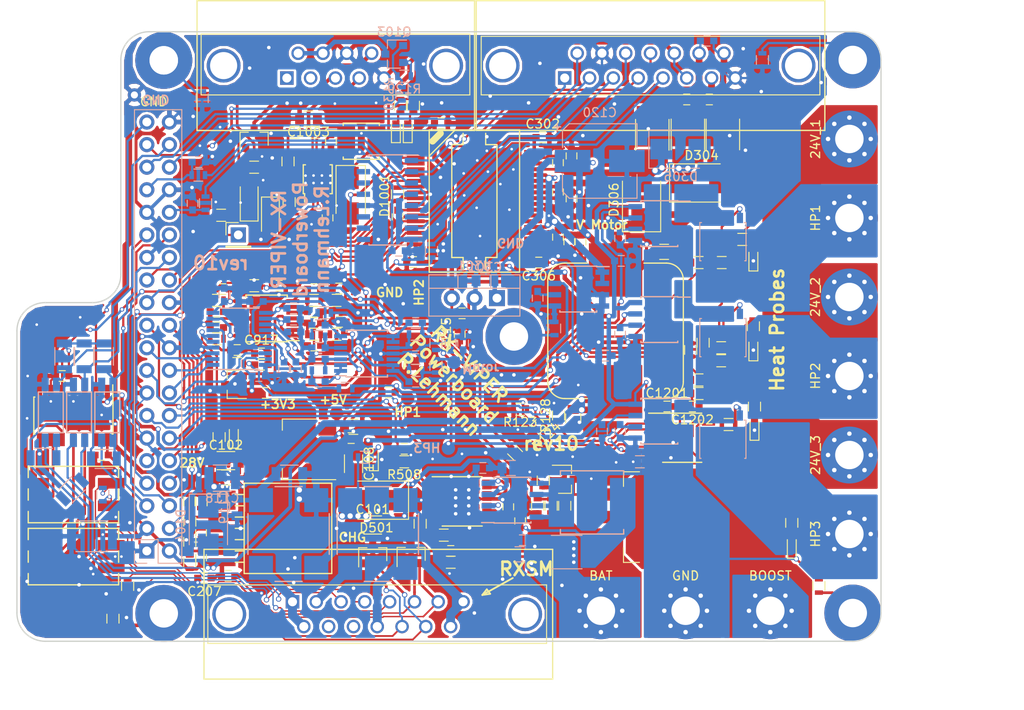
<source format=kicad_pcb>
(kicad_pcb (version 4) (host pcbnew 4.0.6)
  (title_block (title Powerboard) (date 2017-07-05) (rev rev5) (company VIPER))
  (layers (0 F.Cu signal) (31 B.Cu signal) (34 B.Paste user) (35 F.Paste user) (36 B.SilkS user) (37 F.SilkS user) (38 B.Mask user) (39 F.Mask user) (44 Edge.Cuts user))
  (net 0 "")
  (net 1 "/Powerboard Battery Charging/charge_power")
  (net 2 GND)
  (net 3 /RXSM_28V)
  (net 4 +5V)
  (net 5 "/Powerboard Motor Controller/V_IN")
  (net 6 +3V3)
  (net 7 "Net-(C203-Pad1)")
  (net 8 "Net-(C204-Pad2)")
  (net 9 "/Powerboard Motor Controller/VREG")
  (net 10 "Net-(C308-Pad1)")
  (net 11 "Net-(C308-Pad2)")
  (net 12 "Net-(C309-Pad1)")
  (net 13 "Net-(C309-Pad2)")
  (net 14 "Net-(C310-Pad1)")
  (net 15 "Net-(C310-Pad2)")
  (net 16 "Net-(C502-Pad1)")
  (net 17 "Net-(C503-Pad1)")
  (net 18 "Net-(C504-Pad1)")
  (net 19 /BAT_raw)
  (net 20 "Net-(C1002-Pad1)")
  (net 21 "Net-(C1002-Pad2)")
  (net 22 "Net-(C1003-Pad1)")
  (net 23 "Net-(C1101-Pad1)")
  (net 24 "Net-(C1102-Pad1)")
  (net 25 "Net-(C1103-Pad1)")
  (net 26 "Net-(C1104-Pad1)")
  (net 27 /Powerboard_ADC/IN0)
  (net 28 "Net-(C1105-Pad2)")
  (net 29 /Powerboard_ADC/IN1)
  (net 30 "Net-(C1106-Pad2)")
  (net 31 /Powerboard_ADC/IN2)
  (net 32 "Net-(C1107-Pad2)")
  (net 33 /Powerboard_ADC/IN3)
  (net 34 "Net-(C1108-Pad2)")
  (net 35 "Net-(C1109-Pad1)")
  (net 36 "Net-(C1110-Pad1)")
  (net 37 "Net-(C1111-Pad1)")
  (net 38 "Net-(C1112-Pad1)")
  (net 39 /Powerboard_ADC/IN4)
  (net 40 "Net-(C1113-Pad2)")
  (net 41 /Powerboard_ADC/IN5)
  (net 42 "Net-(C1114-Pad2)")
  (net 43 /Powerboard_ADC/IN6)
  (net 44 "Net-(C1115-Pad2)")
  (net 45 /Powerboard_ADC/IN7)
  (net 46 "Net-(C1116-Pad2)")
  (net 47 "Net-(D301-Pad1)")
  (net 48 "Net-(D302-Pad1)")
  (net 49 /RXSM_RX_~Z)
  (net 50 /RXSM_RX_Y)
  (net 51 /RXSM_RX_~B)
  (net 52 /RXSM_RX_A)
  (net 53 "Net-(D1001-Pad2)")
  (net 54 /RXSM_Ground)
  (net 55 /RXSM_power)
  (net 56 /RXSM_charge+)
  (net 57 "Net-(FL701-Pad1)")
  (net 58 "Net-(FL702-Pad1)")
  (net 59 /RXSM_SODS)
  (net 60 /RXSM_SOE)
  (net 61 /RXSM_LO)
  (net 62 /EndSwitch)
  (net 63 /Probe1_EN)
  (net 64 /Probe2_EN)
  (net 65 /Probe3_EN)
  (net 66 /Charge_EN)
  (net 67 /Charge_status)
  (net 68 /Cam_Light_EN)
  (net 69 /Lens_Heat_EN)
  (net 70 /Boost24V_EN)
  (net 71 /LO)
  (net 72 /SOE)
  (net 73 /SODS)
  (net 74 /Encoder_A)
  (net 75 /Encoder_B)
  (net 76 /Hall_U)
  (net 77 /Hall_V)
  (net 78 /Hall_W)
  (net 79 /TX)
  (net 80 /RX)
  (net 81 "Net-(J103-Pad3)")
  (net 82 /Powerboard_LED_driver/LED_OUT)
  (net 83 /Encoder_A-)
  (net 84 /Encoder_B-)
  (net 85 /Encoder_A+)
  (net 86 /Encoder_B+)
  (net 87 /BAT_10V)
  (net 88 "/Powerboard Battery Charging/bat_sense")
  (net 89 "Net-(Q101-Pad1)")
  (net 90 "Net-(Q102-Pad1)")
  (net 91 "Net-(Q104-Pad1)")
  (net 92 "/Powerboard Battery Charging/bat_bgate")
  (net 93 "/Powerboard Battery Charging/bat_tgate")
  (net 94 /Powerboard_Heat_Probes/Probe1)
  (net 95 "Net-(Q801-Pad4)")
  (net 96 /Powerboard_Heat_Probes/Probe2)
  (net 97 "Net-(Q802-Pad4)")
  (net 98 /Powerboard_Heat_Probes/Probe3)
  (net 99 "Net-(Q803-Pad4)")
  (net 100 /Powerboard_ADC_Filter/IN5)
  (net 101 /Powerboard_ADC_Filter/IN6)
  (net 102 /Powerboard_ADC_Filter/IN7)
  (net 103 "Net-(R201-Pad2)")
  (net 104 "Net-(R203-Pad1)")
  (net 105 "Net-(R303-Pad1)")
  (net 106 "Net-(R505-Pad1)")
  (net 107 "Net-(R506-Pad1)")
  (net 108 "Net-(R604-Pad2)")
  (net 109 "Net-(R605-Pad2)")
  (net 110 "Net-(R606-Pad2)")
  (net 111 "Net-(R1001-Pad1)")
  (net 112 "Net-(R1002-Pad1)")
  (net 113 /Probe1_Current)
  (net 114 /Probe2_Current)
  (net 115 /Probe3_Current)
  (net 116 "Net-(U302-Pad23)")
  (net 117 +2V5)
  (net 118 /24V_BAT_1)
  (net 119 /24V_BAT_2)
  (net 120 /24V_BAT_3)
  (net 121 /Powerboard_ADC_Filter/IN4)
  (net 122 /RXSM_charge-)
  (net 123 /extADC_SPI_SCK)
  (net 124 /extADC_SPI_MISO)
  (net 125 /extADC_SPI_MOSI)
  (net 126 /extADC_SPI_CS1)
  (net 127 "Net-(FL701-Pad4)")
  (net 128 "Net-(FL702-Pad4)")
  (net 129 "Net-(J112-Pad1)")
  (net 130 "Net-(J113-Pad1)")
  (net 131 "Net-(J114-Pad1)")
  (net 132 "Net-(J115-Pad1)")
  (net 133 "Net-(J117-Pad1)")
  (net 134 /Phase_V)
  (net 135 /Phase_W)
  (net 136 /Phase_U)
  (net 137 /Motor_U_P)
  (net 138 /Motor_U_N)
  (net 139 /Motor_V_P)
  (net 140 /Motor_V_N)
  (net 141 /Motor_W_P)
  (net 142 /Motor_W_N)
  (net 143 /Motor1_Current)
  (net 144 "Net-(J104-Pad5)")
  (net 145 /Powerboard_Heat_Probes/Probe1_sense)
  (net 146 /Powerboard_Heat_Probes/Probe2_sense)
  (net 147 /Powerboard_Heat_Probes/Probe3_sense)
  (net 148 "/Powerboard Battery Charging/bat_inductor")
  (net 149 "Net-(C319-Pad1)")
  (net 150 "Net-(C804-Pad1)")
  (net 151 "Net-(C805-Pad1)")
  (net 152 "Net-(C806-Pad1)")
  (net 153 GNDPWR)
  (net 154 "Net-(D101-Pad2)")
  (net 155 "Net-(D102-Pad2)")
  (net 156 "Net-(D103-Pad2)")
  (net 157 "Net-(D801-Pad2)")
  (net 158 "Net-(D802-Pad2)")
  (net 159 "Net-(D803-Pad2)")
  (net 160 +12V)
  (net 161 /Powerboard_MOSFET_Driver/OUT_A)
  (net 162 /Powerboard_MOSFET_Driver/OUT_B)
  (net 163 /Powerboard_MOSFET_Driver/OUT_C)
  (net 164 "Net-(D301-Pad2)")
  (net 165 "Net-(D302-Pad2)")
  (net 166 /Encoder_A_filter)
  (net 167 /Encoder_B_filter)
  (net 168 "Net-(C1001-Pad2)")
  (net 169 "Net-(D1002-Pad1)")
  (net 170 "Net-(J103-Pad6)")
  (net 171 "Net-(Q103-Pad1)")
  (module Mounting_Holes:MountingHole_3.2mm_M3_Pad (layer F.Cu) (at 65.786 26.71)
    (fp_text reference J113 hide)
    (fp_text value M3)
    (pad 1 thru_hole circle (at 0 0) (size 6.4 6.4) (drill 3.2) (layers *.Cu *.Mask) (net 130 "Net-(J113-Pad1)"))
  )
  (module Capacitors_SMD:C_0805 (layer B.Cu) (at 104.8225 72.5805)
    (fp_text reference C503 hide)
    (fp_text value "10µ 0805 35V")
    (pad 1 smd rect (at -1 0) (size 1 1.25) (layers B.Cu B.Paste B.Mask) (net 17 "Net-(C503-Pad1)"))
    (pad 2 smd rect (at 1 0) (size 1 1.25) (layers B.Cu B.Paste B.Mask) (net 2 GND))
  )
  (module WE-SLx:WE-SL5 (layer B.Cu) (at 79.821 80.01 270)
    (fp_text reference FL101 hide)
    (fp_text value 744272471)
    (pad 3 smd rect (at -3.81 -3.11 270) (size 2.7 2.7) (layers B.Cu B.Paste B.Mask) (net 2 GND))
    (pad 2 smd rect (at -3.81 3.11 270) (size 2.7 2.7) (layers B.Cu B.Paste B.Mask) (net 3 /RXSM_28V))
    (pad 4 smd rect (at 3.81 -3.11 270) (size 2.7 2.7) (layers B.Cu B.Paste B.Mask) (net 54 /RXSM_Ground))
    (pad 1 smd rect (at 3.81 3.11 270) (size 2.7 2.7) (layers B.Cu B.Paste B.Mask) (net 55 /RXSM_power))
  )
  (module Capacitors_SMD:C_0805 (layer F.Cu) (at 87.106 67.945)
    (fp_text reference C104 hide)
    (fp_text value 10µ)
    (pad 1 smd rect (at -1 0) (size 1 1.25) (layers F.Cu F.Paste F.Mask) (net 4 +5V))
    (pad 2 smd rect (at 1 0) (size 1 1.25) (layers F.Cu F.Paste F.Mask) (net 2 GND))
  )
  (module Capacitors_SMD:C_0603 (layer F.Cu) (at 86.856 69.215)
    (fp_text reference C105 hide)
    (fp_text value 100n)
    (pad 1 smd rect (at -0.75 0) (size 0.8 0.75) (layers F.Cu F.Paste F.Mask) (net 4 +5V))
    (pad 2 smd rect (at 0.75 0) (size 0.8 0.75) (layers F.Cu F.Paste F.Mask) (net 2 GND))
  )
  (module Capacitors_SMD:C_0805 (layer F.Cu) (at 122.047 48.26)
    (fp_text reference C106 hide)
    (fp_text value 470n)
    (pad 1 smd rect (at -1 0) (size 1 1.25) (layers F.Cu F.Paste F.Mask) (net 5 "/Powerboard Motor Controller/V_IN"))
    (pad 2 smd rect (at 1 0) (size 1 1.25) (layers F.Cu F.Paste F.Mask) (net 2 GND))
  )
  (module Capacitors_SMD:C_1206 (layer B.Cu) (at 79.907 73.279)
    (fp_text reference C201 hide)
    (fp_text value 10µ/40V)
    (pad 1 smd rect (at -1.5 0) (size 1 1.6) (layers B.Cu B.Paste B.Mask) (net 3 /RXSM_28V))
    (pad 2 smd rect (at 1.5 0) (size 1 1.6) (layers B.Cu B.Paste B.Mask) (net 2 GND))
  )
  (module Capacitors_SMD:C_0805 (layer F.Cu) (at 72.771 73.66)
    (fp_text reference C202 hide)
    (fp_text value 1µ/40V)
    (pad 1 smd rect (at -1 0) (size 1 1.25) (layers F.Cu F.Paste F.Mask) (net 3 /RXSM_28V))
    (pad 2 smd rect (at 1 0) (size 1 1.25) (layers F.Cu F.Paste F.Mask) (net 2 GND))
  )
  (module Capacitors_SMD:C_0603 (layer F.Cu) (at 69.977 79.871 90)
    (fp_text reference C203 hide)
    (fp_text value 22n)
    (pad 1 smd rect (at -0.75 0 90) (size 0.8 0.75) (layers F.Cu F.Paste F.Mask) (net 7 "Net-(C203-Pad1)"))
    (pad 2 smd rect (at 0.75 0 90) (size 0.8 0.75) (layers F.Cu F.Paste F.Mask) (net 2 GND))
  )
  (module Capacitors_SMD:C_0603 (layer F.Cu) (at 69.977 82.665 90)
    (fp_text reference C204 hide)
    (fp_text value 22n)
    (pad 1 smd rect (at -0.75 0 90) (size 0.8 0.75) (layers F.Cu F.Paste F.Mask) (net 4 +5V))
    (pad 2 smd rect (at 0.75 0 90) (size 0.8 0.75) (layers F.Cu F.Paste F.Mask) (net 8 "Net-(C204-Pad2)"))
  )
  (module Capacitors_SMD:C_0603 (layer F.Cu) (at 73.025 84.709)
    (fp_text reference C205 hide)
    (fp_text value 10n)
    (pad 1 smd rect (at -0.75 0) (size 0.8 0.75) (layers F.Cu F.Paste F.Mask) (net 4 +5V))
    (pad 2 smd rect (at 0.75 0) (size 0.8 0.75) (layers F.Cu F.Paste F.Mask) (net 2 GND))
  )
  (module Capacitors_SMD:C_0603 (layer F.Cu) (at 99.326 55.1815)
    (fp_text reference C303 hide)
    (fp_text value 10µ)
    (pad 1 smd rect (at -0.75 0) (size 0.8 0.75) (layers F.Cu F.Paste F.Mask) (net 160 +12V))
    (pad 2 smd rect (at 0.75 0) (size 0.8 0.75) (layers F.Cu F.Paste F.Mask) (net 2 GND))
  )
  (module Capacitors_SMD:C_0603 (layer F.Cu) (at 93.853 49.403 180)
    (fp_text reference C304 hide)
    (fp_text value 100n)
    (pad 1 smd rect (at -0.75 0 180) (size 0.8 0.75) (layers F.Cu F.Paste F.Mask) (net 160 +12V))
    (pad 2 smd rect (at 0.75 0 180) (size 0.8 0.75) (layers F.Cu F.Paste F.Mask) (net 2 GND))
  )
  (module Capacitors_SMD:C_0603 (layer F.Cu) (at 92.075 44.323 270)
    (fp_text reference C305 hide)
    (fp_text value 100n)
    (pad 1 smd rect (at -0.75 0 270) (size 0.8 0.75) (layers F.Cu F.Paste F.Mask) (net 9 "/Powerboard Motor Controller/VREG"))
    (pad 2 smd rect (at 0.75 0 270) (size 0.8 0.75) (layers F.Cu F.Paste F.Mask) (net 2 GND))
  )
  (module Capacitors_SMD:C_0603 (layer F.Cu) (at 111.379 47.117 270)
    (fp_text reference C307 hide)
    (fp_text value 1µ)
    (pad 1 smd rect (at -0.75 0 270) (size 0.8 0.75) (layers F.Cu F.Paste F.Mask) (net 5 "/Powerboard Motor Controller/V_IN"))
    (pad 2 smd rect (at 0.75 0 270) (size 0.8 0.75) (layers F.Cu F.Paste F.Mask) (net 2 GND))
  )
  (module Capacitors_SMD:C_0603 (layer F.Cu) (at 110.109 38.227 90)
    (fp_text reference C308 hide)
    (fp_text value 100n)
    (pad 1 smd rect (at -0.75 0 90) (size 0.8 0.75) (layers F.Cu F.Paste F.Mask) (net 10 "Net-(C308-Pad1)"))
    (pad 2 smd rect (at 0.75 0 90) (size 0.8 0.75) (layers F.Cu F.Paste F.Mask) (net 11 "Net-(C308-Pad2)"))
  )
  (module Capacitors_SMD:C_0603 (layer F.Cu) (at 110.109 41.529 270)
    (fp_text reference C309 hide)
    (fp_text value 100n)
    (pad 1 smd rect (at -0.75 0 270) (size 0.8 0.75) (layers F.Cu F.Paste F.Mask) (net 12 "Net-(C309-Pad1)"))
    (pad 2 smd rect (at 0.75 0 270) (size 0.8 0.75) (layers F.Cu F.Paste F.Mask) (net 13 "Net-(C309-Pad2)"))
  )
  (module Capacitors_SMD:C_0603 (layer F.Cu) (at 110.109 46.609 270)
    (fp_text reference C310 hide)
    (fp_text value 100n)
    (pad 1 smd rect (at -0.75 0 270) (size 0.8 0.75) (layers F.Cu F.Paste F.Mask) (net 14 "Net-(C310-Pad1)"))
    (pad 2 smd rect (at 0.75 0 270) (size 0.8 0.75) (layers F.Cu F.Paste F.Mask) (net 15 "Net-(C310-Pad2)"))
  )
  (module Capacitors_SMD:C_0603 (layer F.Cu) (at 96.9765 33.782)
    (fp_text reference C312 hide)
    (fp_text value 100n)
    (pad 1 smd rect (at -0.75 0) (size 0.8 0.75) (layers F.Cu F.Paste F.Mask) (net 160 +12V))
    (pad 2 smd rect (at 0.75 0) (size 0.8 0.75) (layers F.Cu F.Paste F.Mask) (net 2 GND))
  )
  (module Capacitors_SMD:C_0603 (layer F.Cu) (at 112.649 47.117 270)
    (fp_text reference C313 hide)
    (fp_text value "4µ7 0805")
    (pad 1 smd rect (at -0.75 0 270) (size 0.8 0.75) (layers F.Cu F.Paste F.Mask) (net 5 "/Powerboard Motor Controller/V_IN"))
    (pad 2 smd rect (at 0.75 0 270) (size 0.8 0.75) (layers F.Cu F.Paste F.Mask) (net 2 GND))
  )
  (module Capacitors_SMD:C_0603 (layer F.Cu) (at 111.633 42.291 270)
    (fp_text reference C314 hide)
    (fp_text value 1µ)
    (pad 1 smd rect (at -0.75 0 270) (size 0.8 0.75) (layers F.Cu F.Paste F.Mask) (net 5 "/Powerboard Motor Controller/V_IN"))
    (pad 2 smd rect (at 0.75 0 270) (size 0.8 0.75) (layers F.Cu F.Paste F.Mask) (net 2 GND))
  )
  (module Capacitors_SMD:C_0603 (layer F.Cu) (at 111.633 37.465 90)
    (fp_text reference C315 hide)
    (fp_text value 100n)
    (pad 1 smd rect (at -0.75 0 90) (size 0.8 0.75) (layers F.Cu F.Paste F.Mask) (net 5 "/Powerboard Motor Controller/V_IN"))
    (pad 2 smd rect (at 0.75 0 90) (size 0.8 0.75) (layers F.Cu F.Paste F.Mask) (net 2 GND))
  )
  (module Capacitors_SMD:C_0603 (layer F.Cu) (at 127.127 31.115)
    (fp_text reference C316 hide)
    (fp_text value 100p hide)
    (pad 1 smd rect (at -0.75 0) (size 0.8 0.75) (layers F.Cu F.Paste F.Mask) (net 134 /Phase_V))
    (pad 2 smd rect (at 0.75 0) (size 0.8 0.75) (layers F.Cu F.Paste F.Mask) (net 135 /Phase_W))
  )
  (module Capacitors_SMD:C_0603 (layer F.Cu) (at 124.587 31.115)
    (fp_text reference C317 hide)
    (fp_text value 100p hide)
    (pad 1 smd rect (at -0.75 0) (size 0.8 0.75) (layers F.Cu F.Paste F.Mask) (net 136 /Phase_U))
    (pad 2 smd rect (at 0.75 0) (size 0.8 0.75) (layers F.Cu F.Paste F.Mask) (net 134 /Phase_V))
  )
  (module Capacitors_SMD:C_0603 (layer B.Cu) (at 126.873 24.511 180)
    (fp_text reference C318 hide)
    (fp_text value 100p)
    (pad 1 smd rect (at -0.75 0 180) (size 0.8 0.75) (layers B.Cu B.Paste B.Mask) (net 135 /Phase_W))
    (pad 2 smd rect (at 0.75 0 180) (size 0.8 0.75) (layers B.Cu B.Paste B.Mask) (net 136 /Phase_U))
  )
  (module Capacitors_SMD:C_0603 (layer F.Cu) (at 92.825 70.4215)
    (fp_text reference C501 hide)
    (fp_text value 68n)
    (pad 1 smd rect (at -0.75 0) (size 0.8 0.75) (layers F.Cu F.Paste F.Mask) (net 66 /Charge_EN))
    (pad 2 smd rect (at 0.75 0) (size 0.8 0.75) (layers F.Cu F.Paste F.Mask) (net 2 GND))
  )
  (module Capacitors_SMD:C_0603 (layer F.Cu) (at 98.056 81.915)
    (fp_text reference C502 hide)
    (fp_text value 47n)
    (pad 1 smd rect (at -0.75 0) (size 0.8 0.75) (layers F.Cu F.Paste F.Mask) (net 16 "Net-(C502-Pad1)"))
    (pad 2 smd rect (at 0.75 0) (size 0.8 0.75) (layers F.Cu F.Paste F.Mask) (net 2 GND))
  )
  (module Capacitors_SMD:C_0603 (layer F.Cu) (at 104.521 76.95 90)
    (fp_text reference C504 hide)
    (fp_text value 100n)
    (pad 1 smd rect (at -0.75 0 90) (size 0.8 0.75) (layers F.Cu F.Paste F.Mask) (net 18 "Net-(C504-Pad1)"))
    (pad 2 smd rect (at 0.75 0 90) (size 0.8 0.75) (layers F.Cu F.Paste F.Mask) (net 2 GND))
  )
  (module Capacitors_SMD:C_0805 (layer B.Cu) (at 105.775 82.296 180)
    (fp_text reference C505 hide)
    (fp_text value 10µ)
    (pad 1 smd rect (at -1 0 180) (size 1 1.25) (layers B.Cu B.Paste B.Mask) (net 19 /BAT_raw))
    (pad 2 smd rect (at 1 0 180) (size 1 1.25) (layers B.Cu B.Paste B.Mask) (net 2 GND))
  )
  (module Capacitors_SMD:C_0603 (layer F.Cu) (at 54.368 62.23 180)
    (fp_text reference C701 hide)
    (fp_text value 100n)
    (pad 1 smd rect (at -0.75 0 180) (size 0.8 0.75) (layers F.Cu F.Paste F.Mask) (net 6 +3V3))
    (pad 2 smd rect (at 0.75 0 180) (size 0.8 0.75) (layers F.Cu F.Paste F.Mask) (net 2 GND))
  )
  (module Capacitors_SMD:C_0603 (layer F.Cu) (at 58.801 71.12 180)
    (fp_text reference C702 hide)
    (fp_text value 1µ)
    (pad 1 smd rect (at -0.75 0 180) (size 0.8 0.75) (layers F.Cu F.Paste F.Mask) (net 4 +5V))
    (pad 2 smd rect (at 0.75 0 180) (size 0.8 0.75) (layers F.Cu F.Paste F.Mask) (net 2 GND))
  )
  (module Capacitors_SMD:C_0603 (layer B.Cu) (at 117.221 49.276)
    (fp_text reference C801 hide)
    (fp_text value 100n)
    (pad 1 smd rect (at -0.75 0) (size 0.8 0.75) (layers B.Cu B.Paste B.Mask) (net 6 +3V3))
    (pad 2 smd rect (at 0.75 0) (size 0.8 0.75) (layers B.Cu B.Paste B.Mask) (net 2 GND))
  )
  (module Capacitors_SMD:C_0603 (layer B.Cu) (at 115.443 59.944 180)
    (fp_text reference C802 hide)
    (fp_text value 100n)
    (pad 1 smd rect (at -0.75 0 180) (size 0.8 0.75) (layers B.Cu B.Paste B.Mask) (net 6 +3V3))
    (pad 2 smd rect (at 0.75 0 180) (size 0.8 0.75) (layers B.Cu B.Paste B.Mask) (net 2 GND))
  )
  (module Capacitors_SMD:C_0603 (layer B.Cu) (at 115.062 68.453 270)
    (fp_text reference C803 hide)
    (fp_text value 100n)
    (pad 1 smd rect (at -0.75 0 270) (size 0.8 0.75) (layers B.Cu B.Paste B.Mask) (net 6 +3V3))
    (pad 2 smd rect (at 0.75 0 270) (size 0.8 0.75) (layers B.Cu B.Paste B.Mask) (net 2 GND))
  )
  (module Capacitors_SMD:C_0603 (layer B.Cu) (at 76.466 62.23)
    (fp_text reference C901 hide)
    (fp_text value 100n)
    (pad 1 smd rect (at -0.75 0) (size 0.8 0.75) (layers B.Cu B.Paste B.Mask) (net 6 +3V3))
    (pad 2 smd rect (at 0.75 0) (size 0.8 0.75) (layers B.Cu B.Paste B.Mask) (net 2 GND))
  )
  (module Capacitors_SMD:C_0603 (layer F.Cu) (at 77.216 64.135)
    (fp_text reference C902 hide)
    (fp_text value 100n)
    (pad 1 smd rect (at -0.75 0) (size 0.8 0.75) (layers F.Cu F.Paste F.Mask) (net 6 +3V3))
    (pad 2 smd rect (at 0.75 0) (size 0.8 0.75) (layers F.Cu F.Paste F.Mask) (net 2 GND))
  )
  (module Capacitors_SMD:C_0603 (layer F.Cu) (at 84.201 44.438 90)
    (fp_text reference C1001 hide)
    (fp_text value 1µ)
    (pad 1 smd rect (at -0.75 0 90) (size 0.8 0.75) (layers F.Cu F.Paste F.Mask) (net 2 GND))
    (pad 2 smd rect (at 0.75 0 90) (size 0.8 0.75) (layers F.Cu F.Paste F.Mask) (net 168 "Net-(C1001-Pad2)"))
  )
  (module Capacitors_SMD:C_0603 (layer F.Cu) (at 84.582 35.826 90)
    (fp_text reference C1002 hide)
    (fp_text value 100n)
    (pad 1 smd rect (at -0.75 0 90) (size 0.8 0.75) (layers F.Cu F.Paste F.Mask) (net 20 "Net-(C1002-Pad1)"))
    (pad 2 smd rect (at 0.75 0 90) (size 0.8 0.75) (layers F.Cu F.Paste F.Mask) (net 21 "Net-(C1002-Pad2)"))
  )
  (module Capacitors_SMD:C_0603 (layer B.Cu) (at 83.185 60.325 180)
    (fp_text reference C1101 hide)
    (fp_text value 220n)
    (pad 1 smd rect (at -0.75 0 180) (size 0.8 0.75) (layers B.Cu B.Paste B.Mask) (net 23 "Net-(C1101-Pad1)"))
    (pad 2 smd rect (at 0.75 0 180) (size 0.8 0.75) (layers B.Cu B.Paste B.Mask) (net 2 GND))
  )
  (module Capacitors_SMD:C_0603 (layer B.Cu) (at 83.185 59.055 180)
    (fp_text reference C1102 hide)
    (fp_text value 220n)
    (pad 1 smd rect (at -0.75 0 180) (size 0.8 0.75) (layers B.Cu B.Paste B.Mask) (net 24 "Net-(C1102-Pad1)"))
    (pad 2 smd rect (at 0.75 0 180) (size 0.8 0.75) (layers B.Cu B.Paste B.Mask) (net 2 GND))
  )
  (module Capacitors_SMD:C_0603 (layer B.Cu) (at 94.107 58.801)
    (fp_text reference C1103 hide)
    (fp_text value 220n)
    (pad 1 smd rect (at -0.75 0) (size 0.8 0.75) (layers B.Cu B.Paste B.Mask) (net 25 "Net-(C1103-Pad1)"))
    (pad 2 smd rect (at 0.75 0) (size 0.8 0.75) (layers B.Cu B.Paste B.Mask) (net 2 GND))
  )
  (module Capacitors_SMD:C_0603 (layer B.Cu) (at 94.107 60.325)
    (fp_text reference C1104 hide)
    (fp_text value 220n)
    (pad 1 smd rect (at -0.75 0) (size 0.8 0.75) (layers B.Cu B.Paste B.Mask) (net 26 "Net-(C1104-Pad1)"))
    (pad 2 smd rect (at 0.75 0) (size 0.8 0.75) (layers B.Cu B.Paste B.Mask) (net 2 GND))
  )
  (module Capacitors_SMD:C_0603 (layer B.Cu) (at 83.185 62.865 180)
    (fp_text reference C1105 hide)
    (fp_text value 220n)
    (pad 1 smd rect (at -0.75 0 180) (size 0.8 0.75) (layers B.Cu B.Paste B.Mask) (net 27 /Powerboard_ADC/IN0))
    (pad 2 smd rect (at 0.75 0 180) (size 0.8 0.75) (layers B.Cu B.Paste B.Mask) (net 28 "Net-(C1105-Pad2)"))
  )
  (module Capacitors_SMD:C_0603 (layer B.Cu) (at 83.185 56.515 180)
    (fp_text reference C1106 hide)
    (fp_text value 220n)
    (pad 1 smd rect (at -0.75 0 180) (size 0.8 0.75) (layers B.Cu B.Paste B.Mask) (net 29 /Powerboard_ADC/IN1))
    (pad 2 smd rect (at 0.75 0 180) (size 0.8 0.75) (layers B.Cu B.Paste B.Mask) (net 30 "Net-(C1106-Pad2)"))
  )
  (module Capacitors_SMD:C_0603 (layer B.Cu) (at 94.107 56.261)
    (fp_text reference C1107 hide)
    (fp_text value 220n)
    (pad 1 smd rect (at -0.75 0) (size 0.8 0.75) (layers B.Cu B.Paste B.Mask) (net 31 /Powerboard_ADC/IN2))
    (pad 2 smd rect (at 0.75 0) (size 0.8 0.75) (layers B.Cu B.Paste B.Mask) (net 32 "Net-(C1107-Pad2)"))
  )
  (module Capacitors_SMD:C_0603 (layer B.Cu) (at 94.107 62.865)
    (fp_text reference C1108 hide)
    (fp_text value 220n)
    (pad 1 smd rect (at -0.75 0) (size 0.8 0.75) (layers B.Cu B.Paste B.Mask) (net 33 /Powerboard_ADC/IN3))
    (pad 2 smd rect (at 0.75 0) (size 0.8 0.75) (layers B.Cu B.Paste B.Mask) (net 34 "Net-(C1108-Pad2)"))
  )
  (module Capacitors_SMD:C_0603 (layer F.Cu) (at 82.677 56.261)
    (fp_text reference C1109 hide)
    (fp_text value 220n)
    (pad 1 smd rect (at -0.75 0) (size 0.8 0.75) (layers F.Cu F.Paste F.Mask) (net 35 "Net-(C1109-Pad1)"))
    (pad 2 smd rect (at 0.75 0) (size 0.8 0.75) (layers F.Cu F.Paste F.Mask) (net 2 GND))
  )
  (module Capacitors_SMD:C_0603 (layer F.Cu) (at 82.677 54.991)
    (fp_text reference C1110 hide)
    (fp_text value 220n)
    (pad 1 smd rect (at -0.75 0) (size 0.8 0.75) (layers F.Cu F.Paste F.Mask) (net 36 "Net-(C1110-Pad1)"))
    (pad 2 smd rect (at 0.75 0) (size 0.8 0.75) (layers F.Cu F.Paste F.Mask) (net 2 GND))
  )
  (module Capacitors_SMD:C_0603 (layer F.Cu) (at 71.755 54.991 180)
    (fp_text reference C1111 hide)
    (fp_text value 220n)
    (pad 1 smd rect (at -0.75 0 180) (size 0.8 0.75) (layers F.Cu F.Paste F.Mask) (net 37 "Net-(C1111-Pad1)"))
    (pad 2 smd rect (at 0.75 0 180) (size 0.8 0.75) (layers F.Cu F.Paste F.Mask) (net 2 GND))
  )
  (module Capacitors_SMD:C_0603 (layer F.Cu) (at 71.755 56.769 180)
    (fp_text reference C1112 hide)
    (fp_text value 220n)
    (pad 1 smd rect (at -0.75 0 180) (size 0.8 0.75) (layers F.Cu F.Paste F.Mask) (net 38 "Net-(C1112-Pad1)"))
    (pad 2 smd rect (at 0.75 0 180) (size 0.8 0.75) (layers F.Cu F.Paste F.Mask) (net 2 GND))
  )
  (module Capacitors_SMD:C_0603 (layer F.Cu) (at 82.677 58.801)
    (fp_text reference C1113 hide)
    (fp_text value 220n)
    (pad 1 smd rect (at -0.75 0) (size 0.8 0.75) (layers F.Cu F.Paste F.Mask) (net 39 /Powerboard_ADC/IN4))
    (pad 2 smd rect (at 0.75 0) (size 0.8 0.75) (layers F.Cu F.Paste F.Mask) (net 40 "Net-(C1113-Pad2)"))
  )
  (module Capacitors_SMD:C_0603 (layer F.Cu) (at 82.677 52.451)
    (fp_text reference C1114 hide)
    (fp_text value 220n)
    (pad 1 smd rect (at -0.75 0) (size 0.8 0.75) (layers F.Cu F.Paste F.Mask) (net 41 /Powerboard_ADC/IN5))
    (pad 2 smd rect (at 0.75 0) (size 0.8 0.75) (layers F.Cu F.Paste F.Mask) (net 42 "Net-(C1114-Pad2)"))
  )
  (module Capacitors_SMD:C_0603 (layer F.Cu) (at 72.402 52.451 180)
    (fp_text reference C1115 hide)
    (fp_text value 220n)
    (pad 1 smd rect (at -0.75 0 180) (size 0.8 0.75) (layers F.Cu F.Paste F.Mask) (net 43 /Powerboard_ADC/IN6))
    (pad 2 smd rect (at 0.75 0 180) (size 0.8 0.75) (layers F.Cu F.Paste F.Mask) (net 44 "Net-(C1115-Pad2)"))
  )
  (module Capacitors_SMD:C_0603 (layer F.Cu) (at 74.041 59.309 180)
    (fp_text reference C1116 hide)
    (fp_text value 220n)
    (pad 1 smd rect (at -0.75 0 180) (size 0.8 0.75) (layers F.Cu F.Paste F.Mask) (net 45 /Powerboard_ADC/IN7))
    (pad 2 smd rect (at 0.75 0 180) (size 0.8 0.75) (layers F.Cu F.Paste F.Mask) (net 46 "Net-(C1116-Pad2)"))
  )
  (module LEDs:LED_0603 (layer F.Cu) (at 93.218 34.671 90)
    (fp_text reference D301 hide)
    (fp_text value LED)
    (pad 2 smd rect (at 0.8 0 270) (size 0.8 0.8) (layers F.Cu F.Paste F.Mask) (net 164 "Net-(D301-Pad2)"))
    (pad 1 smd rect (at -0.8 0 270) (size 0.8 0.8) (layers F.Cu F.Paste F.Mask) (net 47 "Net-(D301-Pad1)"))
  )
  (module LEDs:LED_0603 (layer F.Cu) (at 91.8845 34.671 90)
    (fp_text reference D302 hide)
    (fp_text value LED)
    (pad 2 smd rect (at 0.8 0 270) (size 0.8 0.8) (layers F.Cu F.Paste F.Mask) (net 165 "Net-(D302-Pad2)"))
    (pad 1 smd rect (at -0.8 0 270) (size 0.8 0.8) (layers F.Cu F.Paste F.Mask) (net 48 "Net-(D302-Pad1)"))
  )
  (module TO_SOT_Packages_SMD:SOT-23 (layer F.Cu) (at 93.599 82.28 90)
    (fp_text reference D701 hide)
    (fp_text value ESD)
    (pad 1 smd rect (at -1 -0.95 90) (size 0.9 0.8) (layers F.Cu F.Paste F.Mask) (net 50 /RXSM_RX_Y))
    (pad 2 smd rect (at -1 0.95 90) (size 0.9 0.8) (layers F.Cu F.Paste F.Mask) (net 49 /RXSM_RX_~Z))
    (pad 3 smd rect (at 1 0 90) (size 0.9 0.8) (layers F.Cu F.Paste F.Mask) (net 2 GND))
  )
  (module TO_SOT_Packages_SMD:SOT-23 (layer F.Cu) (at 89.281 82.312 90)
    (fp_text reference D702 hide)
    (fp_text value ESD)
    (pad 1 smd rect (at -1 -0.95 90) (size 0.9 0.8) (layers F.Cu F.Paste F.Mask) (net 52 /RXSM_RX_A))
    (pad 2 smd rect (at -1 0.95 90) (size 0.9 0.8) (layers F.Cu F.Paste F.Mask) (net 51 /RXSM_RX_~B))
    (pad 3 smd rect (at 1 0 90) (size 0.9 0.8) (layers F.Cu F.Paste F.Mask) (net 2 GND))
  )
  (module WE-SLx:WE-SL5 (layer B.Cu) (at 89.851 80.01 270)
    (fp_text reference FL102 hide)
    (fp_text value 744272471)
    (pad 3 smd rect (at -3.81 -3.11 270) (size 2.7 2.7) (layers B.Cu B.Paste B.Mask) (net 2 GND))
    (pad 2 smd rect (at -3.81 3.11 270) (size 2.7 2.7) (layers B.Cu B.Paste B.Mask) (net 1 "/Powerboard Battery Charging/charge_power"))
    (pad 4 smd rect (at 3.81 -3.11 270) (size 2.7 2.7) (layers B.Cu B.Paste B.Mask) (net 122 /RXSM_charge-))
    (pad 1 smd rect (at 3.81 3.11 270) (size 2.7 2.7) (layers B.Cu B.Paste B.Mask) (net 56 /RXSM_charge+))
  )
  (module Pin_Headers:Pin_Header_Straight_2x20_Pitch2.54mm (layer B.Cu) (at 63.881 81.915)
    (fp_text reference J102 hide)
    (fp_text value "Powerboard <-> Mainboard")
    (pad 1 thru_hole rect (at 0 0) (size 1.7 1.7) (drill 1) (layers *.Cu *.Mask) (net 2 GND))
    (pad 2 thru_hole oval (at 2.54 0) (size 1.7 1.7) (drill 1) (layers *.Cu *.Mask) (net 4 +5V))
    (pad 3 thru_hole oval (at 0 -2.54) (size 1.7 1.7) (drill 1) (layers *.Cu *.Mask) (net 4 +5V))
    (pad 4 thru_hole oval (at 2.54 -2.54) (size 1.7 1.7) (drill 1) (layers *.Cu *.Mask) (net 62 /EndSwitch))
    (pad 5 thru_hole oval (at 0 -5.08) (size 1.7 1.7) (drill 1) (layers *.Cu *.Mask) (net 137 /Motor_U_P))
    (pad 6 thru_hole oval (at 2.54 -5.08) (size 1.7 1.7) (drill 1) (layers *.Cu *.Mask) (net 138 /Motor_U_N))
    (pad 7 thru_hole oval (at 0 -7.62) (size 1.7 1.7) (drill 1) (layers *.Cu *.Mask) (net 139 /Motor_V_P))
    (pad 8 thru_hole oval (at 2.54 -7.62) (size 1.7 1.7) (drill 1) (layers *.Cu *.Mask) (net 140 /Motor_V_N))
    (pad 9 thru_hole oval (at 0 -10.16) (size 1.7 1.7) (drill 1) (layers *.Cu *.Mask) (net 141 /Motor_W_P))
    (pad 10 thru_hole oval (at 2.54 -10.16) (size 1.7 1.7) (drill 1) (layers *.Cu *.Mask) (net 142 /Motor_W_N))
    (pad 11 thru_hole oval (at 0 -12.7) (size 1.7 1.7) (drill 1) (layers *.Cu *.Mask) (net 2 GND))
    (pad 12 thru_hole oval (at 2.54 -12.7) (size 1.7 1.7) (drill 1) (layers *.Cu *.Mask) (net 63 /Probe1_EN))
    (pad 13 thru_hole oval (at 0 -15.24) (size 1.7 1.7) (drill 1) (layers *.Cu *.Mask) (net 64 /Probe2_EN))
    (pad 14 thru_hole oval (at 2.54 -15.24) (size 1.7 1.7) (drill 1) (layers *.Cu *.Mask) (net 65 /Probe3_EN))
    (pad 15 thru_hole oval (at 0 -17.78) (size 1.7 1.7) (drill 1) (layers *.Cu *.Mask) (net 2 GND))
    (pad 16 thru_hole oval (at 2.54 -17.78) (size 1.7 1.7) (drill 1) (layers *.Cu *.Mask) (net 123 /extADC_SPI_SCK))
    (pad 17 thru_hole oval (at 0 -20.32) (size 1.7 1.7) (drill 1) (layers *.Cu *.Mask) (net 124 /extADC_SPI_MISO))
    (pad 18 thru_hole oval (at 2.54 -20.32) (size 1.7 1.7) (drill 1) (layers *.Cu *.Mask) (net 125 /extADC_SPI_MOSI))
    (pad 19 thru_hole oval (at 0 -22.86) (size 1.7 1.7) (drill 1) (layers *.Cu *.Mask) (net 126 /extADC_SPI_CS1))
    (pad 20 thru_hole oval (at 2.54 -22.86) (size 1.7 1.7) (drill 1) (layers *.Cu *.Mask) (net 2 GND))
    (pad 21 thru_hole oval (at 0 -25.4) (size 1.7 1.7) (drill 1) (layers *.Cu *.Mask) (net 66 /Charge_EN))
    (pad 22 thru_hole oval (at 2.54 -25.4) (size 1.7 1.7) (drill 1) (layers *.Cu *.Mask) (net 67 /Charge_status))
    (pad 23 thru_hole oval (at 0 -27.94) (size 1.7 1.7) (drill 1) (layers *.Cu *.Mask) (net 68 /Cam_Light_EN))
    (pad 24 thru_hole oval (at 2.54 -27.94) (size 1.7 1.7) (drill 1) (layers *.Cu *.Mask) (net 2 GND))
    (pad 25 thru_hole oval (at 0 -30.48) (size 1.7 1.7) (drill 1) (layers *.Cu *.Mask) (net 69 /Lens_Heat_EN))
    (pad 26 thru_hole oval (at 2.54 -30.48) (size 1.7 1.7) (drill 1) (layers *.Cu *.Mask) (net 70 /Boost24V_EN))
    (pad 27 thru_hole oval (at 0 -33.02) (size 1.7 1.7) (drill 1) (layers *.Cu *.Mask) (net 2 GND))
    (pad 28 thru_hole oval (at 2.54 -33.02) (size 1.7 1.7) (drill 1) (layers *.Cu *.Mask) (net 71 /LO))
    (pad 29 thru_hole oval (at 0 -35.56) (size 1.7 1.7) (drill 1) (layers *.Cu *.Mask) (net 72 /SOE))
    (pad 30 thru_hole oval (at 2.54 -35.56) (size 1.7 1.7) (drill 1) (layers *.Cu *.Mask) (net 73 /SODS))
    (pad 31 thru_hole oval (at 0 -38.1) (size 1.7 1.7) (drill 1) (layers *.Cu *.Mask) (net 2 GND))
    (pad 32 thru_hole oval (at 2.54 -38.1) (size 1.7 1.7) (drill 1) (layers *.Cu *.Mask) (net 74 /Encoder_A))
    (pad 33 thru_hole oval (at 0 -40.64) (size 1.7 1.7) (drill 1) (layers *.Cu *.Mask) (net 75 /Encoder_B))
    (pad 34 thru_hole oval (at 2.54 -40.64) (size 1.7 1.7) (drill 1) (layers *.Cu *.Mask) (net 2 GND))
    (pad 35 thru_hole oval (at 0 -43.18) (size 1.7 1.7) (drill 1) (layers *.Cu *.Mask) (net 76 /Hall_U))
    (pad 36 thru_hole oval (at 2.54 -43.18) (size 1.7 1.7) (drill 1) (layers *.Cu *.Mask) (net 77 /Hall_V))
    (pad 37 thru_hole oval (at 0 -45.72) (size 1.7 1.7) (drill 1) (layers *.Cu *.Mask) (net 78 /Hall_W))
    (pad 38 thru_hole oval (at 2.54 -45.72) (size 1.7 1.7) (drill 1) (layers *.Cu *.Mask) (net 79 /TX))
    (pad 39 thru_hole oval (at 0 -48.26) (size 1.7 1.7) (drill 1) (layers *.Cu *.Mask) (net 80 /RX))
    (pad 40 thru_hole oval (at 2.54 -48.26) (size 1.7 1.7) (drill 1) (layers *.Cu *.Mask) (net 2 GND))
  )
  (module Mounting_Holes:MountingHole_3.2mm_M3_Pad_Via (layer F.Cu) (at 133.985 88.646)
    (fp_text reference J105 hide)
    (fp_text value BOOST (at 0 -3.937) (layer F.SilkS))
    (pad 1 thru_hole circle (at 0 0) (size 6.4 6.4) (drill 3.2) (layers *.Cu *.Mask) (net 87 /BAT_10V))
    (pad "" thru_hole circle (at 2.4 0) (size 0.6 0.6) (drill 0.5) (layers *.Cu *.Mask))
    (pad "" thru_hole circle (at 1.697056 1.697056) (size 0.6 0.6) (drill 0.5) (layers *.Cu *.Mask))
    (pad "" thru_hole circle (at 0 2.4) (size 0.6 0.6) (drill 0.5) (layers *.Cu *.Mask))
    (pad "" thru_hole circle (at -1.697056 1.697056) (size 0.6 0.6) (drill 0.5) (layers *.Cu *.Mask))
    (pad "" thru_hole circle (at -2.4 0) (size 0.6 0.6) (drill 0.5) (layers *.Cu *.Mask))
    (pad "" thru_hole circle (at -1.697056 -1.697056) (size 0.6 0.6) (drill 0.5) (layers *.Cu *.Mask))
    (pad "" thru_hole circle (at 0 -2.4) (size 0.6 0.6) (drill 0.5) (layers *.Cu *.Mask))
    (pad "" thru_hole circle (at 1.697056 -1.697056) (size 0.6 0.6) (drill 0.5) (layers *.Cu *.Mask))
  )
  (module Pin_Headers:Pin_Header_Straight_1x01_Pitch2.54mm (layer F.Cu) (at 74.168 46.355)
    (fp_text reference J106 hide)
    (fp_text value Boost24V_EN)
    (pad 1 thru_hole rect (at 0 0) (size 1.7 1.7) (drill 1) (layers *.Cu *.Mask) (net 70 /Boost24V_EN))
  )
  (module Mounting_Holes:MountingHole_3.2mm_M3_Pad_Via (layer F.Cu) (at 142.875 35.56)
    (fp_text reference J107 hide)
    (fp_text value 24V_1 (at -3.81 0 90) (layer F.SilkS))
    (pad 1 thru_hole circle (at 0 0) (size 6.4 6.4) (drill 3.2) (layers *.Cu *.Mask) (net 118 /24V_BAT_1))
    (pad "" thru_hole circle (at 2.4 0) (size 0.6 0.6) (drill 0.5) (layers *.Cu *.Mask))
    (pad "" thru_hole circle (at 1.697056 1.697056) (size 0.6 0.6) (drill 0.5) (layers *.Cu *.Mask))
    (pad "" thru_hole circle (at 0 2.4) (size 0.6 0.6) (drill 0.5) (layers *.Cu *.Mask))
    (pad "" thru_hole circle (at -1.697056 1.697056) (size 0.6 0.6) (drill 0.5) (layers *.Cu *.Mask))
    (pad "" thru_hole circle (at -2.4 0) (size 0.6 0.6) (drill 0.5) (layers *.Cu *.Mask))
    (pad "" thru_hole circle (at -1.697056 -1.697056) (size 0.6 0.6) (drill 0.5) (layers *.Cu *.Mask))
    (pad "" thru_hole circle (at 0 -2.4) (size 0.6 0.6) (drill 0.5) (layers *.Cu *.Mask))
    (pad "" thru_hole circle (at 1.697056 -1.697056) (size 0.6 0.6) (drill 0.5) (layers *.Cu *.Mask))
  )
  (module Mounting_Holes:MountingHole_3.2mm_M3_Pad_Via (layer F.Cu) (at 142.875 53.34)
    (fp_text reference J108 hide)
    (fp_text value 24V_2 (at -3.823 0 90) (layer F.SilkS))
    (pad 1 thru_hole circle (at 0 0) (size 6.4 6.4) (drill 3.2) (layers *.Cu *.Mask) (net 119 /24V_BAT_2))
    (pad "" thru_hole circle (at 2.4 0) (size 0.6 0.6) (drill 0.5) (layers *.Cu *.Mask))
    (pad "" thru_hole circle (at 1.697056 1.697056) (size 0.6 0.6) (drill 0.5) (layers *.Cu *.Mask))
    (pad "" thru_hole circle (at 0 2.4) (size 0.6 0.6) (drill 0.5) (layers *.Cu *.Mask))
    (pad "" thru_hole circle (at -1.697056 1.697056) (size 0.6 0.6) (drill 0.5) (layers *.Cu *.Mask))
    (pad "" thru_hole circle (at -2.4 0) (size 0.6 0.6) (drill 0.5) (layers *.Cu *.Mask))
    (pad "" thru_hole circle (at -1.697056 -1.697056) (size 0.6 0.6) (drill 0.5) (layers *.Cu *.Mask))
    (pad "" thru_hole circle (at 0 -2.4) (size 0.6 0.6) (drill 0.5) (layers *.Cu *.Mask))
    (pad "" thru_hole circle (at 1.697056 -1.697056) (size 0.6 0.6) (drill 0.5) (layers *.Cu *.Mask))
  )
  (module Mounting_Holes:MountingHole_3.2mm_M3_Pad_Via (layer F.Cu) (at 142.875 71.12)
    (fp_text reference J109 hide)
    (fp_text value 24V_3 (at -3.81 0 90) (layer F.SilkS))
    (pad 1 thru_hole circle (at 0 0) (size 6.4 6.4) (drill 3.2) (layers *.Cu *.Mask) (net 120 /24V_BAT_3))
    (pad "" thru_hole circle (at 2.4 0) (size 0.6 0.6) (drill 0.5) (layers *.Cu *.Mask))
    (pad "" thru_hole circle (at 1.697056 1.697056) (size 0.6 0.6) (drill 0.5) (layers *.Cu *.Mask))
    (pad "" thru_hole circle (at 0 2.4) (size 0.6 0.6) (drill 0.5) (layers *.Cu *.Mask))
    (pad "" thru_hole circle (at -1.697056 1.697056) (size 0.6 0.6) (drill 0.5) (layers *.Cu *.Mask))
    (pad "" thru_hole circle (at -2.4 0) (size 0.6 0.6) (drill 0.5) (layers *.Cu *.Mask))
    (pad "" thru_hole circle (at -1.697056 -1.697056) (size 0.6 0.6) (drill 0.5) (layers *.Cu *.Mask))
    (pad "" thru_hole circle (at 0 -2.4) (size 0.6 0.6) (drill 0.5) (layers *.Cu *.Mask))
    (pad "" thru_hole circle (at 1.697056 -1.697056) (size 0.6 0.6) (drill 0.5) (layers *.Cu *.Mask))
  )
  (module Mounting_Holes:MountingHole_3.2mm_M3_Pad_Via (layer F.Cu) (at 114.935 88.646)
    (fp_text reference J110 hide)
    (fp_text value BAT (at 0 -3.937) (layer F.SilkS))
    (pad 1 thru_hole circle (at 0 0) (size 6.4 6.4) (drill 3.2) (layers *.Cu *.Mask) (net 19 /BAT_raw))
    (pad "" thru_hole circle (at 2.4 0) (size 0.6 0.6) (drill 0.5) (layers *.Cu *.Mask))
    (pad "" thru_hole circle (at 1.697056 1.697056) (size 0.6 0.6) (drill 0.5) (layers *.Cu *.Mask))
    (pad "" thru_hole circle (at 0 2.4) (size 0.6 0.6) (drill 0.5) (layers *.Cu *.Mask))
    (pad "" thru_hole circle (at -1.697056 1.697056) (size 0.6 0.6) (drill 0.5) (layers *.Cu *.Mask))
    (pad "" thru_hole circle (at -2.4 0) (size 0.6 0.6) (drill 0.5) (layers *.Cu *.Mask))
    (pad "" thru_hole circle (at -1.697056 -1.697056) (size 0.6 0.6) (drill 0.5) (layers *.Cu *.Mask))
    (pad "" thru_hole circle (at 0 -2.4) (size 0.6 0.6) (drill 0.5) (layers *.Cu *.Mask))
    (pad "" thru_hole circle (at 1.697056 -1.697056) (size 0.6 0.6) (drill 0.5) (layers *.Cu *.Mask))
  )
  (module Mounting_Holes:MountingHole_3.2mm_M3_Pad_Via (layer F.Cu) (at 124.46 88.646)
    (fp_text reference J111 hide)
    (fp_text value GND (at 0 -3.937) (layer F.SilkS))
    (pad 1 thru_hole circle (at 0 0) (size 6.4 6.4) (drill 3.2) (layers *.Cu *.Mask) (net 153 GNDPWR))
    (pad "" thru_hole circle (at 2.4 0) (size 0.6 0.6) (drill 0.5) (layers *.Cu *.Mask))
    (pad "" thru_hole circle (at 1.697056 1.697056) (size 0.6 0.6) (drill 0.5) (layers *.Cu *.Mask))
    (pad "" thru_hole circle (at 0 2.4) (size 0.6 0.6) (drill 0.5) (layers *.Cu *.Mask))
    (pad "" thru_hole circle (at -1.697056 1.697056) (size 0.6 0.6) (drill 0.5) (layers *.Cu *.Mask))
    (pad "" thru_hole circle (at -2.4 0) (size 0.6 0.6) (drill 0.5) (layers *.Cu *.Mask))
    (pad "" thru_hole circle (at -1.697056 -1.697056) (size 0.6 0.6) (drill 0.5) (layers *.Cu *.Mask))
    (pad "" thru_hole circle (at 0 -2.4) (size 0.6 0.6) (drill 0.5) (layers *.Cu *.Mask))
    (pad "" thru_hole circle (at 1.697056 -1.697056) (size 0.6 0.6) (drill 0.5) (layers *.Cu *.Mask))
  )
  (module Inductors_SMD:L_1812 (layer F.Cu) (at 120.7135 35.0885 90)
    (fp_text reference L301 hide)
    (fp_text value 742792515 hide)
    (pad 1 smd rect (at -2.44 0 90) (size 1.6 3.5) (layers F.Cu F.Paste F.Mask) (net 10 "Net-(C308-Pad1)"))
    (pad 2 smd rect (at 2.44 0 90) (size 1.6 3.5) (layers F.Cu F.Paste F.Mask) (net 136 /Phase_U))
  )
  (module Inductors_SMD:L_1812 (layer F.Cu) (at 124.714 35.052 90)
    (fp_text reference L302 hide)
    (fp_text value 742792515 hide)
    (pad 1 smd rect (at -2.44 0 90) (size 1.6 3.5) (layers F.Cu F.Paste F.Mask) (net 12 "Net-(C309-Pad1)"))
    (pad 2 smd rect (at 2.44 0 90) (size 1.6 3.5) (layers F.Cu F.Paste F.Mask) (net 134 /Phase_V))
  )
  (module Inductors_SMD:L_1812 (layer F.Cu) (at 128.651 35.052 90)
    (fp_text reference L303 hide)
    (fp_text value 742792515 hide)
    (pad 1 smd rect (at -2.44 0 90) (size 1.6 3.5) (layers F.Cu F.Paste F.Mask) (net 14 "Net-(C310-Pad1)"))
    (pad 2 smd rect (at 2.44 0 90) (size 1.6 3.5) (layers F.Cu F.Paste F.Mask) (net 135 /Phase_W))
  )
  (module TO_SOT_Packages_SMD:TO-263-3Lead (layer F.Cu) (at 119.626 78.105)
    (fp_text reference Q101 hide)
    (fp_text value SQM40031EL)
    (pad 2 smd rect (at -4.58 0) (size 4.6 1.39) (layers F.Cu F.Paste F.Mask) (net 87 /BAT_10V))
    (pad 2 smd rect (at 4.58 0) (size 9.4 10.8) (layers F.Cu F.Paste F.Mask) (net 87 /BAT_10V))
    (pad 3 smd rect (at -4.58 2.54) (size 4.6 1.39) (layers F.Cu F.Paste F.Mask) (net 19 /BAT_raw))
    (pad 1 smd rect (at -4.58 -2.54) (size 4.6 1.39) (layers F.Cu F.Paste F.Mask) (net 89 "Net-(Q101-Pad1)"))
  )
  (module TO_SOT_Packages_SMD:SOT-23 (layer F.Cu) (at 110.871 73.8505)
    (fp_text reference Q102 hide)
    (fp_text value DMN6140L)
    (pad 1 smd rect (at -1 -0.95) (size 0.9 0.8) (layers F.Cu F.Paste F.Mask) (net 90 "Net-(Q102-Pad1)"))
    (pad 2 smd rect (at -1 0.95) (size 0.9 0.8) (layers F.Cu F.Paste F.Mask) (net 2 GND))
    (pad 3 smd rect (at 1 0) (size 0.9 0.8) (layers F.Cu F.Paste F.Mask) (net 89 "Net-(Q101-Pad1)"))
  )
  (module TO_SOT_Packages_SMD:SOT-23 (layer F.Cu) (at 75.946 35.56 90)
    (fp_text reference Q104 hide)
    (fp_text value PMV55ENEA)
    (pad 1 smd rect (at -1 -0.95 90) (size 0.9 0.8) (layers F.Cu F.Paste F.Mask) (net 91 "Net-(Q104-Pad1)"))
    (pad 2 smd rect (at -1 0.95 90) (size 0.9 0.8) (layers F.Cu F.Paste F.Mask) (net 2 GND))
    (pad 3 smd rect (at 1 0 90) (size 0.9 0.8) (layers F.Cu F.Paste F.Mask) (net 81 "Net-(J103-Pad3)"))
  )
  (module Housings_SOIC:SOIC-8_3.9x4.9mm_Pitch1.27mm (layer B.Cu) (at 104.996 76.2)
    (fp_text reference Q503 hide)
    (fp_text value IRF7343PBF)
    (pad 1 smd rect (at -2.7 1.905) (size 1.55 0.6) (layers B.Cu B.Paste B.Mask) (net 2 GND))
    (pad 2 smd rect (at -2.7 0.635) (size 1.55 0.6) (layers B.Cu B.Paste B.Mask) (net 92 "/Powerboard Battery Charging/bat_bgate"))
    (pad 3 smd rect (at -2.7 -0.635) (size 1.55 0.6) (layers B.Cu B.Paste B.Mask) (net 17 "Net-(C503-Pad1)"))
    (pad 4 smd rect (at -2.7 -1.905) (size 1.55 0.6) (layers B.Cu B.Paste B.Mask) (net 93 "/Powerboard Battery Charging/bat_tgate"))
    (pad 5 smd rect (at 2.7 -1.905) (size 1.55 0.6) (layers B.Cu B.Paste B.Mask) (net 148 "/Powerboard Battery Charging/bat_inductor"))
    (pad 6 smd rect (at 2.7 -0.635) (size 1.55 0.6) (layers B.Cu B.Paste B.Mask) (net 148 "/Powerboard Battery Charging/bat_inductor"))
    (pad 7 smd rect (at 2.7 0.635) (size 1.55 0.6) (layers B.Cu B.Paste B.Mask) (net 148 "/Powerboard Battery Charging/bat_inductor"))
    (pad 8 smd rect (at 2.7 1.905) (size 1.55 0.6) (layers B.Cu B.Paste B.Mask) (net 148 "/Powerboard Battery Charging/bat_inductor"))
  )
  (module TO_SOT_Packages_SMD:SOT-669_LFPAK (layer B.Cu) (at 128.656 47.31 270)
    (fp_text reference Q801 hide)
    (fp_text value BUK7Y4R8-60E)
    (pad 2 smd rect (at -2.86 0.64) (size 0.7 1.15) (layers B.Cu B.Paste B.Mask) (net 145 /Powerboard_Heat_Probes/Probe1_sense))
    (pad 1 smd rect (at -2.86 1.91) (size 0.7 1.15) (layers B.Cu B.Paste B.Mask) (net 145 /Powerboard_Heat_Probes/Probe1_sense))
    (pad 3 smd rect (at -2.86 -0.64) (size 0.7 1.15) (layers B.Cu B.Paste B.Mask) (net 145 /Powerboard_Heat_Probes/Probe1_sense))
    (pad 5 smd rect (at 2.61 0) (size 4.7 1.55) (layers B.Cu B.Mask) (net 94 /Powerboard_Heat_Probes/Probe1))
    (pad 5 smd rect (at 0.41 0) (size 4.2 3.3) (layers B.Cu B.Mask) (net 94 /Powerboard_Heat_Probes/Probe1))
    (pad 4 smd rect (at -2.86 -1.91) (size 0.7 1.15) (layers B.Cu B.Paste B.Mask) (net 95 "Net-(Q801-Pad4)"))
  )
  (module TO_SOT_Packages_SMD:SOT-669_LFPAK (layer B.Cu) (at 128.656 58.105 270)
    (fp_text reference Q802 hide)
    (fp_text value BUK7Y4R8-60E)
    (pad 2 smd rect (at -2.86 0.64) (size 0.7 1.15) (layers B.Cu B.Paste B.Mask) (net 146 /Powerboard_Heat_Probes/Probe2_sense))
    (pad 1 smd rect (at -2.86 1.91) (size 0.7 1.15) (layers B.Cu B.Paste B.Mask) (net 146 /Powerboard_Heat_Probes/Probe2_sense))
    (pad 3 smd rect (at -2.86 -0.64) (size 0.7 1.15) (layers B.Cu B.Paste B.Mask) (net 146 /Powerboard_Heat_Probes/Probe2_sense))
    (pad 5 smd rect (at 2.61 0) (size 4.7 1.55) (layers B.Cu B.Mask) (net 96 /Powerboard_Heat_Probes/Probe2))
    (pad 5 smd rect (at 0.41 0) (size 4.2 3.3) (layers B.Cu B.Mask) (net 96 /Powerboard_Heat_Probes/Probe2))
    (pad 4 smd rect (at -2.86 -1.91) (size 0.7 1.15) (layers B.Cu B.Paste B.Mask) (net 97 "Net-(Q802-Pad4)"))
  )
  (module TO_SOT_Packages_SMD:SOT-669_LFPAK (layer B.Cu) (at 128.646 69.535 270)
    (fp_text reference Q803 hide)
    (fp_text value BUK7Y4R8-60E)
    (pad 2 smd rect (at -2.86 0.64) (size 0.7 1.15) (layers B.Cu B.Paste B.Mask) (net 147 /Powerboard_Heat_Probes/Probe3_sense))
    (pad 1 smd rect (at -2.86 1.91) (size 0.7 1.15) (layers B.Cu B.Paste B.Mask) (net 147 /Powerboard_Heat_Probes/Probe3_sense))
    (pad 3 smd rect (at -2.86 -0.64) (size 0.7 1.15) (layers B.Cu B.Paste B.Mask) (net 147 /Powerboard_Heat_Probes/Probe3_sense))
    (pad 5 smd rect (at 2.61 0) (size 4.7 1.55) (layers B.Cu B.Mask) (net 98 /Powerboard_Heat_Probes/Probe3))
    (pad 5 smd rect (at 0.41 0) (size 4.2 3.3) (layers B.Cu B.Mask) (net 98 /Powerboard_Heat_Probes/Probe3))
    (pad 4 smd rect (at -2.86 -1.91) (size 0.7 1.15) (layers B.Cu B.Paste B.Mask) (net 99 "Net-(Q803-Pad4)"))
  )
  (module Resistors_SMD:R_0603 (layer F.Cu) (at 110.871 76.835 90)
    (fp_text reference R101 hide)
    (fp_text value 10k)
    (pad 1 smd rect (at -0.75 0 90) (size 0.5 0.9) (layers F.Cu F.Paste F.Mask) (net 19 /BAT_raw))
    (pad 2 smd rect (at 0.75 0 90) (size 0.5 0.9) (layers F.Cu F.Paste F.Mask) (net 89 "Net-(Q101-Pad1)"))
  )
  (module Resistors_SMD:R_0603 (layer F.Cu) (at 105.283 70.866 135)
    (fp_text reference R102 hide)
    (fp_text value 20k)
    (pad 1 smd rect (at -0.75 0 135) (size 0.5 0.9) (layers F.Cu F.Paste F.Mask) (net 90 "Net-(Q102-Pad1)"))
    (pad 2 smd rect (at 0.75 0 135) (size 0.5 0.9) (layers F.Cu F.Paste F.Mask) (net 3 /RXSM_28V))
  )
  (module Resistors_SMD:R_0603 (layer F.Cu) (at 108.458 73.9775 270)
    (fp_text reference R103 hide)
    (fp_text value 10k)
    (pad 1 smd rect (at -0.75 0 270) (size 0.5 0.9) (layers F.Cu F.Paste F.Mask) (net 90 "Net-(Q102-Pad1)"))
    (pad 2 smd rect (at 0.75 0 270) (size 0.5 0.9) (layers F.Cu F.Paste F.Mask) (net 2 GND))
  )
  (module Resistors_SMD:R_0603 (layer F.Cu) (at 109.347 76.835 90)
    (fp_text reference R104 hide)
    (fp_text value 91k)
    (pad 1 smd rect (at -0.75 0 90) (size 0.5 0.9) (layers F.Cu F.Paste F.Mask) (net 19 /BAT_raw))
    (pad 2 smd rect (at 0.75 0 90) (size 0.5 0.9) (layers F.Cu F.Paste F.Mask) (net 100 /Powerboard_ADC_Filter/IN5))
  )
  (module Resistors_SMD:R_0603 (layer F.Cu) (at 107.823 76.835 270)
    (fp_text reference R105 hide)
    (fp_text value 13k)
    (pad 1 smd rect (at -0.75 0 270) (size 0.5 0.9) (layers F.Cu F.Paste F.Mask) (net 100 /Powerboard_ADC_Filter/IN5))
    (pad 2 smd rect (at 0.75 0 270) (size 0.5 0.9) (layers F.Cu F.Paste F.Mask) (net 2 GND))
  )
  (module Resistors_SMD:R_0603 (layer F.Cu) (at 128.4605 60.5155 180)
    (fp_text reference R106 hide)
    (fp_text value 15k)
    (pad 1 smd rect (at -0.75 0 180) (size 0.5 0.9) (layers F.Cu F.Paste F.Mask) (net 120 /24V_BAT_3))
    (pad 2 smd rect (at 0.75 0 180) (size 0.5 0.9) (layers F.Cu F.Paste F.Mask) (net 101 /Powerboard_ADC_Filter/IN6))
  )
  (module Resistors_SMD:R_0603 (layer F.Cu) (at 125.0315 59.297 90)
    (fp_text reference R107 hide)
    (fp_text value 1k)
    (pad 1 smd rect (at -0.75 0 90) (size 0.5 0.9) (layers F.Cu F.Paste F.Mask) (net 101 /Powerboard_ADC_Filter/IN6))
    (pad 2 smd rect (at 0.75 0 90) (size 0.5 0.9) (layers F.Cu F.Paste F.Mask) (net 2 GND))
  )
  (module Resistors_SMD:R_0603 (layer F.Cu) (at 128.4605 59.055 180)
    (fp_text reference R108 hide)
    (fp_text value 15k)
    (pad 1 smd rect (at -0.75 0 180) (size 0.5 0.9) (layers F.Cu F.Paste F.Mask) (net 119 /24V_BAT_2))
    (pad 2 smd rect (at 0.75 0 180) (size 0.5 0.9) (layers F.Cu F.Paste F.Mask) (net 102 /Powerboard_ADC_Filter/IN7))
  )
  (module Resistors_SMD:R_0603 (layer F.Cu) (at 126.4285 58.4835 90)
    (fp_text reference R109 hide)
    (fp_text value 1k)
    (pad 1 smd rect (at -0.75 0 90) (size 0.5 0.9) (layers F.Cu F.Paste F.Mask) (net 102 /Powerboard_ADC_Filter/IN7))
    (pad 2 smd rect (at 0.75 0 90) (size 0.5 0.9) (layers F.Cu F.Paste F.Mask) (net 2 GND))
  )
  (module Resistors_SMD:R_0603 (layer F.Cu) (at 72.2376 44.1452 180)
    (fp_text reference R110 hide)
    (fp_text value 1k)
    (pad 1 smd rect (at -0.75 0 180) (size 0.5 0.9) (layers F.Cu F.Paste F.Mask) (net 91 "Net-(Q104-Pad1)"))
    (pad 2 smd rect (at 0.75 0 180) (size 0.5 0.9) (layers F.Cu F.Paste F.Mask) (net 69 /Lens_Heat_EN))
  )
  (module Resistors_SMD:R_0603 (layer B.Cu) (at 95.885 48.145 270)
    (fp_text reference R111 hide)
    (fp_text value 1k)
    (pad 1 smd rect (at -0.75 0 270) (size 0.5 0.9) (layers B.Cu B.Paste B.Mask) (net 144 "Net-(J104-Pad5)"))
    (pad 2 smd rect (at 0.75 0 270) (size 0.5 0.9) (layers B.Cu B.Paste B.Mask) (net 62 /EndSwitch))
  )
  (module Resistors_SMD:R_0603 (layer F.Cu) (at 75.946 38.735 180)
    (fp_text reference R112 hide)
    (fp_text value 100k)
    (pad 1 smd rect (at -0.75 0 180) (size 0.5 0.9) (layers F.Cu F.Paste F.Mask) (net 2 GND))
    (pad 2 smd rect (at 0.75 0 180) (size 0.5 0.9) (layers F.Cu F.Paste F.Mask) (net 91 "Net-(Q104-Pad1)"))
  )
  (module Resistors_SMD:R_0603 (layer F.Cu) (at 68.707 76.339 270)
    (fp_text reference R201 hide)
    (fp_text value 68k1)
    (pad 1 smd rect (at -0.75 0 270) (size 0.5 0.9) (layers F.Cu F.Paste F.Mask) (net 3 /RXSM_28V))
    (pad 2 smd rect (at 0.75 0 270) (size 0.5 0.9) (layers F.Cu F.Paste F.Mask) (net 103 "Net-(R201-Pad2)"))
  )
  (module Resistors_SMD:R_0603 (layer F.Cu) (at 68.707 78.625 270)
    (fp_text reference R202 hide)
    (fp_text value 11k8)
    (pad 1 smd rect (at -0.75 0 270) (size 0.5 0.9) (layers F.Cu F.Paste F.Mask) (net 103 "Net-(R201-Pad2)"))
    (pad 2 smd rect (at 0.75 0 270) (size 0.5 0.9) (layers F.Cu F.Paste F.Mask) (net 2 GND))
  )
  (module Resistors_SMD:R_0603 (layer F.Cu) (at 69.977 76.339 90)
    (fp_text reference R203 hide)
    (fp_text value 43k2)
    (pad 1 smd rect (at -0.75 0 90) (size 0.5 0.9) (layers F.Cu F.Paste F.Mask) (net 104 "Net-(R203-Pad1)"))
    (pad 2 smd rect (at 0.75 0 90) (size 0.5 0.9) (layers F.Cu F.Paste F.Mask) (net 3 /RXSM_28V))
  )
  (module Resistors_SMD:R_0603 (layer F.Cu) (at 68.707 83.173 90)
    (fp_text reference R204 hide)
    (fp_text value 5k62)
    (pad 1 smd rect (at -0.75 0 90) (size 0.5 0.9) (layers F.Cu F.Paste F.Mask) (net 4 +5V))
    (pad 2 smd rect (at 0.75 0 90) (size 0.5 0.9) (layers F.Cu F.Paste F.Mask) (net 8 "Net-(C204-Pad2)"))
  )
  (module Resistors_SMD:R_0603 (layer F.Cu) (at 68.707 80.887 90)
    (fp_text reference R205 hide)
    (fp_text value 1k07)
    (pad 1 smd rect (at -0.75 0 90) (size 0.5 0.9) (layers F.Cu F.Paste F.Mask) (net 8 "Net-(C204-Pad2)"))
    (pad 2 smd rect (at 0.75 0 90) (size 0.5 0.9) (layers F.Cu F.Paste F.Mask) (net 2 GND))
  )
  (module Resistors_SMD:R_0603 (layer F.Cu) (at 93.853 31.8135 90)
    (fp_text reference R301 hide)
    (fp_text value 470)
    (pad 1 smd rect (at -0.75 0 90) (size 0.5 0.9) (layers F.Cu F.Paste F.Mask) (net 164 "Net-(D301-Pad2)"))
    (pad 2 smd rect (at 0.75 0 90) (size 0.5 0.9) (layers F.Cu F.Paste F.Mask) (net 4 +5V))
  )
  (module Resistors_SMD:R_0603 (layer F.Cu) (at 92.3925 31.8135 90)
    (fp_text reference R302 hide)
    (fp_text value 470)
    (pad 1 smd rect (at -0.75 0 90) (size 0.5 0.9) (layers F.Cu F.Paste F.Mask) (net 165 "Net-(D302-Pad2)"))
    (pad 2 smd rect (at 0.75 0 90) (size 0.5 0.9) (layers F.Cu F.Paste F.Mask) (net 4 +5V))
  )
  (module Resistors_SMD:R_0603 (layer F.Cu) (at 92.075 41.783 270)
    (fp_text reference R303 hide)
    (fp_text value 200k)
    (pad 1 smd rect (at -0.75 0 270) (size 0.5 0.9) (layers F.Cu F.Paste F.Mask) (net 105 "Net-(R303-Pad1)"))
    (pad 2 smd rect (at 0.75 0 270) (size 0.5 0.9) (layers F.Cu F.Paste F.Mask) (net 2 GND))
  )
  (module Resistors_SMD:R_0603 (layer F.Cu) (at 98.056 83.185 180)
    (fp_text reference R504 hide)
    (fp_text value 65k7)
    (pad 1 smd rect (at -0.75 0 180) (size 0.5 0.9) (layers F.Cu F.Paste F.Mask) (net 19 /BAT_raw))
    (pad 2 smd rect (at 0.75 0 180) (size 0.5 0.9) (layers F.Cu F.Paste F.Mask) (net 16 "Net-(C502-Pad1)"))
  )
  (module Resistors_SMD:R_0603 (layer F.Cu) (at 94.615 78.855 90)
    (fp_text reference R505 hide)
    (fp_text value 8k2)
    (pad 1 smd rect (at -0.75 0 90) (size 0.5 0.9) (layers F.Cu F.Paste F.Mask) (net 106 "Net-(R505-Pad1)"))
    (pad 2 smd rect (at 0.75 0 90) (size 0.5 0.9) (layers F.Cu F.Paste F.Mask) (net 16 "Net-(C502-Pad1)"))
  )
  (module Resistors_SMD:R_0603 (layer F.Cu) (at 97.27 80.137)
    (fp_text reference R506 hide)
    (fp_text value 50k)
    (pad 1 smd rect (at -0.75 0) (size 0.5 0.9) (layers F.Cu F.Paste F.Mask) (net 107 "Net-(R506-Pad1)"))
    (pad 2 smd rect (at 0.75 0) (size 0.5 0.9) (layers F.Cu F.Paste F.Mask) (net 2 GND))
  )
  (module Resistors_SMD:R_0603 (layer F.Cu) (at 125.9205 62.6745 180)
    (fp_text reference R801 hide)
    (fp_text value 10k)
    (pad 1 smd rect (at -0.75 0 180) (size 0.5 0.9) (layers F.Cu F.Paste F.Mask) (net 95 "Net-(Q801-Pad4)"))
    (pad 2 smd rect (at 0.75 0 180) (size 0.5 0.9) (layers F.Cu F.Paste F.Mask) (net 161 /Powerboard_MOSFET_Driver/OUT_A))
  )
  (module Resistors_SMD:R_0603 (layer F.Cu) (at 125.9325 64.1985 180)
    (fp_text reference R802 hide)
    (fp_text value 10k)
    (pad 1 smd rect (at -0.75 0 180) (size 0.5 0.9) (layers F.Cu F.Paste F.Mask) (net 97 "Net-(Q802-Pad4)"))
    (pad 2 smd rect (at 0.75 0 180) (size 0.5 0.9) (layers F.Cu F.Paste F.Mask) (net 162 /Powerboard_MOSFET_Driver/OUT_B))
  )
  (module Resistors_SMD:R_0603 (layer F.Cu) (at 129.286 67.691 180)
    (fp_text reference R803 hide)
    (fp_text value 10k)
    (pad 1 smd rect (at -0.75 0 180) (size 0.5 0.9) (layers F.Cu F.Paste F.Mask) (net 99 "Net-(Q803-Pad4)"))
    (pad 2 smd rect (at 0.75 0 180) (size 0.5 0.9) (layers F.Cu F.Paste F.Mask) (net 163 /Powerboard_MOSFET_Driver/OUT_C))
  )
  (module Resistors_SMD:R_0603 (layer F.Cu) (at 79.883 42.66 90)
    (fp_text reference R1001 hide)
    (fp_text value 140k)
    (pad 1 smd rect (at -0.75 0 90) (size 0.5 0.9) (layers F.Cu F.Paste F.Mask) (net 111 "Net-(R1001-Pad1)"))
    (pad 2 smd rect (at 0.75 0 90) (size 0.5 0.9) (layers F.Cu F.Paste F.Mask) (net 2 GND))
  )
  (module Resistors_SMD:R_0603 (layer F.Cu) (at 80.506 34.798)
    (fp_text reference R1002 hide)
    (fp_text value 100k)
    (pad 1 smd rect (at -0.75 0) (size 0.5 0.9) (layers F.Cu F.Paste F.Mask) (net 112 "Net-(R1002-Pad1)"))
    (pad 2 smd rect (at 0.75 0) (size 0.5 0.9) (layers F.Cu F.Paste F.Mask) (net 82 /Powerboard_LED_driver/LED_OUT))
  )
  (module Resistors_SMD:R_0603 (layer F.Cu) (at 79.756 38.088 270)
    (fp_text reference R1003 hide)
    (fp_text value 4k7)
    (pad 1 smd rect (at -0.75 0 270) (size 0.5 0.9) (layers F.Cu F.Paste F.Mask) (net 112 "Net-(R1002-Pad1)"))
    (pad 2 smd rect (at 0.75 0 270) (size 0.5 0.9) (layers F.Cu F.Paste F.Mask) (net 2 GND))
  )
  (module Resistors_SMD:R_0603 (layer F.Cu) (at 82.816 34.798 180)
    (fp_text reference R1004 hide)
    (fp_text value 2R)
    (pad 1 smd rect (at -0.75 0 180) (size 0.5 0.9) (layers F.Cu F.Paste F.Mask) (net 22 "Net-(C1003-Pad1)"))
    (pad 2 smd rect (at 0.75 0 180) (size 0.5 0.9) (layers F.Cu F.Paste F.Mask) (net 82 /Powerboard_LED_driver/LED_OUT))
  )
  (module Resistors_SMD:R_0603 (layer B.Cu) (at 86.233 63.627)
    (fp_text reference R1101 hide)
    (fp_text value 47k)
    (pad 1 smd rect (at -0.75 0) (size 0.5 0.9) (layers B.Cu B.Paste B.Mask) (net 28 "Net-(C1105-Pad2)"))
    (pad 2 smd rect (at 0.75 0) (size 0.5 0.9) (layers B.Cu B.Paste B.Mask) (net 113 /Probe1_Current))
  )
  (module Resistors_SMD:R_0603 (layer B.Cu) (at 83.832 55.118)
    (fp_text reference R1102 hide)
    (fp_text value 47k)
    (pad 1 smd rect (at -0.75 0) (size 0.5 0.9) (layers B.Cu B.Paste B.Mask) (net 30 "Net-(C1106-Pad2)"))
    (pad 2 smd rect (at 0.75 0) (size 0.5 0.9) (layers B.Cu B.Paste B.Mask) (net 114 /Probe2_Current))
  )
  (module Resistors_SMD:R_0603 (layer B.Cu) (at 96.393 58.547 270)
    (fp_text reference R1103 hide)
    (fp_text value 47k)
    (pad 1 smd rect (at -0.75 0 270) (size 0.5 0.9) (layers B.Cu B.Paste B.Mask) (net 32 "Net-(C1107-Pad2)"))
    (pad 2 smd rect (at 0.75 0 270) (size 0.5 0.9) (layers B.Cu B.Paste B.Mask) (net 115 /Probe3_Current))
  )
  (module Resistors_SMD:R_0603 (layer B.Cu) (at 96.393 61.087 90)
    (fp_text reference R1104 hide)
    (fp_text value 47k)
    (pad 1 smd rect (at -0.75 0 90) (size 0.5 0.9) (layers B.Cu B.Paste B.Mask) (net 34 "Net-(C1108-Pad2)"))
    (pad 2 smd rect (at 0.75 0 90) (size 0.5 0.9) (layers B.Cu B.Paste B.Mask) (net 143 /Motor1_Current))
  )
  (module Resistors_SMD:R_0603 (layer B.Cu) (at 83.185 61.595 180)
    (fp_text reference R1105 hide)
    (fp_text value 47k)
    (pad 1 smd rect (at -0.75 0 180) (size 0.5 0.9) (layers B.Cu B.Paste B.Mask) (net 23 "Net-(C1101-Pad1)"))
    (pad 2 smd rect (at 0.75 0 180) (size 0.5 0.9) (layers B.Cu B.Paste B.Mask) (net 28 "Net-(C1105-Pad2)"))
  )
  (module Resistors_SMD:R_0603 (layer B.Cu) (at 83.185 57.785 180)
    (fp_text reference R1106 hide)
    (fp_text value 47k)
    (pad 1 smd rect (at -0.75 0 180) (size 0.5 0.9) (layers B.Cu B.Paste B.Mask) (net 24 "Net-(C1102-Pad1)"))
    (pad 2 smd rect (at 0.75 0 180) (size 0.5 0.9) (layers B.Cu B.Paste B.Mask) (net 30 "Net-(C1106-Pad2)"))
  )
  (module Resistors_SMD:R_0603 (layer B.Cu) (at 94.107 57.531)
    (fp_text reference R1107 hide)
    (fp_text value 47k)
    (pad 1 smd rect (at -0.75 0) (size 0.5 0.9) (layers B.Cu B.Paste B.Mask) (net 25 "Net-(C1103-Pad1)"))
    (pad 2 smd rect (at 0.75 0) (size 0.5 0.9) (layers B.Cu B.Paste B.Mask) (net 32 "Net-(C1107-Pad2)"))
  )
  (module Resistors_SMD:R_0603 (layer B.Cu) (at 94.107 61.595)
    (fp_text reference R1108 hide)
    (fp_text value 47k)
    (pad 1 smd rect (at -0.75 0) (size 0.5 0.9) (layers B.Cu B.Paste B.Mask) (net 26 "Net-(C1104-Pad1)"))
    (pad 2 smd rect (at 0.75 0) (size 0.5 0.9) (layers B.Cu B.Paste B.Mask) (net 34 "Net-(C1108-Pad2)"))
  )
  (module Resistors_SMD:R_0603 (layer F.Cu) (at 85.217 57.531)
    (fp_text reference R1109 hide)
    (fp_text value 47k)
    (pad 1 smd rect (at -0.75 0) (size 0.5 0.9) (layers F.Cu F.Paste F.Mask) (net 40 "Net-(C1113-Pad2)"))
    (pad 2 smd rect (at 0.75 0) (size 0.5 0.9) (layers F.Cu F.Paste F.Mask) (net 121 /Powerboard_ADC_Filter/IN4))
  )
  (module Resistors_SMD:R_0603 (layer F.Cu) (at 85.217 53.721)
    (fp_text reference R1110 hide)
    (fp_text value 47k)
    (pad 1 smd rect (at -0.75 0) (size 0.5 0.9) (layers F.Cu F.Paste F.Mask) (net 42 "Net-(C1114-Pad2)"))
    (pad 2 smd rect (at 0.75 0) (size 0.5 0.9) (layers F.Cu F.Paste F.Mask) (net 100 /Powerboard_ADC_Filter/IN5))
  )
  (module Resistors_SMD:R_0603 (layer F.Cu) (at 75.958 52.07)
    (fp_text reference R1111 hide)
    (fp_text value 47k)
    (pad 1 smd rect (at -0.75 0) (size 0.5 0.9) (layers F.Cu F.Paste F.Mask) (net 44 "Net-(C1115-Pad2)"))
    (pad 2 smd rect (at 0.75 0) (size 0.5 0.9) (layers F.Cu F.Paste F.Mask) (net 101 /Powerboard_ADC_Filter/IN6))
  )
  (module Resistors_SMD:R_0603 (layer F.Cu) (at 74.041 60.833)
    (fp_text reference R1112 hide)
    (fp_text value 47k)
    (pad 1 smd rect (at -0.75 0) (size 0.5 0.9) (layers F.Cu F.Paste F.Mask) (net 46 "Net-(C1116-Pad2)"))
    (pad 2 smd rect (at 0.75 0) (size 0.5 0.9) (layers F.Cu F.Paste F.Mask) (net 102 /Powerboard_ADC_Filter/IN7))
  )
  (module Resistors_SMD:R_0603 (layer F.Cu) (at 82.677 57.531)
    (fp_text reference R1113 hide)
    (fp_text value 47k)
    (pad 1 smd rect (at -0.75 0) (size 0.5 0.9) (layers F.Cu F.Paste F.Mask) (net 35 "Net-(C1109-Pad1)"))
    (pad 2 smd rect (at 0.75 0) (size 0.5 0.9) (layers F.Cu F.Paste F.Mask) (net 40 "Net-(C1113-Pad2)"))
  )
  (module Resistors_SMD:R_0603 (layer F.Cu) (at 82.677 53.721)
    (fp_text reference R1114 hide)
    (fp_text value 47k)
    (pad 1 smd rect (at -0.75 0) (size 0.5 0.9) (layers F.Cu F.Paste F.Mask) (net 36 "Net-(C1110-Pad1)"))
    (pad 2 smd rect (at 0.75 0) (size 0.5 0.9) (layers F.Cu F.Paste F.Mask) (net 42 "Net-(C1114-Pad2)"))
  )
  (module Resistors_SMD:R_0603 (layer F.Cu) (at 71.755 53.721 180)
    (fp_text reference R1115 hide)
    (fp_text value 47k)
    (pad 1 smd rect (at -0.75 0 180) (size 0.5 0.9) (layers F.Cu F.Paste F.Mask) (net 37 "Net-(C1111-Pad1)"))
    (pad 2 smd rect (at 0.75 0 180) (size 0.5 0.9) (layers F.Cu F.Paste F.Mask) (net 44 "Net-(C1115-Pad2)"))
  )
  (module Resistors_SMD:R_0603 (layer F.Cu) (at 71.755 58.039 180)
    (fp_text reference R1116 hide)
    (fp_text value 47k)
    (pad 1 smd rect (at -0.75 0 180) (size 0.5 0.9) (layers F.Cu F.Paste F.Mask) (net 38 "Net-(C1112-Pad1)"))
    (pad 2 smd rect (at 0.75 0 180) (size 0.5 0.9) (layers F.Cu F.Paste F.Mask) (net 46 "Net-(C1116-Pad2)"))
  )
  (module Housings_SOIC:SOIC-16_3.9x9.9mm_Pitch1.27mm (layer B.Cu) (at 90.932 42.418 180)
    (fp_text reference U102 hide)
    (fp_text value DS26LV32AT)
    (pad 1 smd rect (at -2.7 4.445 180) (size 1.5 0.6) (layers B.Cu B.Paste B.Mask) (net 84 /Encoder_B-))
    (pad 2 smd rect (at -2.7 3.175 180) (size 1.5 0.6) (layers B.Cu B.Paste B.Mask) (net 86 /Encoder_B+))
    (pad 3 smd rect (at -2.7 1.905 180) (size 1.5 0.6) (layers B.Cu B.Paste B.Mask) (net 167 /Encoder_B_filter))
    (pad 4 smd rect (at -2.7 0.635 180) (size 1.5 0.6) (layers B.Cu B.Paste B.Mask) (net 6 +3V3))
    (pad 5 smd rect (at -2.7 -0.635 180) (size 1.5 0.6) (layers B.Cu B.Paste B.Mask) (net 166 /Encoder_A_filter))
    (pad 6 smd rect (at -2.7 -1.905 180) (size 1.5 0.6) (layers B.Cu B.Paste B.Mask) (net 85 /Encoder_A+))
    (pad 7 smd rect (at -2.7 -3.175 180) (size 1.5 0.6) (layers B.Cu B.Paste B.Mask) (net 83 /Encoder_A-))
    (pad 8 smd rect (at -2.7 -4.445 180) (size 1.5 0.6) (layers B.Cu B.Paste B.Mask) (net 2 GND))
    (pad 9 smd rect (at 2.7 -4.445 180) (size 1.5 0.6) (layers B.Cu B.Paste B.Mask))
    (pad 10 smd rect (at 2.7 -3.175 180) (size 1.5 0.6) (layers B.Cu B.Paste B.Mask))
    (pad 11 smd rect (at 2.7 -1.905 180) (size 1.5 0.6) (layers B.Cu B.Paste B.Mask))
    (pad 12 smd rect (at 2.7 -0.635 180) (size 1.5 0.6) (layers B.Cu B.Paste B.Mask) (net 2 GND))
    (pad 13 smd rect (at 2.7 0.635 180) (size 1.5 0.6) (layers B.Cu B.Paste B.Mask))
    (pad 14 smd rect (at 2.7 1.905 180) (size 1.5 0.6) (layers B.Cu B.Paste B.Mask))
    (pad 15 smd rect (at 2.7 3.175 180) (size 1.5 0.6) (layers B.Cu B.Paste B.Mask))
    (pad 16 smd rect (at 2.7 4.445 180) (size 1.5 0.6) (layers B.Cu B.Paste B.Mask) (net 6 +3V3))
  )
  (module TI_TO-PMOD:7TO-PMOD (layer F.Cu) (at 72.324 79.375 270)
    (fp_text reference U201 hide)
    (fp_text value LMZ14203)
    (pad 1 smd rect (at -3.81 0 270) (size 0.89 3.06) (layers F.Cu F.Paste F.Mask) (net 3 /RXSM_28V))
    (pad 2 smd rect (at -2.54 0 270) (size 0.89 3.06) (layers F.Cu F.Paste F.Mask) (net 104 "Net-(R203-Pad1)"))
    (pad 3 smd rect (at -1.27 0 270) (size 0.89 3.06) (layers F.Cu F.Paste F.Mask) (net 103 "Net-(R201-Pad2)"))
    (pad 4 smd rect (at 0 0 270) (size 0.89 3.06) (layers F.Cu F.Paste F.Mask) (net 2 GND))
    (pad 5 smd rect (at 1.27 0 270) (size 0.89 3.06) (layers F.Cu F.Paste F.Mask) (net 7 "Net-(C203-Pad1)"))
    (pad 7 smd rect (at 3.81 0 270) (size 0.89 3.06) (layers F.Cu F.Paste F.Mask) (net 4 +5V))
    (pad 6 smd rect (at 2.54 0 270) (size 0.89 3.06) (layers F.Cu F.Paste F.Mask) (net 8 "Net-(C204-Pad2)"))
    (pad 8 smd rect (at 0 -7.305 270) (size 5.35 8.54) (layers F.Cu F.Paste F.Mask) (net 2 GND))
  )
  (module HSSOP:HSSOP-36 (layer F.Cu) (at 100.711 42.545)
    (fp_text reference U302 hide)
    (fp_text value DRV8332)
    (pad 1 smd rect (at -6.6 -5.525) (size 2 0.45) (layers F.Cu F.Paste F.Mask) (net 160 +12V))
    (pad 36 smd rect (at 6.6 -5.525) (size 2 0.45) (layers F.Cu F.Paste F.Mask) (net 160 +12V))
    (pad 2 smd rect (at -6.6 -4.875) (size 2 0.45) (layers F.Cu F.Paste F.Mask) (net 47 "Net-(D301-Pad1)"))
    (pad 3 smd rect (at -6.6 -4.225) (size 2 0.45) (layers F.Cu F.Paste F.Mask) (net 48 "Net-(D302-Pad1)"))
    (pad 4 smd rect (at -6.6 -3.575) (size 2 0.45) (layers F.Cu F.Paste F.Mask) (net 137 /Motor_U_P))
    (pad 5 smd rect (at -6.6 -2.925) (size 2 0.45) (layers F.Cu F.Paste F.Mask) (net 138 /Motor_U_N))
    (pad 6 smd rect (at -6.6 -2.275) (size 2 0.45) (layers F.Cu F.Paste F.Mask) (net 139 /Motor_V_P))
    (pad 7 smd rect (at -6.6 -1.625) (size 2 0.45) (layers F.Cu F.Paste F.Mask) (net 105 "Net-(R303-Pad1)"))
    (pad 8 smd rect (at -6.6 -0.975) (size 2 0.45) (layers F.Cu F.Paste F.Mask) (net 2 GND))
    (pad 9 smd rect (at -6.6 -0.325) (size 2 0.45) (layers F.Cu F.Paste F.Mask) (net 2 GND))
    (pad 10 smd rect (at -6.6 0.325) (size 2 0.45) (layers F.Cu F.Paste F.Mask) (net 9 "/Powerboard Motor Controller/VREG"))
    (pad 11 smd rect (at -6.6 0.975) (size 2 0.45) (layers F.Cu F.Paste F.Mask) (net 9 "/Powerboard Motor Controller/VREG"))
    (pad 12 smd rect (at -6.6 1.625) (size 2 0.45) (layers F.Cu F.Paste F.Mask) (net 2 GND))
    (pad 13 smd rect (at -6.6 2.275) (size 2 0.45) (layers F.Cu F.Paste F.Mask) (net 2 GND))
    (pad 14 smd rect (at -6.6 2.925) (size 2 0.45) (layers F.Cu F.Paste F.Mask) (net 140 /Motor_V_N))
    (pad 15 smd rect (at -6.6 3.575) (size 2 0.45) (layers F.Cu F.Paste F.Mask) (net 142 /Motor_W_N))
    (pad 16 smd rect (at -6.6 4.225) (size 2 0.45) (layers F.Cu F.Paste F.Mask) (net 141 /Motor_W_P))
    (pad 17 smd rect (at -6.6 4.875) (size 2 0.45) (layers F.Cu F.Paste F.Mask) (net 160 +12V))
    (pad 18 smd rect (at -6.6 5.525) (size 2 0.45) (layers F.Cu F.Paste F.Mask) (net 160 +12V))
    (pad 19 smd rect (at 6.6 5.525) (size 2 0.45) (layers F.Cu F.Paste F.Mask) (net 160 +12V))
    (pad 20 smd rect (at 6.6 4.875) (size 2 0.45) (layers F.Cu F.Paste F.Mask) (net 15 "Net-(C310-Pad2)"))
    (pad 21 smd rect (at 6.6 4.225) (size 2 0.45) (layers F.Cu F.Paste F.Mask) (net 5 "/Powerboard Motor Controller/V_IN"))
    (pad 22 smd rect (at 6.6 3.575) (size 2 0.45) (layers F.Cu F.Paste F.Mask) (net 14 "Net-(C310-Pad1)"))
    (pad 23 smd rect (at 6.6 2.925) (size 2 0.45) (layers F.Cu F.Paste F.Mask) (net 116 "Net-(U302-Pad23)"))
    (pad 24 smd rect (at 6.6 2.275) (size 2 0.45) (layers F.Cu F.Paste F.Mask))
    (pad 25 smd rect (at 6.6 1.625) (size 2 0.45) (layers F.Cu F.Paste F.Mask))
    (pad 26 smd rect (at 6.6 0.975) (size 2 0.45) (layers F.Cu F.Paste F.Mask) (net 2 GND))
    (pad 27 smd rect (at 6.6 0.325) (size 2 0.45) (layers F.Cu F.Paste F.Mask) (net 2 GND))
    (pad 28 smd rect (at 6.6 -0.325) (size 2 0.45) (layers F.Cu F.Paste F.Mask) (net 13 "Net-(C309-Pad2)"))
    (pad 29 smd rect (at 6.6 -0.975) (size 2 0.45) (layers F.Cu F.Paste F.Mask) (net 5 "/Powerboard Motor Controller/V_IN"))
    (pad 30 smd rect (at 6.6 -1.625) (size 2 0.45) (layers F.Cu F.Paste F.Mask) (net 12 "Net-(C309-Pad1)"))
    (pad 31 smd rect (at 6.6 -2.275) (size 2 0.45) (layers F.Cu F.Paste F.Mask) (net 116 "Net-(U302-Pad23)"))
    (pad 32 smd rect (at 6.6 -2.925) (size 2 0.45) (layers F.Cu F.Paste F.Mask) (net 116 "Net-(U302-Pad23)"))
    (pad 33 smd rect (at 6.6 -3.575) (size 2 0.45) (layers F.Cu F.Paste F.Mask) (net 10 "Net-(C308-Pad1)"))
    (pad 34 smd rect (at 6.6 -4.225) (size 2 0.45) (layers F.Cu F.Paste F.Mask) (net 5 "/Powerboard Motor Controller/V_IN"))
    (pad 35 smd rect (at 6.6 -4.875) (size 2 0.45) (layers F.Cu F.Paste F.Mask) (net 11 "Net-(C308-Pad2)"))
  )
  (module Housings_SOIC:SOIC-8_3.9x4.9mm_Pitch1.27mm (layer B.Cu) (at 112.395 52.451 180)
    (fp_text reference U303 hide)
    (fp_text value ACS711)
    (pad 1 smd rect (at -2.7 1.905 180) (size 1.55 0.6) (layers B.Cu B.Paste B.Mask) (net 116 "Net-(U302-Pad23)"))
    (pad 2 smd rect (at -2.7 0.635 180) (size 1.55 0.6) (layers B.Cu B.Paste B.Mask) (net 116 "Net-(U302-Pad23)"))
    (pad 3 smd rect (at -2.7 -0.635 180) (size 1.55 0.6) (layers B.Cu B.Paste B.Mask) (net 2 GND))
    (pad 4 smd rect (at -2.7 -1.905 180) (size 1.55 0.6) (layers B.Cu B.Paste B.Mask) (net 2 GND))
    (pad 5 smd rect (at 2.7 -1.905 180) (size 1.55 0.6) (layers B.Cu B.Paste B.Mask) (net 2 GND))
    (pad 6 smd rect (at 2.7 -0.635 180) (size 1.55 0.6) (layers B.Cu B.Paste B.Mask) (net 149 "Net-(C319-Pad1)"))
    (pad 7 smd rect (at 2.7 0.635 180) (size 1.55 0.6) (layers B.Cu B.Paste B.Mask) (net 143 /Motor1_Current))
    (pad 8 smd rect (at 2.7 1.905 180) (size 1.55 0.6) (layers B.Cu B.Paste B.Mask) (net 6 +3V3))
  )
  (module Housings_SSOP:TSSOP-16-1EP_4.4x5mm_Pitch0.65mm (layer F.Cu) (at 99.341 76.3875)
    (fp_text reference U501 hide)
    (fp_text value LTC4010)
    (pad 1 smd rect (at -2.775 -2.275) (size 1.05 0.45) (layers F.Cu F.Paste F.Mask))
    (pad 2 smd rect (at -2.775 -1.625) (size 1.05 0.45) (layers F.Cu F.Paste F.Mask) (net 67 /Charge_status))
    (pad 3 smd rect (at -2.775 -0.975) (size 1.05 0.45) (layers F.Cu F.Paste F.Mask) (net 2 GND))
    (pad 4 smd rect (at -2.775 -0.325) (size 1.05 0.45) (layers F.Cu F.Paste F.Mask) (net 2 GND))
    (pad 5 smd rect (at -2.775 0.325) (size 1.05 0.45) (layers F.Cu F.Paste F.Mask) (net 66 /Charge_EN))
    (pad 6 smd rect (at -2.775 0.975) (size 1.05 0.45) (layers F.Cu F.Paste F.Mask) (net 16 "Net-(C502-Pad1)"))
    (pad 7 smd rect (at -2.775 1.625) (size 1.05 0.45) (layers F.Cu F.Paste F.Mask) (net 106 "Net-(R505-Pad1)"))
    (pad 8 smd rect (at -2.775 2.275) (size 1.05 0.45) (layers F.Cu F.Paste F.Mask) (net 107 "Net-(R506-Pad1)"))
    (pad 9 smd rect (at 2.775 2.275) (size 1.05 0.45) (layers F.Cu F.Paste F.Mask) (net 88 "/Powerboard Battery Charging/bat_sense"))
    (pad 10 smd rect (at 2.775 1.625) (size 1.05 0.45) (layers F.Cu F.Paste F.Mask) (net 19 /BAT_raw))
    (pad 11 smd rect (at 2.775 0.975) (size 1.05 0.45) (layers F.Cu F.Paste F.Mask) (net 18 "Net-(C504-Pad1)"))
    (pad 12 smd rect (at 2.775 0.325) (size 1.05 0.45) (layers F.Cu F.Paste F.Mask) (net 92 "/Powerboard Battery Charging/bat_bgate"))
    (pad 13 smd rect (at 2.775 -0.325) (size 1.05 0.45) (layers F.Cu F.Paste F.Mask) (net 2 GND))
    (pad 14 smd rect (at 2.775 -0.975) (size 1.05 0.45) (layers F.Cu F.Paste F.Mask) (net 93 "/Powerboard Battery Charging/bat_tgate"))
    (pad 15 smd rect (at 2.775 -1.625) (size 1.05 0.45) (layers F.Cu F.Paste F.Mask) (net 17 "Net-(C503-Pad1)"))
    (pad 16 smd rect (at 2.775 -2.275) (size 1.05 0.45) (layers F.Cu F.Paste F.Mask))
    (pad 17 smd rect (at 0.735 1.3425) (size 1.47 0.895) (layers F.Cu F.Paste F.Mask) (net 2 GND))
    (pad 17 smd rect (at 0.735 0.4475) (size 1.47 0.895) (layers F.Cu F.Paste F.Mask) (net 2 GND))
    (pad 17 smd rect (at 0.735 -0.4475) (size 1.47 0.895) (layers F.Cu F.Paste F.Mask) (net 2 GND))
    (pad 17 smd rect (at 0.735 -1.3425) (size 1.47 0.895) (layers F.Cu F.Paste F.Mask) (net 2 GND))
    (pad 17 smd rect (at -0.735 1.3425) (size 1.47 0.895) (layers F.Cu F.Paste F.Mask) (net 2 GND))
    (pad 17 smd rect (at -0.735 0.4475) (size 1.47 0.895) (layers F.Cu F.Paste F.Mask) (net 2 GND))
    (pad 17 smd rect (at -0.735 -0.4475) (size 1.47 0.895) (layers F.Cu F.Paste F.Mask) (net 2 GND))
    (pad 17 smd rect (at -0.735 -1.3425) (size 1.47 0.895) (layers F.Cu F.Paste F.Mask) (net 2 GND))
  )
  (module SOP-4:SOP-4 (layer B.Cu) (at 56.261 66.319 90)
    (fp_text reference U601 hide)
    (fp_text value PC3H7)
    (pad 4 smd rect (at 3.15 0.635 90) (size 1.5 0.8) (layers B.Cu B.Paste B.Mask) (net 71 /LO))
    (pad 3 smd rect (at 3.15 -0.635 90) (size 1.5 0.8) (layers B.Cu B.Paste B.Mask) (net 2 GND))
    (pad 2 smd rect (at -3.15 -0.635 90) (size 1.5 0.8) (layers B.Cu B.Paste B.Mask) (net 61 /RXSM_LO))
    (pad 1 smd rect (at -3.15 0.635 90) (size 1.5 0.8) (layers B.Cu B.Paste B.Mask) (net 110 "Net-(R606-Pad2)"))
  )
  (module SOP-4:SOP-4 (layer B.Cu) (at 53.086 66.319 90)
    (fp_text reference U602 hide)
    (fp_text value PC3H7)
    (pad 4 smd rect (at 3.15 0.635 90) (size 1.5 0.8) (layers B.Cu B.Paste B.Mask) (net 72 /SOE))
    (pad 3 smd rect (at 3.15 -0.635 90) (size 1.5 0.8) (layers B.Cu B.Paste B.Mask) (net 2 GND))
    (pad 2 smd rect (at -3.15 -0.635 90) (size 1.5 0.8) (layers B.Cu B.Paste B.Mask) (net 60 /RXSM_SOE))
    (pad 1 smd rect (at -3.15 0.635 90) (size 1.5 0.8) (layers B.Cu B.Paste B.Mask) (net 109 "Net-(R605-Pad2)"))
  )
  (module SOP-4:SOP-4 (layer B.Cu) (at 59.436 66.319 90)
    (fp_text reference U603 hide)
    (fp_text value PC3H7)
    (pad 4 smd rect (at 3.15 0.635 90) (size 1.5 0.8) (layers B.Cu B.Paste B.Mask) (net 73 /SODS))
    (pad 3 smd rect (at 3.15 -0.635 90) (size 1.5 0.8) (layers B.Cu B.Paste B.Mask) (net 2 GND))
    (pad 2 smd rect (at -3.15 -0.635 90) (size 1.5 0.8) (layers B.Cu B.Paste B.Mask) (net 59 /RXSM_SODS))
    (pad 1 smd rect (at -3.15 0.635 90) (size 1.5 0.8) (layers B.Cu B.Paste B.Mask) (net 108 "Net-(R604-Pad2)"))
  )
  (module Housings_SOIC:SOIC-14_3.9x8.7mm_Pitch1.27mm (layer F.Cu) (at 55.626 66.675 270)
    (fp_text reference U701 hide)
    (fp_text value MAX13432EESD)
    (pad 1 smd rect (at -2.7 -3.81 270) (size 1.5 0.6) (layers F.Cu F.Paste F.Mask) (net 6 +3V3))
    (pad 2 smd rect (at -2.7 -2.54 270) (size 1.5 0.6) (layers F.Cu F.Paste F.Mask) (net 80 /RX))
    (pad 3 smd rect (at -2.7 -1.27 270) (size 1.5 0.6) (layers F.Cu F.Paste F.Mask) (net 6 +3V3))
    (pad 4 smd rect (at -2.7 0 270) (size 1.5 0.6) (layers F.Cu F.Paste F.Mask) (net 2 GND))
    (pad 5 smd rect (at -2.7 1.27 270) (size 1.5 0.6) (layers F.Cu F.Paste F.Mask) (net 79 /TX))
    (pad 6 smd rect (at -2.7 2.54 270) (size 1.5 0.6) (layers F.Cu F.Paste F.Mask) (net 2 GND))
    (pad 7 smd rect (at -2.7 3.81 270) (size 1.5 0.6) (layers F.Cu F.Paste F.Mask))
    (pad 8 smd rect (at 2.7 3.81 270) (size 1.5 0.6) (layers F.Cu F.Paste F.Mask) (net 2 GND))
    (pad 9 smd rect (at 2.7 2.54 270) (size 1.5 0.6) (layers F.Cu F.Paste F.Mask) (net 58 "Net-(FL702-Pad1)"))
    (pad 10 smd rect (at 2.7 1.27 270) (size 1.5 0.6) (layers F.Cu F.Paste F.Mask) (net 128 "Net-(FL702-Pad4)"))
    (pad 11 smd rect (at 2.7 0 270) (size 1.5 0.6) (layers F.Cu F.Paste F.Mask) (net 127 "Net-(FL701-Pad4)"))
    (pad 12 smd rect (at 2.7 -1.27 270) (size 1.5 0.6) (layers F.Cu F.Paste F.Mask) (net 57 "Net-(FL701-Pad1)"))
    (pad 13 smd rect (at 2.7 -2.54 270) (size 1.5 0.6) (layers F.Cu F.Paste F.Mask))
    (pad 14 smd rect (at 2.7 -3.81 270) (size 1.5 0.6) (layers F.Cu F.Paste F.Mask) (net 4 +5V))
  )
  (module Housings_SOIC:SOIC-8_3.9x4.9mm_Pitch1.27mm (layer B.Cu) (at 121.506 45.085 180)
    (fp_text reference U801 hide)
    (fp_text value ACS711)
    (pad 1 smd rect (at -2.7 1.905 180) (size 1.55 0.6) (layers B.Cu B.Paste B.Mask) (net 145 /Powerboard_Heat_Probes/Probe1_sense))
    (pad 2 smd rect (at -2.7 0.635 180) (size 1.55 0.6) (layers B.Cu B.Paste B.Mask) (net 145 /Powerboard_Heat_Probes/Probe1_sense))
    (pad 3 smd rect (at -2.7 -0.635 180) (size 1.55 0.6) (layers B.Cu B.Paste B.Mask) (net 153 GNDPWR))
    (pad 4 smd rect (at -2.7 -1.905 180) (size 1.55 0.6) (layers B.Cu B.Paste B.Mask) (net 153 GNDPWR))
    (pad 5 smd rect (at 2.7 -1.905 180) (size 1.55 0.6) (layers B.Cu B.Paste B.Mask) (net 2 GND))
    (pad 6 smd rect (at 2.7 -0.635 180) (size 1.55 0.6) (layers B.Cu B.Paste B.Mask) (net 150 "Net-(C804-Pad1)"))
    (pad 7 smd rect (at 2.7 0.635 180) (size 1.55 0.6) (layers B.Cu B.Paste B.Mask) (net 113 /Probe1_Current))
    (pad 8 smd rect (at 2.7 1.905 180) (size 1.55 0.6) (layers B.Cu B.Paste B.Mask) (net 6 +3V3))
  )
  (module Housings_SOIC:SOIC-8_3.9x4.9mm_Pitch1.27mm (layer B.Cu) (at 121.506 55.88 180)
    (fp_text reference U802 hide)
    (fp_text value ACS711)
    (pad 1 smd rect (at -2.7 1.905 180) (size 1.55 0.6) (layers B.Cu B.Paste B.Mask) (net 146 /Powerboard_Heat_Probes/Probe2_sense))
    (pad 2 smd rect (at -2.7 0.635 180) (size 1.55 0.6) (layers B.Cu B.Paste B.Mask) (net 146 /Powerboard_Heat_Probes/Probe2_sense))
    (pad 3 smd rect (at -2.7 -0.635 180) (size 1.55 0.6) (layers B.Cu B.Paste B.Mask) (net 153 GNDPWR))
    (pad 4 smd rect (at -2.7 -1.905 180) (size 1.55 0.6) (layers B.Cu B.Paste B.Mask) (net 153 GNDPWR))
    (pad 5 smd rect (at 2.7 -1.905 180) (size 1.55 0.6) (layers B.Cu B.Paste B.Mask) (net 2 GND))
    (pad 6 smd rect (at 2.7 -0.635 180) (size 1.55 0.6) (layers B.Cu B.Paste B.Mask) (net 151 "Net-(C805-Pad1)"))
    (pad 7 smd rect (at 2.7 0.635 180) (size 1.55 0.6) (layers B.Cu B.Paste B.Mask) (net 114 /Probe2_Current))
    (pad 8 smd rect (at 2.7 1.905 180) (size 1.55 0.6) (layers B.Cu B.Paste B.Mask) (net 6 +3V3))
  )
  (module Housings_SOIC:SOIC-8_3.9x4.9mm_Pitch1.27mm (layer B.Cu) (at 121.506 67.31 180)
    (fp_text reference U803 hide)
    (fp_text value ACS711)
    (pad 1 smd rect (at -2.7 1.905 180) (size 1.55 0.6) (layers B.Cu B.Paste B.Mask) (net 147 /Powerboard_Heat_Probes/Probe3_sense))
    (pad 2 smd rect (at -2.7 0.635 180) (size 1.55 0.6) (layers B.Cu B.Paste B.Mask) (net 147 /Powerboard_Heat_Probes/Probe3_sense))
    (pad 3 smd rect (at -2.7 -0.635 180) (size 1.55 0.6) (layers B.Cu B.Paste B.Mask) (net 153 GNDPWR))
    (pad 4 smd rect (at -2.7 -1.905 180) (size 1.55 0.6) (layers B.Cu B.Paste B.Mask) (net 153 GNDPWR))
    (pad 5 smd rect (at 2.7 -1.905 180) (size 1.55 0.6) (layers B.Cu B.Paste B.Mask) (net 2 GND))
    (pad 6 smd rect (at 2.7 -0.635 180) (size 1.55 0.6) (layers B.Cu B.Paste B.Mask) (net 152 "Net-(C806-Pad1)"))
    (pad 7 smd rect (at 2.7 0.635 180) (size 1.55 0.6) (layers B.Cu B.Paste B.Mask) (net 115 /Probe3_Current))
    (pad 8 smd rect (at 2.7 1.905 180) (size 1.55 0.6) (layers B.Cu B.Paste B.Mask) (net 6 +3V3))
  )
  (module Housings_SSOP:TSSOP-20_4.4x6.5mm_Pitch0.65mm (layer B.Cu) (at 74.266 58.05)
    (fp_text reference U901 hide)
    (fp_text value AD7928)
    (pad 1 smd rect (at -2.95 2.925) (size 1.45 0.45) (layers B.Cu B.Paste B.Mask) (net 123 /extADC_SPI_SCK))
    (pad 2 smd rect (at -2.95 2.275) (size 1.45 0.45) (layers B.Cu B.Paste B.Mask) (net 125 /extADC_SPI_MOSI))
    (pad 3 smd rect (at -2.95 1.625) (size 1.45 0.45) (layers B.Cu B.Paste B.Mask) (net 126 /extADC_SPI_CS1))
    (pad 4 smd rect (at -2.95 0.975) (size 1.45 0.45) (layers B.Cu B.Paste B.Mask) (net 2 GND))
    (pad 5 smd rect (at -2.95 0.325) (size 1.45 0.45) (layers B.Cu B.Paste B.Mask) (net 6 +3V3))
    (pad 6 smd rect (at -2.95 -0.325) (size 1.45 0.45) (layers B.Cu B.Paste B.Mask) (net 6 +3V3))
    (pad 7 smd rect (at -2.95 -0.975) (size 1.45 0.45) (layers B.Cu B.Paste B.Mask) (net 117 +2V5))
    (pad 8 smd rect (at -2.95 -1.625) (size 1.45 0.45) (layers B.Cu B.Paste B.Mask) (net 2 GND))
    (pad 9 smd rect (at -2.95 -2.275) (size 1.45 0.45) (layers B.Cu B.Paste B.Mask) (net 45 /Powerboard_ADC/IN7))
    (pad 10 smd rect (at -2.95 -2.925) (size 1.45 0.45) (layers B.Cu B.Paste B.Mask) (net 43 /Powerboard_ADC/IN6))
    (pad 11 smd rect (at 2.95 -2.925) (size 1.45 0.45) (layers B.Cu B.Paste B.Mask) (net 41 /Powerboard_ADC/IN5))
    (pad 12 smd rect (at 2.95 -2.275) (size 1.45 0.45) (layers B.Cu B.Paste B.Mask) (net 39 /Powerboard_ADC/IN4))
    (pad 13 smd rect (at 2.95 -1.625) (size 1.45 0.45) (layers B.Cu B.Paste B.Mask) (net 33 /Powerboard_ADC/IN3))
    (pad 14 smd rect (at 2.95 -0.975) (size 1.45 0.45) (layers B.Cu B.Paste B.Mask) (net 31 /Powerboard_ADC/IN2))
    (pad 15 smd rect (at 2.95 -0.325) (size 1.45 0.45) (layers B.Cu B.Paste B.Mask) (net 29 /Powerboard_ADC/IN1))
    (pad 16 smd rect (at 2.95 0.325) (size 1.45 0.45) (layers B.Cu B.Paste B.Mask) (net 27 /Powerboard_ADC/IN0))
    (pad 17 smd rect (at 2.95 0.975) (size 1.45 0.45) (layers B.Cu B.Paste B.Mask) (net 2 GND))
    (pad 18 smd rect (at 2.95 1.625) (size 1.45 0.45) (layers B.Cu B.Paste B.Mask) (net 124 /extADC_SPI_MISO))
    (pad 19 smd rect (at 2.95 2.275) (size 1.45 0.45) (layers B.Cu B.Paste B.Mask) (net 6 +3V3))
    (pad 20 smd rect (at 2.95 2.925) (size 1.45 0.45) (layers B.Cu B.Paste B.Mask) (net 2 GND))
  )
  (module TO_SOT_Packages_SMD:SOT-23 (layer F.Cu) (at 73.676 63.18 180)
    (fp_text reference U902 hide)
    (fp_text value REF3025)
    (pad 1 smd rect (at -1 -0.95 180) (size 0.9 0.8) (layers F.Cu F.Paste F.Mask) (net 6 +3V3))
    (pad 2 smd rect (at -1 0.95 180) (size 0.9 0.8) (layers F.Cu F.Paste F.Mask) (net 117 +2V5))
    (pad 3 smd rect (at 1 0 180) (size 0.9 0.8) (layers F.Cu F.Paste F.Mask) (net 2 GND))
  )
  (module Housings_SSOP:MSOP-10-1EP_3x3mm_Pitch0.5mm (layer F.Cu) (at 83.096 40.093 90)
    (fp_text reference U1001 hide)
    (fp_text value LT3592)
    (pad 1 smd rect (at -2.105 -1 90) (size 0.89 0.305) (layers F.Cu F.Paste F.Mask) (net 111 "Net-(R1001-Pad1)"))
    (pad 2 smd rect (at -2.105 -0.5 90) (size 0.89 0.305) (layers F.Cu F.Paste F.Mask) (net 168 "Net-(C1001-Pad2)"))
    (pad 3 smd rect (at -2.105 0 90) (size 0.89 0.305) (layers F.Cu F.Paste F.Mask) (net 68 /Cam_Light_EN))
    (pad 4 smd rect (at -2.105 0.5 90) (size 0.89 0.305) (layers F.Cu F.Paste F.Mask) (net 168 "Net-(C1001-Pad2)"))
    (pad 5 smd rect (at -2.105 1 90) (size 0.89 0.305) (layers F.Cu F.Paste F.Mask) (net 53 "Net-(D1001-Pad2)"))
    (pad 6 smd rect (at 2.105 1 90) (size 0.89 0.305) (layers F.Cu F.Paste F.Mask) (net 20 "Net-(C1002-Pad1)"))
    (pad 7 smd rect (at 2.105 0.5 90) (size 0.89 0.305) (layers F.Cu F.Paste F.Mask) (net 21 "Net-(C1002-Pad2)"))
    (pad 8 smd rect (at 2.105 0 90) (size 0.89 0.305) (layers F.Cu F.Paste F.Mask) (net 22 "Net-(C1003-Pad1)"))
    (pad 9 smd rect (at 2.105 -0.5 90) (size 0.89 0.305) (layers F.Cu F.Paste F.Mask) (net 82 /Powerboard_LED_driver/LED_OUT))
    (pad 10 smd rect (at 2.105 -1 90) (size 0.89 0.305) (layers F.Cu F.Paste F.Mask) (net 112 "Net-(R1002-Pad1)"))
    (pad 11 smd rect (at 0.42 0.47 90) (size 0.84 0.94) (layers F.Cu F.Paste F.Mask) (net 2 GND))
    (pad 11 smd rect (at 0.42 -0.47 90) (size 0.84 0.94) (layers F.Cu F.Paste F.Mask) (net 2 GND))
    (pad 11 smd rect (at -0.42 0.47 90) (size 0.84 0.94) (layers F.Cu F.Paste F.Mask) (net 2 GND))
    (pad 11 smd rect (at -0.42 -0.47 90) (size 0.84 0.94) (layers F.Cu F.Paste F.Mask) (net 2 GND))
  )
  (module Housings_SSOP:TSSOP-14_4.4x5mm_Pitch0.65mm (layer B.Cu) (at 88.617 59.705)
    (fp_text reference U1101 hide)
    (fp_text value LMV324)
    (pad 1 smd rect (at -2.95 1.95) (size 1.45 0.45) (layers B.Cu B.Paste B.Mask) (net 27 /Powerboard_ADC/IN0))
    (pad 2 smd rect (at -2.95 1.3) (size 1.45 0.45) (layers B.Cu B.Paste B.Mask) (net 27 /Powerboard_ADC/IN0))
    (pad 3 smd rect (at -2.95 0.65) (size 1.45 0.45) (layers B.Cu B.Paste B.Mask) (net 23 "Net-(C1101-Pad1)"))
    (pad 4 smd rect (at -2.95 0) (size 1.45 0.45) (layers B.Cu B.Paste B.Mask) (net 117 +2V5))
    (pad 5 smd rect (at -2.95 -0.65) (size 1.45 0.45) (layers B.Cu B.Paste B.Mask) (net 24 "Net-(C1102-Pad1)"))
    (pad 6 smd rect (at -2.95 -1.3) (size 1.45 0.45) (layers B.Cu B.Paste B.Mask) (net 29 /Powerboard_ADC/IN1))
    (pad 7 smd rect (at -2.95 -1.95) (size 1.45 0.45) (layers B.Cu B.Paste B.Mask) (net 29 /Powerboard_ADC/IN1))
    (pad 8 smd rect (at 2.95 -1.95) (size 1.45 0.45) (layers B.Cu B.Paste B.Mask) (net 31 /Powerboard_ADC/IN2))
    (pad 9 smd rect (at 2.95 -1.3) (size 1.45 0.45) (layers B.Cu B.Paste B.Mask) (net 31 /Powerboard_ADC/IN2))
    (pad 10 smd rect (at 2.95 -0.65) (size 1.45 0.45) (layers B.Cu B.Paste B.Mask) (net 25 "Net-(C1103-Pad1)"))
    (pad 11 smd rect (at 2.95 0) (size 1.45 0.45) (layers B.Cu B.Paste B.Mask) (net 2 GND))
    (pad 12 smd rect (at 2.95 0.65) (size 1.45 0.45) (layers B.Cu B.Paste B.Mask) (net 26 "Net-(C1104-Pad1)"))
    (pad 13 smd rect (at 2.95 1.3) (size 1.45 0.45) (layers B.Cu B.Paste B.Mask) (net 33 /Powerboard_ADC/IN3))
    (pad 14 smd rect (at 2.95 1.95) (size 1.45 0.45) (layers B.Cu B.Paste B.Mask) (net 33 /Powerboard_ADC/IN3))
  )
  (module Housings_SSOP:TSSOP-14_4.4x5mm_Pitch0.65mm (layer F.Cu) (at 77.343 55.753 180)
    (fp_text reference U1102 hide)
    (fp_text value LMV324)
    (pad 1 smd rect (at -2.95 -1.95 180) (size 1.45 0.45) (layers F.Cu F.Paste F.Mask) (net 39 /Powerboard_ADC/IN4))
    (pad 2 smd rect (at -2.95 -1.3 180) (size 1.45 0.45) (layers F.Cu F.Paste F.Mask) (net 39 /Powerboard_ADC/IN4))
    (pad 3 smd rect (at -2.95 -0.65 180) (size 1.45 0.45) (layers F.Cu F.Paste F.Mask) (net 35 "Net-(C1109-Pad1)"))
    (pad 4 smd rect (at -2.95 0 180) (size 1.45 0.45) (layers F.Cu F.Paste F.Mask) (net 117 +2V5))
    (pad 5 smd rect (at -2.95 0.65 180) (size 1.45 0.45) (layers F.Cu F.Paste F.Mask) (net 36 "Net-(C1110-Pad1)"))
    (pad 6 smd rect (at -2.95 1.3 180) (size 1.45 0.45) (layers F.Cu F.Paste F.Mask) (net 41 /Powerboard_ADC/IN5))
    (pad 7 smd rect (at -2.95 1.95 180) (size 1.45 0.45) (layers F.Cu F.Paste F.Mask) (net 41 /Powerboard_ADC/IN5))
    (pad 8 smd rect (at 2.95 1.95 180) (size 1.45 0.45) (layers F.Cu F.Paste F.Mask) (net 43 /Powerboard_ADC/IN6))
    (pad 9 smd rect (at 2.95 1.3 180) (size 1.45 0.45) (layers F.Cu F.Paste F.Mask) (net 43 /Powerboard_ADC/IN6))
    (pad 10 smd rect (at 2.95 0.65 180) (size 1.45 0.45) (layers F.Cu F.Paste F.Mask) (net 37 "Net-(C1111-Pad1)"))
    (pad 11 smd rect (at 2.95 0 180) (size 1.45 0.45) (layers F.Cu F.Paste F.Mask) (net 2 GND))
    (pad 12 smd rect (at 2.95 -0.65 180) (size 1.45 0.45) (layers F.Cu F.Paste F.Mask) (net 38 "Net-(C1112-Pad1)"))
    (pad 13 smd rect (at 2.95 -1.3 180) (size 1.45 0.45) (layers F.Cu F.Paste F.Mask) (net 45 /Powerboard_ADC/IN7))
    (pad 14 smd rect (at 2.95 -1.95 180) (size 1.45 0.45) (layers F.Cu F.Paste F.Mask) (net 45 /Powerboard_ADC/IN7))
  )
  (module Capacitors_SMD:C_0805 (layer F.Cu) (at 111.8235 66.9925 270)
    (fp_text reference C103 hide)
    (fp_text value 1µ)
    (pad 1 smd rect (at -1 0 270) (size 1 1.25) (layers F.Cu F.Paste F.Mask) (net 3 /RXSM_28V))
    (pad 2 smd rect (at 1 0 270) (size 1 1.25) (layers F.Cu F.Paste F.Mask) (net 2 GND))
  )
  (module L_Coilcraft:L_Coilcraft_1583_Handsoldering (layer F.Cu) (at 116.586 57.15 90)
    (fp_text reference L101 hide)
    (fp_text value "Coilcraft MSS1583-474")
    (pad 1 smd rect (at -6.85 0 90) (size 6 6) (layers F.Cu F.Paste F.Mask) (net 3 /RXSM_28V))
    (pad 2 smd rect (at 6.85 0 90) (size 6 6) (layers F.Cu F.Paste F.Mask) (net 5 "/Powerboard Motor Controller/V_IN"))
  )
  (module L_Coilcraft:L_Coilcraft_XAL60xx_Handsoldering (layer B.Cu) (at 113.94 76.454)
    (fp_text reference L501 hide)
    (fp_text value "Coilcraft XAL6060-223")
    (pad 1 smd rect (at -3.45 0) (size 2.86 5.5) (layers B.Cu B.Paste B.Mask) (net 148 "/Powerboard Battery Charging/bat_inductor"))
    (pad 2 smd rect (at 3.45 0) (size 2.86 5.5) (layers B.Cu B.Paste B.Mask) (net 88 "/Powerboard Battery Charging/bat_sense"))
  )
  (module L_Coilcraft:L_Coilcraft_XAL40xx_Handsoldering (layer F.Cu) (at 87.9965 35.814 180)
    (fp_text reference L1001 hide)
    (fp_text value "Coilcraft XAL4040-103")
    (pad 2 smd rect (at 1.7 0 180) (size 2 3.4) (layers F.Cu F.Paste F.Mask) (net 22 "Net-(C1003-Pad1)"))
    (pad 1 smd rect (at -1.7 0 180) (size 2 3.4) (layers F.Cu F.Paste F.Mask) (net 20 "Net-(C1002-Pad1)"))
  )
  (module Resistors_SMD:R_0603 (layer F.Cu) (at 128.524 49.4665 180)
    (fp_text reference R113 hide)
    (fp_text value 15k)
    (pad 1 smd rect (at -0.75 0 180) (size 0.5 0.9) (layers F.Cu F.Paste F.Mask) (net 118 /24V_BAT_1))
    (pad 2 smd rect (at 0.75 0 180) (size 0.5 0.9) (layers F.Cu F.Paste F.Mask) (net 121 /Powerboard_ADC_Filter/IN4))
  )
  (module Resistors_SMD:R_0603 (layer F.Cu) (at 125.9325 49.4665 180)
    (fp_text reference R114 hide)
    (fp_text value 1k)
    (pad 1 smd rect (at -0.75 0 180) (size 0.5 0.9) (layers F.Cu F.Paste F.Mask) (net 121 /Powerboard_ADC_Filter/IN4))
    (pad 2 smd rect (at 0.75 0 180) (size 0.5 0.9) (layers F.Cu F.Paste F.Mask) (net 2 GND))
  )
  (module TO_SOT_Packages_SMD:SOT-223 (layer F.Cu) (at 81.026 70.485 180)
    (fp_text reference U101 hide)
    (fp_text value LM1117-3.3)
    (pad 4 smd rect (at 3.15 0 180) (size 2 3.8) (layers F.Cu F.Paste F.Mask) (net 6 +3V3))
    (pad 2 smd rect (at -3.15 0 180) (size 2 1.5) (layers F.Cu F.Paste F.Mask) (net 6 +3V3))
    (pad 3 smd rect (at -3.15 2.3 180) (size 2 1.5) (layers F.Cu F.Paste F.Mask) (net 4 +5V))
    (pad 1 smd rect (at -3.15 -2.3 180) (size 2 1.5) (layers F.Cu F.Paste F.Mask) (net 2 GND))
  )
  (module Mounting_Holes:MountingHole_3.2mm_M3_Pad (layer F.Cu) (at 65.786 88.94)
    (fp_text reference J112 hide)
    (fp_text value M3)
    (pad 1 thru_hole circle (at 0 0) (size 6.4 6.4) (drill 3.2) (layers *.Cu *.Mask) (net 129 "Net-(J112-Pad1)"))
  )
  (module Mounting_Holes:MountingHole_3.2mm_M3_Pad (layer F.Cu) (at 65.786 26.71)
    (fp_text reference J113 hide)
    (fp_text value M3)
    (pad 1 thru_hole circle (at 0 0) (size 6.4 6.4) (drill 3.2) (layers *.Cu *.Mask) (net 130 "Net-(J113-Pad1)"))
  )
  (module Mounting_Holes:MountingHole_3.2mm_M3_Pad (layer F.Cu) (at 143.256 88.9)
    (fp_text reference J114 hide)
    (fp_text value M3)
    (pad 1 thru_hole circle (at 0 0) (size 6.4 6.4) (drill 3.2) (layers *.Cu *.Mask) (net 131 "Net-(J114-Pad1)"))
  )
  (module Mounting_Holes:MountingHole_3.2mm_M3_Pad (layer F.Cu) (at 143.256 26.67)
    (fp_text reference J115 hide)
    (fp_text value M3)
    (pad 1 thru_hole circle (at 0 0) (size 6.4 6.4) (drill 3.2) (layers *.Cu *.Mask) (net 132 "Net-(J115-Pad1)"))
  )
  (module Mounting_Holes:MountingHole_3.2mm_M3_Pad (layer F.Cu) (at 105.156 57.785)
    (fp_text reference J117 hide)
    (fp_text value M3)
    (pad 1 thru_hole circle (at 0 0) (size 6.4 6.4) (drill 3.2) (layers *.Cu *.Mask) (net 133 "Net-(J117-Pad1)"))
  )
  (module Resistors_SMD:R_0603 (layer F.Cu) (at 60.071 89.535 90)
    (fp_text reference R115 hide)
    (fp_text value NC)
    (pad 1 smd rect (at -0.75 0 90) (size 0.5 0.9) (layers F.Cu F.Paste F.Mask) (net 129 "Net-(J112-Pad1)"))
    (pad 2 smd rect (at 0.75 0 90) (size 0.5 0.9) (layers F.Cu F.Paste F.Mask) (net 2 GND))
  )
  (module Resistors_SMD:R_0603 (layer B.Cu) (at 70.104 30.976 270)
    (fp_text reference R116 hide)
    (fp_text value NC)
    (pad 1 smd rect (at -0.75 0 270) (size 0.5 0.9) (layers B.Cu B.Paste B.Mask) (net 130 "Net-(J113-Pad1)"))
    (pad 2 smd rect (at 0.75 0 270) (size 0.5 0.9) (layers B.Cu B.Paste B.Mask) (net 2 GND))
  )
  (module Resistors_SMD:R_0603 (layer F.Cu) (at 139.446 85.852 90)
    (fp_text reference R117 hide)
    (fp_text value NC hide)
    (pad 1 smd rect (at -0.75 0 90) (size 0.5 0.9) (layers F.Cu F.Paste F.Mask) (net 131 "Net-(J114-Pad1)"))
    (pad 2 smd rect (at 0.75 0 90) (size 0.5 0.9) (layers F.Cu F.Paste F.Mask) (net 153 GNDPWR))
  )
  (module Resistors_SMD:R_0603 (layer B.Cu) (at 133.096 26.67 270)
    (fp_text reference R118 hide)
    (fp_text value NC hide)
    (pad 1 smd rect (at -0.75 0 270) (size 0.5 0.9) (layers B.Cu B.Paste B.Mask) (net 132 "Net-(J115-Pad1)"))
    (pad 2 smd rect (at 0.75 0 270) (size 0.5 0.9) (layers B.Cu B.Paste B.Mask) (net 2 GND))
  )
  (module Resistors_SMD:R_0603 (layer B.Cu) (at 109.728 56.884 90)
    (fp_text reference R120 hide)
    (fp_text value NC)
    (pad 1 smd rect (at -0.75 0 90) (size 0.5 0.9) (layers B.Cu B.Paste B.Mask) (net 133 "Net-(J117-Pad1)"))
    (pad 2 smd rect (at 0.75 0 90) (size 0.5 0.9) (layers B.Cu B.Paste B.Mask) (net 2 GND))
  )
  (module WE-SLx:WE-SL2 (layer F.Cu) (at 55.626 82.55 180)
    (fp_text reference FL701 hide)
    (fp_text value CMC)
    (pad 2 smd rect (at -4.25 -1.27 180) (size 3 1.2) (layers F.Cu F.Paste F.Mask) (net 52 /RXSM_RX_A))
    (pad 3 smd rect (at -4.25 1.27 180) (size 3 1.2) (layers F.Cu F.Paste F.Mask) (net 51 /RXSM_RX_~B))
    (pad 4 smd rect (at 4.25 1.27 180) (size 3 1.2) (layers F.Cu F.Paste F.Mask) (net 127 "Net-(FL701-Pad4)"))
    (pad 1 smd rect (at 4.25 -1.27 180) (size 3 1.2) (layers F.Cu F.Paste F.Mask) (net 57 "Net-(FL701-Pad1)"))
  )
  (module WE-SLx:WE-SL2 (layer F.Cu) (at 55.626 75.565 180)
    (fp_text reference FL702 hide)
    (fp_text value CMC)
    (pad 2 smd rect (at -4.25 -1.27 180) (size 3 1.2) (layers F.Cu F.Paste F.Mask) (net 50 /RXSM_RX_Y))
    (pad 3 smd rect (at -4.25 1.27 180) (size 3 1.2) (layers F.Cu F.Paste F.Mask) (net 49 /RXSM_RX_~Z))
    (pad 4 smd rect (at 4.25 1.27 180) (size 3 1.2) (layers F.Cu F.Paste F.Mask) (net 128 "Net-(FL702-Pad4)"))
    (pad 1 smd rect (at 4.25 -1.27 180) (size 3 1.2) (layers F.Cu F.Paste F.Mask) (net 58 "Net-(FL702-Pad1)"))
  )
  (module Capacitors_SMD:C_0603 (layer B.Cu) (at 92.202 48.133)
    (fp_text reference C109 hide)
    (fp_text value 100n)
    (pad 1 smd rect (at -0.75 0) (size 0.8 0.75) (layers B.Cu B.Paste B.Mask) (net 6 +3V3))
    (pad 2 smd rect (at 0.75 0) (size 0.8 0.75) (layers B.Cu B.Paste B.Mask) (net 2 GND))
  )
  (module Resistors_SMD:R_0603 (layer B.Cu) (at 58.928 75.577 90)
    (fp_text reference R607 hide)
    (fp_text value 1k)
    (pad 1 smd rect (at -0.75 0 90) (size 0.5 0.9) (layers B.Cu B.Paste B.Mask) (net 50 /RXSM_RX_Y))
    (pad 2 smd rect (at 0.75 0 90) (size 0.5 0.9) (layers B.Cu B.Paste B.Mask) (net 49 /RXSM_RX_~Z))
  )
  (module Resistors_SMD:R_0603 (layer F.Cu) (at 61.722 85.864 270)
    (fp_text reference R608 hide)
    (fp_text value 1k)
    (pad 1 smd rect (at -0.75 0 270) (size 0.5 0.9) (layers F.Cu F.Paste F.Mask) (net 52 /RXSM_RX_A))
    (pad 2 smd rect (at 0.75 0 270) (size 0.5 0.9) (layers F.Cu F.Paste F.Mask) (net 51 /RXSM_RX_~B))
  )
  (module Capacitors_SMD:C_0603 (layer B.Cu) (at 107.823 53.467 270)
    (fp_text reference C319 hide)
    (fp_text value 1n)
    (pad 1 smd rect (at -0.75 0 270) (size 0.8 0.75) (layers B.Cu B.Paste B.Mask) (net 149 "Net-(C319-Pad1)"))
    (pad 2 smd rect (at 0.75 0 270) (size 0.8 0.75) (layers B.Cu B.Paste B.Mask) (net 2 GND))
  )
  (module Capacitors_SMD:C_0603 (layer B.Cu) (at 117.094 46.736 270)
    (fp_text reference C804 hide)
    (fp_text value 1n)
    (pad 1 smd rect (at -0.75 0 270) (size 0.8 0.75) (layers B.Cu B.Paste B.Mask) (net 150 "Net-(C804-Pad1)"))
    (pad 2 smd rect (at 0.75 0 270) (size 0.8 0.75) (layers B.Cu B.Paste B.Mask) (net 2 GND))
  )
  (module Capacitors_SMD:C_0603 (layer B.Cu) (at 117.094 57.531 270)
    (fp_text reference C805 hide)
    (fp_text value 1n)
    (pad 1 smd rect (at -0.75 0 270) (size 0.8 0.75) (layers B.Cu B.Paste B.Mask) (net 151 "Net-(C805-Pad1)"))
    (pad 2 smd rect (at 0.75 0 270) (size 0.8 0.75) (layers B.Cu B.Paste B.Mask) (net 2 GND))
  )
  (module Capacitors_SMD:C_0603 (layer B.Cu) (at 117.094 68.453 270)
    (fp_text reference C806 hide)
    (fp_text value 1n)
    (pad 1 smd rect (at -0.75 0 270) (size 0.8 0.75) (layers B.Cu B.Paste B.Mask) (net 152 "Net-(C806-Pad1)"))
    (pad 2 smd rect (at 0.75 0 270) (size 0.8 0.75) (layers B.Cu B.Paste B.Mask) (net 2 GND))
  )
  (module Resistors_SMD:R_0603 (layer B.Cu) (at 119.3165 71.882)
    (fp_text reference R122 hide)
    (fp_text value 0)
    (pad 1 smd rect (at -0.75 0) (size 1.8 3) (layers B.Cu) (net 2 GND))
    (pad 2 smd rect (at 0.75 0) (size 1.2 3) (layers B.Cu) (net 153 GNDPWR))
  )
  (module D-Sub:DB15MD (layer F.Cu) (at 80.259 87.634)
    (fp_text reference J101 hide)
    (fp_text value "RXSM experiment connector")
    (pad 0 thru_hole circle (at -7.11 1.4) (size 3.81 3.81) (drill 3.05) (layers *.Cu *.Mask))
    (pad 0 thru_hole circle (at 26.16 1.4) (size 3.81 3.81) (drill 3.05) (layers *.Cu *.Mask))
    (pad 1 thru_hole rect (at 0 0) (size 1.52 1.52) (drill 1.02) (layers *.Cu *.Mask) (net 55 /RXSM_power))
    (pad 2 thru_hole circle (at 2.67 0) (size 1.52 1.52) (drill 1.02) (layers *.Cu *.Mask) (net 56 /RXSM_charge+))
    (pad 3 thru_hole circle (at 5.46 0) (size 1.52 1.52) (drill 1.02) (layers *.Cu *.Mask) (net 59 /RXSM_SODS))
    (pad 4 thru_hole circle (at 8.13 0) (size 1.52 1.52) (drill 1.02) (layers *.Cu *.Mask) (net 60 /RXSM_SOE))
    (pad 5 thru_hole circle (at 10.92 0) (size 1.52 1.52) (drill 1.02) (layers *.Cu *.Mask) (net 61 /RXSM_LO))
    (pad 6 thru_hole circle (at 13.72 0) (size 1.52 1.52) (drill 1.02) (layers *.Cu *.Mask) (net 50 /RXSM_RX_Y))
    (pad 7 thru_hole circle (at 16.38 0) (size 1.52 1.52) (drill 1.02) (layers *.Cu *.Mask) (net 49 /RXSM_RX_~Z))
    (pad 8 thru_hole circle (at 19.18 0) (size 1.52 1.52) (drill 1.02) (layers *.Cu *.Mask) (net 54 /RXSM_Ground))
    (pad 9 thru_hole circle (at 1.27 2.79) (size 1.52 1.52) (drill 1.02) (layers *.Cu *.Mask) (net 55 /RXSM_power))
    (pad 10 thru_hole circle (at 4.06 2.79) (size 1.52 1.52) (drill 1.02) (layers *.Cu *.Mask))
    (pad 11 thru_hole circle (at 6.86 2.79) (size 1.52 1.52) (drill 1.02) (layers *.Cu *.Mask))
    (pad 12 thru_hole circle (at 9.53 2.79) (size 1.52 1.52) (drill 1.02) (layers *.Cu *.Mask) (net 122 /RXSM_charge-))
    (pad 13 thru_hole circle (at 12.32 2.79) (size 1.52 1.52) (drill 1.02) (layers *.Cu *.Mask) (net 52 /RXSM_RX_A))
    (pad 14 thru_hole circle (at 14.99 2.79) (size 1.52 1.52) (drill 1.02) (layers *.Cu *.Mask) (net 51 /RXSM_RX_~B))
    (pad 15 thru_hole circle (at 17.78 2.79) (size 1.52 1.52) (drill 1.02) (layers *.Cu *.Mask) (net 54 /RXSM_Ground))
  )
  (module D-Sub:DB9FD (layer F.Cu) (at 79.626 28.705 180)
    (fp_text reference J103 hide)
    (fp_text value Cameraboard)
    (pad 0 thru_hole circle (at -17.91 1.4 180) (size 3.81 3.81) (drill 3.05) (layers *.Cu *.Mask))
    (pad 0 thru_hole circle (at 7.11 1.4 180) (size 3.81 3.81) (drill 3.05) (layers *.Cu *.Mask))
    (pad 1 thru_hole rect (at 0 0 180) (size 1.52 1.52) (drill 1.02) (layers *.Cu *.Mask))
    (pad 2 thru_hole circle (at -2.67 0 180) (size 1.52 1.52) (drill 1.02) (layers *.Cu *.Mask))
    (pad 3 thru_hole circle (at -5.46 0 180) (size 1.52 1.52) (drill 1.02) (layers *.Cu *.Mask) (net 81 "Net-(J103-Pad3)"))
    (pad 4 thru_hole circle (at -8.13 0 180) (size 1.52 1.52) (drill 1.02) (layers *.Cu *.Mask) (net 82 /Powerboard_LED_driver/LED_OUT))
    (pad 5 thru_hole circle (at -10.92 0 180) (size 1.52 1.52) (drill 1.02) (layers *.Cu *.Mask) (net 2 GND))
    (pad 6 thru_hole circle (at -1.27 2.79 180) (size 1.52 1.52) (drill 1.02) (layers *.Cu *.Mask) (net 170 "Net-(J103-Pad6)"))
    (pad 7 thru_hole circle (at -4.06 2.79 180) (size 1.52 1.52) (drill 1.02) (layers *.Cu *.Mask) (net 170 "Net-(J103-Pad6)"))
    (pad 8 thru_hole circle (at -6.73 2.79 180) (size 1.52 1.52) (drill 1.02) (layers *.Cu *.Mask) (net 2 GND))
    (pad 9 thru_hole circle (at -9.53 2.79 180) (size 1.52 1.52) (drill 1.02) (layers *.Cu *.Mask) (net 3 /RXSM_28V))
  )
  (module D-Sub:DB15FD (layer F.Cu) (at 110.868 28.698 180)
    (fp_text reference J104 hide)
    (fp_text value "BLDC Motor")
    (pad 0 thru_hole circle (at -26.29 1.4 180) (size 3.81 3.81) (drill 3.05) (layers *.Cu *.Mask))
    (pad 0 thru_hole circle (at 6.98 1.4 180) (size 3.81 3.81) (drill 3.05) (layers *.Cu *.Mask))
    (pad 1 thru_hole rect (at 0 0 180) (size 1.52 1.52) (drill 1.02) (layers *.Cu *.Mask) (net 76 /Hall_U))
    (pad 2 thru_hole circle (at -2.79 0 180) (size 1.52 1.52) (drill 1.02) (layers *.Cu *.Mask) (net 78 /Hall_W))
    (pad 3 thru_hole circle (at -5.46 0 180) (size 1.52 1.52) (drill 1.02) (layers *.Cu *.Mask) (net 85 /Encoder_A+))
    (pad 4 thru_hole circle (at -8.26 0 180) (size 1.52 1.52) (drill 1.02) (layers *.Cu *.Mask) (net 86 /Encoder_B+))
    (pad 5 thru_hole circle (at -11.05 0 180) (size 1.52 1.52) (drill 1.02) (layers *.Cu *.Mask) (net 144 "Net-(J104-Pad5)"))
    (pad 6 thru_hole circle (at -13.72 0 180) (size 1.52 1.52) (drill 1.02) (layers *.Cu *.Mask) (net 4 +5V))
    (pad 7 thru_hole circle (at -16.51 0 180) (size 1.52 1.52) (drill 1.02) (layers *.Cu *.Mask) (net 134 /Phase_V))
    (pad 8 thru_hole circle (at -19.18 0 180) (size 1.52 1.52) (drill 1.02) (layers *.Cu *.Mask) (net 2 GND))
    (pad 9 thru_hole circle (at -1.4 2.79 180) (size 1.52 1.52) (drill 1.02) (layers *.Cu *.Mask) (net 77 /Hall_V))
    (pad 10 thru_hole circle (at -4.19 2.79 180) (size 1.52 1.52) (drill 1.02) (layers *.Cu *.Mask) (net 2 GND))
    (pad 11 thru_hole circle (at -6.86 2.79 180) (size 1.52 1.52) (drill 1.02) (layers *.Cu *.Mask) (net 83 /Encoder_A-))
    (pad 12 thru_hole circle (at -9.65 2.79 180) (size 1.52 1.52) (drill 1.02) (layers *.Cu *.Mask) (net 84 /Encoder_B-))
    (pad 13 thru_hole circle (at -12.32 2.79 180) (size 1.52 1.52) (drill 1.02) (layers *.Cu *.Mask) (net 4 +5V))
    (pad 14 thru_hole circle (at -15.11 2.79 180) (size 1.52 1.52) (drill 1.02) (layers *.Cu *.Mask) (net 136 /Phase_U))
    (pad 15 thru_hole circle (at -17.91 2.79 180) (size 1.52 1.52) (drill 1.02) (layers *.Cu *.Mask) (net 135 /Phase_W))
  )
  (module Mounting_Holes:MountingHole_3.2mm_M3_Pad_Via (layer F.Cu) (at 142.875 44.45)
    (fp_text reference J810 hide)
    (fp_text value HP1 (at -3.81 0 90) (layer F.SilkS))
    (pad 1 thru_hole circle (at 0 0) (size 6.4 6.4) (drill 3.2) (layers *.Cu *.Mask) (net 94 /Powerboard_Heat_Probes/Probe1))
    (pad "" thru_hole circle (at 2.4 0) (size 0.6 0.6) (drill 0.5) (layers *.Cu *.Mask))
    (pad "" thru_hole circle (at 1.697056 1.697056) (size 0.6 0.6) (drill 0.5) (layers *.Cu *.Mask))
    (pad "" thru_hole circle (at 0 2.4) (size 0.6 0.6) (drill 0.5) (layers *.Cu *.Mask))
    (pad "" thru_hole circle (at -1.697056 1.697056) (size 0.6 0.6) (drill 0.5) (layers *.Cu *.Mask))
    (pad "" thru_hole circle (at -2.4 0) (size 0.6 0.6) (drill 0.5) (layers *.Cu *.Mask))
    (pad "" thru_hole circle (at -1.697056 -1.697056) (size 0.6 0.6) (drill 0.5) (layers *.Cu *.Mask))
    (pad "" thru_hole circle (at 0 -2.4) (size 0.6 0.6) (drill 0.5) (layers *.Cu *.Mask))
    (pad "" thru_hole circle (at 1.697056 -1.697056) (size 0.6 0.6) (drill 0.5) (layers *.Cu *.Mask))
  )
  (module Mounting_Holes:MountingHole_3.2mm_M3_Pad_Via (layer F.Cu) (at 142.875 62.23)
    (fp_text reference J811 hide)
    (fp_text value HP2 (at -3.81 0 90) (layer F.SilkS))
    (pad 1 thru_hole circle (at 0 0) (size 6.4 6.4) (drill 3.2) (layers *.Cu *.Mask) (net 96 /Powerboard_Heat_Probes/Probe2))
    (pad "" thru_hole circle (at 2.4 0) (size 0.6 0.6) (drill 0.5) (layers *.Cu *.Mask))
    (pad "" thru_hole circle (at 1.697056 1.697056) (size 0.6 0.6) (drill 0.5) (layers *.Cu *.Mask))
    (pad "" thru_hole circle (at 0 2.4) (size 0.6 0.6) (drill 0.5) (layers *.Cu *.Mask))
    (pad "" thru_hole circle (at -1.697056 1.697056) (size 0.6 0.6) (drill 0.5) (layers *.Cu *.Mask))
    (pad "" thru_hole circle (at -2.4 0) (size 0.6 0.6) (drill 0.5) (layers *.Cu *.Mask))
    (pad "" thru_hole circle (at -1.697056 -1.697056) (size 0.6 0.6) (drill 0.5) (layers *.Cu *.Mask))
    (pad "" thru_hole circle (at 0 -2.4) (size 0.6 0.6) (drill 0.5) (layers *.Cu *.Mask))
    (pad "" thru_hole circle (at 1.697056 -1.697056) (size 0.6 0.6) (drill 0.5) (layers *.Cu *.Mask))
  )
  (module Mounting_Holes:MountingHole_3.2mm_M3_Pad_Via (layer F.Cu) (at 142.875 80.01)
    (fp_text reference J812 hide)
    (fp_text value HP3 (at -3.81 0 90) (layer F.SilkS))
    (pad 1 thru_hole circle (at 0 0) (size 6.4 6.4) (drill 3.2) (layers *.Cu *.Mask) (net 98 /Powerboard_Heat_Probes/Probe3))
    (pad "" thru_hole circle (at 2.4 0) (size 0.6 0.6) (drill 0.5) (layers *.Cu *.Mask))
    (pad "" thru_hole circle (at 1.697056 1.697056) (size 0.6 0.6) (drill 0.5) (layers *.Cu *.Mask))
    (pad "" thru_hole circle (at 0 2.4) (size 0.6 0.6) (drill 0.5) (layers *.Cu *.Mask))
    (pad "" thru_hole circle (at -1.697056 1.697056) (size 0.6 0.6) (drill 0.5) (layers *.Cu *.Mask))
    (pad "" thru_hole circle (at -2.4 0) (size 0.6 0.6) (drill 0.5) (layers *.Cu *.Mask))
    (pad "" thru_hole circle (at -1.697056 -1.697056) (size 0.6 0.6) (drill 0.5) (layers *.Cu *.Mask))
    (pad "" thru_hole circle (at 0 -2.4) (size 0.6 0.6) (drill 0.5) (layers *.Cu *.Mask))
    (pad "" thru_hole circle (at 1.697056 -1.697056) (size 0.6 0.6) (drill 0.5) (layers *.Cu *.Mask))
  )
  (module Capacitors_SMD:C_0603 (layer F.Cu) (at 85.471 52.3875 180)
    (fp_text reference C110 hide)
    (fp_text value 10n)
    (pad 1 smd rect (at -0.75 0 180) (size 0.8 0.75) (layers F.Cu F.Paste F.Mask) (net 100 /Powerboard_ADC_Filter/IN5))
    (pad 2 smd rect (at 0.75 0 180) (size 0.8 0.75) (layers F.Cu F.Paste F.Mask) (net 2 GND))
  )
  (module Capacitors_SMD:C_0603 (layer F.Cu) (at 78.752 52.07)
    (fp_text reference C111 hide)
    (fp_text value 10n)
    (pad 1 smd rect (at -0.75 0) (size 0.8 0.75) (layers F.Cu F.Paste F.Mask) (net 101 /Powerboard_ADC_Filter/IN6))
    (pad 2 smd rect (at 0.75 0) (size 0.8 0.75) (layers F.Cu F.Paste F.Mask) (net 2 GND))
  )
  (module Capacitors_SMD:C_0603 (layer F.Cu) (at 76.7595 60.96)
    (fp_text reference C112 hide)
    (fp_text value 10n)
    (pad 1 smd rect (at -0.75 0) (size 0.8 0.75) (layers F.Cu F.Paste F.Mask) (net 102 /Powerboard_ADC_Filter/IN7))
    (pad 2 smd rect (at 0.75 0) (size 0.8 0.75) (layers F.Cu F.Paste F.Mask) (net 2 GND))
  )
  (module Capacitors_SMD:C_0603 (layer F.Cu) (at 85.5345 56.134 180)
    (fp_text reference C113 hide)
    (fp_text value 10n)
    (pad 1 smd rect (at -0.75 0 180) (size 0.8 0.75) (layers F.Cu F.Paste F.Mask) (net 121 /Powerboard_ADC_Filter/IN4))
    (pad 2 smd rect (at 0.75 0 180) (size 0.8 0.75) (layers F.Cu F.Paste F.Mask) (net 2 GND))
  )
  (module Capacitors_SMD:C_0603 (layer B.Cu) (at 98.044 58.559 90)
    (fp_text reference C114 hide)
    (fp_text value 10n)
    (pad 1 smd rect (at -0.75 0 90) (size 0.8 0.75) (layers B.Cu B.Paste B.Mask) (net 115 /Probe3_Current))
    (pad 2 smd rect (at 0.75 0 90) (size 0.8 0.75) (layers B.Cu B.Paste B.Mask) (net 2 GND))
  )
  (module Capacitors_SMD:C_0603 (layer F.Cu) (at 99.06 57.531 90)
    (fp_text reference C115 (at 0 -1.5 90) (layer F.SilkS))
    (fp_text value 10n)
    (pad 1 smd rect (at -0.75 0 90) (size 0.8 0.75) (layers F.Cu F.Paste F.Mask) (net 114 /Probe2_Current))
    (pad 2 smd rect (at 0.75 0 90) (size 0.8 0.75) (layers F.Cu F.Paste F.Mask) (net 2 GND))
  )
  (module Capacitors_SMD:C_0603 (layer F.Cu) (at 91.059 64.0715 180)
    (fp_text reference C116 hide)
    (fp_text value 10n)
    (pad 1 smd rect (at -0.75 0 180) (size 0.8 0.75) (layers F.Cu F.Paste F.Mask) (net 113 /Probe1_Current))
    (pad 2 smd rect (at 0.75 0 180) (size 0.8 0.75) (layers F.Cu F.Paste F.Mask) (net 2 GND))
  )
  (module Capacitors_SMD:C_0603 (layer B.Cu) (at 99.441 58.547 90)
    (fp_text reference C117 hide)
    (fp_text value 10n)
    (pad 1 smd rect (at -0.75 0 90) (size 0.8 0.75) (layers B.Cu B.Paste B.Mask) (net 143 /Motor1_Current))
    (pad 2 smd rect (at 0.75 0 90) (size 0.8 0.75) (layers B.Cu B.Paste B.Mask) (net 2 GND))
  )
  (module LEDs:LED_0603 (layer F.Cu) (at 73.66 69.05 90)
    (fp_text reference D101 hide)
    (fp_text value RX-PW)
    (pad 2 smd rect (at 0.8 0 270) (size 0.8 0.8) (layers F.Cu F.Paste F.Mask) (net 154 "Net-(D101-Pad2)"))
    (pad 1 smd rect (at -0.8 0 270) (size 0.8 0.8) (layers F.Cu F.Paste F.Mask) (net 2 GND))
  )
  (module LEDs:LED_0603 (layer F.Cu) (at 89.408 71.59 90)
    (fp_text reference D102 hide)
    (fp_text value RX-CHG)
    (pad 2 smd rect (at 0.8 0 270) (size 0.8 0.8) (layers F.Cu F.Paste F.Mask) (net 155 "Net-(D102-Pad2)"))
    (pad 1 smd rect (at -0.8 0 270) (size 0.8 0.8) (layers F.Cu F.Paste F.Mask) (net 2 GND))
  )
  (module LEDs:LED_0603 (layer F.Cu) (at 136.398 81.445 90)
    (fp_text reference D103 hide)
    (fp_text value BAT)
    (pad 2 smd rect (at 0.8 0 270) (size 0.8 0.8) (layers F.Cu F.Paste F.Mask) (net 156 "Net-(D103-Pad2)"))
    (pad 1 smd rect (at -0.8 0 270) (size 0.8 0.8) (layers F.Cu F.Paste F.Mask) (net 153 GNDPWR))
  )
  (module LEDs:LED_0603 (layer F.Cu) (at 132.08 49.111 90)
    (fp_text reference D801 hide)
    (fp_text value HP1)
    (pad 2 smd rect (at 0.8 0 270) (size 0.8 0.8) (layers F.Cu F.Paste F.Mask) (net 157 "Net-(D801-Pad2)"))
    (pad 1 smd rect (at -0.8 0 270) (size 0.8 0.8) (layers F.Cu F.Paste F.Mask) (net 94 /Powerboard_Heat_Probes/Probe1))
  )
  (module LEDs:LED_0603 (layer F.Cu) (at 132.08 59.22 90)
    (fp_text reference D802 hide)
    (fp_text value HP2)
    (pad 2 smd rect (at 0.8 0 270) (size 0.8 0.8) (layers F.Cu F.Paste F.Mask) (net 158 "Net-(D802-Pad2)"))
    (pad 1 smd rect (at -0.8 0 270) (size 0.8 0.8) (layers F.Cu F.Paste F.Mask) (net 96 /Powerboard_Heat_Probes/Probe2))
  )
  (module LEDs:LED_0603 (layer F.Cu) (at 132.207 68.161 90)
    (fp_text reference D803 hide)
    (fp_text value HP3)
    (pad 2 smd rect (at 0.8 0 270) (size 0.8 0.8) (layers F.Cu F.Paste F.Mask) (net 159 "Net-(D803-Pad2)"))
    (pad 1 smd rect (at -0.8 0 270) (size 0.8 0.8) (layers F.Cu F.Paste F.Mask) (net 98 /Powerboard_Heat_Probes/Probe3))
  )
  (module Resistors_SMD:R_0603 (layer F.Cu) (at 72.009 69.1 270)
    (fp_text reference R125 hide)
    (fp_text value 10k)
    (pad 1 smd rect (at -0.75 0 270) (size 0.5 0.9) (layers F.Cu F.Paste F.Mask) (net 154 "Net-(D101-Pad2)"))
    (pad 2 smd rect (at 0.75 0 270) (size 0.5 0.9) (layers F.Cu F.Paste F.Mask) (net 3 /RXSM_28V))
  )
  (module Resistors_SMD:R_0603 (layer B.Cu) (at 88.38 71.374 180)
    (fp_text reference R126 hide)
    (fp_text value 10k)
    (pad 1 smd rect (at -0.75 0 180) (size 0.5 0.9) (layers B.Cu B.Paste B.Mask) (net 155 "Net-(D102-Pad2)"))
    (pad 2 smd rect (at 0.75 0 180) (size 0.5 0.9) (layers B.Cu B.Paste B.Mask) (net 1 "/Powerboard Battery Charging/charge_power"))
  )
  (module Resistors_SMD:R_0603 (layer F.Cu) (at 136.398 78.752 90)
    (fp_text reference R127 hide)
    (fp_text value 4k)
    (pad 1 smd rect (at -0.75 0 90) (size 0.5 0.9) (layers F.Cu F.Paste F.Mask) (net 156 "Net-(D103-Pad2)"))
    (pad 2 smd rect (at 0.75 0 90) (size 0.5 0.9) (layers F.Cu F.Paste F.Mask) (net 87 /BAT_10V))
  )
  (module Resistors_SMD:R_0603 (layer F.Cu) (at 130.822 46.863 180)
    (fp_text reference R807 hide)
    (fp_text value 10k)
    (pad 1 smd rect (at -0.75 0 180) (size 0.5 0.9) (layers F.Cu F.Paste F.Mask) (net 157 "Net-(D801-Pad2)"))
    (pad 2 smd rect (at 0.75 0 180) (size 0.5 0.9) (layers F.Cu F.Paste F.Mask) (net 118 /24V_BAT_1))
  )
  (module Resistors_SMD:R_0603 (layer F.Cu) (at 132.08 56.63 90)
    (fp_text reference R808 hide)
    (fp_text value 10k)
    (pad 1 smd rect (at -0.75 0 90) (size 0.5 0.9) (layers F.Cu F.Paste F.Mask) (net 158 "Net-(D802-Pad2)"))
    (pad 2 smd rect (at 0.75 0 90) (size 0.5 0.9) (layers F.Cu F.Paste F.Mask) (net 119 /24V_BAT_2))
  )
  (module Resistors_SMD:R_0603 (layer F.Cu) (at 132.207 65.671 90)
    (fp_text reference R809 hide)
    (fp_text value 10k)
    (pad 1 smd rect (at -0.75 0 90) (size 0.5 0.9) (layers F.Cu F.Paste F.Mask) (net 159 "Net-(D803-Pad2)"))
    (pad 2 smd rect (at 0.75 0 90) (size 0.5 0.9) (layers F.Cu F.Paste F.Mask) (net 120 /24V_BAT_3))
  )
  (module Measurement_Points:Measurement_Point_Round-SMD-Pad_Small (layer F.Cu) (at 70.358 74.422)
    (fp_text reference TP101 hide)
    (fp_text value 28V)
    (pad 1 smd circle (at 0 0) (size 1.5 1.5) (layers F.Cu F.Mask) (net 3 /RXSM_28V))
  )
  (module Measurement_Points:Measurement_Point_Round-SMD-Pad_Small (layer F.Cu) (at 86.868 78.74)
    (fp_text reference TP102 hide)
    (fp_text value CHG)
    (pad 1 smd circle (at 0 0) (size 1.5 1.5) (layers F.Cu F.Mask) (net 1 "/Powerboard Battery Charging/charge_power"))
  )
  (module Measurement_Points:Measurement_Point_Round-SMD-Pad_Small (layer F.Cu) (at 85.217 66.421)
    (fp_text reference TP103 hide)
    (fp_text value +5V)
    (pad 1 smd circle (at 0 0) (size 1.5 1.5) (layers F.Cu F.Mask) (net 4 +5V))
  )
  (module Measurement_Points:Measurement_Point_Round-SMD-Pad_Small (layer F.Cu) (at 76.2 66.294)
    (fp_text reference TP104 hide)
    (fp_text value +3V3)
    (pad 1 smd circle (at 0 0) (size 1.5 1.5) (layers F.Cu F.Mask) (net 6 +3V3))
  )
  (module Measurement_Points:Measurement_Point_Round-SMD-Pad_Small (layer F.Cu) (at 91.186 54.229)
    (fp_text reference TP105 hide)
    (fp_text value GND)
    (pad 1 smd circle (at 0 0) (size 1.5 1.5) (layers F.Cu F.Mask) (net 2 GND))
  )
  (module Measurement_Points:Measurement_Point_Round-SMD-Pad_Small (layer F.Cu) (at 93.7895 60.833)
    (fp_text reference TP106 hide)
    (fp_text value GND)
    (pad 1 smd circle (at 0 0) (size 1.5 1.5) (layers F.Cu F.Mask) (net 2 GND))
  )
  (module Measurement_Points:Measurement_Point_Round-SMD-Pad_Small (layer B.Cu) (at 97.79 70.358)
    (fp_text reference TP107 hide)
    (fp_text value HP3C)
    (pad 1 smd circle (at 0 0) (size 1.5 1.5) (layers B.Cu B.Mask) (net 115 /Probe3_Current))
  )
  (module Measurement_Points:Measurement_Point_Round-TH_Small (layer F.Cu) (at 62.484 30.607)
    (fp_text reference TP108 hide)
    (fp_text value GND (at 2.159 0.762) (layer F.SilkS))
    (pad 1 thru_hole circle (at 0 0) (size 1.5 1.5) (drill 0.8) (layers *.Cu *.Mask) (net 2 GND))
  )
  (module Measurement_Points:Measurement_Point_Round-SMD-Pad_Small (layer F.Cu) (at 94.361 55.118)
    (fp_text reference TP109 hide)
    (fp_text value HP2C)
    (pad 1 smd circle (at 0 0) (size 1.5 1.5) (layers F.Cu F.Mask) (net 114 /Probe2_Current))
  )
  (module Measurement_Points:Measurement_Point_Round-SMD-Pad_Small (layer F.Cu) (at 93.218 64.77)
    (fp_text reference TP110 hide)
    (fp_text value HP1C)
    (pad 1 smd circle (at 0 0) (size 1.5 1.5) (layers F.Cu F.Mask) (net 113 /Probe1_Current))
  )
  (module Measurement_Points:Measurement_Point_Round-SMD-Pad_Small (layer F.Cu) (at 116.586 46.736)
    (fp_text reference TP111 hide)
    (fp_text value V_MOTOR)
    (pad 1 smd circle (at 0 0) (size 1.5 1.5) (layers F.Cu F.Mask) (net 5 "/Powerboard Motor Controller/V_IN"))
  )
  (module Measurement_Points:Measurement_Point_Round-SMD-Pad_Small (layer B.Cu) (at 98.425 60.706)
    (fp_text reference TP112 hide)
    (fp_text value MOTORC)
    (pad 1 smd circle (at 0 0) (size 1.5 1.5) (layers B.Cu B.Mask) (net 143 /Motor1_Current))
  )
  (module Capacitors_SMD:C_1206 (layer F.Cu) (at 89.281 78.994)
    (fp_text reference C101 (at 0 -1.75) (layer F.SilkS))
    (fp_text value 10µ)
    (pad 1 smd rect (at -1.5 0) (size 1 1.6) (layers F.Cu F.Paste F.Mask) (net 1 "/Powerboard Battery Charging/charge_power"))
    (pad 2 smd rect (at 1.5 0) (size 1 1.6) (layers F.Cu F.Paste F.Mask) (net 2 GND))
  )
  (module Capacitors_SMD:C_1206 (layer F.Cu) (at 87.122 72.0965 270)
    (fp_text reference C108 (at 0 -1.75 270) (layer F.SilkS))
    (fp_text value "22µ Tantal")
    (pad 1 smd rect (at -1.5 0 270) (size 1 1.6) (layers F.Cu F.Paste F.Mask) (net 6 +3V3))
    (pad 2 smd rect (at 1.5 0 270) (size 1 1.6) (layers F.Cu F.Paste F.Mask) (net 2 GND))
  )
  (module Capacitors_SMD:C_1812 (layer B.Cu) (at 57.7075 80.264 180)
    (fp_text reference C206 hide)
    (fp_text value 100µ/10V)
    (pad 1 smd rect (at -2.3 0 180) (size 1 3) (layers B.Cu B.Paste B.Mask) (net 4 +5V))
    (pad 2 smd rect (at 2.3 0 180) (size 1 3) (layers B.Cu B.Paste B.Mask) (net 2 GND))
  )
  (module Capacitors_SMD:C_0805 (layer B.Cu) (at 101.9015 51.4985 180)
    (fp_text reference C301 (at 0 1.5 180) (layer B.SilkS) (effects (justify mirror)))
    (fp_text value "4µ7 0805")
    (pad 1 smd rect (at -1 0 180) (size 1 1.25) (layers B.Cu B.Paste B.Mask) (net 5 "/Powerboard Motor Controller/V_IN"))
    (pad 2 smd rect (at 1 0 180) (size 1 1.25) (layers B.Cu B.Paste B.Mask) (net 2 GND))
  )
  (module Capacitors_SMD:C_0603 (layer B.Cu) (at 106.1205 80.7085 180)
    (fp_text reference C506 hide)
    (fp_text value 100n)
    (pad 1 smd rect (at -0.75 0 180) (size 0.8 0.75) (layers B.Cu B.Paste B.Mask) (net 19 /BAT_raw))
    (pad 2 smd rect (at 0.75 0 180) (size 0.8 0.75) (layers B.Cu B.Paste B.Mask) (net 2 GND))
  )
  (module Capacitors_SMD:C_0603 (layer F.Cu) (at 105.8545 78.5375 270)
    (fp_text reference C507 hide)
    (fp_text value 470n)
    (pad 1 smd rect (at -0.75 0 270) (size 0.8 0.75) (layers F.Cu F.Paste F.Mask) (net 19 /BAT_raw))
    (pad 2 smd rect (at 0.75 0 270) (size 0.8 0.75) (layers F.Cu F.Paste F.Mask) (net 88 "/Powerboard Battery Charging/bat_sense"))
  )
  (module Capacitors_SMD:C_0603 (layer B.Cu) (at 101.6635 72.5805 180)
    (fp_text reference C508 hide)
    (fp_text value 220n)
    (pad 1 smd rect (at -0.75 0 180) (size 0.8 0.75) (layers B.Cu B.Paste B.Mask) (net 17 "Net-(C503-Pad1)"))
    (pad 2 smd rect (at 0.75 0 180) (size 0.8 0.75) (layers B.Cu B.Paste B.Mask) (net 2 GND))
  )
  (module Capacitors_SMD:C_0603 (layer B.Cu) (at 79.3115 61.3925 270)
    (fp_text reference C910 hide)
    (fp_text value 10n)
    (pad 1 smd rect (at -0.75 0 270) (size 0.8 0.75) (layers B.Cu B.Paste B.Mask) (net 27 /Powerboard_ADC/IN0))
    (pad 2 smd rect (at 0.75 0 270) (size 0.8 0.75) (layers B.Cu B.Paste B.Mask) (net 2 GND))
  )
  (module Capacitors_SMD:C_0603 (layer B.Cu) (at 76.212 53.848 180)
    (fp_text reference C911 hide)
    (fp_text value 10n)
    (pad 1 smd rect (at -0.75 0 180) (size 0.8 0.75) (layers B.Cu B.Paste B.Mask) (net 29 /Powerboard_ADC/IN1))
    (pad 2 smd rect (at 0.75 0 180) (size 0.8 0.75) (layers B.Cu B.Paste B.Mask) (net 2 GND))
  )
  (module Capacitors_SMD:C_0603 (layer B.Cu) (at 80.645 61.3925 270)
    (fp_text reference C912 hide)
    (fp_text value 10n)
    (pad 1 smd rect (at -0.75 0 270) (size 0.8 0.75) (layers B.Cu B.Paste B.Mask) (net 31 /Powerboard_ADC/IN2))
    (pad 2 smd rect (at 0.75 0 270) (size 0.8 0.75) (layers B.Cu B.Paste B.Mask) (net 2 GND))
  )
  (module Capacitors_SMD:C_0603 (layer B.Cu) (at 80.4425 57.277)
    (fp_text reference C913 hide)
    (fp_text value 10n)
    (pad 1 smd rect (at -0.75 0) (size 0.8 0.75) (layers B.Cu B.Paste B.Mask) (net 33 /Powerboard_ADC/IN3))
    (pad 2 smd rect (at 0.75 0) (size 0.8 0.75) (layers B.Cu B.Paste B.Mask) (net 2 GND))
  )
  (module Capacitors_SMD:C_0603 (layer B.Cu) (at 80.379 55.88)
    (fp_text reference C914 hide)
    (fp_text value 10n)
    (pad 1 smd rect (at -0.75 0) (size 0.8 0.75) (layers B.Cu B.Paste B.Mask) (net 39 /Powerboard_ADC/IN4))
    (pad 2 smd rect (at 0.75 0) (size 0.8 0.75) (layers B.Cu B.Paste B.Mask) (net 2 GND))
  )
  (module Capacitors_SMD:C_0603 (layer B.Cu) (at 80.379 54.61)
    (fp_text reference C915 hide)
    (fp_text value 10n)
    (pad 1 smd rect (at -0.75 0) (size 0.8 0.75) (layers B.Cu B.Paste B.Mask) (net 41 /Powerboard_ADC/IN5))
    (pad 2 smd rect (at 0.75 0) (size 0.8 0.75) (layers B.Cu B.Paste B.Mask) (net 2 GND))
  )
  (module Capacitors_SMD:C_0603 (layer B.Cu) (at 72.593 53.098 90)
    (fp_text reference C916 hide)
    (fp_text value 10n)
    (pad 1 smd rect (at -0.75 0 90) (size 0.8 0.75) (layers B.Cu B.Paste B.Mask) (net 43 /Powerboard_ADC/IN6))
    (pad 2 smd rect (at 0.75 0 90) (size 0.8 0.75) (layers B.Cu B.Paste B.Mask) (net 2 GND))
  )
  (module Capacitors_SMD:C_0603 (layer F.Cu) (at 76.7595 59.69)
    (fp_text reference C917 (at 0 -1.5) (layer F.SilkS))
    (fp_text value 10n)
    (pad 1 smd rect (at -0.75 0) (size 0.8 0.75) (layers F.Cu F.Paste F.Mask) (net 45 /Powerboard_ADC/IN7))
    (pad 2 smd rect (at 0.75 0) (size 0.8 0.75) (layers F.Cu F.Paste F.Mask) (net 2 GND))
  )
  (module Capacitors_SMD:C_0805 (layer F.Cu) (at 82.058 33.274 180)
    (fp_text reference C1003 (at 0 -1.5 180) (layer F.SilkS))
    (fp_text value "4µ7 0805 50V")
    (pad 1 smd rect (at -1 0 180) (size 1 1.25) (layers F.Cu F.Paste F.Mask) (net 22 "Net-(C1003-Pad1)"))
    (pad 2 smd rect (at 1 0 180) (size 1 1.25) (layers F.Cu F.Paste F.Mask) (net 2 GND))
  )
  (module Capacitors_SMD:C_0603 (layer F.Cu) (at 122.3645 65.659)
    (fp_text reference C1201 (at 0 -1.5) (layer F.SilkS))
    (fp_text value 100n)
    (pad 1 smd rect (at -0.75 0) (size 0.8 0.75) (layers F.Cu F.Paste F.Mask) (net 6 +3V3))
    (pad 2 smd rect (at 0.75 0) (size 0.8 0.75) (layers F.Cu F.Paste F.Mask) (net 153 GNDPWR))
  )
  (module Capacitors_SMD:C_0603 (layer F.Cu) (at 125.222 65.659 180)
    (fp_text reference C1202 (at 0 -1.5 180) (layer F.SilkS))
    (fp_text value 100n)
    (pad 1 smd rect (at -0.75 0 180) (size 0.8 0.75) (layers F.Cu F.Paste F.Mask) (net 160 +12V))
    (pad 2 smd rect (at 0.75 0 180) (size 0.8 0.75) (layers F.Cu F.Paste F.Mask) (net 153 GNDPWR))
  )
  (module Diodes_SMD:D_SMB_Standard (layer B.Cu) (at 70.8025 79.0665 270)
    (fp_text reference D104 (at 0.05 3.1 270) (layer B.SilkS) (effects (justify mirror)))
    (fp_text value SMAJ36A)
    (pad 1 smd rect (at -2.15 0 270) (size 2.5 2.3) (layers B.Cu B.Paste B.Mask) (net 3 /RXSM_28V))
    (pad 2 smd rect (at 2.15 0 270) (size 2.5 2.3) (layers B.Cu B.Paste B.Mask) (net 2 GND))
  )
  (module Diodes_SMD:D_SMB_Standard (layer F.Cu) (at 126.205 40.513)
    (fp_text reference D304 (at 0.05 -3.1) (layer F.SilkS))
    (fp_text value SMBJ40CA)
    (pad 1 smd rect (at -2.15 0) (size 2.5 2.3) (layers F.Cu F.Paste F.Mask) (net 12 "Net-(C309-Pad1)"))
    (pad 2 smd rect (at 2.15 0) (size 2.5 2.3) (layers F.Cu F.Paste F.Mask) (net 14 "Net-(C310-Pad1)"))
  )
  (module Diodes_SMD:D_SMB_Standard (layer B.Cu) (at 123.8795 36.703)
    (fp_text reference D305 (at 0.05 3.1) (layer B.SilkS) (effects (justify mirror)))
    (fp_text value SMBJ40CA)
    (pad 1 smd rect (at -2.15 0) (size 2.5 2.3) (layers B.Cu B.Paste B.Mask) (net 10 "Net-(C308-Pad1)"))
    (pad 2 smd rect (at 2.15 0) (size 2.5 2.3) (layers B.Cu B.Paste B.Mask) (net 12 "Net-(C309-Pad1)"))
  )
  (module Diodes_SMD:D_SMB_Standard (layer F.Cu) (at 119.507 42.451 90)
    (fp_text reference D306 (at 0.05 -3.1 90) (layer F.SilkS))
    (fp_text value SMBJ40CA)
    (pad 1 smd rect (at -2.15 0 90) (size 2.5 2.3) (layers F.Cu F.Paste F.Mask) (net 14 "Net-(C310-Pad1)"))
    (pad 2 smd rect (at 2.15 0 90) (size 2.5 2.3) (layers F.Cu F.Paste F.Mask) (net 10 "Net-(C308-Pad1)"))
  )
  (module Diodes_SMD:D_SMB_Standard (layer F.Cu) (at 89.756 76.2 180)
    (fp_text reference D501 (at 0.05 -3.1 180) (layer F.SilkS))
    (fp_text value MBRS360BT3G)
    (pad 1 smd rect (at -2.15 0 180) (size 2.5 2.3) (layers F.Cu F.Paste F.Mask) (net 17 "Net-(C503-Pad1)"))
    (pad 2 smd rect (at 2.15 0 180) (size 2.5 2.3) (layers F.Cu F.Paste F.Mask) (net 1 "/Powerboard Battery Charging/charge_power"))
  )
  (module Resistors_SMD:R_1812 (layer B.Cu) (at 111.0885 82.042 180)
    (fp_text reference R507 hide)
    (fp_text value 100m)
    (pad 1 smd rect (at -2.44 0 180) (size 1.6 3.5) (layers B.Cu B.Paste B.Mask) (net 88 "/Powerboard Battery Charging/bat_sense"))
    (pad 2 smd rect (at 2.44 0 180) (size 1.6 3.5) (layers B.Cu B.Paste B.Mask) (net 19 /BAT_raw))
  )
  (module Resistors_SMD:R_0603 (layer F.Cu) (at 92.825 71.882 180)
    (fp_text reference R508 (at 0 -1.45 180) (layer F.SilkS))
    (fp_text value 10k)
    (pad 1 smd rect (at -0.75 0 180) (size 0.5 0.9) (layers F.Cu F.Paste F.Mask) (net 2 GND))
    (pad 2 smd rect (at 0.75 0 180) (size 0.5 0.9) (layers F.Cu F.Paste F.Mask) (net 66 /Charge_EN))
  )
  (module Resistors_SMD:R_1206 (layer B.Cu) (at 56.8325 60.018 90)
    (fp_text reference R601 hide)
    (fp_text value "10k 1206")
    (pad 1 smd rect (at -1.45 0 90) (size 0.9 1.7) (layers B.Cu B.Paste B.Mask) (net 71 /LO))
    (pad 2 smd rect (at 1.45 0 90) (size 0.9 1.7) (layers B.Cu B.Paste B.Mask) (net 6 +3V3))
  )
  (module Resistors_SMD:R_1206 (layer B.Cu) (at 54.61 60.018 90)
    (fp_text reference R602 hide)
    (fp_text value "10k 1206")
    (pad 1 smd rect (at -1.45 0 90) (size 0.9 1.7) (layers B.Cu B.Paste B.Mask) (net 72 /SOE))
    (pad 2 smd rect (at 1.45 0 90) (size 0.9 1.7) (layers B.Cu B.Paste B.Mask) (net 6 +3V3))
  )
  (module Resistors_SMD:R_1206 (layer B.Cu) (at 59.055 60.018 90)
    (fp_text reference R603 hide)
    (fp_text value "10k 1206")
    (pad 1 smd rect (at -1.45 0 90) (size 0.9 1.7) (layers B.Cu B.Paste B.Mask) (net 73 /SODS))
    (pad 2 smd rect (at 1.45 0 90) (size 0.9 1.7) (layers B.Cu B.Paste B.Mask) (net 6 +3V3))
  )
  (module Resistors_SMD:R_1206 (layer B.Cu) (at 59.055 71.5645)
    (fp_text reference R604 hide)
    (fp_text value "10k 1206")
    (pad 1 smd rect (at -1.45 0) (size 0.9 1.7) (layers B.Cu B.Paste B.Mask) (net 3 /RXSM_28V))
    (pad 2 smd rect (at 1.45 0) (size 0.9 1.7) (layers B.Cu B.Paste B.Mask) (net 108 "Net-(R604-Pad2)"))
  )
  (module Resistors_SMD:R_1206 (layer B.Cu) (at 52.2605 71.4375)
    (fp_text reference R605 hide)
    (fp_text value "10k 1206")
    (pad 1 smd rect (at -1.45 0) (size 0.9 1.7) (layers B.Cu B.Paste B.Mask) (net 3 /RXSM_28V))
    (pad 2 smd rect (at 1.45 0) (size 0.9 1.7) (layers B.Cu B.Paste B.Mask) (net 109 "Net-(R605-Pad2)"))
  )
  (module Resistors_SMD:R_1206 (layer B.Cu) (at 55.499 74.9935 45)
    (fp_text reference R606 hide)
    (fp_text value "10k 1206")
    (pad 1 smd rect (at -1.45 0 45) (size 0.9 1.7) (layers B.Cu B.Paste B.Mask) (net 3 /RXSM_28V))
    (pad 2 smd rect (at 1.45 0 45) (size 0.9 1.7) (layers B.Cu B.Paste B.Mask) (net 110 "Net-(R606-Pad2)"))
  )
  (module TO_SOT_Packages_THT:TO-220_Vertical (layer B.Cu) (at 103.251 53.467 180)
    (fp_text reference U301 (at 2.54 3.62 180) (layer B.SilkS) (effects (justify mirror)))
    (fp_text value 7812SR-C)
    (pad 1 thru_hole rect (at 0 0 180) (size 1.8 1.8) (drill 1) (layers *.Cu *.Mask) (net 5 "/Powerboard Motor Controller/V_IN"))
    (pad 2 thru_hole oval (at 2.54 0 180) (size 1.8 1.8) (drill 1) (layers *.Cu *.Mask) (net 2 GND))
    (pad 3 thru_hole oval (at 5.08 0 180) (size 1.8 1.8) (drill 1) (layers *.Cu *.Mask) (net 160 +12V))
  )
  (module Housings_SSOP:TSSOP-16_4.4x5mm_Pitch0.65mm (layer F.Cu) (at 124.079 69.215)
    (fp_text reference U1201 hide)
    (fp_text value CD40109B)
    (pad 1 smd rect (at -2.95 -2.275) (size 1.5 0.45) (layers F.Cu F.Paste F.Mask) (net 6 +3V3))
    (pad 2 smd rect (at -2.95 -1.625) (size 1.5 0.45) (layers F.Cu F.Paste F.Mask) (net 6 +3V3))
    (pad 3 smd rect (at -2.95 -0.975) (size 1.5 0.45) (layers F.Cu F.Paste F.Mask) (net 63 /Probe1_EN))
    (pad 4 smd rect (at -2.95 -0.325) (size 1.5 0.45) (layers F.Cu F.Paste F.Mask) (net 161 /Powerboard_MOSFET_Driver/OUT_A))
    (pad 5 smd rect (at -2.95 0.325) (size 1.5 0.45) (layers F.Cu F.Paste F.Mask) (net 162 /Powerboard_MOSFET_Driver/OUT_B))
    (pad 6 smd rect (at -2.95 0.975) (size 1.5 0.45) (layers F.Cu F.Paste F.Mask) (net 64 /Probe2_EN))
    (pad 7 smd rect (at -2.95 1.625) (size 1.5 0.45) (layers F.Cu F.Paste F.Mask) (net 6 +3V3))
    (pad 8 smd rect (at -2.95 2.275) (size 1.5 0.45) (layers F.Cu F.Paste F.Mask) (net 153 GNDPWR))
    (pad 9 smd rect (at 2.95 2.275) (size 1.5 0.45) (layers F.Cu F.Paste F.Mask) (net 6 +3V3))
    (pad 10 smd rect (at 2.95 1.625) (size 1.5 0.45) (layers F.Cu F.Paste F.Mask) (net 65 /Probe3_EN))
    (pad 11 smd rect (at 2.95 0.975) (size 1.5 0.45) (layers F.Cu F.Paste F.Mask) (net 163 /Powerboard_MOSFET_Driver/OUT_C))
    (pad 12 smd rect (at 2.95 0.325) (size 1.5 0.45) (layers F.Cu F.Paste F.Mask))
    (pad 13 smd rect (at 2.95 -0.325) (size 1.5 0.45) (layers F.Cu F.Paste F.Mask))
    (pad 14 smd rect (at 2.95 -0.975) (size 1.5 0.45) (layers F.Cu F.Paste F.Mask) (net 6 +3V3))
    (pad 15 smd rect (at 2.95 -1.625) (size 1.5 0.45) (layers F.Cu F.Paste F.Mask) (net 6 +3V3))
    (pad 16 smd rect (at 2.95 -2.275) (size 1.5 0.45) (layers F.Cu F.Paste F.Mask) (net 160 +12V))
  )
  (module Capacitors_SMD:C_1206 (layer F.Cu) (at 72.771 71.755)
    (fp_text reference C102 (at 0 -1.75) (layer F.SilkS))
    (fp_text value "4µ7 1206 50V")
    (pad 1 smd rect (at -1.5 0) (size 1 1.6) (layers F.Cu F.Paste F.Mask) (net 3 /RXSM_28V))
    (pad 2 smd rect (at 1.5 0) (size 1 1.6) (layers F.Cu F.Paste F.Mask) (net 2 GND))
  )
  (module Capacitors_SMD:C_1210 (layer B.Cu) (at 72.3505 73.7235)
    (fp_text reference C118 (at 0 2.25) (layer B.SilkS) (effects (justify mirror)))
    (fp_text value "10µ 1210")
    (pad 1 smd rect (at -1.5 0) (size 1 2.5) (layers B.Cu B.Paste B.Mask) (net 3 /RXSM_28V))
    (pad 2 smd rect (at 1.5 0) (size 1 2.5) (layers B.Cu B.Paste B.Mask) (net 2 GND))
  )
  (module Capacitors_SMD:C_0805 (layer B.Cu) (at 74.041 76.962 270)
    (fp_text reference C119 (at 0 1.5 270) (layer B.SilkS) (effects (justify mirror)))
    (fp_text value "1µ 0805 50V")
    (pad 1 smd rect (at -1 0 270) (size 1 1.25) (layers B.Cu B.Paste B.Mask) (net 3 /RXSM_28V))
    (pad 2 smd rect (at 1 0 270) (size 1 1.25) (layers B.Cu B.Paste B.Mask) (net 2 GND))
  )
  (module Capacitors_SMD:CP_Elec_8x10.5 (layer B.Cu) (at 114.806 38.0365)
    (fp_text reference C120 (at 0 -5.45) (layer B.SilkS) (effects (justify mirror)))
    (fp_text value 50SVPK68M)
    (fp_text user + (at -4.78 -3.91) (layer B.SilkS) (effects (justify mirror)))
    (pad 1 smd rect (at -3.05 0 180) (size 4 2.5) (layers B.Cu B.Paste B.Mask) (net 5 "/Powerboard Motor Controller/V_IN"))
    (pad 2 smd rect (at 3.05 0 180) (size 4 2.5) (layers B.Cu B.Paste B.Mask) (net 2 GND))
  )
  (module Diodes_SMD:D_SMA_Standard (layer F.Cu) (at 86.8045 41.942 270)
    (fp_text reference D1001 (at 0 -3.81 270) (layer F.SilkS))
    (fp_text value MBRA140T3)
    (pad 1 smd rect (at -2 0 270) (size 2.5 1.8) (layers F.Cu F.Paste F.Mask) (net 20 "Net-(C1002-Pad1)"))
    (pad 2 smd rect (at 2 0 270) (size 2.5 1.8) (layers F.Cu F.Paste F.Mask) (net 53 "Net-(D1001-Pad2)"))
  )
  (module Capacitors_SMD:C_0603 (layer F.Cu) (at 108.3945 35.3695)
    (fp_text reference C302 (at 0 -1.5) (layer F.SilkS))
    (fp_text value 100n)
    (pad 1 smd rect (at -0.75 0) (size 0.8 0.75) (layers F.Cu F.Paste F.Mask) (net 160 +12V))
    (pad 2 smd rect (at 0.75 0) (size 0.8 0.75) (layers F.Cu F.Paste F.Mask) (net 2 GND))
  )
  (module Capacitors_SMD:C_0603 (layer F.Cu) (at 107.95 49.4665 180)
    (fp_text reference C306 (at 0 -1.5 180) (layer F.SilkS))
    (fp_text value 100n)
    (pad 1 smd rect (at -0.75 0 180) (size 0.8 0.75) (layers F.Cu F.Paste F.Mask) (net 160 +12V))
    (pad 2 smd rect (at 0.75 0 180) (size 0.8 0.75) (layers F.Cu F.Paste F.Mask) (net 2 GND))
  )
  (module Capacitors_SMD:C_0603 (layer F.Cu) (at 70.358 84.963 180)
    (fp_text reference C207 (at 0 -1.5 180) (layer F.SilkS))
    (fp_text value 1µ)
    (pad 1 smd rect (at -0.75 0 180) (size 0.8 0.75) (layers F.Cu F.Paste F.Mask) (net 4 +5V))
    (pad 2 smd rect (at 0.75 0 180) (size 0.8 0.75) (layers F.Cu F.Paste F.Mask) (net 2 GND))
  )
  (module Capacitors_SMD:C_0603 (layer B.Cu) (at 69.0245 42.799 90)
    (fp_text reference C107 hide)
    (fp_text value 2n7)
    (pad 1 smd rect (at -0.75 0 90) (size 0.8 0.75) (layers B.Cu B.Paste B.Mask) (net 74 /Encoder_A))
    (pad 2 smd rect (at 0.75 0 90) (size 0.8 0.75) (layers B.Cu B.Paste B.Mask) (net 2 GND))
  )
  (module Capacitors_SMD:C_0603 (layer B.Cu) (at 69.723 38.1635)
    (fp_text reference C121 hide)
    (fp_text value 2n7)
    (pad 1 smd rect (at -0.75 0) (size 0.8 0.75) (layers B.Cu B.Paste B.Mask) (net 75 /Encoder_B))
    (pad 2 smd rect (at 0.75 0) (size 0.8 0.75) (layers B.Cu B.Paste B.Mask) (net 2 GND))
  )
  (module Resistors_SMD:R_0603 (layer B.Cu) (at 70.485 42.787 90)
    (fp_text reference R119 hide)
    (fp_text value 100)
    (pad 1 smd rect (at -0.75 0 90) (size 0.5 0.9) (layers B.Cu B.Paste B.Mask) (net 74 /Encoder_A))
    (pad 2 smd rect (at 0.75 0 90) (size 0.5 0.9) (layers B.Cu B.Paste B.Mask) (net 166 /Encoder_A_filter))
  )
  (module Resistors_SMD:R_0603 (layer B.Cu) (at 69.6715 39.624)
    (fp_text reference R121 hide)
    (fp_text value 100)
    (pad 1 smd rect (at -0.75 0) (size 0.5 0.9) (layers B.Cu B.Paste B.Mask) (net 75 /Encoder_B))
    (pad 2 smd rect (at 0.75 0) (size 0.5 0.9) (layers B.Cu B.Paste B.Mask) (net 167 /Encoder_B_filter))
  )
  (module Resistors_SMD:R_0603 (layer F.Cu) (at 105.8665 65.9765 180)
    (fp_text reference R123 (at 0 -1.45 180) (layer F.SilkS))
    (fp_text value 10k)
    (pad 1 smd rect (at -0.75 0 180) (size 0.5 0.9) (layers F.Cu F.Paste F.Mask) (net 65 /Probe3_EN))
    (pad 2 smd rect (at 0.75 0 180) (size 0.5 0.9) (layers F.Cu F.Paste F.Mask) (net 2 GND))
  )
  (module Resistors_SMD:R_0603 (layer F.Cu) (at 107.78183 67.98617 225)
    (fp_text reference R124 (at 0 -1.45 225) (layer F.SilkS))
    (fp_text value 10k)
    (pad 1 smd rect (at -0.75 0 225) (size 0.5 0.9) (layers F.Cu F.Paste F.Mask) (net 64 /Probe2_EN))
    (pad 2 smd rect (at 0.75 0 225) (size 0.5 0.9) (layers F.Cu F.Paste F.Mask) (net 2 GND))
  )
  (module Resistors_SMD:R_0603 (layer F.Cu) (at 110.1725 66.675 90)
    (fp_text reference R128 (at 0 -1.45 90) (layer F.SilkS))
    (fp_text value 10k)
    (pad 1 smd rect (at -0.75 0 90) (size 0.5 0.9) (layers F.Cu F.Paste F.Mask) (net 63 /Probe1_EN))
    (pad 2 smd rect (at 0.75 0 90) (size 0.5 0.9) (layers F.Cu F.Paste F.Mask) (net 2 GND))
  )
  (module Diodes_SMD:D_SOD-123F (layer F.Cu) (at 75.3872 42.5928 90)
    (fp_text reference D1002 hide)
    (fp_text value US1NWF)
    (pad 1 smd rect (at -1.4 0 90) (size 1.1 1.1) (layers F.Cu F.Paste F.Mask) (net 169 "Net-(D1002-Pad1)"))
    (pad 2 smd rect (at 1.4 0 90) (size 1.1 1.1) (layers F.Cu F.Paste F.Mask) (net 3 /RXSM_28V))
  )
  (module Diodes_SMD:D_SOD-123F (layer F.Cu) (at 77.7748 44.2976 270)
    (fp_text reference D1003 hide)
    (fp_text value US1NWF)
    (pad 1 smd rect (at -1.4 0 270) (size 1.1 1.1) (layers F.Cu F.Paste F.Mask) (net 168 "Net-(C1001-Pad2)"))
    (pad 2 smd rect (at 1.4 0 270) (size 1.1 1.1) (layers F.Cu F.Paste F.Mask) (net 169 "Net-(D1002-Pad1)"))
  )
  (module TO_SOT_Packages_SMD:SOT-23 (layer B.Cu) (at 91.694 26.0096 180)
    (fp_text reference Q103 (at 0 2.5 180) (layer B.SilkS) (effects (justify mirror)))
    (fp_text value PMV27UPE)
    (pad 1 smd rect (at -1 0.95 180) (size 0.9 0.8) (layers B.Cu B.Paste B.Mask) (net 171 "Net-(Q103-Pad1)"))
    (pad 2 smd rect (at -1 -0.95 180) (size 0.9 0.8) (layers B.Cu B.Paste B.Mask) (net 4 +5V))
    (pad 3 smd rect (at 1 0 180) (size 0.9 0.8) (layers B.Cu B.Paste B.Mask) (net 170 "Net-(J103-Pad6)"))
  )
  (module Resistors_SMD:R_0603 (layer B.Cu) (at 92.8116 28.4988)
    (fp_text reference R129 (at 0 1.45) (layer B.SilkS) (effects (justify mirror)))
    (fp_text value 100k)
    (pad 1 smd rect (at -0.75 0) (size 0.5 0.9) (layers B.Cu B.Paste B.Mask) (net 171 "Net-(Q103-Pad1)"))
    (pad 2 smd rect (at 0.75 0) (size 0.5 0.9) (layers B.Cu B.Paste B.Mask) (net 4 +5V))
  )
  (module Resistors_SMD:R_0603 (layer B.Cu) (at 92.5576 30.48 270)
    (fp_text reference R130 (at 0 1.45 270) (layer B.SilkS) (effects (justify mirror)))
    (fp_text value 1k)
    (pad 1 smd rect (at -0.75 0 270) (size 0.5 0.9) (layers B.Cu B.Paste B.Mask) (net 171 "Net-(Q103-Pad1)"))
    (pad 2 smd rect (at 0.75 0 270) (size 0.5 0.9) (layers B.Cu B.Paste B.Mask) (net 70 /Boost24V_EN))
  )
  (gr_text HP2 (at 94.488 52.832 90) (layer F.SilkS) (effects (font (size 1 1) (thickness 0.2))))
  (gr_text GND (at 91.186 52.832) (layer F.SilkS) (effects (font (size 1 1) (thickness 0.2))))
  (gr_text "V Motor" (at 115.062 45.212) (layer F.SilkS) (effects (font (size 1 1) (thickness 0.2))))
  (gr_text GND (at 64.897 31.115 180) (layer B.SilkS) (effects (font (size 1 1) (thickness 0.2)) (justify mirror)))
  (gr_text GND (at 104.775 47.244 180) (layer B.SilkS) (effects (font (size 1 1) (thickness 0.2)) (justify mirror)))
  (gr_text Motor (at 101.4095 61.4045 180) (layer B.SilkS) (effects (font (size 1 1) (thickness 0.2)) (justify mirror)))
  (gr_text HP3 (at 95.377 70.358) (layer B.SilkS) (effects (font (size 1 1) (thickness 0.2)) (justify mirror)))
  (gr_text HP1 (at 93.218 66.294) (layer F.SilkS) (effects (font (size 1 1) (thickness 0.2))))
  (gr_text +5V (at 84.836 64.897) (layer F.SilkS) (effects (font (size 1 1) (thickness 0.2))))
  (gr_text +3V3 (at 78.613 65.405) (layer F.SilkS) (effects (font (size 1 1) (thickness 0.2))))
  (gr_text 28V (at 68.961 72.009) (layer F.SilkS) (effects (font (size 1 1) (thickness 0.2))))
  (gr_text CHG (at 86.995 80.391) (layer F.SilkS) (effects (font (size 1 1) (thickness 0.2))))
  (gr_arc (start 57.785 50.8) (end 60.96 50.8) (angle 90) (layer Edge.Cuts) (width 0.15))
  (gr_arc (start 64.135 26.67) (end 60.96 26.67) (angle 90) (layer Edge.Cuts) (width 0.15))
  (gr_line (start 60.96 50.8) (end 60.96 26.67) (layer Edge.Cuts) (width 0.15))
  (gr_line (start 52.451 53.975) (end 57.785 53.975) (layer Edge.Cuts) (width 0.15))
  (gr_text rev10 (at 109.347 69.85) (layer F.SilkS) (effects (font (size 1.5 1.5) (thickness 0.3))))
  (gr_text rev10 (at 72.1995 49.53) (layer B.SilkS) (effects (font (size 1.5 1.5) (thickness 0.3)) (justify mirror)))
  (gr_text "RX-VIPER\nPowerboard\nR.Lehmann" (at 81.153 46.863 90) (layer B.SilkS) (effects (font (size 1.5 1.5) (thickness 0.3)) (justify mirror)))
  (gr_text "Heat Probes" (at 134.747 57.023 90) (layer F.SilkS) (effects (font (size 1.5 1.5) (thickness 0.3))))
  (gr_line (start 102.489 86.741) (end 101.6 86.868) (layer F.SilkS) (width 0.2))
  (gr_line (start 102.108 86.233) (end 102.489 86.741) (layer F.SilkS) (width 0.2))
  (gr_line (start 101.6 86.868) (end 102.108 86.233) (layer F.SilkS) (width 0.2))
  (gr_line (start 105.029 84.963) (end 101.6 86.868) (layer F.SilkS) (width 0.2))
  (gr_text RXSM (at 106.553 83.947) (layer F.SilkS) (effects (font (size 1.5 1.5) (thickness 0.3))))
  (gr_text "RX-VIPER\nPowerboard\nR.Lehmann" (at 98.425 62.611 315) (layer F.SilkS) (effects (font (size 1.5 1.5) (thickness 0.3))))
  (gr_arc (start 52.451 57.15) (end 49.276 57.15) (angle 90) (layer Edge.Cuts) (width 0.15))
  (gr_arc (start 52.451 88.9) (end 52.451 92.075) (angle 90) (layer Edge.Cuts) (width 0.15))
  (gr_arc (start 143.256 26.67) (end 143.256 23.495) (angle 90) (layer Edge.Cuts) (width 0.15))
  (gr_arc (start 143.256 88.9) (end 146.431 88.9) (angle 90) (layer Edge.Cuts) (width 0.15))
  (gr_line (start 49.276 57.15) (end 49.276 88.9) (layer Edge.Cuts) (width 0.15))
  (gr_line (start 143.256 92.075) (end 52.451 92.075) (layer Edge.Cuts) (width 0.15))
  (gr_line (start 146.431 26.67) (end 146.431 88.9) (layer Edge.Cuts) (width 0.15))
  (gr_line (start 64.135 23.495) (end 143.256 23.495) (layer Edge.Cuts) (width 0.15))
  (segment (start 86.868 78.74) (end 87.63 77.978) (width 0.3) (layer F.Cu) (net 1))
  (segment (start 87.63 71.374) (end 87.63 75.311) (width 0.25) (layer B.Cu) (net 1))
  (segment (start 87.63 75.311) (end 86.741 76.2) (width 0.25) (layer B.Cu) (net 1))
  (segment (start 86.741 77.978) (end 86.741 77.597) (width 0.75) (layer B.Cu) (net 1))
  (segment (start 86.741 77.597) (end 86.741 76.2) (width 0.75) (layer B.Cu) (net 1))
  (segment (start 87.63 77.978) (end 87.230001 77.578001) (width 0.75) (layer B.Cu) (net 1))
  (segment (start 87.230001 77.578001) (end 86.759999 77.578001) (width 0.75) (layer B.Cu) (net 1))
  (segment (start 86.759999 77.578001) (end 86.741 77.597) (width 0.75) (layer B.Cu) (net 1))
  (segment (start 87.63 77.978) (end 87.63 77.47) (width 0.75) (layer F.Cu) (net 1))
  (segment (start 87.63 77.47) (end 87.63 76.774) (width 0.75) (layer F.Cu) (net 1))
  (segment (start 86.741 77.978) (end 87.140999 77.578001) (width 0.75) (layer F.Cu) (net 1))
  (segment (start 87.140999 77.578001) (end 87.521999 77.578001) (width 0.75) (layer F.Cu) (net 1))
  (segment (start 87.521999 77.578001) (end 87.63 77.47) (width 0.75) (layer F.Cu) (net 1))
  (segment (start 86.741 77.978) (end 86.741 77.47) (width 0.75) (layer F.Cu) (net 1))
  (segment (start 86.741 77.47) (end 86.741 76.515) (width 0.75) (layer F.Cu) (net 1))
  (segment (start 85.852 77.978) (end 86.36 77.47) (width 0.75) (layer F.Cu) (net 1))
  (segment (start 86.36 77.47) (end 86.741 77.47) (width 0.75) (layer F.Cu) (net 1))
  (segment (start 86.741 76.515) (end 87.056 76.2) (width 0.75) (layer F.Cu) (net 1))
  (segment (start 87.63 76.774) (end 87.056 76.2) (width 0.75) (layer F.Cu) (net 1))
  (segment (start 88.519 77.978) (end 88.519 77.663) (width 0.75) (layer F.Cu) (net 1))
  (segment (start 88.519 77.663) (end 87.056 76.2) (width 0.75) (layer F.Cu) (net 1))
  (segment (start 85.852 77.978) (end 85.852 77.404) (width 0.75) (layer F.Cu) (net 1))
  (segment (start 85.852 77.404) (end 87.056 76.2) (width 0.75) (layer F.Cu) (net 1))
  (segment (start 86.741 77.978) (end 87.63 77.978) (width 0.75) (layer F.Cu) (net 1))
  (segment (start 87.63 77.978) (end 87.63 77.089) (width 0.75) (layer B.Cu) (net 1))
  (segment (start 87.63 77.089) (end 86.741 76.2) (width 0.75) (layer B.Cu) (net 1))
  (segment (start 88.519 77.978) (end 86.741 76.2) (width 0.75) (layer B.Cu) (net 1))
  (segment (start 86.741 77.978) (end 85.852 77.978) (width 0.75) (layer B.Cu) (net 1))
  (segment (start 88.519 77.978) (end 87.63 77.978) (width 0.75) (layer B.Cu) (net 1))
  (segment (start 87.63 77.978) (end 88.519 77.978) (width 0.75) (layer F.Cu) (net 1))
  (via (at 88.519 77.978) (size 0.8) (drill 0.6) (layers F.Cu B.Cu) (net 1))
  (segment (start 86.741 77.978) (end 87.63 77.978) (width 0.75) (layer B.Cu) (net 1))
  (via (at 87.63 77.978) (size 0.8) (drill 0.6) (layers F.Cu B.Cu) (net 1))
  (segment (start 85.852 77.978) (end 86.741 77.978) (width 0.75) (layer F.Cu) (net 1))
  (via (at 86.741 77.978) (size 0.8) (drill 0.6) (layers F.Cu B.Cu) (net 1))
  (segment (start 86.741 76.2) (end 86.741 77.089) (width 0.75) (layer B.Cu) (net 1))
  (segment (start 86.741 77.089) (end 85.852 77.978) (width 0.75) (layer B.Cu) (net 1))
  (via (at 85.852 77.978) (size 0.8) (drill 0.6) (layers F.Cu B.Cu) (net 1))
  (segment (start 87.056 76.2) (end 87.056 78.569) (width 0.3) (layer F.Cu) (net 1))
  (segment (start 87.056 78.569) (end 87.481 78.994) (width 0.3) (layer F.Cu) (net 1))
  (segment (start 87.481 78.994) (end 88.281 78.994) (width 0.3) (layer F.Cu) (net 1))
  (segment (start 81.180119 31.53139) (end 84.9765 31.53139) (width 0.3) (layer B.Cu) (net 2))
  (segment (start 89.35061 31.58139) (end 85.380053 31.58139) (width 0.3) (layer B.Cu) (net 2))
  (segment (start 89.904 31.028) (end 89.35061 31.58139) (width 0.3) (layer B.Cu) (net 2))
  (segment (start 85.380053 31.58139) (end 85.0265 31.58139) (width 0.3) (layer B.Cu) (net 2))
  (segment (start 89.904 30.353) (end 89.904 31.028) (width 0.3) (layer B.Cu) (net 2))
  (via (at 85.0265 31.58139) (size 0.5) (drill 0.3) (layers F.Cu B.Cu) (net 2))
  (segment (start 70.104 31.115) (end 79.235746 31.115) (width 0.3) (layer B.Cu) (net 2))
  (via (at 81.180119 31.53139) (size 0.6) (drill 0.4) (layers F.Cu B.Cu) (net 2))
  (segment (start 79.235746 31.115) (end 79.352137 31.231391) (width 0.3) (layer B.Cu) (net 2))
  (segment (start 79.652136 31.53139) (end 81.180119 31.53139) (width 0.3) (layer F.Cu) (net 2))
  (segment (start 76.896 34.287526) (end 79.352137 31.831389) (width 0.3) (layer F.Cu) (net 2))
  (segment (start 79.352137 31.231391) (end 79.652136 31.53139) (width 0.3) (layer B.Cu) (net 2))
  (segment (start 79.38499 31.53139) (end 79.652136 31.53139) (width 0.3) (layer B.Cu) (net 2))
  (segment (start 84.9765 31.53139) (end 85.0265 31.58139) (width 0.3) (layer B.Cu) (net 2))
  (segment (start 76.896 36.56) (end 76.896 34.287526) (width 0.3) (layer F.Cu) (net 2))
  (segment (start 79.352137 31.831389) (end 79.652136 31.53139) (width 0.3) (layer F.Cu) (net 2))
  (segment (start 75.438 27.5844) (end 79.38499 31.53139) (width 0.3) (layer B.Cu) (net 2))
  (segment (start 79.652136 31.53139) (end 81.180119 31.53139) (width 0.3) (layer B.Cu) (net 2))
  (via (at 79.652136 31.53139) (size 0.6) (drill 0.4) (layers F.Cu B.Cu) (net 2))
  (segment (start 71.992027 42.291) (end 71.887589 42.395438) (width 0.3) (layer B.Cu) (net 2))
  (segment (start 69.595937 42.645437) (end 71.284037 42.645437) (width 0.25) (layer B.Cu) (net 2))
  (segment (start 72.136 42.291) (end 71.992027 42.291) (width 0.3) (layer B.Cu) (net 2))
  (segment (start 69.0245 42.049) (end 69.0245 42.074) (width 0.25) (layer B.Cu) (net 2))
  (segment (start 71.284037 42.645437) (end 71.63759 42.645437) (width 0.25) (layer B.Cu) (net 2))
  (via (at 71.63759 42.645437) (size 0.5) (drill 0.3) (layers F.Cu B.Cu) (net 2))
  (segment (start 71.887589 42.395438) (end 71.63759 42.645437) (width 0.3) (layer B.Cu) (net 2))
  (segment (start 69.0245 42.074) (end 69.595937 42.645437) (width 0.25) (layer B.Cu) (net 2))
  (segment (start 75.862264 27.5844) (end 75.438 27.5844) (width 0.3) (layer B.Cu) (net 2))
  (segment (start 86.356 25.915) (end 84.6866 27.5844) (width 0.3) (layer B.Cu) (net 2))
  (segment (start 75.438 27.432) (end 75.438 27.5844) (width 0.3) (layer F.Cu) (net 2))
  (segment (start 84.6866 27.5844) (end 75.862264 27.5844) (width 0.3) (layer B.Cu) (net 2))
  (segment (start 77.597 25.273) (end 75.438 27.432) (width 0.3) (layer F.Cu) (net 2))
  (via (at 75.438 27.5844) (size 0.6) (drill 0.4) (layers F.Cu B.Cu) (net 2))
  (segment (start 94.996 29.464) (end 94.996 27.551464) (width 0.3) (layer F.Cu) (net 2))
  (segment (start 97.028 31.496) (end 94.996 29.464) (width 0.3) (layer F.Cu) (net 2))
  (segment (start 94.996 27.551464) (end 94.996 27.1272) (width 0.3) (layer F.Cu) (net 2))
  (via (at 94.996 27.1272) (size 0.6) (drill 0.4) (layers F.Cu B.Cu) (net 2))
  (segment (start 79.883 46.863) (end 80.6958 46.863) (width 0.3) (layer F.Cu) (net 2))
  (segment (start 80.6958 46.863) (end 82.3976 45.1612) (width 0.3) (layer F.Cu) (net 2))
  (via (at 82.3976 45.1612) (size 0.5) (drill 0.3) (layers F.Cu B.Cu) (net 2))
  (segment (start 78.486 41.8465) (end 76.463502 41.8465) (width 0.3) (layer F.Cu) (net 2))
  (segment (start 76.463502 41.8465) (end 75.587202 42.7228) (width 0.3) (layer F.Cu) (net 2))
  (segment (start 75.587202 42.7228) (end 74.422 42.7228) (width 0.3) (layer F.Cu) (net 2))
  (via (at 74.422 42.7228) (size 0.5) (drill 0.3) (layers F.Cu B.Cu) (net 2))
  (segment (start 73.279 35.389736) (end 72.115764 34.2265) (width 0.3) (layer F.Cu) (net 2))
  (segment (start 72.115764 34.2265) (end 70.909264 33.02) (width 0.3) (layer F.Cu) (net 2))
  (segment (start 69.85 36.322) (end 71.9455 34.2265) (width 0.25) (layer F.Cu) (net 2))
  (segment (start 71.9455 34.2265) (end 72.115764 34.2265) (width 0.25) (layer F.Cu) (net 2))
  (via (at 72.115764 34.2265) (size 0.5) (drill 0.3) (layers F.Cu B.Cu) (net 2))
  (segment (start 70.358 36.8935) (end 70.358 36.83) (width 0.25) (layer B.Cu) (net 2))
  (segment (start 70.358 36.83) (end 69.85 36.322) (width 0.25) (layer B.Cu) (net 2))
  (via (at 69.85 36.322) (size 0.5) (drill 0.3) (layers F.Cu B.Cu) (net 2))
  (segment (start 70.693001 37.228501) (end 70.358 36.8935) (width 0.25) (layer B.Cu) (net 2))
  (segment (start 71.247 37.5285) (end 70.947001 37.228501) (width 0.25) (layer B.Cu) (net 2))
  (segment (start 70.947001 37.228501) (end 70.693001 37.228501) (width 0.25) (layer B.Cu) (net 2))
  (segment (start 68.961 41.021) (end 69.6595 40.3225) (width 0.25) (layer B.Cu) (net 2))
  (segment (start 69.6595 40.3225) (end 69.6595 38.952) (width 0.25) (layer B.Cu) (net 2))
  (segment (start 69.6595 38.952) (end 70.448 38.1635) (width 0.25) (layer B.Cu) (net 2))
  (segment (start 70.448 38.1635) (end 70.473 38.1635) (width 0.25) (layer B.Cu) (net 2))
  (segment (start 72.136 42.291) (end 72.136 43.307) (width 0.2) (layer B.Cu) (net 2))
  (segment (start 72.136 43.307) (end 70.238001 45.204999) (width 0.2) (layer B.Cu) (net 2))
  (segment (start 70.238001 45.204999) (end 69.222001 45.204999) (width 0.2) (layer B.Cu) (net 2))
  (segment (start 70.473 38.1635) (end 70.612 38.1635) (width 0.25) (layer B.Cu) (net 2))
  (segment (start 70.612 38.1635) (end 71.247 37.5285) (width 0.25) (layer B.Cu) (net 2))
  (segment (start 69.0245 42.049) (end 69.0245 41.0845) (width 0.25) (layer B.Cu) (net 2))
  (segment (start 69.0245 41.0845) (end 68.961 41.021) (width 0.25) (layer B.Cu) (net 2))
  (segment (start 71.247 38.735) (end 71.247 37.952764) (width 0.3) (layer F.Cu) (net 2))
  (segment (start 68.961 41.021) (end 71.247 38.735) (width 0.3) (layer F.Cu) (net 2))
  (segment (start 71.5645 37.5285) (end 71.247 37.5285) (width 0.3) (layer B.Cu) (net 2))
  (segment (start 73.279 35.814) (end 71.5645 37.5285) (width 0.3) (layer B.Cu) (net 2))
  (segment (start 71.247 37.952764) (end 71.247 37.5285) (width 0.3) (layer F.Cu) (net 2))
  (via (at 71.247 37.5285) (size 0.6) (drill 0.4) (layers F.Cu B.Cu) (net 2))
  (segment (start 76.7715 86.670035) (end 79.494535 83.947) (width 0.25) (layer F.Cu) (net 2))
  (segment (start 79.494535 83.947) (end 79.756 83.947) (width 0.25) (layer F.Cu) (net 2))
  (segment (start 74.287535 86.670035) (end 76.7715 86.670035) (width 0.25) (layer B.Cu) (net 2))
  (segment (start 73.338499 85.720999) (end 74.287535 86.670035) (width 0.25) (layer B.Cu) (net 2))
  (via (at 76.7715 86.670035) (size 0.5) (drill 0.3) (layers F.Cu B.Cu) (net 2))
  (segment (start 69.596 85.471) (end 69.845999 85.720999) (width 0.25) (layer B.Cu) (net 2))
  (segment (start 69.845999 85.720999) (end 73.338499 85.720999) (width 0.25) (layer B.Cu) (net 2))
  (segment (start 69.596 85.471) (end 69.242447 85.471) (width 0.25) (layer B.Cu) (net 2))
  (segment (start 69.186446 85.414999) (end 63.877011 85.414999) (width 0.25) (layer B.Cu) (net 2))
  (segment (start 69.242447 85.471) (end 69.186446 85.414999) (width 0.25) (layer B.Cu) (net 2))
  (segment (start 63.877011 85.414999) (end 63.291999 86.000011) (width 0.25) (layer B.Cu) (net 2))
  (segment (start 63.291999 86.000011) (end 62.992 86.30001) (width 0.25) (layer B.Cu) (net 2))
  (segment (start 69.608 85.459) (end 69.596 85.471) (width 0.25) (layer F.Cu) (net 2))
  (segment (start 69.608 84.963) (end 69.608 85.459) (width 0.25) (layer F.Cu) (net 2))
  (via (at 69.596 85.471) (size 0.5) (drill 0.3) (layers F.Cu B.Cu) (net 2))
  (segment (start 100.965 43.307) (end 101.346 43.688) (width 0.25) (layer B.Cu) (net 2))
  (segment (start 101.346 43.688) (end 101.346 46.482) (width 0.25) (layer B.Cu) (net 2))
  (via (at 101.346 46.482) (size 0.5) (drill 0.3) (layers F.Cu B.Cu) (net 2))
  (segment (start 103.632 40.64) (end 100.965 43.307) (width 0.25) (layer F.Cu) (net 2))
  (via (at 100.965 43.307) (size 0.5) (drill 0.3) (layers F.Cu B.Cu) (net 2))
  (segment (start 103.632 40.64) (end 103.632 40.4495) (width 0.25) (layer B.Cu) (net 2))
  (segment (start 103.632 40.4495) (end 105.0925 38.989) (width 0.25) (layer B.Cu) (net 2))
  (via (at 105.0925 38.989) (size 0.5) (drill 0.3) (layers F.Cu B.Cu) (net 2))
  (segment (start 102.235 39.243) (end 103.632 40.64) (width 0.25) (layer F.Cu) (net 2))
  (via (at 103.632 40.64) (size 0.5) (drill 0.3) (layers F.Cu B.Cu) (net 2))
  (segment (start 101.0285 37.973) (end 100.965 37.973) (width 0.25) (layer F.Cu) (net 2))
  (segment (start 100.965 37.973) (end 99.5045 39.4335) (width 0.25) (layer F.Cu) (net 2))
  (via (at 99.5045 39.4335) (size 0.5) (drill 0.3) (layers F.Cu B.Cu) (net 2))
  (segment (start 101.0285 37.973) (end 102.108 36.8935) (width 0.25) (layer B.Cu) (net 2))
  (via (at 102.108 36.8935) (size 0.5) (drill 0.3) (layers F.Cu B.Cu) (net 2))
  (segment (start 102.235 39.1795) (end 101.0285 37.973) (width 0.25) (layer F.Cu) (net 2))
  (via (at 101.0285 37.973) (size 0.5) (drill 0.3) (layers F.Cu B.Cu) (net 2))
  (segment (start 102.235 39.243) (end 102.235 39.1795) (width 0.25) (layer F.Cu) (net 2))
  (segment (start 97.0265 35.157) (end 97.0265 36.944062) (width 0.3) (layer F.Cu) (net 2))
  (segment (start 101.484324 35.306) (end 98.73638 38.053944) (width 0.3) (layer B.Cu) (net 2))
  (segment (start 98.136382 38.053944) (end 98.436381 38.353943) (width 0.3) (layer F.Cu) (net 2))
  (segment (start 97.7265 34.457) (end 97.0265 35.157) (width 0.3) (layer F.Cu) (net 2))
  (segment (start 102.108 35.306) (end 101.484324 35.306) (width 0.3) (layer B.Cu) (net 2))
  (segment (start 97.7265 33.782) (end 97.7265 34.457) (width 0.3) (layer F.Cu) (net 2))
  (segment (start 98.73638 38.053944) (end 98.436381 38.353943) (width 0.3) (layer B.Cu) (net 2))
  (segment (start 95.758 41.783) (end 95.758 41.032324) (width 0.3) (layer B.Cu) (net 2))
  (segment (start 97.0265 36.944062) (end 98.136382 38.053944) (width 0.3) (layer F.Cu) (net 2))
  (segment (start 98.136382 38.653942) (end 98.436381 38.353943) (width 0.3) (layer B.Cu) (net 2))
  (segment (start 95.758 41.032324) (end 98.136382 38.653942) (width 0.3) (layer B.Cu) (net 2))
  (via (at 98.436381 38.353943) (size 0.6) (drill 0.4) (layers F.Cu B.Cu) (net 2))
  (segment (start 102.235 39.243) (end 104.775 36.703) (width 0.25) (layer B.Cu) (net 2))
  (segment (start 104.775 36.703) (end 104.902 36.703) (width 0.25) (layer B.Cu) (net 2))
  (via (at 104.902 36.703) (size 0.5) (drill 0.3) (layers F.Cu B.Cu) (net 2))
  (segment (start 99.568 41.91) (end 102.235 39.243) (width 0.25) (layer F.Cu) (net 2))
  (via (at 102.235 39.243) (size 0.5) (drill 0.3) (layers F.Cu B.Cu) (net 2))
  (segment (start 96.5835 45.1485) (end 99.568 42.164) (width 0.25) (layer B.Cu) (net 2))
  (segment (start 99.568 42.164) (end 99.568 41.91) (width 0.25) (layer B.Cu) (net 2))
  (via (at 99.568 41.91) (size 0.5) (drill 0.3) (layers F.Cu B.Cu) (net 2))
  (segment (start 96.5835 44.831) (end 97.028 44.831) (width 0.3) (layer F.Cu) (net 2))
  (segment (start 95.422 44.831) (end 96.5835 44.831) (width 0.3) (layer F.Cu) (net 2))
  (segment (start 96.5835 44.831) (end 96.5835 45.1485) (width 0.25) (layer F.Cu) (net 2))
  (via (at 96.5835 45.1485) (size 0.5) (drill 0.3) (layers F.Cu B.Cu) (net 2))
  (segment (start 86.106 51.435) (end 80.899 51.435) (width 0.25) (layer F.Cu) (net 2))
  (segment (start 80.899 51.435) (end 80.772 51.562) (width 0.25) (layer F.Cu) (net 2))
  (via (at 80.772 51.562) (size 0.5) (drill 0.3) (layers F.Cu B.Cu) (net 2))
  (segment (start 60.880956 66.929) (end 63.166956 69.215) (width 0.25) (layer F.Cu) (net 2))
  (segment (start 63.166956 69.215) (end 63.881 69.215) (width 0.25) (layer F.Cu) (net 2))
  (via (at 60.880956 66.929) (size 0.5) (drill 0.3) (layers F.Cu B.Cu) (net 2))
  (segment (start 63.881 69.215) (end 63.031001 68.365001) (width 0.15) (layer B.Cu) (net 2))
  (segment (start 62.755999 65.641001) (end 63.881 64.516) (width 0.15) (layer B.Cu) (net 2))
  (segment (start 63.031001 67.580477) (end 62.755999 67.305475) (width 0.15) (layer B.Cu) (net 2))
  (segment (start 62.755999 67.305475) (end 62.755999 65.641001) (width 0.15) (layer B.Cu) (net 2))
  (segment (start 63.031001 68.365001) (end 63.031001 67.580477) (width 0.15) (layer B.Cu) (net 2))
  (segment (start 63.881 64.516) (end 63.881 64.135) (width 0.15) (layer B.Cu) (net 2))
  (segment (start 58.801 66.6115) (end 60.563456 66.6115) (width 0.25) (layer B.Cu) (net 2))
  (segment (start 60.563456 66.6115) (end 60.880956 66.929) (width 0.25) (layer B.Cu) (net 2))
  (segment (start 50.419 66.9925) (end 50.8 66.6115) (width 0.25) (layer B.Cu) (net 2))
  (segment (start 50.8 66.6115) (end 58.801 66.6115) (width 0.25) (layer B.Cu) (net 2))
  (via (at 58.801 66.6115) (size 0.5) (drill 0.3) (layers F.Cu B.Cu) (net 2))
  (segment (start 50.4825 62.23) (end 50.4825 66.929) (width 0.25) (layer F.Cu) (net 2))
  (segment (start 50.4825 66.929) (end 50.419 66.9925) (width 0.25) (layer F.Cu) (net 2))
  (via (at 50.419 66.9925) (size 0.5) (drill 0.3) (layers F.Cu B.Cu) (net 2))
  (segment (start 51.4985 56.4515) (end 50.4825 57.4675) (width 0.25) (layer B.Cu) (net 2))
  (via (at 50.4825 62.23) (size 0.5) (drill 0.3) (layers F.Cu B.Cu) (net 2))
  (segment (start 50.4825 57.4675) (end 50.4825 62.23) (width 0.25) (layer B.Cu) (net 2))
  (segment (start 56.388 55.626) (end 52.324 55.626) (width 0.25) (layer F.Cu) (net 2))
  (segment (start 52.324 55.626) (end 51.4985 56.4515) (width 0.25) (layer F.Cu) (net 2))
  (via (at 51.4985 56.4515) (size 0.5) (drill 0.3) (layers F.Cu B.Cu) (net 2))
  (segment (start 52.451 63.169) (end 52.451 58.841998) (width 0.25) (layer B.Cu) (net 2))
  (segment (start 55.666998 55.626) (end 56.388 55.626) (width 0.25) (layer B.Cu) (net 2))
  (segment (start 52.451 58.841998) (end 55.666998 55.626) (width 0.25) (layer B.Cu) (net 2))
  (via (at 56.388 55.626) (size 0.5) (drill 0.3) (layers F.Cu B.Cu) (net 2))
  (segment (start 88.011 34.925) (end 88.011 33.147) (width 0.25) (layer F.Cu) (net 2))
  (segment (start 88.011 33.147) (end 89.662 31.496) (width 0.25) (layer F.Cu) (net 2))
  (via (at 89.662 31.496) (size 0.5) (drill 0.3) (layers F.Cu B.Cu) (net 2))
  (segment (start 87.8205 37.0205) (end 87.1855 37.0205) (width 0.25) (layer B.Cu) (net 2))
  (segment (start 87.1855 37.0205) (end 84.5185 39.6875) (width 0.25) (layer B.Cu) (net 2))
  (segment (start 88.011 34.925) (end 88.011 36.83) (width 0.25) (layer F.Cu) (net 2))
  (segment (start 88.011 36.83) (end 87.8205 37.0205) (width 0.25) (layer F.Cu) (net 2))
  (via (at 87.8205 37.0205) (size 0.5) (drill 0.3) (layers F.Cu B.Cu) (net 2))
  (segment (start 77.851 34.925) (end 88.011 34.925) (width 0.3) (layer B.Cu) (net 2))
  (segment (start 88.011 34.925) (end 98.298 34.925) (width 0.3) (layer B.Cu) (net 2))
  (via (at 88.011 34.925) (size 0.5) (drill 0.3) (layers F.Cu B.Cu) (net 2))
  (segment (start 131.064 36.83) (end 131.191 36.83) (width 0.3) (layer B.Cu) (net 2))
  (segment (start 129.413 35.179) (end 131.064 36.83) (width 0.3) (layer B.Cu) (net 2))
  (via (at 131.191 36.83) (size 0.6) (drill 0.4) (layers F.Cu B.Cu) (net 2))
  (via (at 104.648 43.52) (size 0.5) (drill 0.3) (layers F.Cu B.Cu) (net 2))
  (segment (start 109.6645 65.278) (end 111.6965 63.246) (width 0.25) (layer B.Cu) (net 2))
  (segment (start 111.6965 63.246) (end 112.395 63.246) (width 0.25) (layer B.Cu) (net 2))
  (via (at 112.395 63.246) (size 0.5) (drill 0.3) (layers F.Cu B.Cu) (net 2))
  (segment (start 105.791 64.3255) (end 108.712 64.3255) (width 0.25) (layer F.Cu) (net 2))
  (segment (start 108.712 64.3255) (end 109.6645 65.278) (width 0.25) (layer F.Cu) (net 2))
  (via (at 109.6645 65.278) (size 0.5) (drill 0.3) (layers F.Cu B.Cu) (net 2))
  (segment (start 105.156 64.9605) (end 105.791 64.3255) (width 0.25) (layer F.Cu) (net 2))
  (segment (start 105.156 65.9765) (end 105.156 64.9605) (width 0.25) (layer F.Cu) (net 2))
  (segment (start 105.6005 66.421) (end 105.156 65.9765) (width 0.25) (layer F.Cu) (net 2))
  (segment (start 105.6005 68.260011) (end 105.6005 66.421) (width 0.25) (layer F.Cu) (net 2))
  (segment (start 107.7595 71.12) (end 107.7595 70.419011) (width 0.25) (layer F.Cu) (net 2))
  (segment (start 107.7595 70.419011) (end 105.6005 68.260011) (width 0.25) (layer F.Cu) (net 2))
  (via (at 105.6005 68.260011) (size 0.5) (drill 0.3) (layers F.Cu B.Cu) (net 2))
  (segment (start 111.76 71.3105) (end 107.95 71.3105) (width 0.25) (layer F.Cu) (net 2))
  (segment (start 107.95 71.3105) (end 107.7595 71.12) (width 0.25) (layer F.Cu) (net 2))
  (via (at 107.7595 71.12) (size 0.5) (drill 0.3) (layers F.Cu B.Cu) (net 2))
  (segment (start 113.8555 73.787) (end 113.8555 73.406) (width 0.25) (layer B.Cu) (net 2))
  (segment (start 113.8555 73.406) (end 111.76 71.3105) (width 0.25) (layer B.Cu) (net 2))
  (via (at 111.76 71.3105) (size 0.5) (drill 0.3) (layers F.Cu B.Cu) (net 2))
  (segment (start 116.6495 71.9455) (end 114.808 73.787) (width 0.25) (layer F.Cu) (net 2))
  (segment (start 114.808 73.787) (end 113.8555 73.787) (width 0.25) (layer F.Cu) (net 2))
  (via (at 113.8555 73.787) (size 0.5) (drill 0.3) (layers F.Cu B.Cu) (net 2))
  (segment (start 118.5665 71.882) (end 116.713 71.882) (width 0.25) (layer B.Cu) (net 2))
  (segment (start 116.713 71.882) (end 116.6495 71.9455) (width 0.25) (layer B.Cu) (net 2))
  (via (at 116.6495 71.9455) (size 0.5) (drill 0.3) (layers F.Cu B.Cu) (net 2))
  (via (at 118.5665 71.882) (size 0.5) (drill 0.3) (layers F.Cu B.Cu) (net 2))
  (segment (start 116.339268 68.422145) (end 116.339268 68.344483) (width 0.25) (layer B.Cu) (net 2))
  (segment (start 116.339268 68.423268) (end 116.339268 68.344483) (width 0.25) (layer B.Cu) (net 2))
  (segment (start 115.883401 68.878012) (end 116.339268 68.422145) (width 0.25) (layer B.Cu) (net 2))
  (segment (start 115.386988 68.878012) (end 115.883401 68.878012) (width 0.25) (layer B.Cu) (net 2))
  (segment (start 117.094 69.203) (end 117.094 69.228) (width 0.25) (layer B.Cu) (net 2))
  (segment (start 115.985715 68.344483) (end 116.339268 68.344483) (width 0.25) (layer F.Cu) (net 2))
  (segment (start 117.094 69.203) (end 117.094 69.178) (width 0.25) (layer B.Cu) (net 2))
  (segment (start 118.5665 71.3255) (end 118.5665 71.4375) (width 0.25) (layer B.Cu) (net 2))
  (via (at 116.339268 68.344483) (size 0.5) (drill 0.3) (layers F.Cu B.Cu) (net 2))
  (segment (start 115.062 69.203) (end 115.386988 68.878012) (width 0.25) (layer B.Cu) (net 2))
  (segment (start 117.094 69.228) (end 118.5665 70.7005) (width 0.25) (layer B.Cu) (net 2))
  (segment (start 113.429483 68.344483) (end 115.985715 68.344483) (width 0.25) (layer F.Cu) (net 2))
  (segment (start 117.094 69.178) (end 116.339268 68.423268) (width 0.25) (layer B.Cu) (net 2))
  (segment (start 112.522 67.437) (end 113.429483 68.344483) (width 0.25) (layer F.Cu) (net 2))
  (segment (start 118.5665 70.7005) (end 118.5665 71.3255) (width 0.25) (layer B.Cu) (net 2))
  (segment (start 114.681 65.913) (end 114.681 60.579) (width 0.75) (layer B.Cu) (net 2))
  (segment (start 114.681 60.579) (end 114.681 58.42) (width 0.75) (layer B.Cu) (net 2))
  (segment (start 119.632908 58.547) (end 119.505908 58.42) (width 0.25) (layer F.Cu) (net 2))
  (segment (start 119.505908 58.42) (end 117.983 58.42) (width 0.25) (layer F.Cu) (net 2))
  (segment (start 125.0315 58.547) (end 125.615 58.547) (width 0.3) (layer F.Cu) (net 2))
  (segment (start 125.615 58.547) (end 126.4285 57.7335) (width 0.3) (layer F.Cu) (net 2))
  (segment (start 125.0315 58.547) (end 119.632908 58.547) (width 0.3) (layer F.Cu) (net 2))
  (segment (start 124.218 49.415) (end 124.2695 49.4665) (width 0.25) (layer F.Cu) (net 2))
  (segment (start 124.2695 49.4665) (end 125.1825 49.4665) (width 0.25) (layer F.Cu) (net 2))
  (segment (start 109.708882 48.735321) (end 110.133146 48.735321) (width 0.3) (layer B.Cu) (net 2))
  (segment (start 109.380675 48.735321) (end 109.708882 48.735321) (width 0.3) (layer B.Cu) (net 2))
  (via (at 110.133146 48.735321) (size 0.6) (drill 0.4) (layers F.Cu B.Cu) (net 2))
  (segment (start 112.014 49.276) (end 111.473321 48.735321) (width 0.3) (layer B.Cu) (net 2))
  (segment (start 110.55741 48.735321) (end 110.133146 48.735321) (width 0.3) (layer B.Cu) (net 2))
  (segment (start 104.648 48.958502) (end 109.157494 48.958502) (width 0.3) (layer B.Cu) (net 2))
  (segment (start 111.379 47.867) (end 111.379 47.892) (width 0.4) (layer F.Cu) (net 2))
  (segment (start 111.379 47.892) (end 110.535679 48.735321) (width 0.4) (layer F.Cu) (net 2))
  (segment (start 109.157494 48.958502) (end 109.380675 48.735321) (width 0.3) (layer B.Cu) (net 2))
  (segment (start 110.535679 48.735321) (end 110.133146 48.735321) (width 0.4) (layer F.Cu) (net 2))
  (segment (start 111.473321 48.735321) (end 110.55741 48.735321) (width 0.3) (layer B.Cu) (net 2))
  (segment (start 112.362009 49.624009) (end 112.014 49.276) (width 0.3) (layer B.Cu) (net 2))
  (segment (start 114.62 53.086) (end 112.362009 50.828009) (width 0.3) (layer B.Cu) (net 2))
  (segment (start 112.362009 50.828009) (end 112.362009 49.624009) (width 0.3) (layer B.Cu) (net 2))
  (segment (start 115.095 53.086) (end 114.62 53.086) (width 0.3) (layer B.Cu) (net 2))
  (via (at 112.522 67.437) (size 0.6) (drill 0.4) (layers F.Cu B.Cu) (net 2))
  (segment (start 106.934 73.025) (end 106.267 73.025) (width 0.3) (layer B.Cu) (net 2))
  (segment (start 106.267 73.025) (end 105.8225 72.5805) (width 0.3) (layer B.Cu) (net 2))
  (segment (start 108.458 74.7275) (end 108.458 74.549) (width 0.3) (layer F.Cu) (net 2))
  (segment (start 108.458 74.549) (end 106.934 73.025) (width 0.3) (layer F.Cu) (net 2))
  (via (at 106.934 73.025) (size 0.5) (drill 0.3) (layers F.Cu B.Cu) (net 2))
  (segment (start 109.871 74.8005) (end 108.531 74.8005) (width 0.3) (layer F.Cu) (net 2))
  (segment (start 108.531 74.8005) (end 108.458 74.7275) (width 0.3) (layer F.Cu) (net 2))
  (segment (start 51.816006 71.417264) (end 51.816006 70.993) (width 0.25) (layer B.Cu) (net 2))
  (segment (start 56.704468 78.882312) (end 56.704468 77.087968) (width 0.25) (layer B.Cu) (net 2))
  (segment (start 56.704468 77.087968) (end 51.816006 72.199506) (width 0.25) (layer B.Cu) (net 2))
  (via (at 51.816006 70.993) (size 0.6) (drill 0.4) (layers F.Cu B.Cu) (net 2))
  (segment (start 51.816 69.375) (end 51.816 70.992994) (width 0.25) (layer F.Cu) (net 2))
  (segment (start 51.816 70.992994) (end 51.816006 70.993) (width 0.25) (layer F.Cu) (net 2))
  (segment (start 51.816006 72.199506) (end 51.816006 71.417264) (width 0.25) (layer B.Cu) (net 2))
  (segment (start 86.530264 51.435) (end 86.106 51.435) (width 0.3) (layer F.Cu) (net 2))
  (segment (start 90.678 51.943) (end 90.17 51.435) (width 0.3) (layer F.Cu) (net 2))
  (segment (start 84.746 52.3875) (end 85.6985 51.435) (width 0.3) (layer F.Cu) (net 2))
  (segment (start 84.721 52.3875) (end 84.746 52.3875) (width 0.3) (layer F.Cu) (net 2))
  (segment (start 85.6985 51.435) (end 86.106 51.435) (width 0.3) (layer F.Cu) (net 2))
  (segment (start 85.681736 51.435) (end 86.106 51.435) (width 0.3) (layer B.Cu) (net 2))
  (segment (start 84.455 51.435) (end 85.681736 51.435) (width 0.3) (layer B.Cu) (net 2))
  (segment (start 79.883 46.863) (end 84.455 51.435) (width 0.3) (layer B.Cu) (net 2))
  (segment (start 90.17 51.435) (end 86.530264 51.435) (width 0.3) (layer F.Cu) (net 2))
  (via (at 86.106 51.435) (size 0.6) (drill 0.4) (layers F.Cu B.Cu) (net 2))
  (segment (start 55.626 65.0875) (end 55.875999 64.837501) (width 0.25) (layer B.Cu) (net 2))
  (segment (start 55.875999 64.837501) (end 55.875999 64.244001) (width 0.25) (layer B.Cu) (net 2))
  (segment (start 55.875999 64.244001) (end 56.351001 64.244001) (width 0.25) (layer B.Cu) (net 2))
  (segment (start 56.351001 64.244001) (end 55.626 64.244001) (width 0.25) (layer B.Cu) (net 2))
  (segment (start 53.086 64.244001) (end 55.626 64.244001) (width 0.25) (layer B.Cu) (net 2))
  (segment (start 55.626 64.244001) (end 55.626 63.519) (width 0.25) (layer B.Cu) (net 2))
  (segment (start 55.626 65.0875) (end 53.086 65.0875) (width 0.25) (layer B.Cu) (net 2))
  (segment (start 55.626 63.975) (end 55.626 65.0875) (width 0.25) (layer F.Cu) (net 2))
  (via (at 55.626 65.0875) (size 0.5) (drill 0.3) (layers F.Cu B.Cu) (net 2))
  (segment (start 52.526001 64.244001) (end 53.086 64.244001) (width 0.25) (layer B.Cu) (net 2))
  (segment (start 53.086 65.0875) (end 53.086 64.244001) (width 0.25) (layer B.Cu) (net 2))
  (segment (start 53.086 63.975) (end 53.086 65.0875) (width 0.25) (layer F.Cu) (net 2))
  (via (at 53.086 65.0875) (size 0.5) (drill 0.3) (layers F.Cu B.Cu) (net 2))
  (segment (start 52.451 63.169) (end 52.451 64.169) (width 0.25) (layer B.Cu) (net 2))
  (segment (start 52.451 64.169) (end 52.526001 64.244001) (width 0.25) (layer B.Cu) (net 2))
  (segment (start 58.801 63.169) (end 58.801 64.169) (width 0.25) (layer B.Cu) (net 2))
  (segment (start 58.801 64.169) (end 58.725999 64.244001) (width 0.25) (layer B.Cu) (net 2))
  (segment (start 58.725999 64.244001) (end 56.351001 64.244001) (width 0.25) (layer B.Cu) (net 2))
  (segment (start 55.626 63.519) (end 55.626 63.169) (width 0.25) (layer B.Cu) (net 2))
  (segment (start 76.962 40.1955) (end 76.962 37.6555) (width 0.3) (layer F.Cu) (net 2))
  (segment (start 76.962 37.6555) (end 76.835 37.5285) (width 0.3) (layer F.Cu) (net 2))
  (via (at 76.835 37.5285) (size 0.5) (drill 0.3) (layers F.Cu B.Cu) (net 2))
  (segment (start 78.486 41.8465) (end 78.486 41.7195) (width 0.3) (layer B.Cu) (net 2))
  (segment (start 78.486 41.7195) (end 76.962 40.1955) (width 0.3) (layer B.Cu) (net 2))
  (via (at 76.962 40.1955) (size 0.5) (drill 0.3) (layers F.Cu B.Cu) (net 2))
  (segment (start 79.883 41.91) (end 78.5495 41.91) (width 0.3) (layer F.Cu) (net 2))
  (segment (start 78.5495 41.91) (end 78.486 41.8465) (width 0.3) (layer F.Cu) (net 2))
  (via (at 78.486 41.8465) (size 0.5) (drill 0.3) (layers F.Cu B.Cu) (net 2))
  (segment (start 76.432001 37.994999) (end 72.136 42.291) (width 0.2) (layer B.Cu) (net 2))
  (segment (start 84.201 45.188) (end 85.217 44.172) (width 0.3) (layer F.Cu) (net 2))
  (segment (start 85.217 44.172) (end 85.217 43.053) (width 0.3) (layer F.Cu) (net 2))
  (via (at 85.217 43.053) (size 0.5) (drill 0.3) (layers F.Cu B.Cu) (net 2))
  (segment (start 81.7245 40.513) (end 81.7245 39.6875) (width 0.3) (layer F.Cu) (net 2))
  (segment (start 81.7245 40.513) (end 81.28 40.513) (width 0.3) (layer F.Cu) (net 2))
  (segment (start 81.28 40.513) (end 79.883 41.91) (width 0.3) (layer F.Cu) (net 2))
  (segment (start 81.7245 39.6875) (end 80.6055 39.6875) (width 0.3) (layer F.Cu) (net 2))
  (segment (start 80.6055 39.6875) (end 79.756 38.838) (width 0.3) (layer F.Cu) (net 2))
  (segment (start 84.5185 40.513) (end 83.566 40.513) (width 0.3) (layer F.Cu) (net 2))
  (segment (start 84.5185 39.6875) (end 84.5185 40.513) (width 0.3) (layer B.Cu) (net 2))
  (via (at 84.5185 40.513) (size 0.5) (drill 0.3) (layers F.Cu B.Cu) (net 2))
  (segment (start 83.566 39.673) (end 84.504 39.673) (width 0.3) (layer F.Cu) (net 2))
  (segment (start 84.504 39.673) (end 84.5185 39.6875) (width 0.3) (layer F.Cu) (net 2))
  (via (at 84.5185 39.6875) (size 0.5) (drill 0.3) (layers F.Cu B.Cu) (net 2))
  (segment (start 81.7245 39.6875) (end 82.6115 39.6875) (width 0.3) (layer F.Cu) (net 2))
  (segment (start 82.6115 39.6875) (end 82.626 39.673) (width 0.3) (layer F.Cu) (net 2))
  (segment (start 81.7245 40.513) (end 81.7245 39.6875) (width 0.3) (layer B.Cu) (net 2))
  (via (at 81.7245 39.6875) (size 0.5) (drill 0.3) (layers F.Cu B.Cu) (net 2))
  (segment (start 82.626 40.513) (end 81.7245 40.513) (width 0.3) (layer F.Cu) (net 2))
  (via (at 81.7245 40.513) (size 0.5) (drill 0.3) (layers F.Cu B.Cu) (net 2))
  (via (at 82.626 40.513) (size 0.5) (drill 0.3) (layers F.Cu B.Cu) (net 2))
  (via (at 83.566 40.513) (size 0.5) (drill 0.3) (layers F.Cu B.Cu) (net 2))
  (via (at 83.566 39.673) (size 0.5) (drill 0.3) (layers F.Cu B.Cu) (net 2))
  (via (at 82.626 39.673) (size 0.5) (drill 0.3) (layers F.Cu B.Cu) (net 2))
  (segment (start 92.075 45.048) (end 92.075 45.073) (width 0.3) (layer F.Cu) (net 2))
  (segment (start 91.709998 42.533) (end 91.349999 42.892999) (width 0.3) (layer F.Cu) (net 2))
  (segment (start 91.349999 42.892999) (end 91.349999 44.322999) (width 0.3) (layer F.Cu) (net 2))
  (segment (start 91.349999 44.322999) (end 92.075 45.048) (width 0.3) (layer F.Cu) (net 2))
  (segment (start 92.075 42.533) (end 91.709998 42.533) (width 0.3) (layer F.Cu) (net 2))
  (segment (start 89.916 46.863) (end 90.285 46.863) (width 0.3) (layer F.Cu) (net 2))
  (segment (start 90.285 46.863) (end 92.075 45.073) (width 0.3) (layer F.Cu) (net 2))
  (segment (start 89.916 46.863) (end 89.916 51.181) (width 0.3) (layer B.Cu) (net 2))
  (segment (start 89.916 43.687) (end 89.916 46.863) (width 0.3) (layer B.Cu) (net 2))
  (via (at 89.916 46.863) (size 0.6) (drill 0.4) (layers F.Cu B.Cu) (net 2))
  (segment (start 88.232 43.053) (end 89.282 43.053) (width 0.3) (layer B.Cu) (net 2))
  (segment (start 89.282 43.053) (end 89.916 43.687) (width 0.3) (layer B.Cu) (net 2))
  (segment (start 89.916 51.181) (end 90.378001 51.643001) (width 0.3) (layer B.Cu) (net 2))
  (segment (start 90.378001 51.643001) (end 90.678 51.943) (width 0.3) (layer B.Cu) (net 2))
  (segment (start 96.901 39.878) (end 96.901 42.926) (width 0.3) (layer F.Cu) (net 2))
  (segment (start 96.901 42.926) (end 97.028 43.053) (width 0.3) (layer F.Cu) (net 2))
  (segment (start 95.758 41.783) (end 95.758 41.021) (width 0.3) (layer F.Cu) (net 2))
  (segment (start 95.758 41.021) (end 96.901 39.878) (width 0.3) (layer F.Cu) (net 2))
  (via (at 96.901 39.878) (size 0.6) (drill 0.4) (layers F.Cu B.Cu) (net 2))
  (segment (start 97.028 43.053) (end 97.028 44.1325) (width 0.5) (layer F.Cu) (net 2))
  (segment (start 97.028 44.1325) (end 97.028 44.831) (width 0.5) (layer F.Cu) (net 2))
  (segment (start 94.111 44.17) (end 96.9905 44.17) (width 0.3) (layer F.Cu) (net 2))
  (segment (start 96.9905 44.17) (end 97.028 44.1325) (width 0.3) (layer F.Cu) (net 2))
  (segment (start 97.028 44.831) (end 97.028 47.1805) (width 0.5) (layer F.Cu) (net 2))
  (segment (start 94.111 44.82) (end 95.411 44.82) (width 0.3) (layer F.Cu) (net 2))
  (segment (start 95.411 44.82) (end 95.422 44.831) (width 0.3) (layer F.Cu) (net 2))
  (segment (start 93.751396 48.813393) (end 93.692607 48.813393) (width 0.5) (layer F.Cu) (net 2))
  (segment (start 93.692607 48.813393) (end 93.103 49.403) (width 0.5) (layer F.Cu) (net 2))
  (segment (start 92.952 48.133) (end 93.071003 48.133) (width 0.5) (layer B.Cu) (net 2))
  (segment (start 93.071003 48.133) (end 93.751396 48.813393) (width 0.5) (layer B.Cu) (net 2))
  (via (at 93.751396 48.813393) (size 0.6) (drill 0.4) (layers F.Cu B.Cu) (net 2))
  (segment (start 96.5835 48.133) (end 92.952 48.133) (width 0.5) (layer B.Cu) (net 2))
  (segment (start 97.2185 48.133) (end 96.5835 48.133) (width 0.5) (layer F.Cu) (net 2))
  (via (at 96.5835 48.133) (size 0.6) (drill 0.4) (layers F.Cu B.Cu) (net 2))
  (segment (start 97.2185 47.371) (end 97.2185 48.133) (width 0.5) (layer B.Cu) (net 2))
  (via (at 97.2185 48.133) (size 0.6) (drill 0.4) (layers F.Cu B.Cu) (net 2))
  (segment (start 97.028 47.1805) (end 97.2185 47.371) (width 0.5) (layer F.Cu) (net 2))
  (via (at 97.2185 47.371) (size 0.6) (drill 0.4) (layers F.Cu B.Cu) (net 2))
  (segment (start 95.758 41.783) (end 97.028 43.053) (width 0.5) (layer F.Cu) (net 2))
  (segment (start 107.311 43.52) (end 106.011 43.52) (width 0.3) (layer F.Cu) (net 2))
  (segment (start 106.011 43.52) (end 104.648 43.52) (width 0.3) (layer F.Cu) (net 2))
  (segment (start 107.311 42.87) (end 104.6555 42.87) (width 0.3) (layer F.Cu) (net 2))
  (segment (start 104.6555 42.87) (end 104.648 42.8625) (width 0.3) (layer F.Cu) (net 2))
  (segment (start 104.648 43.52) (end 104.648 42.8625) (width 0.4) (layer F.Cu) (net 2))
  (segment (start 104.648 48.958502) (end 104.648 43.52) (width 0.4) (layer F.Cu) (net 2))
  (segment (start 107.2 49.4665) (end 106.692002 48.958502) (width 0.4) (layer F.Cu) (net 2))
  (segment (start 106.692002 48.958502) (end 104.648 48.958502) (width 0.4) (layer F.Cu) (net 2))
  (via (at 104.648 48.958502) (size 0.5) (drill 0.3) (layers F.Cu B.Cu) (net 2))
  (segment (start 104.647998 48.9585) (end 104.648 48.958502) (width 0.3) (layer F.Cu) (net 2))
  (segment (start 100.9015 48.9585) (end 104.647998 48.9585) (width 0.3) (layer F.Cu) (net 2))
  (segment (start 99.06 56.781) (end 99.06 56.1975) (width 0.3) (layer F.Cu) (net 2))
  (segment (start 99.06 56.1975) (end 100.076 55.1815) (width 0.3) (layer F.Cu) (net 2))
  (segment (start 99.441 57.797) (end 99.683 57.797) (width 0.3) (layer B.Cu) (net 2))
  (segment (start 99.683 57.797) (end 100.203 57.277) (width 0.3) (layer B.Cu) (net 2))
  (segment (start 109.1445 35.3695) (end 109.1565 35.3695) (width 0.3) (layer F.Cu) (net 2))
  (segment (start 109.1565 35.3695) (end 109.22 35.433) (width 0.3) (layer F.Cu) (net 2))
  (segment (start 109.22 35.433) (end 110.097 35.433) (width 0.3) (layer F.Cu) (net 2))
  (segment (start 97.7265 32.1945) (end 97.7265 33.782) (width 0.3) (layer F.Cu) (net 2))
  (segment (start 97.7265 33.782) (end 97.7265 34.3535) (width 0.3) (layer F.Cu) (net 2))
  (segment (start 97.028 31.496) (end 97.7265 32.1945) (width 0.3) (layer F.Cu) (net 2))
  (segment (start 97.7265 34.3535) (end 98.315501 34.942501) (width 0.3) (layer F.Cu) (net 2))
  (segment (start 98.315501 34.942501) (end 98.6155 35.2425) (width 0.3) (layer F.Cu) (net 2))
  (segment (start 94.869 31.623) (end 96.901 31.623) (width 0.3) (layer F.Cu) (net 2))
  (segment (start 96.901 31.623) (end 97.028 31.496) (width 0.3) (layer F.Cu) (net 2))
  (segment (start 98.315501 34.942501) (end 98.6155 35.2425) (width 0.3) (layer B.Cu) (net 2))
  (segment (start 98.915499 34.942501) (end 98.6155 35.2425) (width 0.3) (layer B.Cu) (net 2))
  (segment (start 100.538001 34.879001) (end 98.978999 34.879001) (width 0.3) (layer B.Cu) (net 2))
  (segment (start 100.838 35.179) (end 100.538001 34.879001) (width 0.3) (layer B.Cu) (net 2))
  (segment (start 98.298 34.925) (end 98.315501 34.942501) (width 0.3) (layer B.Cu) (net 2))
  (via (at 98.6155 35.2425) (size 0.6) (drill 0.4) (layers F.Cu B.Cu) (net 2))
  (segment (start 98.978999 34.879001) (end 98.915499 34.942501) (width 0.3) (layer B.Cu) (net 2))
  (segment (start 93.599 30.353) (end 94.569001 31.323001) (width 0.25) (layer B.Cu) (net 2))
  (segment (start 89.904 30.353) (end 93.599 30.353) (width 0.25) (layer B.Cu) (net 2))
  (segment (start 94.569001 31.323001) (end 94.869 31.623) (width 0.25) (layer B.Cu) (net 2))
  (via (at 94.869 31.623) (size 0.6) (drill 0.4) (layers F.Cu B.Cu) (net 2))
  (segment (start 60.071 88.785) (end 60.071 87.503) (width 0.3) (layer F.Cu) (net 2))
  (segment (start 60.071 87.503) (end 59.309 86.741) (width 0.3) (layer F.Cu) (net 2))
  (segment (start 61.976 78.74) (end 61.976 76.708) (width 0.25) (layer B.Cu) (net 2))
  (segment (start 61.976 76.708) (end 60.96 75.692) (width 0.25) (layer B.Cu) (net 2))
  (segment (start 60.96 75.692) (end 60.96 73.533) (width 0.25) (layer B.Cu) (net 2))
  (segment (start 60.96 73.533) (end 60.325 72.898) (width 0.25) (layer B.Cu) (net 2))
  (segment (start 100.9015 51.4985) (end 100.838 51.562) (width 0.5) (layer B.Cu) (net 2))
  (segment (start 100.838 51.562) (end 100.838 53.34) (width 0.5) (layer B.Cu) (net 2))
  (segment (start 100.838 53.34) (end 100.711 53.467) (width 0.5) (layer B.Cu) (net 2))
  (segment (start 100.9015 48.9585) (end 100.9015 51.4985) (width 0.3) (layer B.Cu) (net 2))
  (via (at 100.9015 48.9585) (size 0.5) (drill 0.3) (layers F.Cu B.Cu) (net 2))
  (segment (start 115.740521 46.107521) (end 115.740521 44.874272) (width 0.3) (layer B.Cu) (net 2))
  (segment (start 117.094 47.461) (end 115.740521 46.107521) (width 0.3) (layer B.Cu) (net 2))
  (via (at 115.740521 44.450008) (size 0.6) (drill 0.4) (layers F.Cu B.Cu) (net 2))
  (segment (start 115.316257 44.450008) (end 115.740521 44.450008) (width 0.3) (layer F.Cu) (net 2))
  (segment (start 114.935008 44.450008) (end 115.316257 44.450008) (width 0.3) (layer F.Cu) (net 2))
  (segment (start 113.538 43.053) (end 114.935008 44.450008) (width 0.3) (layer F.Cu) (net 2))
  (segment (start 117.094 47.486) (end 117.094 47.461) (width 0.3) (layer B.Cu) (net 2))
  (segment (start 115.740521 44.874272) (end 115.740521 44.450008) (width 0.3) (layer B.Cu) (net 2))
  (segment (start 107.311 42.87) (end 108.529 42.87) (width 0.25) (layer F.Cu) (net 2))
  (segment (start 108.529 42.87) (end 108.712 43.053) (width 0.25) (layer F.Cu) (net 2))
  (segment (start 108.712 43.053) (end 108.72 43.053) (width 0.25) (layer F.Cu) (net 2))
  (segment (start 108.72 43.053) (end 108.732 43.041) (width 0.25) (layer F.Cu) (net 2))
  (segment (start 107.311 43.52) (end 108.4355 43.52) (width 0.25) (layer F.Cu) (net 2))
  (segment (start 108.4355 43.52) (end 108.732 43.2235) (width 0.25) (layer F.Cu) (net 2))
  (segment (start 108.732 43.2235) (end 108.732 43.041) (width 0.25) (layer F.Cu) (net 2))
  (segment (start 98.02 80.137) (end 98.02 81.129) (width 0.3) (layer F.Cu) (net 2))
  (segment (start 98.02 81.129) (end 98.806 81.915) (width 0.3) (layer F.Cu) (net 2))
  (segment (start 104.185999 76.438957) (end 103.886 76.138958) (width 0.5) (layer B.Cu) (net 2))
  (segment (start 104.521 76.708) (end 104.455042 76.708) (width 0.5) (layer B.Cu) (net 2))
  (segment (start 104.459958 76.138958) (end 104.310264 76.138958) (width 0.4) (layer F.Cu) (net 2))
  (segment (start 104.521 76.2) (end 104.459958 76.138958) (width 0.4) (layer F.Cu) (net 2))
  (segment (start 104.310264 76.138958) (end 103.886 76.138958) (width 0.4) (layer F.Cu) (net 2))
  (segment (start 102.116 76.0625) (end 103.809542 76.0625) (width 0.4) (layer F.Cu) (net 2))
  (segment (start 104.455042 76.708) (end 104.185999 76.438957) (width 0.5) (layer B.Cu) (net 2))
  (via (at 103.886 76.138958) (size 0.6) (drill 0.4) (layers F.Cu B.Cu) (net 2))
  (segment (start 103.809542 76.0625) (end 103.886 76.138958) (width 0.4) (layer F.Cu) (net 2))
  (segment (start 96.012 71.5645) (end 96.5835 70.993) (width 0.3) (layer F.Cu) (net 2))
  (segment (start 96.5835 70.993) (end 99.314 70.993) (width 0.3) (layer F.Cu) (net 2))
  (via (at 99.314 70.993) (size 0.5) (drill 0.3) (layers F.Cu B.Cu) (net 2))
  (segment (start 93.575 71.12) (end 95.5675 71.12) (width 0.3) (layer B.Cu) (net 2))
  (segment (start 95.5675 71.12) (end 96.012 71.5645) (width 0.3) (layer B.Cu) (net 2))
  (via (at 96.012 71.5645) (size 0.5) (drill 0.3) (layers F.Cu B.Cu) (net 2))
  (segment (start 100.076 73.533) (end 98.1075 73.533) (width 0.3) (layer B.Cu) (net 2))
  (via (at 98.1075 73.533) (size 0.6) (drill 0.4) (layers F.Cu B.Cu) (net 2))
  (segment (start 92.837 77.978) (end 93.261264 77.978) (width 0.3) (layer F.Cu) (net 2))
  (segment (start 93.261264 77.978) (end 94.742 76.497264) (width 0.3) (layer F.Cu) (net 2))
  (segment (start 94.742 76.497264) (end 94.742 76.2) (width 0.3) (layer F.Cu) (net 2))
  (via (at 94.742 76.2) (size 0.5) (drill 0.3) (layers F.Cu B.Cu) (net 2))
  (segment (start 102.116 76.0625) (end 100.1985 76.0625) (width 0.3) (layer F.Cu) (net 2))
  (segment (start 107.823 77.585) (end 106.9855 77.585) (width 0.3) (layer F.Cu) (net 2))
  (segment (start 106.9855 77.585) (end 106.299 76.8985) (width 0.3) (layer F.Cu) (net 2))
  (segment (start 106.299 76.8985) (end 105.537 76.1365) (width 0.3) (layer F.Cu) (net 2))
  (segment (start 105.537 76.1365) (end 105.537 75.499) (width 0.3) (layer F.Cu) (net 2))
  (segment (start 104.521 76.2) (end 105.196 76.2) (width 0.3) (layer F.Cu) (net 2))
  (segment (start 105.196 76.2) (end 105.2595 76.1365) (width 0.3) (layer F.Cu) (net 2))
  (segment (start 105.2595 76.1365) (end 105.537 76.1365) (width 0.3) (layer F.Cu) (net 2))
  (segment (start 105.8225 72.5805) (end 105.8225 75.4065) (width 0.5) (layer B.Cu) (net 2))
  (segment (start 105.8225 75.4065) (end 103.124 78.105) (width 0.5) (layer B.Cu) (net 2))
  (segment (start 103.124 78.105) (end 102.296 78.105) (width 0.5) (layer B.Cu) (net 2))
  (segment (start 93.575 71.12) (end 93.575 71.882) (width 0.25) (layer F.Cu) (net 2))
  (segment (start 93.575 70.4215) (end 93.575 71.12) (width 0.25) (layer F.Cu) (net 2))
  (via (at 93.575 71.12) (size 0.5) (drill 0.3) (layers F.Cu B.Cu) (net 2))
  (segment (start 98.806 81.915) (end 98.806 81.3435) (width 0.3) (layer F.Cu) (net 2))
  (segment (start 98.806 81.3435) (end 98.806 80.645) (width 0.3) (layer F.Cu) (net 2))
  (segment (start 103.886 85.09) (end 98.552 85.09) (width 0.3) (layer B.Cu) (net 2))
  (segment (start 98.552 85.09) (end 97.917 84.455) (width 0.3) (layer B.Cu) (net 2))
  (segment (start 100.164913 79.31301) (end 103.886 83.034097) (width 0.3) (layer B.Cu) (net 2))
  (segment (start 103.886 83.034097) (end 103.886 85.09) (width 0.3) (layer B.Cu) (net 2))
  (segment (start 92.961 76.2) (end 92.964 76.2) (width 0.4) (layer B.Cu) (net 2))
  (segment (start 92.964 76.2) (end 95.377 78.613) (width 0.4) (layer B.Cu) (net 2))
  (segment (start 95.377 78.613) (end 101.727 78.613) (width 0.4) (layer B.Cu) (net 2))
  (segment (start 101.727 78.613) (end 102.235 78.105) (width 0.4) (layer B.Cu) (net 2))
  (segment (start 102.235 78.105) (end 102.296 78.105) (width 0.4) (layer B.Cu) (net 2))
  (segment (start 84.7845 56.134) (end 85.384442 56.134) (width 0.3) (layer F.Cu) (net 2))
  (segment (start 83.427 56.261) (end 84.6575 56.261) (width 0.3) (layer F.Cu) (net 2))
  (segment (start 84.6575 56.261) (end 84.7845 56.134) (width 0.3) (layer F.Cu) (net 2))
  (segment (start 85.384442 55.709736) (end 85.384442 56.134) (width 0.3) (layer F.Cu) (net 2))
  (segment (start 85.976178 55.118) (end 85.384442 55.709736) (width 0.3) (layer F.Cu) (net 2))
  (segment (start 87.63 55.118) (end 85.976178 55.118) (width 0.3) (layer F.Cu) (net 2))
  (segment (start 86.019442 56.769) (end 85.684441 56.433999) (width 0.3) (layer B.Cu) (net 2))
  (segment (start 89.491736 56.769) (end 86.019442 56.769) (width 0.3) (layer B.Cu) (net 2))
  (segment (start 89.618736 56.896) (end 89.491736 56.769) (width 0.3) (layer B.Cu) (net 2))
  (segment (start 90.043 56.896) (end 89.618736 56.896) (width 0.3) (layer B.Cu) (net 2))
  (segment (start 85.684441 56.433999) (end 85.384442 56.134) (width 0.3) (layer B.Cu) (net 2))
  (via (at 85.384442 56.134) (size 0.6) (drill 0.4) (layers F.Cu B.Cu) (net 2))
  (segment (start 77.5095 60.96) (end 77.5095 59.69) (width 0.3) (layer F.Cu) (net 2))
  (segment (start 95.811 58.547) (end 97.331 58.547) (width 0.3) (layer B.Cu) (net 2))
  (segment (start 97.331 58.547) (end 98.044 57.834) (width 0.3) (layer B.Cu) (net 2))
  (segment (start 98.044 57.834) (end 98.044 57.809) (width 0.3) (layer B.Cu) (net 2))
  (segment (start 94.857 58.801) (end 95.557 58.801) (width 0.3) (layer B.Cu) (net 2))
  (segment (start 95.557 58.801) (end 95.811 58.547) (width 0.3) (layer B.Cu) (net 2))
  (segment (start 98.044 57.809) (end 98.044 56.642) (width 0.3) (layer B.Cu) (net 2))
  (segment (start 98.044 56.642) (end 97.536 56.134) (width 0.3) (layer B.Cu) (net 2))
  (segment (start 100.203 57.277) (end 99.06 57.277) (width 0.3) (layer F.Cu) (net 2))
  (segment (start 99.06 57.277) (end 98.679 57.277) (width 0.3) (layer F.Cu) (net 2))
  (segment (start 99.06 56.781) (end 99.06 57.277) (width 0.3) (layer F.Cu) (net 2))
  (segment (start 100.076 55.1815) (end 100.076 54.102) (width 0.3) (layer F.Cu) (net 2))
  (segment (start 100.076 54.102) (end 100.711 53.467) (width 0.3) (layer F.Cu) (net 2))
  (segment (start 78.486 60.975) (end 78.486 61.4045) (width 0.3) (layer B.Cu) (net 2))
  (segment (start 78.486 61.4045) (end 81.3555 61.4045) (width 0.3) (layer B.Cu) (net 2))
  (segment (start 81.3555 61.4045) (end 82.435 60.325) (width 0.3) (layer B.Cu) (net 2))
  (segment (start 79.3115 62.1425) (end 80.645 62.1425) (width 0.3) (layer B.Cu) (net 2))
  (segment (start 77.978 62.992) (end 78.462 62.992) (width 0.3) (layer B.Cu) (net 2))
  (segment (start 78.462 62.992) (end 79.3115 62.1425) (width 0.3) (layer B.Cu) (net 2))
  (segment (start 75.692 58.42) (end 76.2395 58.42) (width 0.3) (layer F.Cu) (net 2))
  (segment (start 76.2395 58.42) (end 77.5095 59.69) (width 0.3) (layer F.Cu) (net 2))
  (segment (start 67.840984 53.975) (end 69.85 53.975) (width 0.25) (layer B.Cu) (net 2))
  (segment (start 69.85 53.975) (end 71.4375 52.3875) (width 0.25) (layer B.Cu) (net 2))
  (segment (start 71.4375 52.3875) (end 74.4855 52.3875) (width 0.25) (layer B.Cu) (net 2))
  (segment (start 74.4855 52.3875) (end 75.692 51.181) (width 0.25) (layer B.Cu) (net 2))
  (segment (start 77.7875 52.959) (end 77.9145 53.086) (width 0.25) (layer B.Cu) (net 2))
  (segment (start 77.9145 53.086) (end 78.74 53.086) (width 0.25) (layer B.Cu) (net 2))
  (segment (start 75.726 52.959) (end 77.7875 52.959) (width 0.25) (layer B.Cu) (net 2))
  (segment (start 75.462 53.223) (end 75.726 52.959) (width 0.25) (layer B.Cu) (net 2))
  (segment (start 78.166999 53.147999) (end 78.228998 53.086) (width 0.25) (layer B.Cu) (net 2))
  (segment (start 78.228998 53.086) (end 78.74 53.086) (width 0.25) (layer B.Cu) (net 2))
  (segment (start 75.462 53.848) (end 75.462 53.223) (width 0.25) (layer B.Cu) (net 2))
  (segment (start 75.462 53.223) (end 75.537001 53.147999) (width 0.25) (layer B.Cu) (net 2))
  (segment (start 75.537001 53.147999) (end 78.166999 53.147999) (width 0.25) (layer B.Cu) (net 2))
  (segment (start 69.723 72.918236) (end 69.723 73.3425) (width 0.25) (layer B.Cu) (net 2))
  (segment (start 70.090499 72.148499) (end 69.723 72.515998) (width 0.25) (layer B.Cu) (net 2))
  (segment (start 72.134499 72.148499) (end 70.090499 72.148499) (width 0.25) (layer B.Cu) (net 2))
  (segment (start 69.723 72.515998) (end 69.723 72.918236) (width 0.25) (layer B.Cu) (net 2))
  (segment (start 69.423001 73.642499) (end 69.723 73.3425) (width 0.3) (layer F.Cu) (net 2))
  (segment (start 69.1515 73.914) (end 69.423001 73.642499) (width 0.3) (layer F.Cu) (net 2))
  (segment (start 68.072 73.914) (end 69.1515 73.914) (width 0.3) (layer F.Cu) (net 2))
  (segment (start 69.85 73.2155) (end 69.723 73.3425) (width 0.3) (layer F.Cu) (net 2))
  (segment (start 69.85 71.501) (end 69.85 73.2155) (width 0.3) (layer F.Cu) (net 2))
  (segment (start 74.676 74.69) (end 72.134499 72.148499) (width 0.25) (layer B.Cu) (net 2))
  (via (at 69.723 73.3425) (size 0.6) (drill 0.4) (layers F.Cu B.Cu) (net 2))
  (via (at 74.676 74.69) (size 0.5) (drill 0.3) (layers F.Cu B.Cu) (net 2))
  (segment (start 68.326 80.664999) (end 68.326 80.518) (width 0.25) (layer F.Cu) (net 2))
  (segment (start 68.326 80.518) (end 68.707 80.137) (width 0.5) (layer F.Cu) (net 2))
  (segment (start 68.707 80.137) (end 68.907 80.137) (width 0.25) (layer F.Cu) (net 2))
  (segment (start 68.907 80.137) (end 69.669 79.375) (width 0.25) (layer F.Cu) (net 2))
  (segment (start 69.669 79.375) (end 70.544 79.375) (width 0.5) (layer F.Cu) (net 2))
  (segment (start 70.544 79.375) (end 72.324 79.375) (width 0.25) (layer F.Cu) (net 2))
  (segment (start 67.691 78.9305) (end 67.691 79.375) (width 0.25) (layer F.Cu) (net 2))
  (segment (start 67.691 79.375) (end 67.691 79.8195) (width 0.25) (layer F.Cu) (net 2))
  (segment (start 68.707 79.375) (end 67.691 79.375) (width 0.25) (layer F.Cu) (net 2))
  (segment (start 67.691 79.8195) (end 67.564 79.9465) (width 0.25) (layer F.Cu) (net 2))
  (segment (start 67.564 79.9465) (end 67.564 80.664999) (width 0.25) (layer F.Cu) (net 2))
  (segment (start 67.976262 78.645238) (end 67.691 78.9305) (width 0.25) (layer F.Cu) (net 2))
  (segment (start 68.0085 78.645238) (end 67.976262 78.645238) (width 0.25) (layer F.Cu) (net 2))
  (segment (start 68.453 78.625002) (end 68.028736 78.625002) (width 0.25) (layer F.Cu) (net 2))
  (segment (start 68.028736 78.625002) (end 68.0085 78.645238) (width 0.25) (layer F.Cu) (net 2))
  (segment (start 60.3885 78.105) (end 61.341 78.105) (width 0.25) (layer F.Cu) (net 2))
  (segment (start 61.341 78.105) (end 61.976 78.74) (width 0.25) (layer F.Cu) (net 2))
  (segment (start 58.928 80.0735) (end 58.928 78.758498) (width 0.25) (layer B.Cu) (net 2))
  (segment (start 58.928 78.758498) (end 59.581498 78.105) (width 0.25) (layer B.Cu) (net 2))
  (segment (start 59.581498 78.105) (end 60.3885 78.105) (width 0.25) (layer B.Cu) (net 2))
  (via (at 60.3885 78.105) (size 0.5) (drill 0.3) (layers F.Cu B.Cu) (net 2))
  (segment (start 56.704468 78.882312) (end 57.736812 78.882312) (width 0.25) (layer F.Cu) (net 2))
  (segment (start 57.736812 78.882312) (end 58.928 80.0735) (width 0.25) (layer F.Cu) (net 2))
  (via (at 58.928 80.0735) (size 0.5) (drill 0.3) (layers F.Cu B.Cu) (net 2))
  (segment (start 58.460998 82.55) (end 60.325 82.55) (width 0.25) (layer F.Cu) (net 2))
  (segment (start 60.325 82.55) (end 61.0235 82.55) (width 0.25) (layer F.Cu) (net 2))
  (via (at 60.325 82.55) (size 0.5) (drill 0.3) (layers F.Cu B.Cu) (net 2))
  (segment (start 61.0235 82.55) (end 62.096 82.55) (width 0.25) (layer B.Cu) (net 2))
  (segment (start 62.096 82.55) (end 62.731 81.915) (width 0.25) (layer B.Cu) (net 2))
  (via (at 61.0235 82.55) (size 0.5) (drill 0.3) (layers F.Cu B.Cu) (net 2))
  (segment (start 57.8485 84.5185) (end 57.8485 83.162498) (width 0.25) (layer F.Cu) (net 2))
  (segment (start 57.8485 83.162498) (end 58.460998 82.55) (width 0.25) (layer F.Cu) (net 2))
  (segment (start 57.5945 83.8835) (end 57.5945 84.2645) (width 0.25) (layer B.Cu) (net 2))
  (via (at 57.8485 84.5185) (size 0.5) (drill 0.3) (layers F.Cu B.Cu) (net 2))
  (segment (start 57.5945 84.2645) (end 57.8485 84.5185) (width 0.25) (layer B.Cu) (net 2))
  (segment (start 57.5945 83.8835) (end 56.261 82.55) (width 0.3) (layer B.Cu) (net 2))
  (segment (start 59.309 85.598) (end 57.5945 83.8835) (width 0.3) (layer B.Cu) (net 2))
  (via (at 57.5945 83.8835) (size 0.6) (drill 0.4) (layers F.Cu B.Cu) (net 2))
  (segment (start 59.309 86.741) (end 59.309 85.598) (width 0.3) (layer B.Cu) (net 2))
  (segment (start 55.4075 80.264) (end 55.4075 81.264) (width 0.25) (layer B.Cu) (net 2))
  (segment (start 55.4075 81.264) (end 56.261 82.1175) (width 0.25) (layer B.Cu) (net 2))
  (segment (start 56.261 82.1175) (end 56.261 82.125736) (width 0.25) (layer B.Cu) (net 2))
  (segment (start 56.261 82.125736) (end 56.261 82.55) (width 0.25) (layer B.Cu) (net 2))
  (segment (start 55.4075 80.264) (end 55.4075 80.17928) (width 0.25) (layer B.Cu) (net 2))
  (segment (start 55.4075 80.17928) (end 56.704468 78.882312) (width 0.25) (layer B.Cu) (net 2))
  (segment (start 61.976 78.74) (end 62.275999 79.039999) (width 0.25) (layer F.Cu) (net 2))
  (segment (start 62.275999 79.039999) (end 62.275999 79.509001) (width 0.25) (layer F.Cu) (net 2))
  (segment (start 62.275999 79.509001) (end 63.0555 80.288502) (width 0.25) (layer F.Cu) (net 2))
  (segment (start 63.0555 80.288502) (end 63.0555 81.0895) (width 0.25) (layer F.Cu) (net 2))
  (segment (start 63.0555 81.0895) (end 63.881 81.915) (width 0.25) (layer F.Cu) (net 2))
  (segment (start 56.704468 79.306576) (end 56.704468 78.882312) (width 0.25) (layer F.Cu) (net 2))
  (segment (start 57.004467 78.582313) (end 56.704468 78.882312) (width 0.25) (layer F.Cu) (net 2))
  (segment (start 57.658 77.92878) (end 57.004467 78.582313) (width 0.25) (layer F.Cu) (net 2))
  (segment (start 57.658 72.898) (end 57.658 77.92878) (width 0.25) (layer F.Cu) (net 2))
  (segment (start 56.261 82.55) (end 56.704468 82.106532) (width 0.25) (layer F.Cu) (net 2))
  (via (at 56.704468 78.882312) (size 0.6) (drill 0.4) (layers F.Cu B.Cu) (net 2))
  (segment (start 56.704468 82.106532) (end 56.704468 79.306576) (width 0.25) (layer F.Cu) (net 2))
  (segment (start 69.550001 71.201001) (end 69.85 71.501) (width 0.3) (layer F.Cu) (net 2))
  (segment (start 69.421045 69.835451) (end 69.421045 71.072045) (width 0.3) (layer F.Cu) (net 2))
  (segment (start 69.421045 71.072045) (end 69.550001 71.201001) (width 0.3) (layer F.Cu) (net 2))
  (segment (start 70.993 63.881) (end 70.993 68.263496) (width 0.3) (layer F.Cu) (net 2))
  (segment (start 70.993 68.263496) (end 69.421045 69.835451) (width 0.3) (layer F.Cu) (net 2))
  (segment (start 123.047 48.26) (end 123.063 48.26) (width 0.3) (layer F.Cu) (net 2))
  (segment (start 123.063 48.26) (end 124.218 49.415) (width 0.3) (layer F.Cu) (net 2))
  (segment (start 91.186 54.229) (end 91.948 54.991) (width 0.3) (layer F.Cu) (net 2))
  (segment (start 91.948 54.991) (end 92.456 54.991) (width 0.3) (layer F.Cu) (net 2))
  (segment (start 92.456 54.991) (end 92.71 54.737) (width 0.3) (layer F.Cu) (net 2))
  (segment (start 92.71 54.737) (end 92.71 54.102) (width 0.3) (layer F.Cu) (net 2))
  (segment (start 89.154 55.118) (end 90.297 55.118) (width 0.3) (layer F.Cu) (net 2))
  (segment (start 90.297 55.118) (end 91.186 54.229) (width 0.3) (layer F.Cu) (net 2))
  (via (at 69.85 71.501) (size 0.6) (drill 0.4) (layers F.Cu B.Cu) (net 2))
  (segment (start 65.786 73.025) (end 67.31 73.025) (width 0.25) (layer B.Cu) (net 2))
  (segment (start 67.31 73.025) (end 68.834 71.501) (width 0.25) (layer B.Cu) (net 2))
  (segment (start 65.151 72.39) (end 65.786 73.025) (width 0.25) (layer B.Cu) (net 2))
  (segment (start 68.834 71.501) (end 69.85 71.501) (width 0.25) (layer B.Cu) (net 2))
  (segment (start 65.151 71.12) (end 65.151 72.39) (width 0.25) (layer B.Cu) (net 2))
  (segment (start 63.881 69.85) (end 65.151 71.12) (width 0.25) (layer B.Cu) (net 2))
  (via (at 68.072 73.914) (size 0.6) (drill 0.4) (layers F.Cu B.Cu) (net 2))
  (segment (start 105.537 75.499) (end 105.156 75.118) (width 0.3) (layer F.Cu) (net 2))
  (segment (start 105.156 75.118) (end 105.156 74.168) (width 0.3) (layer F.Cu) (net 2))
  (segment (start 105.156 74.168) (end 104.013 73.025) (width 0.3) (layer F.Cu) (net 2))
  (via (at 91.059 68.453) (size 0.6) (drill 0.4) (layers F.Cu B.Cu) (net 2))
  (segment (start 91.059 68.453) (end 90.551 67.945) (width 0.25) (layer F.Cu) (net 2))
  (segment (start 90.551 67.945) (end 88.106 67.945) (width 0.25) (layer F.Cu) (net 2))
  (segment (start 91.059 69.803) (end 91.059 68.453) (width 0.25) (layer F.Cu) (net 2))
  (segment (start 91.091 70.485) (end 91.091 69.835) (width 0.25) (layer F.Cu) (net 2))
  (segment (start 91.091 69.835) (end 91.059 69.803) (width 0.25) (layer F.Cu) (net 2))
  (segment (start 87.376 72.485) (end 88.519 72.485) (width 0.3) (layer F.Cu) (net 2))
  (segment (start 88.519 72.485) (end 89.186 72.485) (width 0.3) (layer F.Cu) (net 2))
  (segment (start 90.297 71.628) (end 89.376 71.628) (width 0.25) (layer F.Cu) (net 2))
  (segment (start 89.376 71.628) (end 88.519 72.485) (width 0.25) (layer F.Cu) (net 2))
  (segment (start 90.297 71.628) (end 90.297 71.279) (width 0.25) (layer F.Cu) (net 2))
  (segment (start 90.297 71.279) (end 91.091 70.485) (width 0.25) (layer F.Cu) (net 2))
  (segment (start 89.662 73.914) (end 89.662 72.263) (width 0.25) (layer B.Cu) (net 2))
  (segment (start 89.662 72.263) (end 90.297 71.628) (width 0.25) (layer B.Cu) (net 2))
  (via (at 90.297 71.628) (size 0.6) (drill 0.4) (layers F.Cu B.Cu) (net 2))
  (segment (start 73.66 69.85) (end 73.66 71.144) (width 0.25) (layer F.Cu) (net 2))
  (segment (start 73.66 71.144) (end 74.271 71.755) (width 0.25) (layer F.Cu) (net 2))
  (segment (start 132.969 30.226) (end 133.35 29.845) (width 0.3) (layer B.Cu) (net 2))
  (segment (start 133.35 29.845) (end 139.064986 29.845) (width 0.3) (layer B.Cu) (net 2))
  (segment (start 139.064986 29.845) (end 139.699986 29.21) (width 0.3) (layer B.Cu) (net 2))
  (via (at 139.699986 29.21) (size 0.6) (drill 0.4) (layers F.Cu B.Cu) (net 2))
  (segment (start 82.677 56.986) (end 82.677 59.436) (width 0.25) (layer F.Cu) (net 2))
  (segment (start 82.677 59.436) (end 82.931 59.69) (width 0.25) (layer F.Cu) (net 2))
  (segment (start 63.881 69.215) (end 63.881 69.85) (width 0.25) (layer B.Cu) (net 2))
  (segment (start 57.658 72.138) (end 57.658 72.898) (width 0.25) (layer F.Cu) (net 2))
  (segment (start 60.325 72.898) (end 57.658 72.898) (width 0.25) (layer F.Cu) (net 2))
  (via (at 60.325 72.898) (size 0.5) (drill 0.3) (layers F.Cu B.Cu) (net 2))
  (segment (start 62.705999 59.436) (end 62.705999 58.452001) (width 0.25) (layer F.Cu) (net 2))
  (segment (start 62.705999 60.579) (end 62.705999 59.436) (width 0.25) (layer F.Cu) (net 2))
  (segment (start 62.705999 62.959999) (end 62.705999 60.579) (width 0.25) (layer F.Cu) (net 2))
  (segment (start 70.104 31.115) (end 68.961 31.115) (width 0.3) (layer B.Cu) (net 2))
  (segment (start 70.104 31.726) (end 70.104 31.115) (width 0.25) (layer B.Cu) (net 2))
  (segment (start 53.086 63.975) (end 53.086 62.762) (width 0.25) (layer F.Cu) (net 2))
  (segment (start 53.086 62.762) (end 53.618 62.23) (width 0.25) (layer F.Cu) (net 2))
  (segment (start 58.051 71.12) (end 58.051 71.745) (width 0.25) (layer F.Cu) (net 2))
  (segment (start 58.051 71.745) (end 57.658 72.138) (width 0.25) (layer F.Cu) (net 2))
  (segment (start 63.881 64.135) (end 62.705999 62.959999) (width 0.25) (layer F.Cu) (net 2))
  (segment (start 62.705999 58.452001) (end 63.073001 58.084999) (width 0.25) (layer F.Cu) (net 2))
  (segment (start 63.073001 58.084999) (end 63.373 57.785) (width 0.25) (layer F.Cu) (net 2))
  (segment (start 97.917 84.455) (end 97.917 84.066) (width 0.3) (layer F.Cu) (net 2))
  (segment (start 97.917 84.066) (end 97.836001 83.985001) (width 0.3) (layer F.Cu) (net 2))
  (via (at 97.917 84.455) (size 0.5) (drill 0.3) (layers F.Cu B.Cu) (net 2))
  (segment (start 86.602 80.506) (end 89.281 80.506) (width 0.3) (layer F.Cu) (net 2))
  (segment (start 89.281 80.506) (end 90.932 80.506) (width 0.3) (layer F.Cu) (net 2))
  (segment (start 89.281 81.312) (end 89.281 80.506) (width 0.3) (layer F.Cu) (net 2))
  (segment (start 92.329 80.506) (end 92.825 80.506) (width 0.3) (layer F.Cu) (net 2))
  (segment (start 92.825 80.506) (end 93.599 81.28) (width 0.3) (layer F.Cu) (net 2))
  (segment (start 94.832998 82.042) (end 94.311 82.042) (width 0.3) (layer F.Cu) (net 2))
  (segment (start 94.311 82.042) (end 93.599 81.33) (width 0.3) (layer F.Cu) (net 2))
  (segment (start 93.599 81.33) (end 93.599 81.28) (width 0.3) (layer F.Cu) (net 2))
  (segment (start 97.836001 83.985001) (end 96.775999 83.985001) (width 0.3) (layer F.Cu) (net 2))
  (segment (start 96.775999 83.985001) (end 94.832998 82.042) (width 0.3) (layer F.Cu) (net 2))
  (segment (start 60.071 88.785) (end 60.972 88.785) (width 0.25) (layer F.Cu) (net 2))
  (segment (start 60.972 88.785) (end 61.595 89.408) (width 0.25) (layer F.Cu) (net 2))
  (segment (start 62.692001 86.600009) (end 62.992 86.30001) (width 0.3) (layer B.Cu) (net 2))
  (segment (start 61.595 87.69701) (end 62.692001 86.600009) (width 0.3) (layer B.Cu) (net 2))
  (segment (start 61.595 89.408) (end 61.595 87.69701) (width 0.3) (layer B.Cu) (net 2))
  (via (at 62.992 86.30001) (size 0.6) (drill 0.4) (layers F.Cu B.Cu) (net 2))
  (segment (start 133.096 27.42) (end 133.096 27.92) (width 0.25) (layer B.Cu) (net 2))
  (segment (start 133.096 27.92) (end 132.311 28.705) (width 0.25) (layer B.Cu) (net 2))
  (segment (start 126.857199 27.612999) (end 126.850199 27.619999) (width 0.25) (layer B.Cu) (net 2))
  (segment (start 132.311 28.705) (end 129.411 28.705) (width 0.25) (layer B.Cu) (net 2))
  (segment (start 126.850199 27.619999) (end 125.440197 27.619999) (width 0.25) (layer B.Cu) (net 2))
  (segment (start 129.411 28.705) (end 128.325999 27.619999) (width 0.25) (layer B.Cu) (net 2))
  (segment (start 128.325999 27.619999) (end 127.905801 27.619999) (width 0.25) (layer B.Cu) (net 2))
  (segment (start 127.905801 27.619999) (end 127.898801 27.612999) (width 0.25) (layer B.Cu) (net 2))
  (segment (start 127.898801 27.612999) (end 126.857199 27.612999) (width 0.25) (layer B.Cu) (net 2))
  (segment (start 125.440197 27.619999) (end 124.587 26.766802) (width 0.25) (layer B.Cu) (net 2))
  (segment (start 123.952 24.511) (end 116.455 24.511) (width 0.25) (layer B.Cu) (net 2))
  (segment (start 124.587 26.766802) (end 124.587 25.146) (width 0.25) (layer B.Cu) (net 2))
  (segment (start 124.587 25.146) (end 123.952 24.511) (width 0.25) (layer B.Cu) (net 2))
  (segment (start 116.455 24.511) (end 115.058 25.908) (width 0.25) (layer B.Cu) (net 2))
  (segment (start 110.164449 33.075449) (end 110.886353 33.075449) (width 0.25) (layer B.Cu) (net 2))
  (segment (start 110.886353 33.075449) (end 115.058 28.903802) (width 0.25) (layer B.Cu) (net 2))
  (segment (start 115.058 28.903802) (end 115.058 26.982802) (width 0.25) (layer B.Cu) (net 2))
  (segment (start 115.058 26.982802) (end 115.058 25.908) (width 0.25) (layer B.Cu) (net 2))
  (segment (start 109.86445 33.375448) (end 110.164449 33.075449) (width 0.3) (layer B.Cu) (net 2))
  (segment (start 108.695898 34.544) (end 109.86445 33.375448) (width 0.3) (layer B.Cu) (net 2))
  (segment (start 102.743 34.544) (end 108.695898 34.544) (width 0.3) (layer B.Cu) (net 2))
  (segment (start 102.108 35.179) (end 102.743 34.544) (width 0.3) (layer B.Cu) (net 2))
  (segment (start 109.740185 33.075449) (end 110.164449 33.075449) (width 0.3) (layer F.Cu) (net 2))
  (segment (start 110.097 33.142898) (end 110.164449 33.075449) (width 0.25) (layer F.Cu) (net 2))
  (segment (start 100.838 35.179) (end 102.108 35.179) (width 0.3) (layer B.Cu) (net 2))
  (segment (start 110.097 35.433) (end 110.097 33.142898) (width 0.25) (layer F.Cu) (net 2))
  (segment (start 110.799449 33.075449) (end 110.588713 33.075449) (width 0.3) (layer F.Cu) (net 2))
  (segment (start 110.588713 33.075449) (end 110.164449 33.075449) (width 0.3) (layer F.Cu) (net 2))
  (via (at 110.164449 33.075449) (size 0.6) (drill 0.4) (layers F.Cu B.Cu) (net 2))
  (segment (start 112.903 35.179) (end 110.799449 33.075449) (width 0.3) (layer F.Cu) (net 2))
  (segment (start 108.386449 33.075449) (end 109.740185 33.075449) (width 0.3) (layer F.Cu) (net 2))
  (segment (start 106.807 31.496) (end 108.386449 33.075449) (width 0.3) (layer F.Cu) (net 2))
  (segment (start 99.695 68.260011) (end 101.981 70.546011) (width 0.3) (layer F.Cu) (net 2))
  (segment (start 101.981 70.546011) (end 101.981 70.866) (width 0.3) (layer F.Cu) (net 2))
  (via (at 101.981 70.866) (size 0.6) (drill 0.4) (layers F.Cu B.Cu) (net 2))
  (segment (start 109.619 68.18501) (end 111.77399 68.18501) (width 0.3) (layer B.Cu) (net 2))
  (segment (start 111.77399 68.18501) (end 112.522 67.437) (width 0.3) (layer B.Cu) (net 2))
  (segment (start 111.633 43.041) (end 111.633 43.942) (width 0.3) (layer F.Cu) (net 2))
  (segment (start 111.633 43.942) (end 111.252 44.323) (width 0.3) (layer F.Cu) (net 2))
  (via (at 111.252 44.323) (size 0.6) (drill 0.4) (layers F.Cu B.Cu) (net 2))
  (via (at 102.108 35.306) (size 0.6) (drill 0.4) (layers F.Cu B.Cu) (net 2))
  (via (at 77.851 34.925) (size 0.6) (drill 0.4) (layers F.Cu B.Cu) (net 2))
  (segment (start 50.419 85.344) (end 50.718999 85.044001) (width 0.3) (layer F.Cu) (net 2))
  (segment (start 55.961001 85.425001) (end 56.261 85.725) (width 0.3) (layer F.Cu) (net 2))
  (segment (start 50.718999 85.044001) (end 55.580001 85.044001) (width 0.3) (layer F.Cu) (net 2))
  (segment (start 55.580001 85.044001) (end 55.961001 85.425001) (width 0.3) (layer F.Cu) (net 2))
  (segment (start 54.737 84.201) (end 51.562 84.201) (width 0.3) (layer B.Cu) (net 2))
  (segment (start 51.562 84.201) (end 50.419 85.344) (width 0.3) (layer B.Cu) (net 2))
  (via (at 50.419 85.344) (size 0.6) (drill 0.4) (layers F.Cu B.Cu) (net 2))
  (segment (start 56.261 85.725) (end 54.737 84.201) (width 0.3) (layer B.Cu) (net 2))
  (via (at 61.595 89.408) (size 0.6) (drill 0.4) (layers F.Cu B.Cu) (net 2))
  (segment (start 68.453 78.625002) (end 68.453 80.537999) (width 0.3) (layer B.Cu) (net 2))
  (segment (start 68.453 80.537999) (end 68.326 80.664999) (width 0.3) (layer B.Cu) (net 2))
  (segment (start 68.707 79.375) (end 68.707 78.879002) (width 0.3) (layer F.Cu) (net 2))
  (segment (start 68.707 78.879002) (end 68.453 78.625002) (width 0.3) (layer F.Cu) (net 2))
  (via (at 68.453 78.625002) (size 0.6) (drill 0.4) (layers F.Cu B.Cu) (net 2))
  (segment (start 67.564 80.664999) (end 68.326 80.664999) (width 0.5) (layer F.Cu) (net 2))
  (via (at 68.326 80.664999) (size 0.6) (drill 0.4) (layers F.Cu B.Cu) (net 2))
  (segment (start 65.131001 80.664999) (end 67.564 80.664999) (width 0.4) (layer B.Cu) (net 2))
  (segment (start 67.564 80.664999) (end 73.132001 80.664999) (width 0.4) (layer B.Cu) (net 2))
  (via (at 67.564 80.664999) (size 0.6) (drill 0.4) (layers F.Cu B.Cu) (net 2))
  (segment (start 68.707 80.137) (end 68.091999 80.137) (width 0.3) (layer F.Cu) (net 2))
  (segment (start 68.091999 80.137) (end 67.564 80.664999) (width 0.3) (layer F.Cu) (net 2))
  (segment (start 80.391 85.471) (end 86.487 85.471) (width 0.3) (layer F.Cu) (net 2))
  (segment (start 86.487 85.471) (end 87.122 86.106) (width 0.3) (layer F.Cu) (net 2))
  (via (at 87.122 86.106) (size 0.6) (drill 0.4) (layers F.Cu B.Cu) (net 2))
  (segment (start 89.662 73.914) (end 89.662 77.089) (width 0.3) (layer B.Cu) (net 2))
  (segment (start 89.662 77.089) (end 89.916 77.343) (width 0.3) (layer B.Cu) (net 2))
  (via (at 89.916 77.343) (size 0.6) (drill 0.4) (layers F.Cu B.Cu) (net 2))
  (segment (start 89.662 73.914) (end 89.281 74.295) (width 0.3) (layer F.Cu) (net 2))
  (via (at 89.662 73.914) (size 0.6) (drill 0.4) (layers F.Cu B.Cu) (net 2))
  (segment (start 92.329 80.506) (end 90.932 80.506) (width 0.3) (layer F.Cu) (net 2))
  (segment (start 90.932 80.506) (end 89.293 80.506) (width 0.3) (layer F.Cu) (net 2))
  (segment (start 86.233 80.137) (end 86.602 80.506) (width 0.3) (layer F.Cu) (net 2))
  (via (at 90.932 80.506) (size 0.6) (drill 0.4) (layers F.Cu B.Cu) (net 2))
  (segment (start 85.217 79.375) (end 85.471 79.375) (width 0.3) (layer B.Cu) (net 2))
  (segment (start 85.471 79.375) (end 86.233 80.137) (width 0.3) (layer B.Cu) (net 2))
  (via (at 86.233 80.137) (size 0.6) (drill 0.4) (layers F.Cu B.Cu) (net 2))
  (segment (start 79.629 79.375) (end 85.217 79.375) (width 0.3) (layer F.Cu) (net 2))
  (via (at 85.217 79.375) (size 0.6) (drill 0.4) (layers F.Cu B.Cu) (net 2))
  (segment (start 80.391 85.471) (end 80.391 82.804) (width 0.3) (layer B.Cu) (net 2))
  (segment (start 80.391 82.804) (end 80.518 82.677) (width 0.3) (layer B.Cu) (net 2))
  (via (at 80.518 82.677) (size 0.6) (drill 0.4) (layers F.Cu B.Cu) (net 2))
  (segment (start 79.756 83.947) (end 79.756 84.836) (width 0.3) (layer F.Cu) (net 2))
  (segment (start 79.756 84.836) (end 80.391 85.471) (width 0.3) (layer F.Cu) (net 2))
  (via (at 80.391 85.471) (size 0.6) (drill 0.4) (layers F.Cu B.Cu) (net 2))
  (segment (start 88.943808 59.705) (end 90.159662 59.705) (width 0.3) (layer B.Cu) (net 2))
  (segment (start 90.043821 59.208243) (end 90.087169 59.208243) (width 0.3) (layer F.Cu) (net 2))
  (segment (start 91.567 59.705) (end 90.227978 59.705) (width 0.3) (layer B.Cu) (net 2))
  (segment (start 90.19382 60.163422) (end 90.19382 59.739158) (width 0.4) (layer F.Cu) (net 2))
  (segment (start 90.19382 59.314894) (end 90.19382 59.739158) (width 0.3) (layer F.Cu) (net 2))
  (segment (start 90.087169 59.208243) (end 90.19382 59.314894) (width 0.3) (layer F.Cu) (net 2))
  (segment (start 90.043 59.207422) (end 90.043821 59.208243) (width 0.3) (layer F.Cu) (net 2))
  (segment (start 90.043 56.896) (end 90.043 59.207422) (width 0.3) (layer F.Cu) (net 2))
  (segment (start 88.106 66.92) (end 90.093821 64.932179) (width 0.4) (layer F.Cu) (net 2))
  (segment (start 90.093821 64.932179) (end 90.093821 60.263421) (width 0.4) (layer F.Cu) (net 2))
  (via (at 90.19382 59.739158) (size 0.6) (drill 0.4) (layers F.Cu B.Cu) (net 2))
  (segment (start 88.106 67.945) (end 88.106 66.92) (width 0.4) (layer F.Cu) (net 2))
  (segment (start 88.773 59.875808) (end 88.943808 59.705) (width 0.3) (layer F.Cu) (net 2))
  (segment (start 90.227978 59.705) (end 90.19382 59.739158) (width 0.3) (layer B.Cu) (net 2))
  (segment (start 90.159662 59.705) (end 90.19382 59.739158) (width 0.3) (layer B.Cu) (net 2))
  (segment (start 90.093821 60.263421) (end 90.19382 60.163422) (width 0.4) (layer F.Cu) (net 2))
  (segment (start 88.773 62.23) (end 88.773 59.875808) (width 0.3) (layer F.Cu) (net 2))
  (via (at 88.943808 59.705) (size 0.6) (drill 0.4) (layers F.Cu B.Cu) (net 2))
  (segment (start 86.995 64.008) (end 88.773 62.23) (width 0.3) (layer F.Cu) (net 2))
  (segment (start 80.518 64.008) (end 86.995 64.008) (width 0.3) (layer F.Cu) (net 2))
  (segment (start 79.502 62.992) (end 80.518 64.008) (width 0.3) (layer F.Cu) (net 2))
  (segment (start 77.978 62.992) (end 79.502 62.992) (width 0.3) (layer F.Cu) (net 2))
  (segment (start 62.731 81.915) (end 63.881 81.915) (width 0.3) (layer B.Cu) (net 2))
  (via (at 61.976 78.74) (size 0.6) (drill 0.4) (layers F.Cu B.Cu) (net 2))
  (segment (start 132.969 30.226) (end 132.969 27.432) (width 0.3) (layer F.Cu) (net 2))
  (segment (start 132.969 27.432) (end 130.937 25.4) (width 0.3) (layer F.Cu) (net 2))
  (via (at 130.937 25.4) (size 0.6) (drill 0.4) (layers F.Cu B.Cu) (net 2))
  (segment (start 129.413 35.179) (end 132.969 31.623) (width 0.3) (layer F.Cu) (net 2))
  (segment (start 132.969 31.623) (end 132.969 30.226) (width 0.3) (layer F.Cu) (net 2))
  (via (at 132.969 30.226) (size 0.6) (drill 0.4) (layers F.Cu B.Cu) (net 2))
  (segment (start 120.269 34.417) (end 128.651 34.417) (width 0.3) (layer B.Cu) (net 2))
  (segment (start 128.651 34.417) (end 129.413 35.179) (width 0.3) (layer B.Cu) (net 2))
  (via (at 129.413 35.179) (size 0.6) (drill 0.4) (layers F.Cu B.Cu) (net 2))
  (segment (start 112.776 55.245) (end 112.776 51.308) (width 0.3) (layer B.Cu) (net 2))
  (segment (start 112.776 51.308) (end 112.649 51.181) (width 0.3) (layer B.Cu) (net 2))
  (via (at 112.649 51.181) (size 0.6) (drill 0.4) (layers F.Cu B.Cu) (net 2))
  (segment (start 109.728 55.245) (end 112.776 55.245) (width 0.3) (layer F.Cu) (net 2))
  (via (at 112.776 55.245) (size 0.6) (drill 0.4) (layers F.Cu B.Cu) (net 2))
  (segment (start 108.204 55.245) (end 109.728 55.245) (width 0.3) (layer F.Cu) (net 2))
  (segment (start 107.823 54.217) (end 107.823 54.864) (width 0.3) (layer B.Cu) (net 2))
  (segment (start 107.823 54.864) (end 108.204 55.245) (width 0.3) (layer B.Cu) (net 2))
  (via (at 108.204 55.245) (size 0.6) (drill 0.4) (layers F.Cu B.Cu) (net 2))
  (segment (start 116.459 31.623) (end 119.253 34.417) (width 0.3) (layer F.Cu) (net 2))
  (segment (start 119.253 34.417) (end 120.269 34.417) (width 0.3) (layer F.Cu) (net 2))
  (via (at 120.269 34.417) (size 0.6) (drill 0.4) (layers F.Cu B.Cu) (net 2))
  (segment (start 112.903 35.179) (end 116.459 31.623) (width 0.3) (layer B.Cu) (net 2))
  (via (at 116.459 31.623) (size 0.6) (drill 0.4) (layers F.Cu B.Cu) (net 2))
  (via (at 112.903 35.179) (size 0.6) (drill 0.4) (layers F.Cu B.Cu) (net 2))
  (segment (start 102.489 30.734) (end 106.045 30.734) (width 0.3) (layer B.Cu) (net 2))
  (segment (start 106.045 30.734) (end 106.807 31.496) (width 0.3) (layer B.Cu) (net 2))
  (via (at 106.807 31.496) (size 0.6) (drill 0.4) (layers F.Cu B.Cu) (net 2))
  (segment (start 102.489 30.734) (end 104.394 30.734) (width 0.3) (layer B.Cu) (net 2))
  (segment (start 104.394 30.734) (end 108.077 27.051) (width 0.3) (layer B.Cu) (net 2))
  (via (at 108.077 27.051) (size 0.6) (drill 0.4) (layers F.Cu B.Cu) (net 2))
  (segment (start 97.028 31.496) (end 101.727 31.496) (width 0.3) (layer F.Cu) (net 2))
  (segment (start 101.727 31.496) (end 102.489 30.734) (width 0.3) (layer F.Cu) (net 2))
  (via (at 102.489 30.734) (size 0.6) (drill 0.4) (layers F.Cu B.Cu) (net 2))
  (via (at 97.028 31.496) (size 0.6) (drill 0.4) (layers F.Cu B.Cu) (net 2))
  (via (at 77.597 25.273) (size 0.6) (drill 0.4) (layers F.Cu B.Cu) (net 2))
  (segment (start 79.883 46.863) (end 76.708 46.863) (width 0.3) (layer F.Cu) (net 2))
  (via (at 76.708 46.863) (size 0.6) (drill 0.4) (layers F.Cu B.Cu) (net 2))
  (segment (start 86.949001 54.818001) (end 85.217 53.086) (width 0.3) (layer B.Cu) (net 2))
  (segment (start 85.217 53.086) (end 78.74 53.086) (width 0.3) (layer B.Cu) (net 2))
  (via (at 78.74 53.086) (size 0.6) (drill 0.4) (layers F.Cu B.Cu) (net 2))
  (segment (start 87.63 55.118) (end 87.330001 54.818001) (width 0.3) (layer B.Cu) (net 2))
  (segment (start 87.330001 54.818001) (end 86.949001 54.818001) (width 0.3) (layer B.Cu) (net 2))
  (via (at 90.043 56.896) (size 0.6) (drill 0.4) (layers F.Cu B.Cu) (net 2))
  (segment (start 89.154 55.118) (end 87.63 55.118) (width 0.3) (layer B.Cu) (net 2))
  (via (at 87.63 55.118) (size 0.6) (drill 0.4) (layers F.Cu B.Cu) (net 2))
  (via (at 89.154 55.118) (size 0.6) (drill 0.4) (layers F.Cu B.Cu) (net 2))
  (segment (start 92.71 54.102) (end 90.678 52.07) (width 0.3) (layer F.Cu) (net 2))
  (segment (start 90.678 52.07) (end 90.678 51.943) (width 0.3) (layer F.Cu) (net 2))
  (via (at 90.678 51.943) (size 0.6) (drill 0.4) (layers F.Cu B.Cu) (net 2))
  (segment (start 96.728001 55.834001) (end 94.996 54.102) (width 0.3) (layer B.Cu) (net 2))
  (segment (start 94.996 54.102) (end 92.71 54.102) (width 0.3) (layer B.Cu) (net 2))
  (via (at 92.71 54.102) (size 0.6) (drill 0.4) (layers F.Cu B.Cu) (net 2))
  (segment (start 97.536 56.134) (end 97.236001 55.834001) (width 0.3) (layer B.Cu) (net 2))
  (segment (start 97.236001 55.834001) (end 96.728001 55.834001) (width 0.3) (layer B.Cu) (net 2))
  (segment (start 98.679 57.277) (end 97.536 56.134) (width 0.3) (layer F.Cu) (net 2))
  (via (at 97.536 56.134) (size 0.6) (drill 0.4) (layers F.Cu B.Cu) (net 2))
  (segment (start 100.584 58.928) (end 100.584 57.658) (width 0.3) (layer B.Cu) (net 2))
  (segment (start 100.584 57.658) (end 100.203 57.277) (width 0.3) (layer B.Cu) (net 2))
  (via (at 100.203 57.277) (size 0.6) (drill 0.4) (layers F.Cu B.Cu) (net 2))
  (segment (start 103.759 62.103) (end 100.584 58.928) (width 0.3) (layer F.Cu) (net 2))
  (via (at 100.584 58.928) (size 0.6) (drill 0.4) (layers F.Cu B.Cu) (net 2))
  (segment (start 105.156 62.103) (end 103.759 62.103) (width 0.3) (layer F.Cu) (net 2))
  (via (at 103.759 62.103) (size 0.6) (drill 0.4) (layers F.Cu B.Cu) (net 2))
  (segment (start 104.902 62.357) (end 105.156 62.103) (width 0.3) (layer B.Cu) (net 2))
  (segment (start 99.314 62.357) (end 104.902 62.357) (width 0.3) (layer B.Cu) (net 2))
  (via (at 105.156 62.103) (size 0.6) (drill 0.4) (layers F.Cu B.Cu) (net 2))
  (segment (start 96.901 62.738) (end 96.901 68.006011) (width 0.3) (layer F.Cu) (net 2))
  (segment (start 96.901 68.006011) (end 97.155 68.260011) (width 0.3) (layer F.Cu) (net 2))
  (segment (start 99.314 62.357) (end 97.282 62.357) (width 0.3) (layer B.Cu) (net 2))
  (segment (start 97.282 62.357) (end 96.901 62.738) (width 0.3) (layer B.Cu) (net 2))
  (via (at 96.901 62.738) (size 0.6) (drill 0.4) (layers F.Cu B.Cu) (net 2))
  (segment (start 99.695 68.260011) (end 99.695 62.738) (width 0.3) (layer F.Cu) (net 2))
  (via (at 99.314 62.357) (size 0.6) (drill 0.4) (layers F.Cu B.Cu) (net 2))
  (segment (start 99.695 62.738) (end 99.314 62.357) (width 0.3) (layer F.Cu) (net 2))
  (segment (start 93.459883 68.260011) (end 97.155 68.260011) (width 0.75) (layer B.Cu) (net 2))
  (segment (start 97.155 68.260011) (end 99.695 68.260011) (width 0.75) (layer B.Cu) (net 2))
  (via (at 97.155 68.260011) (size 0.6) (drill 0.4) (layers F.Cu B.Cu) (net 2))
  (segment (start 99.695 68.260011) (end 112.333989 68.260011) (width 0.75) (layer B.Cu) (net 2))
  (segment (start 103.713001 72.344001) (end 99.695 68.326) (width 0.3) (layer F.Cu) (net 2))
  (segment (start 99.695 68.326) (end 99.695 68.260011) (width 0.3) (layer F.Cu) (net 2))
  (via (at 99.695 68.260011) (size 0.6) (drill 0.4) (layers F.Cu B.Cu) (net 2))
  (segment (start 104.013 73.025) (end 103.713001 72.725001) (width 0.3) (layer F.Cu) (net 2))
  (segment (start 103.713001 72.725001) (end 103.713001 72.344001) (width 0.3) (layer F.Cu) (net 2))
  (via (at 100.076 77.73) (size 0.6) (drill 0.4) (layers F.Cu B.Cu) (net 2))
  (via (at 100.076 76.835) (size 0.6) (drill 0.4) (layers F.Cu B.Cu) (net 2))
  (via (at 98.606 75.94) (size 0.6) (drill 0.4) (layers F.Cu B.Cu) (net 2))
  (segment (start 100.076 79.224097) (end 100.164913 79.31301) (width 0.3) (layer F.Cu) (net 2))
  (segment (start 100.076 77.73) (end 100.076 79.224097) (width 0.3) (layer F.Cu) (net 2))
  (via (at 100.164913 79.31301) (size 0.6) (drill 0.4) (layers F.Cu B.Cu) (net 2))
  (via (at 100.076 75.94) (size 0.6) (drill 0.4) (layers F.Cu B.Cu) (net 2))
  (via (at 100.076 75.045) (size 0.6) (drill 0.4) (layers F.Cu B.Cu) (net 2))
  (via (at 98.606 75.045) (size 0.6) (drill 0.4) (layers F.Cu B.Cu) (net 2))
  (segment (start 98.606 77.73) (end 98.606 76.835) (width 0.3) (layer B.Cu) (net 2))
  (via (at 98.606 76.835) (size 0.6) (drill 0.4) (layers F.Cu B.Cu) (net 2))
  (via (at 98.606 77.73) (size 0.6) (drill 0.4) (layers F.Cu B.Cu) (net 2))
  (segment (start 103.886 85.09) (end 103.886 85.725) (width 0.3) (layer F.Cu) (net 2))
  (segment (start 103.886 85.725) (end 100.711 88.9) (width 0.3) (layer F.Cu) (net 2))
  (via (at 100.711 88.9) (size 0.6) (drill 0.4) (layers F.Cu B.Cu) (net 2))
  (via (at 103.886 85.09) (size 0.6) (drill 0.4) (layers F.Cu B.Cu) (net 2))
  (segment (start 56.261 82.55) (end 56.261 85.725) (width 0.3) (layer F.Cu) (net 2))
  (via (at 56.261 85.725) (size 0.6) (drill 0.4) (layers F.Cu B.Cu) (net 2))
  (via (at 56.261 82.55) (size 0.6) (drill 0.4) (layers F.Cu B.Cu) (net 2))
  (segment (start 53.086 63.975) (end 53.086 63.525) (width 0.3) (layer F.Cu) (net 2))
  (segment (start 70.909264 33.02) (end 69.088 33.02) (width 0.3) (layer F.Cu) (net 2))
  (via (at 69.088 33.02) (size 0.6) (drill 0.4) (layers F.Cu B.Cu) (net 2))
  (segment (start 73.279 35.814) (end 73.279 35.389736) (width 0.3) (layer F.Cu) (net 2))
  (via (at 73.279 35.814) (size 0.6) (drill 0.4) (layers F.Cu B.Cu) (net 2))
  (segment (start 66.421 41.275) (end 68.707 41.275) (width 0.3) (layer B.Cu) (net 2))
  (segment (start 68.707 41.275) (end 68.961 41.021) (width 0.3) (layer B.Cu) (net 2))
  (via (at 68.961 41.021) (size 0.6) (drill 0.4) (layers F.Cu B.Cu) (net 2))
  (segment (start 75.692 51.181) (end 79.883 46.99) (width 0.25) (layer B.Cu) (net 2))
  (segment (start 75.946 51.435) (end 75.692 51.181) (width 0.3) (layer B.Cu) (net 2))
  (segment (start 75.808001 51.699999) (end 75.808001 51.572999) (width 0.3) (layer F.Cu) (net 2))
  (segment (start 75.808001 51.572999) (end 75.946 51.435) (width 0.3) (layer F.Cu) (net 2))
  (via (at 75.946 51.435) (size 0.6) (drill 0.4) (layers F.Cu B.Cu) (net 2))
  (segment (start 75.418 55.753) (end 75.808001 55.362999) (width 0.3) (layer F.Cu) (net 2))
  (segment (start 75.808001 55.362999) (end 75.808001 51.699999) (width 0.3) (layer F.Cu) (net 2))
  (segment (start 70.321054 59.653054) (end 70.993 60.325) (width 0.3) (layer F.Cu) (net 2))
  (segment (start 70.993 60.325) (end 70.993 63.881) (width 0.3) (layer F.Cu) (net 2))
  (segment (start 70.021055 59.247329) (end 70.321054 59.547328) (width 0.3) (layer F.Cu) (net 2))
  (segment (start 70.321054 59.547328) (end 70.321054 59.653054) (width 0.3) (layer F.Cu) (net 2))
  (segment (start 69.977 59.203274) (end 70.021055 59.247329) (width 0.3) (layer B.Cu) (net 2))
  (segment (start 69.693 59.025) (end 69.977 59.025) (width 0.3) (layer B.Cu) (net 2))
  (segment (start 69.977 59.025) (end 71.316 59.025) (width 0.3) (layer B.Cu) (net 2))
  (segment (start 69.977 59.025) (end 69.977 59.203274) (width 0.3) (layer B.Cu) (net 2))
  (via (at 70.021055 59.247329) (size 0.6) (drill 0.4) (layers F.Cu B.Cu) (net 2))
  (segment (start 73.487001 63.418999) (end 73.025 63.881) (width 0.3) (layer B.Cu) (net 2))
  (segment (start 73.025 63.881) (end 70.993 63.881) (width 0.3) (layer B.Cu) (net 2))
  (via (at 70.993 63.881) (size 0.6) (drill 0.4) (layers F.Cu B.Cu) (net 2))
  (segment (start 73.787 63.119) (end 73.487001 63.418999) (width 0.3) (layer B.Cu) (net 2))
  (segment (start 73.437 63.119) (end 73.787 63.119) (width 0.25) (layer F.Cu) (net 2))
  (segment (start 73.787 63.119) (end 76.925 63.119) (width 0.25) (layer F.Cu) (net 2))
  (segment (start 72.676 63.18) (end 73.726 63.18) (width 0.3) (layer F.Cu) (net 2))
  (segment (start 73.726 63.18) (end 73.787 63.119) (width 0.3) (layer F.Cu) (net 2))
  (via (at 73.787 63.119) (size 0.6) (drill 0.4) (layers F.Cu B.Cu) (net 2))
  (segment (start 79.629 79.375) (end 79.629 83.82) (width 0.3) (layer F.Cu) (net 2))
  (segment (start 79.629 83.82) (end 79.756 83.947) (width 0.3) (layer F.Cu) (net 2))
  (via (at 79.756 83.947) (size 0.6) (drill 0.4) (layers F.Cu B.Cu) (net 2))
  (segment (start 100.076 72.39) (end 100.076 73.533) (width 0.3) (layer F.Cu) (net 2))
  (segment (start 100.076 73.533) (end 100.076 75.045) (width 0.3) (layer F.Cu) (net 2))
  (segment (start 100.965 72.644) (end 100.076 73.533) (width 0.3) (layer B.Cu) (net 2))
  (via (at 100.076 73.533) (size 0.6) (drill 0.4) (layers F.Cu B.Cu) (net 2))
  (segment (start 63.373 57.785) (end 65.151 57.785) (width 0.3) (layer B.Cu) (net 2))
  (via (at 63.373 57.785) (size 0.6) (drill 0.4) (layers F.Cu B.Cu) (net 2))
  (segment (start 65.151 57.785) (end 66.421 59.055) (width 0.3) (layer B.Cu) (net 2))
  (segment (start 112.014 48.641) (end 112.014 48.502) (width 0.3) (layer F.Cu) (net 2))
  (segment (start 112.014 48.502) (end 111.379 47.867) (width 0.3) (layer F.Cu) (net 2))
  (segment (start 112.014 49.276) (end 112.014 48.641) (width 0.3) (layer B.Cu) (net 2))
  (via (at 112.014 48.641) (size 0.6) (drill 0.4) (layers F.Cu B.Cu) (net 2))
  (segment (start 111.633 43.041) (end 113.526 43.041) (width 0.3) (layer F.Cu) (net 2))
  (segment (start 113.526 43.041) (end 113.538 43.053) (width 0.3) (layer F.Cu) (net 2))
  (via (at 113.538 43.053) (size 0.6) (drill 0.4) (layers F.Cu B.Cu) (net 2))
  (segment (start 94.111 42.22) (end 95.321 42.22) (width 0.3) (layer F.Cu) (net 2))
  (segment (start 95.321 42.22) (end 95.758 41.783) (width 0.3) (layer F.Cu) (net 2))
  (segment (start 94.111 41.57) (end 95.545 41.57) (width 0.3) (layer F.Cu) (net 2))
  (segment (start 95.545 41.57) (end 95.758 41.783) (width 0.3) (layer F.Cu) (net 2))
  (segment (start 100.838 35.941) (end 95.758 41.021) (width 0.3) (layer B.Cu) (net 2))
  (segment (start 95.758 41.021) (end 95.758 41.783) (width 0.3) (layer B.Cu) (net 2))
  (via (at 95.758 41.783) (size 0.6) (drill 0.4) (layers F.Cu B.Cu) (net 2))
  (segment (start 100.838 35.179) (end 100.838 35.941) (width 0.3) (layer B.Cu) (net 2))
  (segment (start 68.961 31.115) (end 66.421 33.655) (width 0.3) (layer B.Cu) (net 2))
  (segment (start 84.363002 45.350002) (end 84.201 45.188) (width 0.2) (layer F.Cu) (net 2))
  (segment (start 88.232 43.053) (end 87.782 43.053) (width 0.2) (layer B.Cu) (net 2))
  (segment (start 69.342 45.179999) (end 65.245999 45.179999) (width 0.25) (layer F.Cu) (net 2))
  (segment (start 69.088 45.974) (end 69.387999 45.674001) (width 0.2) (layer F.Cu) (net 2))
  (segment (start 69.387999 45.674001) (end 69.387999 45.225998) (width 0.2) (layer F.Cu) (net 2))
  (segment (start 69.387999 45.225998) (end 69.342 45.179999) (width 0.2) (layer F.Cu) (net 2))
  (segment (start 69.222001 45.204999) (end 69.222001 45.839999) (width 0.2) (layer B.Cu) (net 2))
  (segment (start 69.222001 45.839999) (end 69.088 45.974) (width 0.2) (layer B.Cu) (net 2))
  (via (at 69.088 45.974) (size 0.6) (drill 0.4) (layers F.Cu B.Cu) (net 2))
  (segment (start 69.222001 45.204999) (end 65.270999 45.204999) (width 0.2) (layer B.Cu) (net 2))
  (segment (start 65.270999 45.204999) (end 65.131001 45.065001) (width 0.2) (layer B.Cu) (net 2))
  (segment (start 77.981 37.695) (end 77.681001 37.994999) (width 0.2) (layer B.Cu) (net 2))
  (segment (start 77.681001 37.994999) (end 76.432001 37.994999) (width 0.2) (layer B.Cu) (net 2))
  (via (at 77.981 37.695) (size 0.6) (drill 0.4) (layers F.Cu B.Cu) (net 2))
  (segment (start 65.245999 45.179999) (end 64.730999 44.664999) (width 0.25) (layer F.Cu) (net 2))
  (segment (start 64.730999 44.664999) (end 63.881 43.815) (width 0.25) (layer F.Cu) (net 2))
  (segment (start 79.883 46.863) (end 81.408 46.863) (width 0.25) (layer F.Cu) (net 2))
  (segment (start 84.201 45.213) (end 84.201 45.188) (width 0.25) (layer F.Cu) (net 2))
  (segment (start 79.883 46.99) (end 79.883 46.863) (width 0.25) (layer B.Cu) (net 2))
  (via (at 79.883 46.863) (size 0.6) (drill 0.4) (layers F.Cu B.Cu) (net 2))
  (segment (start 89.281 74.295) (end 89.281 80.518) (width 0.3) (layer F.Cu) (net 2))
  (segment (start 89.293 80.506) (end 89.281 80.518) (width 0.3) (layer F.Cu) (net 2))
  (segment (start 87.106002 68.453) (end 87.106002 68.715002) (width 0.4) (layer F.Cu) (net 2))
  (segment (start 87.106002 68.715002) (end 87.606 69.215) (width 0.4) (layer F.Cu) (net 2))
  (segment (start 87.106002 68.453) (end 87.620934 68.453) (width 0.4) (layer B.Cu) (net 2))
  (segment (start 87.620934 68.453) (end 87.688967 68.521033) (width 0.4) (layer B.Cu) (net 2))
  (segment (start 88.106 67.945) (end 87.614002 67.945) (width 0.4) (layer F.Cu) (net 2))
  (segment (start 87.614002 67.945) (end 87.106002 68.453) (width 0.4) (layer F.Cu) (net 2))
  (via (at 87.106002 68.453) (size 0.6) (drill 0.4) (layers F.Cu B.Cu) (net 2))
  (segment (start 87.606 69.215) (end 87.606 68.445) (width 0.4) (layer F.Cu) (net 2))
  (segment (start 87.606 68.445) (end 88.106 67.945) (width 0.4) (layer F.Cu) (net 2))
  (segment (start 63.881 48.895) (end 65.131001 47.644999) (width 0.4) (layer B.Cu) (net 2))
  (segment (start 65.131001 47.644999) (end 65.131001 45.065001) (width 0.4) (layer B.Cu) (net 2))
  (segment (start 65.131001 45.065001) (end 64.730999 44.664999) (width 0.4) (layer B.Cu) (net 2))
  (segment (start 64.730999 44.664999) (end 63.881 43.815) (width 0.4) (layer B.Cu) (net 2))
  (segment (start 63.881 43.815) (end 62.630999 42.564999) (width 0.4) (layer F.Cu) (net 2))
  (segment (start 62.630999 42.564999) (end 62.630999 35.594999) (width 0.4) (layer F.Cu) (net 2))
  (segment (start 62.630999 35.594999) (end 63.280999 34.944999) (width 0.4) (layer F.Cu) (net 2))
  (segment (start 63.280999 34.944999) (end 65.131001 34.944999) (width 0.4) (layer F.Cu) (net 2))
  (segment (start 65.131001 34.944999) (end 65.571001 34.504999) (width 0.4) (layer F.Cu) (net 2))
  (segment (start 65.571001 34.504999) (end 66.421 33.655) (width 0.4) (layer F.Cu) (net 2))
  (via (at 59.309 86.741) (size 0.6) (drill 0.4) (layers F.Cu B.Cu) (net 2))
  (segment (start 120.086002 47.401002) (end 120.202005 47.284999) (width 0.3) (layer F.Cu) (net 2))
  (segment (start 120.202005 47.284999) (end 122.196999 47.284999) (width 0.3) (layer F.Cu) (net 2))
  (segment (start 123.047 48.135) (end 123.047 48.26) (width 0.3) (layer F.Cu) (net 2))
  (segment (start 122.196999 47.284999) (end 123.047 48.135) (width 0.3) (layer F.Cu) (net 2))
  (segment (start 120.086002 47.401002) (end 119.217002 47.401002) (width 0.3) (layer B.Cu) (net 2))
  (segment (start 119.217002 47.401002) (end 118.806 46.99) (width 0.3) (layer B.Cu) (net 2))
  (via (at 120.086002 47.401002) (size 0.6) (drill 0.4) (layers F.Cu B.Cu) (net 2))
  (segment (start 117.094 47.486) (end 117.971 48.363) (width 0.25) (layer B.Cu) (net 2))
  (segment (start 117.971 48.363) (end 117.971 49.276) (width 0.25) (layer B.Cu) (net 2))
  (segment (start 114.693 59.944) (end 114.693 58.432) (width 0.25) (layer B.Cu) (net 2))
  (segment (start 114.693 58.432) (end 114.681 58.42) (width 0.25) (layer B.Cu) (net 2))
  (segment (start 117.983 58.42) (end 117.683001 58.120001) (width 0.25) (layer B.Cu) (net 2))
  (segment (start 117.683001 58.120001) (end 117.683001 57.878001) (width 0.25) (layer B.Cu) (net 2))
  (segment (start 117.683001 57.878001) (end 117.59 57.785) (width 0.25) (layer B.Cu) (net 2))
  (segment (start 114.681 58.42) (end 117.983 58.42) (width 0.25) (layer F.Cu) (net 2))
  (via (at 117.983 58.42) (size 0.6) (drill 0.4) (layers F.Cu B.Cu) (net 2))
  (segment (start 114.681 58.42) (end 114.681 54.77) (width 0.75) (layer B.Cu) (net 2))
  (via (at 114.681 58.42) (size 0.6) (drill 0.4) (layers F.Cu B.Cu) (net 2))
  (segment (start 113.411 67.183) (end 114.681 65.913) (width 0.75) (layer B.Cu) (net 2))
  (segment (start 114.681 54.77) (end 115.095 54.356) (width 0.75) (layer B.Cu) (net 2))
  (segment (start 112.649 47.867) (end 111.379 47.867) (width 0.4) (layer F.Cu) (net 2))
  (segment (start 111.633 36.715) (end 111.379 36.715) (width 0.25) (layer F.Cu) (net 2))
  (segment (start 111.379 36.715) (end 110.097 35.433) (width 0.25) (layer F.Cu) (net 2))
  (segment (start 90.546 28.705) (end 89.019 27.178) (width 0.25) (layer B.Cu) (net 2))
  (segment (start 89.019 27.178) (end 87.619 27.178) (width 0.25) (layer B.Cu) (net 2))
  (segment (start 87.619 27.178) (end 87.115999 26.674999) (width 0.25) (layer B.Cu) (net 2))
  (segment (start 87.115999 26.674999) (end 86.356 25.915) (width 0.25) (layer B.Cu) (net 2))
  (segment (start 89.904 30.353) (end 89.904 29.347) (width 0.25) (layer B.Cu) (net 2))
  (segment (start 89.904 29.347) (end 90.546 28.705) (width 0.25) (layer B.Cu) (net 2))
  (segment (start 91.875 42.533) (end 92.075 42.533) (width 0.25) (layer F.Cu) (net 2))
  (segment (start 68.834 58.928) (end 68.834 57.486746) (width 0.3) (layer B.Cu) (net 2))
  (segment (start 69.881233 56.439513) (end 70.305497 56.439513) (width 0.3) (layer B.Cu) (net 2))
  (segment (start 68.834 57.486746) (end 69.881233 56.439513) (width 0.3) (layer B.Cu) (net 2))
  (segment (start 92.075 45.073) (end 92.328 44.82) (width 0.25) (layer F.Cu) (net 2))
  (segment (start 92.328 44.82) (end 94.111 44.82) (width 0.25) (layer F.Cu) (net 2))
  (segment (start 92.075 45.073) (end 92.978 44.17) (width 0.25) (layer F.Cu) (net 2))
  (segment (start 92.978 44.17) (end 94.111 44.17) (width 0.25) (layer F.Cu) (net 2))
  (segment (start 94.111 41.57) (end 93.038 41.57) (width 0.25) (layer F.Cu) (net 2))
  (segment (start 93.038 41.57) (end 92.075 42.533) (width 0.25) (layer F.Cu) (net 2))
  (segment (start 92.075 42.533) (end 92.388 42.22) (width 0.25) (layer F.Cu) (net 2))
  (segment (start 92.388 42.22) (end 94.111 42.22) (width 0.25) (layer F.Cu) (net 2))
  (segment (start 70.729761 56.439513) (end 70.305497 56.439513) (width 0.3) (layer B.Cu) (net 2))
  (segment (start 71.301487 56.439513) (end 70.729761 56.439513) (width 0.3) (layer B.Cu) (net 2))
  (segment (start 67.840984 53.975) (end 70.005498 56.139514) (width 0.3) (layer B.Cu) (net 2))
  (segment (start 66.421 53.975) (end 67.840984 53.975) (width 0.3) (layer B.Cu) (net 2))
  (segment (start 70.605496 56.139514) (end 70.305497 56.439513) (width 0.3) (layer F.Cu) (net 2))
  (segment (start 71.316 56.425) (end 71.301487 56.439513) (width 0.3) (layer B.Cu) (net 2))
  (segment (start 70.005498 56.139514) (end 70.305497 56.439513) (width 0.3) (layer B.Cu) (net 2))
  (segment (start 71.092 55.753) (end 70.99201 55.753) (width 0.3) (layer F.Cu) (net 2))
  (via (at 70.305497 56.439513) (size 0.6) (drill 0.4) (layers F.Cu B.Cu) (net 2))
  (segment (start 70.99201 55.753) (end 70.605496 56.139514) (width 0.3) (layer F.Cu) (net 2))
  (segment (start 77.978 62.992) (end 77.216 62.23) (width 0.25) (layer B.Cu) (net 2))
  (segment (start 77.966 64.135) (end 77.966 63.004) (width 0.25) (layer F.Cu) (net 2))
  (segment (start 77.966 63.004) (end 77.978 62.992) (width 0.25) (layer F.Cu) (net 2))
  (via (at 77.978 62.992) (size 0.6) (drill 0.4) (layers F.Cu B.Cu) (net 2))
  (segment (start 76.925 63.119) (end 77.941 64.135) (width 0.25) (layer F.Cu) (net 2))
  (segment (start 77.941 64.135) (end 77.966 64.135) (width 0.25) (layer F.Cu) (net 2))
  (segment (start 72.676 63.18) (end 73.376 63.18) (width 0.25) (layer F.Cu) (net 2))
  (segment (start 73.376 63.18) (end 73.437 63.119) (width 0.25) (layer F.Cu) (net 2))
  (segment (start 87.920009 58.681201) (end 87.62001 58.381202) (width 0.3) (layer B.Cu) (net 2))
  (segment (start 88.943808 59.705) (end 87.920009 58.681201) (width 0.3) (layer B.Cu) (net 2))
  (segment (start 87.320011 58.681201) (end 87.62001 58.381202) (width 0.3) (layer F.Cu) (net 2))
  (segment (start 86.311212 59.69) (end 87.320011 58.681201) (width 0.3) (layer F.Cu) (net 2))
  (segment (start 82.931 59.69) (end 86.311212 59.69) (width 0.3) (layer F.Cu) (net 2))
  (via (at 87.62001 58.381202) (size 0.6) (drill 0.4) (layers F.Cu B.Cu) (net 2))
  (segment (start 112.333989 68.260011) (end 113.411 67.183) (width 0.75) (layer B.Cu) (net 2))
  (segment (start 93.198862 68.521032) (end 93.459883 68.260011) (width 0.75) (layer B.Cu) (net 2))
  (segment (start 87.688967 68.521033) (end 93.198862 68.521032) (width 0.75) (layer B.Cu) (net 2))
  (segment (start 82.931 73.279) (end 87.688967 68.521033) (width 0.75) (layer B.Cu) (net 2))
  (segment (start 110.043264 68.18501) (end 109.619 68.18501) (width 0.3) (layer B.Cu) (net 2))
  (segment (start 113.411 67.183) (end 112.40899 68.18501) (width 0.3) (layer B.Cu) (net 2))
  (segment (start 112.40899 68.18501) (end 110.043264 68.18501) (width 0.3) (layer B.Cu) (net 2))
  (segment (start 97.836001 83.985001) (end 98.106 83.715002) (width 0.3) (layer F.Cu) (net 2))
  (segment (start 98.106 83.715002) (end 98.106 82.59) (width 0.3) (layer F.Cu) (net 2))
  (segment (start 98.106 82.59) (end 98.781 81.915) (width 0.3) (layer F.Cu) (net 2))
  (segment (start 98.781 81.915) (end 98.806 81.915) (width 0.3) (layer F.Cu) (net 2))
  (segment (start 98.806 80.645) (end 98.806 77.93) (width 0.3) (layer F.Cu) (net 2))
  (segment (start 98.806 77.93) (end 98.606 77.73) (width 0.3) (layer F.Cu) (net 2))
  (segment (start 96.566 75.4125) (end 98.0785 75.4125) (width 0.3) (layer F.Cu) (net 2))
  (segment (start 98.0785 75.4125) (end 98.606 75.94) (width 0.3) (layer F.Cu) (net 2))
  (segment (start 96.566 76.0625) (end 98.4835 76.0625) (width 0.3) (layer F.Cu) (net 2))
  (segment (start 98.4835 76.0625) (end 98.606 75.94) (width 0.3) (layer F.Cu) (net 2))
  (segment (start 100.076 75.94) (end 100.076 75.045) (width 0.3) (layer F.Cu) (net 2))
  (segment (start 100.076 76.835) (end 100.076 75.94) (width 0.3) (layer F.Cu) (net 2))
  (segment (start 100.076 77.73) (end 100.076 76.835) (width 0.3) (layer F.Cu) (net 2))
  (segment (start 98.606 77.73) (end 100.076 77.73) (width 0.3) (layer F.Cu) (net 2))
  (segment (start 98.606 76.835) (end 98.606 77.73) (width 0.3) (layer F.Cu) (net 2))
  (segment (start 98.606 75.94) (end 98.606 76.835) (width 0.3) (layer F.Cu) (net 2))
  (segment (start 98.606 75.045) (end 98.606 75.94) (width 0.3) (layer F.Cu) (net 2))
  (segment (start 100.076 75.045) (end 98.606 75.045) (width 0.3) (layer F.Cu) (net 2))
  (segment (start 100.1985 76.0625) (end 100.076 75.94) (width 0.3) (layer F.Cu) (net 2))
  (segment (start 109.728 56.134) (end 109.728 54.389) (width 0.3) (layer B.Cu) (net 2))
  (segment (start 109.728 54.389) (end 109.695 54.356) (width 0.3) (layer B.Cu) (net 2))
  (segment (start 93.632 46.863) (end 93.632 47.453) (width 0.4) (layer B.Cu) (net 2))
  (segment (start 93.632 47.453) (end 92.952 48.133) (width 0.4) (layer B.Cu) (net 2))
  (segment (start 118.806 46.99) (end 117.59 46.99) (width 0.3) (layer B.Cu) (net 2))
  (segment (start 117.59 46.99) (end 117.094 47.486) (width 0.3) (layer B.Cu) (net 2))
  (segment (start 118.806 57.785) (end 117.59 57.785) (width 0.3) (layer B.Cu) (net 2))
  (segment (start 117.59 57.785) (end 117.094 58.281) (width 0.3) (layer B.Cu) (net 2))
  (segment (start 118.806 69.215) (end 117.106 69.215) (width 0.3) (layer B.Cu) (net 2))
  (segment (start 117.106 69.215) (end 117.094 69.203) (width 0.3) (layer B.Cu) (net 2))
  (segment (start 109.695 54.356) (end 107.962 54.356) (width 0.3) (layer B.Cu) (net 2))
  (segment (start 107.962 54.356) (end 107.823 54.217) (width 0.3) (layer B.Cu) (net 2))
  (segment (start 108.732 43.041) (end 111.008 43.041) (width 0.25) (layer F.Cu) (net 2))
  (segment (start 111.008 43.041) (end 111.633 43.041) (width 0.25) (layer F.Cu) (net 2))
  (segment (start 82.435 59.055) (end 82.435 59.69) (width 0.3) (layer B.Cu) (net 2))
  (segment (start 82.435 59.69) (end 82.435 60.325) (width 0.3) (layer B.Cu) (net 2))
  (segment (start 82.931 59.69) (end 82.506736 59.69) (width 0.3) (layer B.Cu) (net 2))
  (segment (start 82.506736 59.69) (end 82.435 59.69) (width 0.3) (layer B.Cu) (net 2))
  (via (at 82.931 59.69) (size 0.6) (drill 0.4) (layers F.Cu B.Cu) (net 2))
  (segment (start 83.427 56.261) (end 83.402 56.261) (width 0.3) (layer F.Cu) (net 2))
  (segment (start 83.402 56.261) (end 82.677 56.986) (width 0.3) (layer F.Cu) (net 2))
  (segment (start 75.692 58.42) (end 75.692 56.027) (width 0.3) (layer F.Cu) (net 2))
  (segment (start 75.692 56.027) (end 75.418 55.753) (width 0.3) (layer F.Cu) (net 2))
  (segment (start 75.418 55.753) (end 74.393 55.753) (width 0.3) (layer F.Cu) (net 2))
  (segment (start 77.216 59.025) (end 76.297 59.025) (width 0.3) (layer B.Cu) (net 2))
  (segment (start 76.297 59.025) (end 75.692 58.42) (width 0.3) (layer B.Cu) (net 2))
  (via (at 75.692 58.42) (size 0.6) (drill 0.4) (layers F.Cu B.Cu) (net 2))
  (segment (start 69.596 58.928) (end 68.834 58.928) (width 0.3) (layer B.Cu) (net 2))
  (segment (start 68.834 58.928) (end 66.548 58.928) (width 0.3) (layer B.Cu) (net 2))
  (segment (start 66.548 58.928) (end 66.421 59.055) (width 0.3) (layer B.Cu) (net 2))
  (segment (start 69.596 58.928) (end 69.693 59.025) (width 0.3) (layer B.Cu) (net 2))
  (segment (start 77.216 59.025) (end 78.146002 59.025) (width 0.3) (layer B.Cu) (net 2))
  (segment (start 78.486 59.364998) (end 78.486 60.975) (width 0.3) (layer B.Cu) (net 2))
  (segment (start 77.216 60.975) (end 78.486 60.975) (width 0.3) (layer B.Cu) (net 2))
  (segment (start 78.146002 59.025) (end 78.486 59.364998) (width 0.3) (layer B.Cu) (net 2))
  (segment (start 77.216 62.23) (end 77.216 60.975) (width 0.3) (layer B.Cu) (net 2))
  (segment (start 93.310112 59.55501) (end 93.339121 59.526001) (width 0.3) (layer B.Cu) (net 2))
  (segment (start 92.741989 59.555011) (end 93.310112 59.55501) (width 0.3) (layer B.Cu) (net 2))
  (segment (start 92.592 59.705) (end 92.741989 59.555011) (width 0.3) (layer B.Cu) (net 2))
  (segment (start 91.567 59.705) (end 92.592 59.705) (width 0.3) (layer B.Cu) (net 2))
  (segment (start 93.339121 59.526001) (end 94.106999 59.526001) (width 0.3) (layer B.Cu) (net 2))
  (segment (start 94.106999 59.526001) (end 94.106999 59.599999) (width 0.3) (layer B.Cu) (net 2))
  (segment (start 94.106999 59.599999) (end 94.832 60.325) (width 0.3) (layer B.Cu) (net 2))
  (segment (start 94.832 60.325) (end 94.857 60.325) (width 0.3) (layer B.Cu) (net 2))
  (segment (start 94.106999 59.526001) (end 94.832 58.801) (width 0.3) (layer B.Cu) (net 2))
  (segment (start 94.832 58.801) (end 94.857 58.801) (width 0.3) (layer B.Cu) (net 2))
  (segment (start 83.427 54.991) (end 83.427 56.261) (width 0.3) (layer F.Cu) (net 2))
  (segment (start 71.005 56.769) (end 71.005 56.094) (width 0.3) (layer F.Cu) (net 2))
  (segment (start 71.092 56.007) (end 71.092 55.753) (width 0.3) (layer F.Cu) (net 2))
  (segment (start 71.005 56.094) (end 71.092 56.007) (width 0.3) (layer F.Cu) (net 2))
  (segment (start 74.393 55.753) (end 71.092 55.753) (width 0.3) (layer F.Cu) (net 2))
  (segment (start 71.092 55.753) (end 71.005 55.666) (width 0.3) (layer F.Cu) (net 2))
  (segment (start 71.005 55.666) (end 71.005 54.991) (width 0.3) (layer F.Cu) (net 2))
  (segment (start 91.041 70.485) (end 91.091 70.485) (width 0.25) (layer F.Cu) (net 2))
  (segment (start 63.881 43.815) (end 66.421 41.275) (width 0.4) (layer B.Cu) (net 2))
  (segment (start 63.856 48.92) (end 63.881 48.895) (width 0.4) (layer F.Cu) (net 2))
  (segment (start 53.086 63.975) (end 53.086 64.425) (width 0.3) (layer F.Cu) (net 2))
  (segment (start 58.039 71.132) (end 58.051 71.12) (width 0.3) (layer F.Cu) (net 2))
  (segment (start 63.881 81.915) (end 65.131001 80.664999) (width 0.4) (layer B.Cu) (net 2))
  (segment (start 73.132001 80.664999) (end 74.122001 79.674999) (width 0.4) (layer B.Cu) (net 2))
  (segment (start 74.122001 79.674999) (end 74.422 79.375) (width 0.4) (layer B.Cu) (net 2))
  (segment (start 73.775 84.709) (end 74.295 84.709) (width 0.4) (layer F.Cu) (net 2))
  (segment (start 74.295 84.709) (end 79.629 79.375) (width 0.4) (layer F.Cu) (net 2))
  (segment (start 86.106 72.39) (end 84.571 72.39) (width 0.4) (layer F.Cu) (net 2))
  (segment (start 84.571 72.39) (end 84.176 72.785) (width 0.4) (layer F.Cu) (net 2))
  (segment (start 87.376 72.485) (end 86.201 72.485) (width 0.4) (layer F.Cu) (net 2))
  (segment (start 86.201 72.485) (end 86.106 72.39) (width 0.4) (layer F.Cu) (net 2))
  (segment (start 84.176 72.785) (end 83.298 72.785) (width 0.75) (layer F.Cu) (net 2))
  (segment (start 83.298 72.785) (end 81.026 75.057) (width 0.75) (layer F.Cu) (net 2))
  (segment (start 82.931 76.2) (end 82.931 73.279) (width 0.75) (layer B.Cu) (net 2))
  (segment (start 81.407 73.279) (end 82.931 73.279) (width 0.75) (layer B.Cu) (net 2))
  (segment (start 81.407 73.279) (end 81.407 74.676) (width 0.75) (layer B.Cu) (net 2))
  (segment (start 81.407 74.676) (end 81.026 75.057) (width 0.75) (layer B.Cu) (net 2))
  (segment (start 81.026 76.073) (end 81.026 77.978) (width 0.75) (layer F.Cu) (net 2))
  (segment (start 81.026 77.978) (end 79.629 79.375) (width 0.75) (layer F.Cu) (net 2))
  (segment (start 81.026 76.073) (end 81.026 75.057) (width 0.75) (layer B.Cu) (net 2))
  (segment (start 81.026 76.073) (end 82.804 76.073) (width 0.75) (layer B.Cu) (net 2))
  (segment (start 82.804 76.073) (end 82.931 76.2) (width 0.75) (layer B.Cu) (net 2))
  (segment (start 81.026 75.057) (end 81.026 76.073) (width 0.75) (layer F.Cu) (net 2))
  (via (at 81.026 76.073) (size 0.8) (drill 0.6) (layers F.Cu B.Cu) (net 2))
  (segment (start 82.931 76.2) (end 82.169 76.2) (width 0.75) (layer B.Cu) (net 2))
  (segment (start 82.169 76.2) (end 81.026 75.057) (width 0.75) (layer B.Cu) (net 2))
  (via (at 81.026 75.057) (size 0.8) (drill 0.6) (layers F.Cu B.Cu) (net 2))
  (segment (start 115.095 53.086) (end 115.095 54.356) (width 0.75) (layer B.Cu) (net 2))
  (segment (start 76.696 38.735) (end 76.962 38.735) (width 0.25) (layer F.Cu) (net 2))
  (segment (start 76.962 38.735) (end 77.981 37.716) (width 0.25) (layer F.Cu) (net 2))
  (segment (start 77.981 37.716) (end 77.981 37.695) (width 0.25) (layer F.Cu) (net 2))
  (segment (start 77.981 37.695) (end 76.896 36.61) (width 0.25) (layer F.Cu) (net 2))
  (segment (start 76.896 36.61) (end 76.896 36.56) (width 0.25) (layer F.Cu) (net 2))
  (segment (start 72.324 79.375) (end 74.422 79.375) (width 0.3) (layer F.Cu) (net 2))
  (segment (start 74.422 79.375) (end 79.629 79.375) (width 0.3) (layer F.Cu) (net 2))
  (via (at 74.422 79.375) (size 0.6) (drill 0.45) (layers F.Cu B.Cu) (net 2))
  (segment (start 73.771 73.66) (end 73.771 73.785) (width 0.4) (layer F.Cu) (net 2))
  (segment (start 73.771 73.785) (end 79.361 79.375) (width 0.4) (layer F.Cu) (net 2))
  (segment (start 79.361 79.375) (end 79.629 79.375) (width 0.4) (layer F.Cu) (net 2))
  (segment (start 74.271 71.755) (end 74.271 73.16) (width 0.4) (layer F.Cu) (net 2))
  (segment (start 74.271 73.16) (end 73.771 73.66) (width 0.4) (layer F.Cu) (net 2))
  (segment (start 72.324 79.375) (end 70.231 79.375) (width 0.5) (layer F.Cu) (net 2))
  (segment (start 70.231 79.375) (end 69.977 79.121) (width 0.3) (layer F.Cu) (net 2))
  (segment (start 68.707 79.375) (end 69.723 79.375) (width 0.5) (layer F.Cu) (net 2))
  (segment (start 69.723 79.375) (end 69.977 79.121) (width 0.3) (layer F.Cu) (net 2))
  (segment (start 68.707 80.137) (end 68.707 79.375) (width 0.3) (layer F.Cu) (net 2))
  (segment (start 92.329 79.006) (end 91.833 79.006) (width 0.3) (layer F.Cu) (net 2))
  (segment (start 91.833 79.006) (end 91.821 78.994) (width 0.3) (layer F.Cu) (net 2))
  (segment (start 92.837 77.978) (end 92.837 76.324) (width 0.3) (layer B.Cu) (net 2))
  (segment (start 92.837 76.324) (end 92.961 76.2) (width 0.3) (layer B.Cu) (net 2))
  (segment (start 90.281 78.994) (end 91.821 78.994) (width 0.3) (layer F.Cu) (net 2))
  (segment (start 91.821 78.994) (end 92.837 77.978) (width 0.3) (layer F.Cu) (net 2))
  (via (at 92.837 77.978) (size 0.6) (drill 0.4) (layers F.Cu B.Cu) (net 2))
  (segment (start 93.596 75.565) (end 92.961 76.2) (width 0.3) (layer B.Cu) (net 2))
  (segment (start 104.775 82.296) (end 104.775 81.304) (width 0.3) (layer B.Cu) (net 2))
  (segment (start 104.775 81.304) (end 105.3705 80.7085) (width 0.3) (layer B.Cu) (net 2))
  (segment (start 74.041 30.6324) (end 74.041 34.163) (width 0.3) (layer F.Cu) (net 3))
  (segment (start 77.4954 27.305) (end 77.3684 27.305) (width 0.4) (layer F.Cu) (net 3))
  (segment (start 77.3684 27.305) (end 74.041 30.6324) (width 0.4) (layer F.Cu) (net 3))
  (segment (start 74.041 34.163) (end 75.946 36.068) (width 0.3) (layer F.Cu) (net 3))
  (segment (start 75.946 36.068) (end 75.946 40.803002) (width 0.3) (layer F.Cu) (net 3))
  (segment (start 89.156 25.915) (end 87.766 27.305) (width 0.5) (layer F.Cu) (net 3))
  (segment (start 87.766 27.305) (end 77.4954 27.305) (width 0.5) (layer F.Cu) (net 3))
  (segment (start 60.325 61.722) (end 60.2615 61.6585) (width 0.75) (layer F.Cu) (net 3))
  (segment (start 60.2615 61.6585) (end 60.2615 53.7845) (width 0.75) (layer F.Cu) (net 3))
  (segment (start 60.2615 53.7845) (end 61.517998 52.528002) (width 0.75) (layer F.Cu) (net 3))
  (segment (start 61.517998 52.528002) (end 61.517998 47.575002) (width 0.75) (layer F.Cu) (net 3))
  (segment (start 61.517998 47.575002) (end 61.855988 47.237012) (width 0.75) (layer F.Cu) (net 3))
  (segment (start 61.855988 47.237012) (end 61.855988 33.584986) (width 0.75) (layer F.Cu) (net 3))
  (segment (start 61.855988 33.584986) (end 61.849 33.577998) (width 0.75) (layer F.Cu) (net 3))
  (segment (start 61.849 33.577998) (end 64.794598 30.6324) (width 0.75) (layer F.Cu) (net 3))
  (segment (start 64.794598 30.6324) (end 74.041 30.6324) (width 0.75) (layer F.Cu) (net 3))
  (segment (start 75.946 40.803002) (end 75.776998 40.803002) (width 0.25) (layer F.Cu) (net 3))
  (segment (start 75.776998 40.803002) (end 75.3872 41.1928) (width 0.25) (layer F.Cu) (net 3))
  (segment (start 63.320997 73.044999) (end 60.325 70.049002) (width 0.5) (layer F.Cu) (net 3))
  (segment (start 60.325 67.47255) (end 60.180951 67.328501) (width 0.5) (layer F.Cu) (net 3))
  (segment (start 60.325 70.049002) (end 60.325 67.47255) (width 0.5) (layer F.Cu) (net 3))
  (segment (start 60.325 66.448954) (end 60.325 61.722) (width 0.5) (layer F.Cu) (net 3))
  (segment (start 60.180951 67.328501) (end 60.180951 66.593003) (width 0.5) (layer F.Cu) (net 3))
  (segment (start 60.180951 66.593003) (end 60.325 66.448954) (width 0.5) (layer F.Cu) (net 3))
  (segment (start 104.75267 70.33567) (end 102.235 67.818) (width 0.3) (layer F.Cu) (net 3))
  (segment (start 102.235 67.818) (end 102.235 67.31) (width 0.3) (layer F.Cu) (net 3))
  (segment (start 93.066376 67.31) (end 102.235 67.31) (width 0.75) (layer B.Cu) (net 3))
  (segment (start 102.235 67.31) (end 110.363 67.31) (width 0.75) (layer B.Cu) (net 3))
  (via (at 102.235 67.31) (size 0.5) (drill 0.3) (layers F.Cu B.Cu) (net 3))
  (segment (start 111.633 66.04) (end 112.776 64.897) (width 0.75) (layer F.Cu) (net 3))
  (segment (start 111.633 66.04) (end 112.776 64.897) (width 0.75) (layer B.Cu) (net 3))
  (segment (start 111.233001 66.439999) (end 111.633 66.04) (width 0.75) (layer B.Cu) (net 3))
  (segment (start 110.363 67.31) (end 111.233001 66.439999) (width 0.75) (layer B.Cu) (net 3))
  (segment (start 92.805354 67.571022) (end 93.066376 67.31) (width 0.75) (layer B.Cu) (net 3))
  (segment (start 83.815086 67.571022) (end 92.805354 67.571022) (width 0.75) (layer B.Cu) (net 3))
  (segment (start 78.407 72.979108) (end 83.815086 67.571022) (width 0.75) (layer B.Cu) (net 3))
  (segment (start 78.407 73.279) (end 78.407 72.979108) (width 0.75) (layer B.Cu) (net 3))
  (segment (start 52.578 67.6275) (end 57.8485 67.6275) (width 0.25) (layer B.Cu) (net 3))
  (segment (start 57.8485 67.6275) (end 60.325 67.6275) (width 0.25) (layer B.Cu) (net 3))
  (segment (start 57.605 71.5645) (end 57.605 70.4645) (width 0.25) (layer B.Cu) (net 3))
  (segment (start 57.605 70.4645) (end 57.8485 70.221) (width 0.25) (layer B.Cu) (net 3))
  (segment (start 57.8485 70.221) (end 57.8485 67.6275) (width 0.25) (layer B.Cu) (net 3))
  (via (at 60.325 67.6275) (size 0.5) (drill 0.3) (layers F.Cu B.Cu) (net 3))
  (segment (start 50.8105 71.4375) (end 50.8105 69.395) (width 0.25) (layer B.Cu) (net 3))
  (segment (start 50.8105 69.395) (end 52.578 67.6275) (width 0.25) (layer B.Cu) (net 3))
  (segment (start 54.473695 76.018805) (end 50.8105 72.35561) (width 0.25) (layer B.Cu) (net 3))
  (segment (start 50.8105 72.35561) (end 50.8105 71.4375) (width 0.25) (layer B.Cu) (net 3))
  (segment (start 70.8025 76.9165) (end 72.009 76.9165) (width 0.5) (layer B.Cu) (net 3))
  (segment (start 72.009 76.9165) (end 72.4525 76.9165) (width 0.5) (layer B.Cu) (net 3))
  (segment (start 72.39 76.488) (end 72.39 76.5355) (width 0.5) (layer B.Cu) (net 3))
  (segment (start 72.39 76.5355) (end 72.009 76.9165) (width 0.5) (layer B.Cu) (net 3))
  (segment (start 72.39 76.2) (end 72.39 76.581) (width 0.5) (layer B.Cu) (net 3))
  (segment (start 72.39 76.581) (end 72.39 76.9165) (width 0.5) (layer B.Cu) (net 3))
  (segment (start 74.041 75.962) (end 72.916 75.962) (width 0.5) (layer B.Cu) (net 3))
  (segment (start 72.916 75.962) (end 72.39 76.488) (width 0.5) (layer B.Cu) (net 3))
  (segment (start 72.39 76.488) (end 72.39 76.581) (width 0.5) (layer B.Cu) (net 3))
  (segment (start 71.4375 74.676) (end 71.4375 75.241685) (width 0.5) (layer B.Cu) (net 3))
  (segment (start 71.4375 75.241685) (end 71.241185 75.438) (width 0.5) (layer B.Cu) (net 3))
  (segment (start 72.4525 76.9165) (end 72.9615 76.4075) (width 0.5) (layer B.Cu) (net 3))
  (segment (start 72.9615 76.4075) (end 72.9615 76.2) (width 0.5) (layer B.Cu) (net 3))
  (segment (start 72.39 74.676) (end 72.39 76.2) (width 0.5) (layer B.Cu) (net 3))
  (segment (start 72.136 76.2) (end 72.39 76.2) (width 0.5) (layer B.Cu) (net 3))
  (segment (start 71.4195 76.9165) (end 72.136 76.2) (width 0.5) (layer B.Cu) (net 3))
  (segment (start 70.8025 76.9165) (end 71.4195 76.9165) (width 0.5) (layer B.Cu) (net 3))
  (segment (start 70.8025 76.9165) (end 72.39 76.9165) (width 0.5) (layer B.Cu) (net 3))
  (segment (start 72.39 76.9165) (end 73.0865 76.9165) (width 0.5) (layer B.Cu) (net 3))
  (segment (start 72.9615 76.2) (end 72.263 75.5015) (width 0.5) (layer B.Cu) (net 3))
  (segment (start 72.263 75.5015) (end 71.4375 74.676) (width 0.5) (layer B.Cu) (net 3))
  (segment (start 70.8025 76.9165) (end 70.848 76.9165) (width 0.5) (layer B.Cu) (net 3))
  (segment (start 70.848 76.9165) (end 72.263 75.5015) (width 0.5) (layer B.Cu) (net 3))
  (segment (start 70.8025 76.9165) (end 70.8025 76.2635) (width 0.5) (layer B.Cu) (net 3))
  (segment (start 70.8025 76.2635) (end 72.39 74.676) (width 0.5) (layer B.Cu) (net 3))
  (segment (start 70.8025 76.9165) (end 70.8025 75.311) (width 0.5) (layer B.Cu) (net 3))
  (segment (start 70.8025 75.311) (end 71.4375 74.676) (width 0.5) (layer B.Cu) (net 3))
  (segment (start 73.0865 76.9165) (end 74.041 75.962) (width 0.5) (layer B.Cu) (net 3))
  (segment (start 70.8025 76.9165) (end 70.8025 73.7715) (width 0.5) (layer B.Cu) (net 3))
  (segment (start 70.8025 73.7715) (end 70.8505 73.7235) (width 0.5) (layer B.Cu) (net 3))
  (segment (start 72.898 74.676) (end 72.898 75.057) (width 0.5) (layer B.Cu) (net 3))
  (segment (start 72.898 75.057) (end 72.898 75.6285) (width 0.5) (layer B.Cu) (net 3))
  (segment (start 72.39 74.676) (end 72.771 75.057) (width 0.5) (layer B.Cu) (net 3))
  (segment (start 72.771 75.057) (end 72.898 75.057) (width 0.5) (layer B.Cu) (net 3))
  (segment (start 72.009 74.7395) (end 72.9615 75.692) (width 0.5) (layer B.Cu) (net 3))
  (segment (start 72.9615 75.692) (end 73.4695 76.2) (width 0.5) (layer B.Cu) (net 3))
  (segment (start 72.898 75.6285) (end 72.9615 75.692) (width 0.5) (layer B.Cu) (net 3))
  (segment (start 72.898 74.676) (end 72.39 74.676) (width 0.5) (layer B.Cu) (net 3))
  (via (at 72.898 74.676) (size 0.5) (drill 0.3) (layers F.Cu B.Cu) (net 3))
  (segment (start 74.422 76.2) (end 73.4695 76.2) (width 0.5) (layer B.Cu) (net 3))
  (segment (start 76.711 76.2) (end 74.422 76.2) (width 0.5) (layer B.Cu) (net 3))
  (segment (start 72.009 74.676) (end 72.39 74.676) (width 0.5) (layer B.Cu) (net 3))
  (segment (start 71.4375 74.676) (end 72.009 74.676) (width 0.5) (layer B.Cu) (net 3))
  (segment (start 73.4695 76.2) (end 72.9615 76.2) (width 0.5) (layer B.Cu) (net 3))
  (segment (start 72.009 74.676) (end 72.009 74.7395) (width 0.5) (layer B.Cu) (net 3))
  (segment (start 76.711 76.2) (end 73.914 76.2) (width 0.5) (layer B.Cu) (net 3))
  (via (at 72.39 74.676) (size 0.6) (drill 0.4) (layers F.Cu B.Cu) (net 3))
  (segment (start 69.977 75.589) (end 70.6755 75.589) (width 0.4) (layer F.Cu) (net 3))
  (segment (start 70.6755 75.589) (end 72.3 75.589) (width 0.4) (layer F.Cu) (net 3))
  (segment (start 71.4375 74.676) (end 70.6755 75.438) (width 0.5) (layer F.Cu) (net 3))
  (segment (start 70.6755 75.438) (end 70.6755 75.589) (width 0.5) (layer F.Cu) (net 3))
  (segment (start 71.4375 74.676) (end 70.612 74.676) (width 0.5) (layer F.Cu) (net 3))
  (segment (start 70.612 74.676) (end 70.358 74.422) (width 0.5) (layer F.Cu) (net 3))
  (via (at 71.4375 74.676) (size 0.8) (drill 0.6) (layers F.Cu B.Cu) (net 3))
  (segment (start 70.358 74.422) (end 70.358 75.208) (width 0.3) (layer F.Cu) (net 3))
  (segment (start 70.358 75.208) (end 69.977 75.589) (width 0.3) (layer F.Cu) (net 3))
  (segment (start 70.358 74.422) (end 71.009 74.422) (width 0.3) (layer F.Cu) (net 3))
  (segment (start 71.009 74.422) (end 71.771 73.66) (width 0.3) (layer F.Cu) (net 3))
  (segment (start 72.39 71.628) (end 72.39 70.231) (width 0.25) (layer F.Cu) (net 3))
  (segment (start 72.39 70.231) (end 72.009 69.85) (width 0.25) (layer F.Cu) (net 3))
  (segment (start 67.857 75.589) (end 67.852999 75.584999) (width 0.4) (layer F.Cu) (net 3))
  (segment (start 64.481001 73.044999) (end 63.320997 73.044999) (width 0.4) (layer F.Cu) (net 3))
  (segment (start 65.860997 75.584999) (end 65.131001 74.855003) (width 0.4) (layer F.Cu) (net 3))
  (segment (start 65.131001 74.855003) (end 65.131001 73.694999) (width 0.4) (layer F.Cu) (net 3))
  (segment (start 67.852999 75.584999) (end 65.860997 75.584999) (width 0.4) (layer F.Cu) (net 3))
  (segment (start 68.707 75.589) (end 67.857 75.589) (width 0.4) (layer F.Cu) (net 3))
  (segment (start 65.131001 73.694999) (end 64.481001 73.044999) (width 0.4) (layer F.Cu) (net 3))
  (segment (start 113.961 66.04) (end 113.341685 66.04) (width 0.4) (layer F.Cu) (net 3))
  (segment (start 113.341685 66.04) (end 112.776 66.04) (width 0.4) (layer F.Cu) (net 3))
  (segment (start 112.776 64.897) (end 112.776 66.04) (width 0.75) (layer B.Cu) (net 3))
  (segment (start 112.776 66.04) (end 114.546 66.04) (width 0.75) (layer F.Cu) (net 3))
  (segment (start 114.546 66.04) (end 116.586 64) (width 0.75) (layer F.Cu) (net 3))
  (segment (start 112.776 64.897) (end 115.689 64.897) (width 0.75) (layer F.Cu) (net 3))
  (segment (start 115.689 64.897) (end 116.586 64) (width 0.75) (layer F.Cu) (net 3))
  (segment (start 111.633 66.04) (end 112.776 66.04) (width 0.75) (layer F.Cu) (net 3))
  (segment (start 112.776 66.04) (end 112.776 64.897) (width 0.75) (layer F.Cu) (net 3))
  (via (at 112.776 64.897) (size 0.8) (drill 0.6) (layers F.Cu B.Cu) (net 3))
  (segment (start 111.633 66.04) (end 112.776 66.04) (width 0.75) (layer B.Cu) (net 3))
  (via (at 112.776 66.04) (size 0.8) (drill 0.6) (layers F.Cu B.Cu) (net 3))
  (segment (start 76.711 76.2) (end 76.711 74.975) (width 0.75) (layer B.Cu) (net 3))
  (segment (start 76.711 74.975) (end 78.407 73.279) (width 0.75) (layer B.Cu) (net 3))
  (segment (start 72.39 71.628) (end 72.39 72.517) (width 0.4) (layer F.Cu) (net 3))
  (segment (start 72.39 74.676) (end 72.39 74.279) (width 0.4) (layer F.Cu) (net 3))
  (segment (start 72.39 74.279) (end 71.771 73.66) (width 0.4) (layer F.Cu) (net 3))
  (segment (start 72.39 74.676) (end 72.39 75.499) (width 0.4) (layer F.Cu) (net 3))
  (segment (start 72.39 75.499) (end 72.324 75.565) (width 0.4) (layer F.Cu) (net 3))
  (segment (start 76.711 76.2) (end 76.711 75.06) (width 0.4) (layer B.Cu) (net 3))
  (segment (start 71.771 73.66) (end 71.771 73.136) (width 0.4) (layer F.Cu) (net 3))
  (segment (start 71.771 73.136) (end 72.39 72.517) (width 0.4) (layer F.Cu) (net 3))
  (segment (start 71.271 71.755) (end 72.263 71.755) (width 0.4) (layer F.Cu) (net 3))
  (segment (start 72.263 71.755) (end 72.39 71.628) (width 0.4) (layer F.Cu) (net 3))
  (segment (start 71.271 71.755) (end 71.271 73.16) (width 0.4) (layer F.Cu) (net 3))
  (segment (start 71.271 73.16) (end 71.771 73.66) (width 0.4) (layer F.Cu) (net 3))
  (segment (start 71.771 73.66) (end 71.771 75.012) (width 0.4) (layer F.Cu) (net 3))
  (segment (start 71.771 75.012) (end 72.324 75.565) (width 0.4) (layer F.Cu) (net 3))
  (segment (start 72.3 75.589) (end 72.324 75.565) (width 0.4) (layer F.Cu) (net 3))
  (segment (start 68.707 75.589) (end 69.977 75.589) (width 0.4) (layer F.Cu) (net 3))
  (segment (start 123.188 25.908) (end 121.9688 24.6888) (width 0.5) (layer F.Cu) (net 4))
  (segment (start 121.9688 24.6888) (end 95.7072 24.6888) (width 0.5) (layer F.Cu) (net 4))
  (segment (start 95.7072 24.6888) (end 93.671199 26.724801) (width 0.5) (layer F.Cu) (net 4))
  (segment (start 93.671199 26.724801) (end 93.4212 26.9748) (width 0.5) (layer F.Cu) (net 4))
  (segment (start 92.694 26.9596) (end 93.406 26.9596) (width 0.5) (layer B.Cu) (net 4))
  (segment (start 93.406 26.9596) (end 93.4212 26.9748) (width 0.25) (layer B.Cu) (net 4))
  (segment (start 93.5616 28.4988) (end 93.5616 27.1152) (width 0.25) (layer B.Cu) (net 4))
  (segment (start 93.5616 27.1152) (end 93.4212 26.9748) (width 0.25) (layer B.Cu) (net 4))
  (segment (start 93.4212 27.328353) (end 93.4212 26.9748) (width 0.5) (layer F.Cu) (net 4))
  (segment (start 93.4212 28.3083) (end 93.4212 27.328353) (width 0.5) (layer F.Cu) (net 4))
  (segment (start 91.059 30.6705) (end 93.4212 28.3083) (width 0.5) (layer F.Cu) (net 4))
  (via (at 93.4212 26.9748) (size 0.5) (drill 0.3) (layers F.Cu B.Cu) (net 4))
  (segment (start 71.501 84.963) (end 71.755 84.709) (width 0.4) (layer F.Cu) (net 4))
  (segment (start 71.755 84.709) (end 72.275 84.709) (width 0.4) (layer F.Cu) (net 4))
  (segment (start 71.108 84.963) (end 71.501 84.963) (width 0.4) (layer F.Cu) (net 4))
  (segment (start 72.0725 82.9945) (end 69.977 82.9945) (width 0.4) (layer B.Cu) (net 4))
  (segment (start 69.977 82.9945) (end 67.5005 82.9945) (width 0.4) (layer B.Cu) (net 4))
  (segment (start 70.739 83.821787) (end 69.977 83.059787) (width 0.5) (layer B.Cu) (net 4))
  (segment (start 69.977 83.059787) (end 69.977 82.9945) (width 0.25) (layer B.Cu) (net 4))
  (segment (start 92.3925 31.0635) (end 93.853 31.0635) (width 0.25) (layer F.Cu) (net 4))
  (segment (start 91.059 30.6705) (end 91.452 31.0635) (width 0.25) (layer F.Cu) (net 4))
  (segment (start 91.452 31.0635) (end 92.3925 31.0635) (width 0.25) (layer F.Cu) (net 4))
  (segment (start 86.8045 41.8465) (end 87.680002 41.8465) (width 0.3) (layer F.Cu) (net 4))
  (segment (start 87.680002 41.8465) (end 91.059 38.467502) (width 0.3) (layer F.Cu) (net 4))
  (segment (start 91.059 38.467502) (end 91.059 30.6705) (width 0.3) (layer F.Cu) (net 4))
  (via (at 86.8045 41.8465) (size 0.6) (drill 0.4) (layers F.Cu B.Cu) (net 4))
  (segment (start 86.8045 42.270764) (end 86.8045 41.8465) (width 0.25) (layer B.Cu) (net 4))
  (segment (start 86.8045 51.1175) (end 86.8045 42.270764) (width 0.25) (layer B.Cu) (net 4))
  (segment (start 88.519 52.832) (end 86.8045 51.1175) (width 0.25) (layer B.Cu) (net 4))
  (segment (start 71.374 83.82) (end 72.1995 82.9945) (width 0.4) (layer B.Cu) (net 4))
  (segment (start 72.1995 82.9945) (end 73.9725 82.9945) (width 0.4) (layer B.Cu) (net 4))
  (segment (start 84.963 69.215) (end 85.471 68.707) (width 0.4) (layer B.Cu) (net 4))
  (segment (start 73.9725 82.9945) (end 80.01 76.957) (width 0.4) (layer B.Cu) (net 4))
  (segment (start 80.01 76.957) (end 80.01 72.655998) (width 0.4) (layer B.Cu) (net 4))
  (segment (start 80.01 72.655998) (end 83.450998 69.215) (width 0.4) (layer B.Cu) (net 4))
  (segment (start 83.450998 69.215) (end 84.963 69.215) (width 0.4) (layer B.Cu) (net 4))
  (segment (start 67.5005 82.9945) (end 66.421 81.915) (width 0.4) (layer B.Cu) (net 4))
  (segment (start 63.881 79.375) (end 62.992 80.264) (width 0.5) (layer B.Cu) (net 4))
  (segment (start 62.992 80.264) (end 60.0075 80.264) (width 0.5) (layer B.Cu) (net 4))
  (segment (start 71.673999 83.521788) (end 71.374 83.821787) (width 0.4) (layer F.Cu) (net 4))
  (segment (start 72.324 83.185) (end 72.010787 83.185) (width 0.4) (layer F.Cu) (net 4))
  (segment (start 70.332213 83.415) (end 70.439001 83.521788) (width 0.4) (layer F.Cu) (net 4))
  (segment (start 70.439001 83.521788) (end 70.739 83.821787) (width 0.4) (layer F.Cu) (net 4))
  (segment (start 72.010787 83.185) (end 71.673999 83.521788) (width 0.4) (layer F.Cu) (net 4))
  (segment (start 69.977 83.415) (end 70.332213 83.415) (width 0.4) (layer F.Cu) (net 4))
  (segment (start 71.673999 83.521788) (end 71.374 83.821787) (width 0.4) (layer B.Cu) (net 4))
  (segment (start 70.739 83.821787) (end 71.374 83.821787) (width 0.4) (layer F.Cu) (net 4))
  (segment (start 70.739 83.821787) (end 71.374 83.821787) (width 0.4) (layer B.Cu) (net 4))
  (via (at 71.374 83.821787) (size 0.6) (drill 0.45) (layers F.Cu B.Cu) (net 4))
  (via (at 70.739 83.821787) (size 0.6) (drill 0.45) (layers F.Cu B.Cu) (net 4))
  (segment (start 85.217 66.421) (end 85.979 66.421) (width 0.3) (layer F.Cu) (net 4))
  (segment (start 85.979 66.421) (end 86.755 66.421) (width 0.25) (layer F.Cu) (net 4))
  (segment (start 89.56881 63.60719) (end 86.755 66.421) (width 0.25) (layer F.Cu) (net 4))
  (segment (start 86.755 66.421) (end 86.106 67.07) (width 0.25) (layer F.Cu) (net 4))
  (segment (start 85.217 66.421) (end 85.217 67.056) (width 0.3) (layer F.Cu) (net 4))
  (segment (start 85.217 67.056) (end 86.106 67.945) (width 0.3) (layer F.Cu) (net 4))
  (segment (start 85.217 66.421) (end 85.217 67.144) (width 0.3) (layer F.Cu) (net 4))
  (segment (start 85.217 67.144) (end 84.176 68.185) (width 0.3) (layer F.Cu) (net 4))
  (segment (start 123.188 25.908) (end 123.188 27.298) (width 0.25) (layer B.Cu) (net 4))
  (segment (start 123.188 27.298) (end 124.588 28.698) (width 0.25) (layer B.Cu) (net 4))
  (segment (start 89.56881 59.404998) (end 89.56881 63.60719) (width 0.25) (layer F.Cu) (net 4))
  (segment (start 89.320076 59.156264) (end 89.56881 59.404998) (width 0.25) (layer F.Cu) (net 4))
  (segment (start 88.519 52.832) (end 88.519 57.396842) (width 0.25) (layer F.Cu) (net 4))
  (segment (start 88.519 57.396842) (end 89.320076 58.197918) (width 0.25) (layer F.Cu) (net 4))
  (segment (start 89.320076 58.197918) (end 89.320076 59.156264) (width 0.25) (layer F.Cu) (net 4))
  (segment (start 86.106 67.07) (end 86.106 67.945) (width 0.25) (layer F.Cu) (net 4))
  (via (at 88.519 52.832) (size 0.6) (drill 0.4) (layers F.Cu B.Cu) (net 4))
  (segment (start 85.471 68.707) (end 84.698 68.707) (width 0.4) (layer F.Cu) (net 4))
  (segment (start 84.698 68.707) (end 84.176 68.185) (width 0.4) (layer F.Cu) (net 4))
  (segment (start 85.471 68.707) (end 85.598 68.707) (width 0.4) (layer F.Cu) (net 4))
  (segment (start 85.598 68.707) (end 86.106 69.215) (width 0.4) (layer F.Cu) (net 4))
  (segment (start 85.471 68.707) (end 85.471 68.58) (width 0.4) (layer F.Cu) (net 4))
  (segment (start 85.471 68.58) (end 86.106 67.945) (width 0.4) (layer F.Cu) (net 4))
  (via (at 85.471 68.707) (size 0.6) (drill 0.4) (layers F.Cu B.Cu) (net 4))
  (segment (start 59.551 71.12) (end 59.576 71.12) (width 0.3) (layer F.Cu) (net 4))
  (segment (start 59.576 71.12) (end 62.357 73.901) (width 0.3) (layer F.Cu) (net 4))
  (segment (start 62.357 73.901) (end 62.357 77.851) (width 0.3) (layer F.Cu) (net 4))
  (segment (start 62.357 77.851) (end 63.031001 78.525001) (width 0.3) (layer F.Cu) (net 4))
  (segment (start 63.031001 78.525001) (end 63.881 79.375) (width 0.3) (layer F.Cu) (net 4))
  (segment (start 59.436 69.375) (end 59.436 71.005) (width 0.3) (layer F.Cu) (net 4))
  (segment (start 59.436 71.005) (end 59.551 71.12) (width 0.3) (layer F.Cu) (net 4))
  (segment (start 72.324 83.185) (end 72.324 84.66) (width 0.5) (layer F.Cu) (net 4))
  (segment (start 72.324 84.66) (end 72.275 84.709) (width 0.4) (layer F.Cu) (net 4))
  (segment (start 63.881 79.375) (end 66.421 81.915) (width 0.4) (layer F.Cu) (net 4))
  (segment (start 68.707 83.923) (end 68.429 83.923) (width 0.4) (layer F.Cu) (net 4))
  (segment (start 68.429 83.923) (end 66.421 81.915) (width 0.4) (layer F.Cu) (net 4))
  (segment (start 68.707 83.923) (end 69.469 83.923) (width 0.4) (layer F.Cu) (net 4))
  (segment (start 69.469 83.923) (end 69.977 83.415) (width 0.4) (layer F.Cu) (net 4))
  (segment (start 72.324 83.185) (end 70.207 83.185) (width 0.4) (layer F.Cu) (net 4))
  (segment (start 70.207 83.185) (end 69.977 83.415) (width 0.4) (layer F.Cu) (net 4))
  (segment (start 108.077 38.9655) (end 108.077 44.244998) (width 0.75) (layer B.Cu) (net 5))
  (segment (start 102.9015 49.420498) (end 102.9015 50.1235) (width 0.75) (layer B.Cu) (net 5))
  (segment (start 111.756 38.0365) (end 109.006 38.0365) (width 0.75) (layer B.Cu) (net 5))
  (segment (start 109.006 38.0365) (end 108.077 38.9655) (width 0.75) (layer B.Cu) (net 5))
  (segment (start 108.077 44.244998) (end 102.9015 49.420498) (width 0.75) (layer B.Cu) (net 5))
  (segment (start 102.9015 50.1235) (end 102.9015 51.4985) (width 0.75) (layer B.Cu) (net 5))
  (segment (start 103.251 53.467) (end 102.997 53.213) (width 0.5) (layer B.Cu) (net 5))
  (segment (start 102.997 53.213) (end 102.997 51.594) (width 0.5) (layer B.Cu) (net 5))
  (segment (start 102.997 51.594) (end 102.9015 51.4985) (width 0.5) (layer B.Cu) (net 5))
  (segment (start 113.457979 46.367) (end 116.586 49.495021) (width 0.75) (layer F.Cu) (net 5))
  (segment (start 116.586 49.495021) (end 116.586 50.3) (width 0.75) (layer F.Cu) (net 5))
  (segment (start 112.522 41.529) (end 112.522 38.8025) (width 0.75) (layer B.Cu) (net 5))
  (segment (start 112.522 38.8025) (end 111.756 38.0365) (width 0.75) (layer B.Cu) (net 5))
  (segment (start 113.457979 46.367) (end 112.522 45.431021) (width 0.75) (layer B.Cu) (net 5))
  (segment (start 112.522 45.431021) (end 112.522 41.529) (width 0.75) (layer B.Cu) (net 5))
  (segment (start 114.046 38.227) (end 111.9465 38.227) (width 0.5) (layer B.Cu) (net 5))
  (segment (start 111.9465 38.227) (end 111.756 38.0365) (width 0.5) (layer B.Cu) (net 5))
  (segment (start 111.633 38.215) (end 114.034 38.215) (width 0.5) (layer F.Cu) (net 5))
  (segment (start 114.034 38.215) (end 114.046 38.227) (width 0.5) (layer F.Cu) (net 5))
  (via (at 114.046 38.227) (size 0.6) (drill 0.4) (layers F.Cu B.Cu) (net 5))
  (segment (start 111.633 38.215) (end 110.871 38.215) (width 0.4) (layer F.Cu) (net 5))
  (segment (start 110.871 38.215) (end 110.629 38.215) (width 0.25) (layer F.Cu) (net 5))
  (segment (start 110.617 38.227) (end 109.4105 38.227) (width 0.25) (layer F.Cu) (net 5))
  (segment (start 107.311 38.32) (end 108.711 38.32) (width 0.4) (layer F.Cu) (net 5))
  (segment (start 108.711 38.32) (end 108.804 38.227) (width 0.4) (layer F.Cu) (net 5))
  (segment (start 108.804 38.227) (end 109.4105 38.227) (width 0.4) (layer F.Cu) (net 5))
  (segment (start 110.629 38.215) (end 110.617 38.227) (width 0.25) (layer F.Cu) (net 5))
  (segment (start 116.586 50.3) (end 116.586 46.55) (width 0.75) (layer F.Cu) (net 5))
  (segment (start 116.586 46.55) (end 116.403 46.367) (width 0.75) (layer F.Cu) (net 5))
  (via (at 113.457979 46.367) (size 0.6) (drill 0.4) (layers F.Cu B.Cu) (net 5))
  (segment (start 112.649 46.367) (end 113.457979 46.367) (width 0.75) (layer F.Cu) (net 5))
  (segment (start 119.132 50.3) (end 116.586 50.3) (width 0.75) (layer F.Cu) (net 5))
  (segment (start 121.047 48.26) (end 121.047 48.385) (width 0.75) (layer F.Cu) (net 5))
  (segment (start 121.047 48.385) (end 119.132 50.3) (width 0.75) (layer F.Cu) (net 5))
  (segment (start 112.522 41.529) (end 111.645 41.529) (width 0.5) (layer F.Cu) (net 5))
  (segment (start 111.645 41.529) (end 111.633 41.541) (width 0.5) (layer F.Cu) (net 5))
  (via (at 112.522 41.529) (size 0.6) (drill 0.4) (layers F.Cu B.Cu) (net 5))
  (segment (start 110.858 41.541) (end 110.776002 41.541) (width 0.3) (layer F.Cu) (net 5))
  (segment (start 110.776002 41.541) (end 110.764002 41.529) (width 0.3) (layer F.Cu) (net 5))
  (segment (start 110.764002 41.529) (end 109.474 41.529) (width 0.275) (layer F.Cu) (net 5))
  (segment (start 108.752 41.529) (end 109.474 41.529) (width 0.4) (layer F.Cu) (net 5))
  (segment (start 107.311 41.57) (end 108.711 41.57) (width 0.4) (layer F.Cu) (net 5))
  (segment (start 108.711 41.57) (end 108.752 41.529) (width 0.4) (layer F.Cu) (net 5))
  (segment (start 111.633 41.541) (end 110.858 41.541) (width 0.4) (layer F.Cu) (net 5))
  (segment (start 109.474 46.609) (end 110.744 46.609) (width 0.275) (layer F.Cu) (net 5))
  (segment (start 110.986 46.367) (end 110.744 46.609) (width 0.4) (layer F.Cu) (net 5))
  (segment (start 111.379 46.367) (end 110.986 46.367) (width 0.4) (layer F.Cu) (net 5))
  (segment (start 109.313 46.77) (end 109.474 46.609) (width 0.4) (layer F.Cu) (net 5))
  (segment (start 107.311 46.77) (end 109.313 46.77) (width 0.4) (layer F.Cu) (net 5))
  (segment (start 112.649 46.367) (end 111.379 46.367) (width 0.75) (layer F.Cu) (net 5))
  (segment (start 119.385398 70.669989) (end 117.400054 70.669989) (width 0.25) (layer F.Cu) (net 6))
  (segment (start 117.400054 70.669989) (end 117.216499 70.486434) (width 0.25) (layer F.Cu) (net 6))
  (segment (start 121.129 70.84) (end 119.555409 70.84) (width 0.25) (layer F.Cu) (net 6))
  (segment (start 119.555409 70.84) (end 119.385398 70.669989) (width 0.25) (layer F.Cu) (net 6))
  (segment (start 116.991327 70.486434) (end 117.216499 70.486434) (width 0.25) (layer B.Cu) (net 6))
  (segment (start 116.203612 69.198721) (end 115.953613 69.44872) (width 0.25) (layer F.Cu) (net 6))
  (segment (start 117.928673 67.59) (end 116.319952 69.198721) (width 0.25) (layer F.Cu) (net 6))
  (segment (start 121.129 67.59) (end 117.928673 67.59) (width 0.25) (layer F.Cu) (net 6))
  (segment (start 116.319952 69.198721) (end 116.203612 69.198721) (width 0.25) (layer F.Cu) (net 6))
  (segment (start 115.953613 69.44872) (end 116.991327 70.486434) (width 0.25) (layer B.Cu) (net 6))
  (via (at 117.216499 70.486434) (size 0.5) (drill 0.3) (layers F.Cu B.Cu) (net 6))
  (via (at 115.953613 69.44872) (size 0.5) (drill 0.3) (layers F.Cu B.Cu) (net 6))
  (segment (start 125.242998 70.812498) (end 125.73 71.2995) (width 0.25) (layer F.Cu) (net 6))
  (segment (start 122.156502 70.812498) (end 125.242998 70.812498) (width 0.25) (layer F.Cu) (net 6))
  (segment (start 122.129 70.84) (end 122.156502 70.812498) (width 0.25) (layer F.Cu) (net 6))
  (segment (start 121.129 70.84) (end 122.129 70.84) (width 0.25) (layer F.Cu) (net 6))
  (segment (start 121.129 66.94) (end 121.129 66.1445) (width 0.25) (layer F.Cu) (net 6))
  (segment (start 121.129 66.1445) (end 121.6145 65.659) (width 0.25) (layer F.Cu) (net 6))
  (segment (start 120.036002 62.9285) (end 120.036002 64.105502) (width 0.25) (layer F.Cu) (net 6))
  (segment (start 120.036002 64.105502) (end 121.5895 65.659) (width 0.25) (layer F.Cu) (net 6))
  (segment (start 121.5895 65.659) (end 121.6145 65.659) (width 0.25) (layer F.Cu) (net 6))
  (segment (start 120.036002 62.9285) (end 118.806 64.158502) (width 0.25) (layer B.Cu) (net 6))
  (segment (start 118.806 64.158502) (end 118.806 65.405) (width 0.25) (layer B.Cu) (net 6))
  (via (at 120.036002 62.9285) (size 0.5) (drill 0.3) (layers F.Cu B.Cu) (net 6))
  (segment (start 121.129 67.59) (end 121.129 66.94) (width 0.25) (layer F.Cu) (net 6))
  (segment (start 125.73 71.2995) (end 125.73 68.2625) (width 0.25) (layer F.Cu) (net 6))
  (segment (start 127.029 68.24) (end 125.7525 68.24) (width 0.25) (layer F.Cu) (net 6))
  (segment (start 125.73 68.2625) (end 125.73 67.8815) (width 0.25) (layer F.Cu) (net 6))
  (segment (start 125.7525 68.24) (end 125.73 68.2625) (width 0.25) (layer F.Cu) (net 6))
  (segment (start 125.73 67.8815) (end 126.0215 67.59) (width 0.25) (layer F.Cu) (net 6))
  (segment (start 126.0215 67.59) (end 127.029 67.59) (width 0.25) (layer F.Cu) (net 6))
  (segment (start 125.73 71.2995) (end 125.9205 71.49) (width 0.25) (layer F.Cu) (net 6))
  (segment (start 125.9205 71.49) (end 127.029 71.49) (width 0.25) (layer F.Cu) (net 6))
  (segment (start 76.327 70.1675) (end 76.626 70.4665) (width 0.2) (layer F.Cu) (net 6))
  (segment (start 76.626 70.4665) (end 76.626 70.485) (width 0.2) (layer F.Cu) (net 6))
  (segment (start 55.118 62.23) (end 56.261 62.23) (width 0.25) (layer F.Cu) (net 6))
  (segment (start 56.896 62.865) (end 56.896 63.975) (width 0.25) (layer F.Cu) (net 6))
  (segment (start 56.261 62.23) (end 56.896 62.865) (width 0.25) (layer F.Cu) (net 6))
  (segment (start 56.9595 65.151) (end 56.896 65.0875) (width 0.25) (layer F.Cu) (net 6))
  (segment (start 56.896 65.0875) (end 56.896 63.975) (width 0.25) (layer F.Cu) (net 6))
  (segment (start 56.9595 65.151) (end 59.436 65.151) (width 0.25) (layer F.Cu) (net 6))
  (segment (start 55.118 59.3725) (end 55.118 59.726053) (width 0.25) (layer F.Cu) (net 6))
  (segment (start 55.118 59.726053) (end 55.118 62.23) (width 0.25) (layer F.Cu) (net 6))
  (segment (start 54.61 58.568) (end 54.61 58.8645) (width 0.25) (layer B.Cu) (net 6))
  (segment (start 54.61 58.8645) (end 55.118 59.3725) (width 0.25) (layer B.Cu) (net 6))
  (via (at 55.118 59.3725) (size 0.5) (drill 0.3) (layers F.Cu B.Cu) (net 6))
  (segment (start 56.8325 58.568) (end 54.61 58.568) (width 0.25) (layer B.Cu) (net 6))
  (segment (start 59.055 58.568) (end 56.8325 58.568) (width 0.25) (layer B.Cu) (net 6))
  (segment (start 99.7585 49.784) (end 104.5845 49.784) (width 0.3) (layer F.Cu) (net 6))
  (segment (start 104.897999 50.097499) (end 104.648 49.8475) (width 0.3) (layer B.Cu) (net 6))
  (segment (start 105.3465 50.546) (end 104.897999 50.097499) (width 0.3) (layer B.Cu) (net 6))
  (segment (start 109.695 50.546) (end 105.3465 50.546) (width 0.3) (layer B.Cu) (net 6))
  (segment (start 104.5845 49.784) (end 104.648 49.8475) (width 0.3) (layer F.Cu) (net 6))
  (via (at 104.648 49.8475) (size 0.5) (drill 0.3) (layers F.Cu B.Cu) (net 6))
  (segment (start 99.7585 49.784) (end 98.9965 50.546) (width 0.3) (layer B.Cu) (net 6))
  (segment (start 98.9965 50.546) (end 91.44 50.546) (width 0.3) (layer B.Cu) (net 6))
  (via (at 99.7585 49.784) (size 0.5) (drill 0.3) (layers F.Cu B.Cu) (net 6))
  (segment (start 115.664453 43.18) (end 115.029455 43.18) (width 0.5) (layer B.Cu) (net 6))
  (segment (start 115.029455 43.18) (end 114.4905 43.718955) (width 0.5) (layer B.Cu) (net 6))
  (segment (start 114.4905 43.718955) (end 114.4905 47.140042) (width 0.5) (layer B.Cu) (net 6))
  (segment (start 114.4905 47.140042) (end 116.433291 49.082833) (width 0.5) (layer B.Cu) (net 6))
  (segment (start 116.433291 49.082833) (end 116.433291 55.454788) (width 0.5) (layer B.Cu) (net 6))
  (segment (start 75.074498 60.207996) (end 76.123996 60.207996) (width 0.25) (layer B.Cu) (net 6))
  (segment (start 76.241 60.325) (end 77.216 60.325) (width 0.25) (layer B.Cu) (net 6))
  (segment (start 74.749498 61.288498) (end 74.749498 60.532996) (width 0.25) (layer B.Cu) (net 6))
  (segment (start 74.749498 60.532996) (end 75.074498 60.207996) (width 0.25) (layer B.Cu) (net 6))
  (segment (start 76.123996 60.207996) (end 76.241 60.325) (width 0.25) (layer B.Cu) (net 6))
  (segment (start 75.716 62.23) (end 75.691 62.23) (width 0.25) (layer B.Cu) (net 6))
  (segment (start 75.691 62.23) (end 74.749498 61.288498) (width 0.25) (layer B.Cu) (net 6))
  (segment (start 75.265999 69.124999) (end 71.026072 69.124999) (width 0.25) (layer F.Cu) (net 6))
  (segment (start 77.876 70.485) (end 76.626 70.485) (width 0.25) (layer F.Cu) (net 6))
  (segment (start 69.771062 70.380009) (end 70.021061 70.13001) (width 0.25) (layer B.Cu) (net 6))
  (segment (start 71.026072 69.124999) (end 70.27106 69.880011) (width 0.25) (layer F.Cu) (net 6))
  (segment (start 69.666071 70.485) (end 69.771062 70.380009) (width 0.25) (layer B.Cu) (net 6))
  (segment (start 70.27106 69.880011) (end 70.021061 70.13001) (width 0.25) (layer F.Cu) (net 6))
  (via (at 70.021061 70.13001) (size 0.5) (drill 0.3) (layers F.Cu B.Cu) (net 6))
  (segment (start 76.626 70.485) (end 75.265999 69.124999) (width 0.25) (layer F.Cu) (net 6))
  (segment (start 65.840998 70.485) (end 69.666071 70.485) (width 0.25) (layer B.Cu) (net 6))
  (segment (start 65.151 69.795002) (end 65.840998 70.485) (width 0.4) (layer B.Cu) (net 6))
  (segment (start 65.151 68.199) (end 65.151 69.795002) (width 0.4) (layer B.Cu) (net 6))
  (segment (start 59.436 65.151) (end 59.436 63.975) (width 0.4) (layer F.Cu) (net 6))
  (segment (start 61.087 64.389) (end 60.198 64.389) (width 0.4) (layer B.Cu) (net 6))
  (segment (start 60.198 64.389) (end 59.436 65.151) (width 0.4) (layer B.Cu) (net 6))
  (via (at 59.436 65.151) (size 0.6) (drill 0.4) (layers F.Cu B.Cu) (net 6))
  (segment (start 64.452737 67.925001) (end 63.280999 67.925001) (width 0.4) (layer F.Cu) (net 6))
  (segment (start 63.280999 67.925001) (end 61.087 65.731002) (width 0.4) (layer F.Cu) (net 6))
  (segment (start 61.087 65.731002) (end 61.087 64.389) (width 0.4) (layer F.Cu) (net 6))
  (via (at 61.087 64.389) (size 0.6) (drill 0.4) (layers F.Cu B.Cu) (net 6))
  (segment (start 70.090997 57.700667) (end 70.090997 57.276403) (width 0.25) (layer F.Cu) (net 6))
  (segment (start 71.755 63.694002) (end 71.755 59.987264) (width 0.25) (layer F.Cu) (net 6))
  (segment (start 71.755 59.987264) (end 70.090997 58.323261) (width 0.25) (layer F.Cu) (net 6))
  (segment (start 70.090997 58.323261) (end 70.090997 57.700667) (width 0.25) (layer F.Cu) (net 6))
  (segment (start 72.190998 64.13) (end 71.755 63.694002) (width 0.25) (layer F.Cu) (net 6))
  (segment (start 74.676 64.13) (end 72.190998 64.13) (width 0.25) (layer F.Cu) (net 6))
  (segment (start 118.806 43.18) (end 115.664453 43.18) (width 0.25) (layer B.Cu) (net 6))
  (segment (start 65.151 68.199) (end 64.726736 68.199) (width 0.4) (layer F.Cu) (net 6))
  (segment (start 64.726736 68.199) (end 64.452737 67.925001) (width 0.4) (layer F.Cu) (net 6))
  (via (at 65.151 68.199) (size 0.6) (drill 0.4) (layers F.Cu B.Cu) (net 6))
  (segment (start 118.806 53.975) (end 118.156006 53.975) (width 0.5) (layer B.Cu) (net 6))
  (segment (start 118.156006 53.975) (end 117.533004 54.598002) (width 0.5) (layer B.Cu) (net 6))
  (segment (start 117.533004 54.598002) (end 116.470998 54.598002) (width 0.5) (layer B.Cu) (net 6))
  (segment (start 116.470998 54.598002) (end 116.433291 54.635709) (width 0.5) (layer B.Cu) (net 6))
  (segment (start 116.433291 54.635709) (end 116.433291 55.454788) (width 0.5) (layer B.Cu) (net 6))
  (segment (start 115.823998 64.769998) (end 115.823998 59.944) (width 0.5) (layer B.Cu) (net 6))
  (segment (start 115.823998 59.944) (end 115.823998 55.923264) (width 0.5) (layer B.Cu) (net 6))
  (segment (start 116.193 59.944) (end 115.823998 59.944) (width 0.25) (layer B.Cu) (net 6))
  (segment (start 116.389079 55.499) (end 116.248262 55.499) (width 0.5) (layer B.Cu) (net 6))
  (segment (start 116.433291 55.454788) (end 116.389079 55.499) (width 0.5) (layer B.Cu) (net 6))
  (segment (start 115.399734 55.499) (end 115.823998 55.499) (width 0.5) (layer F.Cu) (net 6))
  (segment (start 115.823998 55.923264) (end 115.823998 55.499) (width 0.5) (layer B.Cu) (net 6))
  (segment (start 116.248262 55.499) (end 115.823998 55.499) (width 0.5) (layer B.Cu) (net 6))
  (segment (start 116.459 65.405) (end 115.823998 64.769998) (width 0.5) (layer B.Cu) (net 6))
  (segment (start 115.145736 55.499) (end 115.399734 55.499) (width 0.5) (layer F.Cu) (net 6))
  (segment (start 110.871 51.224264) (end 115.145736 55.499) (width 0.5) (layer F.Cu) (net 6))
  (segment (start 110.871 50.546) (end 110.871 51.224264) (width 0.5) (layer F.Cu) (net 6))
  (via (at 115.823998 55.499) (size 0.6) (drill 0.4) (layers F.Cu B.Cu) (net 6))
  (segment (start 112.77898 69.08502) (end 114.554 67.31) (width 0.5) (layer B.Cu) (net 6))
  (segment (start 114.554 67.31) (end 116.459 65.405) (width 0.5) (layer B.Cu) (net 6))
  (segment (start 115.062 67.703) (end 114.947 67.703) (width 0.25) (layer B.Cu) (net 6))
  (segment (start 114.947 67.703) (end 114.554 67.31) (width 0.25) (layer B.Cu) (net 6))
  (segment (start 93.632 41.783) (end 91.44 41.783) (width 0.25) (layer B.Cu) (net 6))
  (segment (start 91.44 50.546) (end 90.932 50.038) (width 0.3) (layer B.Cu) (net 6))
  (segment (start 90.932 50.038) (end 90.932 48.653) (width 0.3) (layer B.Cu) (net 6))
  (segment (start 90.932 48.653) (end 91.452 48.133) (width 0.3) (layer B.Cu) (net 6))
  (segment (start 71.316 58.375) (end 70.816 58.375) (width 0.25) (layer B.Cu) (net 6))
  (via (at 70.090997 57.276403) (size 0.6) (drill 0.4) (layers F.Cu B.Cu) (net 6))
  (segment (start 71.316 57.725) (end 70.341 57.725) (width 0.25) (layer B.Cu) (net 6))
  (segment (start 70.341 57.725) (end 70.090997 57.474997) (width 0.25) (layer B.Cu) (net 6))
  (segment (start 70.090997 57.474997) (end 70.090997 57.276403) (width 0.25) (layer B.Cu) (net 6))
  (segment (start 70.816 58.375) (end 70.090997 57.649997) (width 0.25) (layer B.Cu) (net 6))
  (segment (start 70.090997 57.649997) (end 70.090997 57.276403) (width 0.25) (layer B.Cu) (net 6))
  (segment (start 77.876 70.485) (end 77.876 69.585) (width 0.5) (layer F.Cu) (net 6))
  (segment (start 77.876 69.585) (end 75.693036 67.402036) (width 0.5) (layer F.Cu) (net 6))
  (segment (start 75.693036 67.402036) (end 75.693036 66.480021) (width 0.5) (layer F.Cu) (net 6))
  (segment (start 75.693036 66.480021) (end 75.692 66.478985) (width 0.5) (layer F.Cu) (net 6))
  (segment (start 75.692 66.478985) (end 75.692 63.881) (width 0.5) (layer F.Cu) (net 6))
  (segment (start 74.676 64.13) (end 75.443 64.13) (width 0.25) (layer F.Cu) (net 6))
  (segment (start 75.443 64.13) (end 75.692 63.881) (width 0.25) (layer F.Cu) (net 6))
  (segment (start 76.466 64.135) (end 75.946 64.135) (width 0.25) (layer F.Cu) (net 6))
  (segment (start 75.946 64.135) (end 75.692 63.881) (width 0.25) (layer F.Cu) (net 6))
  (segment (start 93.417634 69.469) (end 93.801614 69.08502) (width 0.5) (layer B.Cu) (net 6))
  (segment (start 93.801614 69.08502) (end 112.77898 69.08502) (width 0.5) (layer B.Cu) (net 6))
  (segment (start 88.773 69.469) (end 93.417634 69.469) (width 0.5) (layer B.Cu) (net 6))
  (segment (start 91.44 41.783) (end 91.44 40.731) (width 0.3) (layer B.Cu) (net 6))
  (segment (start 91.44 40.731) (end 88.682 37.973) (width 0.3) (layer B.Cu) (net 6))
  (segment (start 88.682 37.973) (end 88.232 37.973) (width 0.3) (layer B.Cu) (net 6))
  (segment (start 91.452 48.133) (end 91.452 47.458) (width 0.3) (layer B.Cu) (net 6))
  (segment (start 91.44 47.446) (end 91.44 41.783) (width 0.3) (layer B.Cu) (net 6))
  (segment (start 91.452 47.458) (end 91.44 47.446) (width 0.3) (layer B.Cu) (net 6))
  (segment (start 75.692 63.881) (end 75.692 62.254) (width 0.5) (layer B.Cu) (net 6))
  (via (at 75.692 63.881) (size 0.6) (drill 0.4) (layers F.Cu B.Cu) (net 6))
  (segment (start 75.692 62.254) (end 75.716 62.23) (width 0.5) (layer B.Cu) (net 6))
  (segment (start 110.871 50.546) (end 109.695 50.546) (width 0.5) (layer B.Cu) (net 6))
  (via (at 110.871 50.546) (size 0.6) (drill 0.4) (layers F.Cu B.Cu) (net 6))
  (segment (start 116.459 65.405) (end 118.806 65.405) (width 0.5) (layer B.Cu) (net 6))
  (segment (start 87.376 70.485) (end 87.757 70.485) (width 0.5) (layer F.Cu) (net 6))
  (segment (start 87.757 70.485) (end 88.773 69.469) (width 0.5) (layer F.Cu) (net 6))
  (via (at 88.773 69.469) (size 0.6) (drill 0.4) (layers F.Cu B.Cu) (net 6))
  (segment (start 77.876 70.485) (end 84.176 70.485) (width 0.5) (layer F.Cu) (net 6))
  (segment (start 84.176 70.485) (end 85.701 70.485) (width 0.5) (layer F.Cu) (net 6))
  (segment (start 85.701 70.485) (end 86.106 70.89) (width 0.5) (layer F.Cu) (net 6))
  (segment (start 87.376 70.485) (end 86.511 70.485) (width 0.5) (layer F.Cu) (net 6))
  (segment (start 86.511 70.485) (end 86.106 70.89) (width 0.5) (layer F.Cu) (net 6))
  (segment (start 72.324 80.645) (end 70.001 80.645) (width 0.3) (layer F.Cu) (net 7))
  (segment (start 70.001 80.645) (end 69.977 80.621) (width 0.3) (layer F.Cu) (net 7))
  (segment (start 68.985 81.915) (end 68.985 82.145) (width 0.3) (layer F.Cu) (net 8))
  (segment (start 68.985 82.145) (end 68.707 82.423) (width 0.3) (layer F.Cu) (net 8))
  (segment (start 69.977 81.915) (end 68.985 81.915) (width 0.3) (layer F.Cu) (net 8))
  (segment (start 68.985 81.915) (end 68.707 81.637) (width 0.3) (layer F.Cu) (net 8))
  (segment (start 72.324 81.915) (end 69.977 81.915) (width 0.3) (layer F.Cu) (net 8))
  (segment (start 92.075 43.573) (end 93.883 43.573) (width 0.25) (layer F.Cu) (net 9))
  (segment (start 93.883 43.573) (end 94.111 43.345) (width 0.25) (layer F.Cu) (net 9))
  (segment (start 94.111 43.345) (end 94.111 42.87) (width 0.25) (layer F.Cu) (net 9))
  (segment (start 92.075 43.573) (end 94.058 43.573) (width 0.25) (layer F.Cu) (net 9))
  (segment (start 94.058 43.573) (end 94.111 43.52) (width 0.25) (layer F.Cu) (net 9))
  (segment (start 121.793002 38.7985) (end 121.793002 38.608002) (width 1) (layer F.Cu) (net 10))
  (segment (start 121.793002 38.608002) (end 120.7135 37.5285) (width 1) (layer F.Cu) (net 10))
  (segment (start 121.031 39.116004) (end 119.888004 39.116004) (width 1) (layer F.Cu) (net 10))
  (segment (start 119.888004 39.116004) (end 119.507 38.735) (width 1) (layer F.Cu) (net 10))
  (segment (start 120.7135 37.5285) (end 120.7135 38.798504) (width 1) (layer F.Cu) (net 10))
  (segment (start 120.7135 38.798504) (end 121.031 39.116004) (width 1) (layer F.Cu) (net 10))
  (segment (start 119.507 40.301) (end 119.507 38.735) (width 1) (layer F.Cu) (net 10))
  (segment (start 119.507 38.735) (end 120.7135 37.5285) (width 1) (layer F.Cu) (net 10))
  (segment (start 121.216496 39.116004) (end 121.031 39.116004) (width 0.75) (layer B.Cu) (net 10))
  (segment (start 121.7295 38.603) (end 121.216496 39.116004) (width 0.75) (layer B.Cu) (net 10))
  (segment (start 119.507 40.301) (end 119.846004 40.301) (width 0.75) (layer F.Cu) (net 10))
  (segment (start 121.113495 39.198499) (end 121.031 39.116004) (width 0.75) (layer B.Cu) (net 10))
  (segment (start 121.793002 38.7985) (end 121.393003 39.198499) (width 0.75) (layer B.Cu) (net 10))
  (segment (start 121.7295 36.703) (end 121.7295 38.603) (width 0.75) (layer B.Cu) (net 10))
  (segment (start 121.031 38.867815) (end 121.031 39.116004) (width 0.75) (layer F.Cu) (net 10))
  (segment (start 119.846004 40.301) (end 120.631001 39.516003) (width 0.75) (layer F.Cu) (net 10))
  (segment (start 121.100315 38.7985) (end 121.031 38.867815) (width 0.75) (layer F.Cu) (net 10))
  (segment (start 120.631001 39.516003) (end 121.031 39.116004) (width 0.75) (layer F.Cu) (net 10))
  (via (at 121.031 39.116004) (size 0.8) (drill 0.6) (layers F.Cu B.Cu) (net 10))
  (segment (start 121.393003 39.198499) (end 121.113495 39.198499) (width 0.75) (layer B.Cu) (net 10))
  (segment (start 121.100315 38.7985) (end 121.793002 38.7985) (width 0.75) (layer F.Cu) (net 10))
  (segment (start 121.0685 38.7985) (end 121.100315 38.7985) (width 0.75) (layer F.Cu) (net 10))
  (via (at 121.793002 38.7985) (size 0.8) (drill 0.6) (layers F.Cu B.Cu) (net 10))
  (segment (start 120.777 38.507) (end 121.0685 38.7985) (width 0.75) (layer F.Cu) (net 10))
  (segment (start 119.507 40.301) (end 119.295 40.301) (width 0.25) (layer F.Cu) (net 10))
  (segment (start 119.295 40.301) (end 118.364 39.37) (width 0.25) (layer F.Cu) (net 10))
  (segment (start 118.364 39.37) (end 111.125 39.37) (width 0.75) (layer F.Cu) (net 10))
  (segment (start 111.125 39.37) (end 110.998 39.243) (width 0.4) (layer F.Cu) (net 10))
  (segment (start 110.617 39.243) (end 110.351 38.977) (width 0.4) (layer F.Cu) (net 10))
  (segment (start 110.351 38.977) (end 110.109 38.977) (width 0.4) (layer F.Cu) (net 10))
  (segment (start 110.998 39.243) (end 110.617 39.243) (width 0.4) (layer F.Cu) (net 10))
  (segment (start 107.311 38.97) (end 110.102 38.97) (width 0.3) (layer F.Cu) (net 10))
  (segment (start 110.102 38.97) (end 110.109 38.977) (width 0.3) (layer F.Cu) (net 10))
  (segment (start 108.978514 37.477) (end 109.434 37.477) (width 0.3) (layer F.Cu) (net 11))
  (segment (start 107.311 37.67) (end 108.785514 37.67) (width 0.3) (layer F.Cu) (net 11))
  (segment (start 109.434 37.477) (end 110.109 37.477) (width 0.3) (layer F.Cu) (net 11))
  (segment (start 108.785514 37.67) (end 108.978514 37.477) (width 0.3) (layer F.Cu) (net 11))
  (segment (start 110.109 40.779) (end 110.605 40.779) (width 0.4) (layer F.Cu) (net 12))
  (segment (start 110.605 40.779) (end 110.871 40.513) (width 0.4) (layer F.Cu) (net 12))
  (segment (start 123.505 40.513) (end 122.905 40.513) (width 0.75) (layer F.Cu) (net 12))
  (segment (start 122.905 40.513) (end 121.127 42.291) (width 0.75) (layer F.Cu) (net 12))
  (segment (start 121.127 42.291) (end 116.332 42.291) (width 0.75) (layer F.Cu) (net 12))
  (segment (start 116.332 42.291) (end 114.554 40.513) (width 0.75) (layer F.Cu) (net 12))
  (segment (start 114.554 40.513) (end 110.871 40.513) (width 0.75) (layer F.Cu) (net 12))
  (segment (start 110.871 40.513) (end 110.744 40.64) (width 0.75) (layer F.Cu) (net 12))
  (segment (start 123.698 38.862) (end 124.714 38.862) (width 1) (layer F.Cu) (net 12))
  (segment (start 124.714 38.862) (end 123.698 38.862) (width 1) (layer B.Cu) (net 12))
  (segment (start 123.698 38.862) (end 123.698 38.508) (width 1) (layer F.Cu) (net 12))
  (segment (start 123.698 38.508) (end 124.714 37.492) (width 1) (layer F.Cu) (net 12))
  (segment (start 123.698 38.862) (end 123.698 40.32) (width 1) (layer F.Cu) (net 12))
  (segment (start 123.698 40.32) (end 123.505 40.513) (width 1) (layer F.Cu) (net 12))
  (segment (start 125.001 37.211) (end 125.001 37.559) (width 1) (layer B.Cu) (net 12))
  (segment (start 125.001 37.559) (end 123.698 38.862) (width 1) (layer B.Cu) (net 12))
  (via (at 123.698 38.862) (size 0.8) (drill 0.6) (layers F.Cu B.Cu) (net 12))
  (segment (start 124.714 37.492) (end 124.714 38.862) (width 0.75) (layer F.Cu) (net 12))
  (segment (start 124.714 38.862) (end 124.714 39.304) (width 0.75) (layer F.Cu) (net 12))
  (segment (start 125.001 37.211) (end 125.001 38.575) (width 1) (layer B.Cu) (net 12))
  (segment (start 125.001 38.575) (end 124.714 38.862) (width 1) (layer B.Cu) (net 12))
  (via (at 124.714 38.862) (size 0.8) (drill 0.6) (layers F.Cu B.Cu) (net 12))
  (segment (start 107.311 40.92) (end 109.968 40.92) (width 0.4) (layer F.Cu) (net 12))
  (segment (start 109.968 40.92) (end 110.109 40.779) (width 0.4) (layer F.Cu) (net 12))
  (segment (start 124.714 39.304) (end 123.505 40.513) (width 0.75) (layer F.Cu) (net 12))
  (segment (start 110.109 42.279) (end 110.05 42.22) (width 0.4) (layer F.Cu) (net 13))
  (segment (start 110.05 42.22) (end 107.311 42.22) (width 0.4) (layer F.Cu) (net 13))
  (segment (start 111.125 45.339) (end 117.856 45.339) (width 0.75) (layer F.Cu) (net 14))
  (segment (start 120.589 44.069) (end 124.7775 44.069) (width 0.75) (layer F.Cu) (net 14))
  (segment (start 117.856 45.339) (end 118.044 45.151) (width 0.75) (layer F.Cu) (net 14))
  (segment (start 118.044 45.151) (end 119.507 45.151) (width 0.75) (layer F.Cu) (net 14))
  (segment (start 119.507 45.151) (end 120.589 44.069) (width 0.75) (layer F.Cu) (net 14))
  (segment (start 124.7775 44.069) (end 128.61925 40.22725) (width 0.75) (layer F.Cu) (net 14))
  (segment (start 128.61925 40.22725) (end 128.651 40.259) (width 0.75) (layer F.Cu) (net 14))
  (segment (start 128.651 40.259) (end 128.651 37.492) (width 0.75) (layer F.Cu) (net 14))
  (segment (start 107.311 46.12) (end 107.335999 46.095001) (width 0.4) (layer F.Cu) (net 14))
  (segment (start 107.335999 46.095001) (end 108.631001 46.095001) (width 0.4) (layer F.Cu) (net 14))
  (segment (start 109.350001 46.012001) (end 109.388002 45.974) (width 0.4) (layer F.Cu) (net 14))
  (segment (start 108.631001 46.095001) (end 108.655992 46.07001) (width 0.4) (layer F.Cu) (net 14))
  (segment (start 108.655992 46.07001) (end 108.956532 46.07001) (width 0.4) (layer F.Cu) (net 14))
  (segment (start 108.956532 46.07001) (end 109.014541 46.012001) (width 0.4) (layer F.Cu) (net 14))
  (segment (start 109.014541 46.012001) (end 109.350001 46.012001) (width 0.4) (layer F.Cu) (net 14))
  (segment (start 109.388002 45.974) (end 109.994 45.974) (width 0.4) (layer F.Cu) (net 14))
  (segment (start 109.994 45.974) (end 110.109 45.859) (width 0.4) (layer F.Cu) (net 14))
  (segment (start 110.109 45.859) (end 110.629 45.339) (width 0.4) (layer F.Cu) (net 14))
  (segment (start 110.629 45.339) (end 111.125 45.339) (width 0.4) (layer F.Cu) (net 14))
  (segment (start 107.311 47.42) (end 110.048 47.42) (width 0.4) (layer F.Cu) (net 15))
  (segment (start 110.048 47.42) (end 110.109 47.359) (width 0.4) (layer F.Cu) (net 15))
  (segment (start 97.306 83.185) (end 97.306 81.915) (width 0.3) (layer F.Cu) (net 16))
  (segment (start 97.306 81.915) (end 95.594998 81.915) (width 0.3) (layer F.Cu) (net 16))
  (segment (start 95.594998 81.915) (end 93.814999 80.135001) (width 0.3) (layer F.Cu) (net 16))
  (segment (start 93.814999 80.135001) (end 93.814999 78.705001) (width 0.3) (layer F.Cu) (net 16))
  (segment (start 93.814999 78.705001) (end 94.415 78.105) (width 0.3) (layer F.Cu) (net 16))
  (segment (start 94.415 78.105) (end 94.615 78.105) (width 0.3) (layer F.Cu) (net 16))
  (segment (start 96.566 77.3625) (end 95.3575 77.3625) (width 0.3) (layer F.Cu) (net 16))
  (segment (start 95.3575 77.3625) (end 94.615 78.105) (width 0.3) (layer F.Cu) (net 16))
  (segment (start 103.8225 72.5805) (end 103.8225 73.406) (width 0.5) (layer B.Cu) (net 17))
  (segment (start 104.3305 74.558667) (end 104.05022 74.838947) (width 0.5) (layer B.Cu) (net 17))
  (segment (start 103.8225 73.406) (end 104.3305 73.914) (width 0.5) (layer B.Cu) (net 17))
  (segment (start 104.3305 73.914) (end 104.3305 74.558667) (width 0.5) (layer B.Cu) (net 17))
  (segment (start 104.05022 74.838947) (end 103.625956 74.838947) (width 0.5) (layer B.Cu) (net 17))
  (segment (start 103.325957 75.138946) (end 103.625956 74.838947) (width 0.5) (layer B.Cu) (net 17))
  (segment (start 102.296 75.565) (end 102.899903 75.565) (width 0.5) (layer B.Cu) (net 17))
  (via (at 103.625956 74.838947) (size 0.6) (drill 0.4) (layers F.Cu B.Cu) (net 17))
  (segment (start 102.116 74.7625) (end 103.549509 74.7625) (width 0.3) (layer F.Cu) (net 17))
  (segment (start 103.549509 74.7625) (end 103.625956 74.838947) (width 0.3) (layer F.Cu) (net 17))
  (segment (start 102.899903 75.565) (end 103.325957 75.138946) (width 0.5) (layer B.Cu) (net 17))
  (segment (start 102.296 75.565) (end 102.771 75.565) (width 0.3) (layer B.Cu) (net 17))
  (segment (start 103.497053 74.838947) (end 103.625956 74.838947) (width 0.3) (layer B.Cu) (net 17))
  (segment (start 102.771 75.565) (end 103.497053 74.838947) (width 0.3) (layer B.Cu) (net 17))
  (segment (start 102.234501 71.755499) (end 100.153499 71.755499) (width 0.5) (layer B.Cu) (net 17))
  (segment (start 100.153499 71.755499) (end 99.264998 72.644) (width 0.5) (layer B.Cu) (net 17))
  (segment (start 99.264998 72.644) (end 95.545478 72.644) (width 0.5) (layer B.Cu) (net 17))
  (segment (start 95.545478 72.644) (end 94.039499 74.149979) (width 0.5) (layer B.Cu) (net 17))
  (segment (start 94.039499 74.149979) (end 93.7895 74.399978) (width 0.5) (layer B.Cu) (net 17))
  (segment (start 102.234501 71.755499) (end 102.235 71.755) (width 0.3) (layer B.Cu) (net 17))
  (segment (start 103.0605 72.5805) (end 102.235 71.755) (width 0.5) (layer B.Cu) (net 17))
  (segment (start 93.2815 74.399998) (end 93.78948 74.399998) (width 0.5) (layer F.Cu) (net 17))
  (segment (start 93.78948 74.399998) (end 93.7895 74.399978) (width 0.5) (layer F.Cu) (net 17))
  (segment (start 93.2815 74.399998) (end 93.78948 74.399998) (width 0.5) (layer B.Cu) (net 17))
  (segment (start 93.78948 74.399998) (end 93.7895 74.399978) (width 0.5) (layer B.Cu) (net 17))
  (segment (start 91.906 76.2) (end 91.906 75.775498) (width 0.5) (layer F.Cu) (net 17))
  (segment (start 91.906 75.775498) (end 93.2815 74.399998) (width 0.5) (layer F.Cu) (net 17))
  (via (at 93.2815 74.399998) (size 0.5) (drill 0.3) (layers F.Cu B.Cu) (net 17))
  (segment (start 92.006 76.2) (end 93.7895 74.4165) (width 0.5) (layer F.Cu) (net 17))
  (segment (start 91.906 76.2) (end 92.006 76.2) (width 0.5) (layer F.Cu) (net 17))
  (segment (start 93.7895 74.4165) (end 93.7895 74.399978) (width 0.5) (layer F.Cu) (net 17))
  (via (at 93.7895 74.399978) (size 0.5) (drill 0.3) (layers F.Cu B.Cu) (net 17))
  (segment (start 103.0605 72.5805) (end 102.4135 72.5805) (width 0.5) (layer B.Cu) (net 17))
  (segment (start 103.8225 72.5805) (end 103.0605 72.5805) (width 0.5) (layer B.Cu) (net 17))
  (segment (start 92.456 76.2) (end 93.056 76.2) (width 0.3) (layer F.Cu) (net 17))
  (segment (start 102.941 77.3625) (end 102.116 77.3625) (width 0.3) (layer F.Cu) (net 18))
  (segment (start 104.521 77.7) (end 103.385975 77.7) (width 0.3) (layer F.Cu) (net 18))
  (segment (start 103.385975 77.7) (end 103.048475 77.3625) (width 0.3) (layer F.Cu) (net 18))
  (segment (start 103.048475 77.3625) (end 102.941 77.3625) (width 0.3) (layer F.Cu) (net 18))
  (segment (start 107.124494 82.740494) (end 107.124494 82.887736) (width 0.25) (layer B.Cu) (net 19))
  (segment (start 106.934 82.55) (end 107.124494 82.740494) (width 0.25) (layer B.Cu) (net 19))
  (segment (start 106.866 83.312) (end 107.124494 83.312) (width 0.3) (layer B.Cu) (net 19))
  (segment (start 106.775 83.221) (end 106.866 83.312) (width 0.3) (layer B.Cu) (net 19))
  (segment (start 106.775 82.296) (end 106.775 83.221) (width 0.3) (layer B.Cu) (net 19))
  (segment (start 107.187998 83.375504) (end 107.124494 83.312) (width 0.3) (layer B.Cu) (net 19))
  (segment (start 107.124494 82.887736) (end 107.124494 83.312) (width 0.25) (layer B.Cu) (net 19))
  (segment (start 107.187998 84.0105) (end 107.187998 83.375504) (width 0.3) (layer B.Cu) (net 19))
  (via (at 107.124494 83.312) (size 0.6) (drill 0.4) (layers F.Cu B.Cu) (net 19))
  (segment (start 107.395999 84.218501) (end 107.187998 84.0105) (width 0.3) (layer F.Cu) (net 19))
  (segment (start 107.696 84.5185) (end 107.395999 84.218501) (width 0.3) (layer F.Cu) (net 19))
  (via (at 107.187998 84.0105) (size 0.6) (drill 0.4) (layers F.Cu B.Cu) (net 19))
  (segment (start 107.995999 84.818499) (end 107.696 84.5185) (width 0.3) (layer F.Cu) (net 19))
  (segment (start 108.966 85.7885) (end 107.995999 84.818499) (width 0.3) (layer F.Cu) (net 19))
  (segment (start 110.5535 85.7885) (end 108.966 85.7885) (width 0.3) (layer F.Cu) (net 19))
  (via (at 107.696 84.5185) (size 0.6) (drill 0.4) (layers F.Cu B.Cu) (net 19))
  (via (at 110.5535 85.7885) (size 0.6) (drill 0.4) (layers F.Cu B.Cu) (net 19))
  (segment (start 106.775 82.296) (end 106.775 82.1375) (width 0.3) (layer B.Cu) (net 19))
  (segment (start 106.775 82.1375) (end 107.5055 81.407) (width 0.3) (layer B.Cu) (net 19))
  (via (at 107.5055 81.407) (size 0.6) (drill 0.4) (layers F.Cu B.Cu) (net 19))
  (segment (start 105.6005 78.486) (end 105.918 78.486) (width 0.3) (layer F.Cu) (net 19))
  (segment (start 105.918 78.486) (end 109.347 78.486) (width 0.3) (layer F.Cu) (net 19))
  (segment (start 105.8545 77.7875) (end 105.8545 78.4225) (width 0.3) (layer F.Cu) (net 19))
  (segment (start 105.8545 78.4225) (end 105.918 78.486) (width 0.3) (layer F.Cu) (net 19))
  (segment (start 103.4145 78.486) (end 105.6005 78.486) (width 0.3) (layer F.Cu) (net 19))
  (segment (start 111.887 82.423) (end 111.887 83.185) (width 0.25) (layer B.Cu) (net 19))
  (via (at 111.887 83.185) (size 0.6) (drill 0.4) (layers F.Cu B.Cu) (net 19))
  (segment (start 111.887 81.661) (end 111.887 82.423) (width 0.25) (layer F.Cu) (net 19))
  (via (at 111.887 82.423) (size 0.6) (drill 0.4) (layers F.Cu B.Cu) (net 19))
  (segment (start 111.887 80.899) (end 111.887 81.661) (width 0.25) (layer B.Cu) (net 19))
  (via (at 111.887 81.661) (size 0.6) (drill 0.4) (layers F.Cu B.Cu) (net 19))
  (segment (start 111.887 80.645) (end 110.871 80.645) (width 0.25) (layer F.Cu) (net 19))
  (segment (start 112.496 80.645) (end 111.887 80.645) (width 0.25) (layer F.Cu) (net 19))
  (segment (start 111.887 80.645) (end 111.887 80.899) (width 0.25) (layer F.Cu) (net 19))
  (via (at 111.887 80.899) (size 0.6) (drill 0.4) (layers F.Cu B.Cu) (net 19))
  (segment (start 106.934 82.55) (end 106.934 81.788) (width 0.25) (layer F.Cu) (net 19))
  (segment (start 99.991 82.55) (end 106.553 82.55) (width 0.3) (layer F.Cu) (net 19))
  (segment (start 106.553 82.55) (end 106.934 82.55) (width 0.3) (layer F.Cu) (net 19))
  (segment (start 106.934 82.55) (end 108.331 82.55) (width 0.3) (layer F.Cu) (net 19))
  (segment (start 110.871 80.645) (end 110.871 82.55) (width 0.3) (layer F.Cu) (net 19))
  (segment (start 110.871 82.55) (end 110.871 84.922002) (width 0.3) (layer F.Cu) (net 19))
  (segment (start 108.331 82.55) (end 110.871 82.55) (width 0.25) (layer F.Cu) (net 19))
  (segment (start 110.871 78.486) (end 110.871 80.645) (width 0.3) (layer F.Cu) (net 19))
  (segment (start 115.046 80.645) (end 112.496 80.645) (width 0.25) (layer F.Cu) (net 19))
  (segment (start 110.871 84.922002) (end 110.871 85.507002) (width 0.25) (layer F.Cu) (net 19))
  (segment (start 110.871 85.507002) (end 114.009998 88.646) (width 0.25) (layer F.Cu) (net 19))
  (segment (start 114.009998 88.646) (end 114.935 88.646) (width 0.25) (layer F.Cu) (net 19))
  (segment (start 98.806 83.185) (end 99.356 83.185) (width 0.3) (layer F.Cu) (net 19))
  (segment (start 99.356 83.185) (end 99.991 82.55) (width 0.3) (layer F.Cu) (net 19))
  (segment (start 110.871 77.585) (end 110.871 78.486) (width 0.3) (layer F.Cu) (net 19))
  (segment (start 109.347 78.486) (end 110.871 78.486) (width 0.3) (layer F.Cu) (net 19))
  (segment (start 102.116 78.0125) (end 102.941 78.0125) (width 0.3) (layer F.Cu) (net 19))
  (segment (start 109.347 78.486) (end 109.347 77.585) (width 0.3) (layer F.Cu) (net 19))
  (segment (start 102.941 78.0125) (end 103.4145 78.486) (width 0.3) (layer F.Cu) (net 19))
  (segment (start 84.4065 37.988) (end 85.2005 37.988) (width 0.3) (layer F.Cu) (net 20))
  (segment (start 85.2005 37.988) (end 86.8045 39.592) (width 0.3) (layer F.Cu) (net 20))
  (segment (start 86.8045 39.592) (end 86.8045 39.942) (width 0.3) (layer F.Cu) (net 20))
  (segment (start 84.096 37.988) (end 84.4065 37.988) (width 0.25) (layer F.Cu) (net 20))
  (segment (start 89.6965 35.814) (end 89.6965 36.097) (width 0.3) (layer F.Cu) (net 20))
  (segment (start 89.6965 36.097) (end 86.8045 38.989) (width 0.3) (layer F.Cu) (net 20))
  (segment (start 86.8045 38.989) (end 86.8045 39.942) (width 0.3) (layer F.Cu) (net 20))
  (segment (start 84.096 37.673) (end 84.582 37.187) (width 0.25) (layer F.Cu) (net 20))
  (segment (start 84.582 36.576) (end 84.582 37.187) (width 0.3) (layer F.Cu) (net 20))
  (segment (start 84.096 37.988) (end 84.096 37.673) (width 0.25) (layer F.Cu) (net 20))
  (segment (start 83.693 36.576) (end 83.693 35.99) (width 0.3) (layer F.Cu) (net 21))
  (segment (start 83.693 35.99) (end 84.582 35.101) (width 0.3) (layer F.Cu) (net 21))
  (segment (start 84.582 35.101) (end 84.582 35.076) (width 0.3) (layer F.Cu) (net 21))
  (segment (start 83.596 37.988) (end 83.596 36.673) (width 0.25) (layer F.Cu) (net 21))
  (segment (start 83.596 36.673) (end 83.693 36.576) (width 0.25) (layer F.Cu) (net 21))
  (segment (start 83.058 33.274) (end 83.058 33.399) (width 0.3) (layer F.Cu) (net 22))
  (segment (start 83.058 33.399) (end 83.8855 34.2265) (width 0.3) (layer F.Cu) (net 22))
  (segment (start 83.8855 34.2265) (end 83.9375 34.2265) (width 0.3) (layer F.Cu) (net 22))
  (segment (start 86.2965 35.814) (end 86.2965 35.114) (width 0.3) (layer F.Cu) (net 22))
  (segment (start 86.2965 35.114) (end 85.409 34.2265) (width 0.3) (layer F.Cu) (net 22))
  (segment (start 83.566 34.598) (end 83.566 34.798) (width 0.3) (layer F.Cu) (net 22))
  (segment (start 85.409 34.2265) (end 83.9375 34.2265) (width 0.3) (layer F.Cu) (net 22))
  (segment (start 83.9375 34.2265) (end 83.566 34.598) (width 0.3) (layer F.Cu) (net 22))
  (segment (start 86.777 36.576) (end 85.993 36.576) (width 0.4) (layer F.Cu) (net 22))
  (segment (start 83.566 34.998) (end 83.566 34.798) (width 0.25) (layer F.Cu) (net 22))
  (segment (start 82.967999 37.119588) (end 82.967999 35.596001) (width 0.25) (layer F.Cu) (net 22))
  (segment (start 82.967999 35.596001) (end 83.566 34.998) (width 0.25) (layer F.Cu) (net 22))
  (segment (start 83.096 37.247589) (end 82.967999 37.119588) (width 0.25) (layer F.Cu) (net 22))
  (segment (start 83.096 37.988) (end 83.096 37.247589) (width 0.25) (layer F.Cu) (net 22))
  (segment (start 83.935 60.325) (end 85.637 60.325) (width 0.3) (layer B.Cu) (net 23))
  (segment (start 85.637 60.325) (end 85.667 60.355) (width 0.3) (layer B.Cu) (net 23))
  (segment (start 83.935 61.595) (end 83.935 60.325) (width 0.3) (layer B.Cu) (net 23))
  (segment (start 83.935 59.055) (end 83.935 57.785) (width 0.3) (layer B.Cu) (net 24))
  (segment (start 83.935 59.055) (end 85.667 59.055) (width 0.3) (layer B.Cu) (net 24))
  (segment (start 93.357 58.801) (end 93.357 57.531) (width 0.3) (layer B.Cu) (net 25))
  (segment (start 91.567 59.055) (end 93.103 59.055) (width 0.3) (layer B.Cu) (net 25))
  (segment (start 93.103 59.055) (end 93.357 58.801) (width 0.3) (layer B.Cu) (net 25))
  (segment (start 91.567 60.355) (end 93.327 60.355) (width 0.3) (layer B.Cu) (net 26))
  (segment (start 93.327 60.355) (end 93.357 60.325) (width 0.3) (layer B.Cu) (net 26))
  (segment (start 93.357 61.595) (end 93.357 60.325) (width 0.3) (layer B.Cu) (net 26))
  (segment (start 79.13601 60.210008) (end 79.13601 60.46701) (width 0.25) (layer B.Cu) (net 27))
  (segment (start 79.13601 60.46701) (end 79.3115 60.6425) (width 0.25) (layer B.Cu) (net 27))
  (segment (start 85.344 62.357) (end 81.283002 62.357) (width 0.3) (layer F.Cu) (net 27))
  (segment (start 79.00901 59.14301) (end 79.00901 59.658744) (width 0.3) (layer B.Cu) (net 27))
  (via (at 79.13601 60.210008) (size 0.6) (drill 0.4) (layers F.Cu B.Cu) (net 27))
  (segment (start 79.00901 59.658744) (end 79.13601 59.785744) (width 0.3) (layer B.Cu) (net 27))
  (segment (start 81.283002 62.357) (end 79.13601 60.210008) (width 0.3) (layer F.Cu) (net 27))
  (segment (start 79.13601 59.785744) (end 79.13601 60.210008) (width 0.3) (layer B.Cu) (net 27))
  (segment (start 78.241 58.375) (end 79.00901 59.14301) (width 0.3) (layer B.Cu) (net 27))
  (segment (start 77.216 58.375) (end 78.241 58.375) (width 0.3) (layer B.Cu) (net 27))
  (segment (start 85.344 62.357) (end 85.344 61.978) (width 0.3) (layer B.Cu) (net 27))
  (segment (start 85.344 61.978) (end 85.667 61.655) (width 0.3) (layer B.Cu) (net 27))
  (via (at 85.344 62.357) (size 0.6) (drill 0.4) (layers F.Cu B.Cu) (net 27))
  (segment (start 85.667 61.005) (end 85.667 61.655) (width 0.3) (layer B.Cu) (net 27))
  (segment (start 83.935 62.865) (end 84.457 62.865) (width 0.3) (layer B.Cu) (net 27))
  (segment (start 84.457 62.865) (end 85.667 61.655) (width 0.3) (layer B.Cu) (net 27))
  (segment (start 83.91 62.865) (end 83.935 62.865) (width 0.3) (layer B.Cu) (net 27))
  (segment (start 82.529998 62.865) (end 82.435 62.865) (width 0.3) (layer B.Cu) (net 28))
  (segment (start 84.896001 63.590001) (end 83.254999 63.590001) (width 0.3) (layer B.Cu) (net 28))
  (segment (start 85.483 63.627) (end 84.933 63.627) (width 0.3) (layer B.Cu) (net 28))
  (segment (start 84.933 63.627) (end 84.896001 63.590001) (width 0.3) (layer B.Cu) (net 28))
  (segment (start 83.254999 63.590001) (end 82.529998 62.865) (width 0.3) (layer B.Cu) (net 28))
  (segment (start 82.435 62.865) (end 82.435 61.595) (width 0.3) (layer B.Cu) (net 28))
  (segment (start 83.935 56.515) (end 83.935 54.471) (width 0.3) (layer B.Cu) (net 29))
  (segment (start 83.312 53.848) (end 76.912998 53.848) (width 0.3) (layer B.Cu) (net 29))
  (segment (start 75.819 57.353) (end 76.191 57.725) (width 0.3) (layer B.Cu) (net 29))
  (segment (start 83.935 54.471) (end 83.312 53.848) (width 0.3) (layer B.Cu) (net 29))
  (segment (start 76.912998 53.848) (end 75.819 54.941998) (width 0.3) (layer B.Cu) (net 29))
  (segment (start 75.819 54.941998) (end 75.819 57.353) (width 0.3) (layer B.Cu) (net 29))
  (segment (start 76.191 57.725) (end 77.216 57.725) (width 0.3) (layer B.Cu) (net 29))
  (segment (start 85.667 58.405) (end 85.667 57.755) (width 0.3) (layer B.Cu) (net 29))
  (segment (start 83.935 56.515) (end 84.427 56.515) (width 0.3) (layer B.Cu) (net 29))
  (segment (start 84.427 56.515) (end 85.667 57.755) (width 0.3) (layer B.Cu) (net 29))
  (segment (start 83.91 56.515) (end 83.935 56.515) (width 0.3) (layer B.Cu) (net 29))
  (segment (start 82.435 56.515) (end 82.435 55.765) (width 0.3) (layer B.Cu) (net 30))
  (segment (start 82.435 55.765) (end 83.082 55.118) (width 0.3) (layer B.Cu) (net 30))
  (segment (start 82.435 57.785) (end 82.435 56.515) (width 0.3) (layer B.Cu) (net 30))
  (segment (start 79.760364 59.170182) (end 79.760364 59.757864) (width 0.25) (layer B.Cu) (net 31))
  (segment (start 79.760364 59.757864) (end 80.645 60.6425) (width 0.25) (layer B.Cu) (net 31))
  (segment (start 79.760364 59.594446) (end 81.005928 60.84001) (width 0.3) (layer F.Cu) (net 31))
  (segment (start 88.293806 59.607198) (end 88.293806 58.899188) (width 0.3) (layer F.Cu) (net 31))
  (segment (start 88.293806 58.899188) (end 88.395075 58.797919) (width 0.3) (layer F.Cu) (net 31))
  (segment (start 87.060994 60.84001) (end 88.293806 59.607198) (width 0.3) (layer F.Cu) (net 31))
  (segment (start 81.005928 60.84001) (end 87.060994 60.84001) (width 0.3) (layer F.Cu) (net 31))
  (segment (start 88.395075 58.797919) (end 88.695074 58.49792) (width 0.3) (layer F.Cu) (net 31))
  (segment (start 79.760364 59.170182) (end 79.760364 59.594446) (width 0.3) (layer F.Cu) (net 31))
  (segment (start 88.995073 58.197921) (end 88.695074 58.49792) (width 0.3) (layer B.Cu) (net 31))
  (segment (start 89.437994 57.755) (end 88.995073 58.197921) (width 0.3) (layer B.Cu) (net 31))
  (segment (start 91.567 57.755) (end 89.437994 57.755) (width 0.3) (layer B.Cu) (net 31))
  (via (at 88.695074 58.49792) (size 0.6) (drill 0.4) (layers F.Cu B.Cu) (net 31))
  (segment (start 79.760364 58.745918) (end 79.760364 59.170182) (width 0.3) (layer B.Cu) (net 31))
  (segment (start 79.760364 58.689362) (end 79.760364 58.745918) (width 0.3) (layer B.Cu) (net 31))
  (segment (start 77.216 57.075) (end 78.146002 57.075) (width 0.3) (layer B.Cu) (net 31))
  (via (at 79.760364 59.170182) (size 0.6) (drill 0.4) (layers F.Cu B.Cu) (net 31))
  (segment (start 78.146002 57.075) (end 79.760364 58.689362) (width 0.3) (layer B.Cu) (net 31))
  (segment (start 91.567 57.755) (end 91.863 57.755) (width 0.3) (layer B.Cu) (net 31))
  (segment (start 91.863 57.755) (end 93.357 56.261) (width 0.3) (layer B.Cu) (net 31))
  (segment (start 91.567 58.405) (end 91.567 57.755) (width 0.3) (layer B.Cu) (net 31))
  (segment (start 94.857 57.531) (end 94.857 56.261) (width 0.3) (layer B.Cu) (net 32))
  (segment (start 96.393 57.797) (end 95.123 57.797) (width 0.3) (layer B.Cu) (net 32))
  (segment (start 95.123 57.797) (end 94.857 57.531) (width 0.3) (layer B.Cu) (net 32))
  (segment (start 78.203124 56.425) (end 79.055124 57.277) (width 0.3) (layer B.Cu) (net 33))
  (segment (start 79.055124 57.277) (end 80.555623 58.777499) (width 0.3) (layer B.Cu) (net 33))
  (segment (start 79.6925 57.277) (end 79.055124 57.277) (width 0.25) (layer B.Cu) (net 33))
  (segment (start 87.927448 59.61155) (end 87.627449 59.311551) (width 0.3) (layer B.Cu) (net 33))
  (segment (start 89.320898 61.005) (end 87.927448 59.61155) (width 0.3) (layer B.Cu) (net 33))
  (segment (start 91.567 61.005) (end 89.320898 61.005) (width 0.3) (layer B.Cu) (net 33))
  (segment (start 86.598998 60.340002) (end 87.32745 59.61155) (width 0.3) (layer F.Cu) (net 33))
  (via (at 87.627449 59.311551) (size 0.6) (drill 0.4) (layers F.Cu B.Cu) (net 33))
  (segment (start 80.555623 59.083099) (end 81.812526 60.340002) (width 0.3) (layer F.Cu) (net 33))
  (segment (start 87.32745 59.61155) (end 87.627449 59.311551) (width 0.3) (layer F.Cu) (net 33))
  (segment (start 81.812526 60.340002) (end 86.598998 60.340002) (width 0.3) (layer F.Cu) (net 33))
  (via (at 80.555623 59.083099) (size 0.6) (drill 0.4) (layers F.Cu B.Cu) (net 33))
  (segment (start 80.555623 58.777499) (end 80.555623 59.083099) (width 0.3) (layer B.Cu) (net 33))
  (segment (start 77.216 56.425) (end 78.203124 56.425) (width 0.3) (layer B.Cu) (net 33))
  (segment (start 91.567 61.655) (end 92.147 61.655) (width 0.3) (layer B.Cu) (net 33))
  (segment (start 92.147 61.655) (end 93.357 62.865) (width 0.3) (layer B.Cu) (net 33))
  (segment (start 91.567 61.005) (end 91.567 61.655) (width 0.3) (layer B.Cu) (net 33))
  (segment (start 94.857 62.865) (end 94.857 61.595) (width 0.3) (layer B.Cu) (net 34))
  (segment (start 96.393 61.837) (end 95.099 61.837) (width 0.3) (layer B.Cu) (net 34))
  (segment (start 95.099 61.837) (end 94.857 61.595) (width 0.3) (layer B.Cu) (net 34))
  (segment (start 81.927 56.261) (end 81.927 57.531) (width 0.3) (layer F.Cu) (net 35))
  (segment (start 81.927 56.261) (end 81.785 56.403) (width 0.3) (layer F.Cu) (net 35))
  (segment (start 81.785 56.403) (end 80.293 56.403) (width 0.3) (layer F.Cu) (net 35))
  (segment (start 81.927 53.721) (end 81.927 54.991) (width 0.3) (layer F.Cu) (net 36))
  (segment (start 80.293 55.103) (end 81.815 55.103) (width 0.3) (layer F.Cu) (net 36))
  (segment (start 81.815 55.103) (end 81.927 54.991) (width 0.3) (layer F.Cu) (net 36))
  (segment (start 72.505 54.991) (end 72.505 53.721) (width 0.3) (layer F.Cu) (net 37))
  (segment (start 74.393 55.103) (end 72.617 55.103) (width 0.3) (layer F.Cu) (net 37))
  (segment (start 72.617 55.103) (end 72.505 54.991) (width 0.3) (layer F.Cu) (net 37))
  (segment (start 72.505 56.769) (end 72.871 56.403) (width 0.3) (layer F.Cu) (net 38))
  (segment (start 72.871 56.403) (end 74.393 56.403) (width 0.3) (layer F.Cu) (net 38))
  (segment (start 72.505 56.769) (end 72.505 58.039) (width 0.3) (layer F.Cu) (net 38))
  (segment (start 79.629 55.88) (end 79.397918 55.88) (width 0.25) (layer B.Cu) (net 39))
  (segment (start 79.397918 55.88) (end 78.987648 56.29027) (width 0.25) (layer B.Cu) (net 39))
  (segment (start 78.987648 56.714534) (end 78.987648 56.29027) (width 0.3) (layer F.Cu) (net 39))
  (segment (start 77.216 55.775) (end 78.472378 55.775) (width 0.3) (layer B.Cu) (net 39))
  (segment (start 79.268 57.053) (end 78.987648 56.772648) (width 0.3) (layer F.Cu) (net 39))
  (segment (start 78.987648 56.772648) (end 78.987648 56.714534) (width 0.3) (layer F.Cu) (net 39))
  (segment (start 80.293 57.053) (end 79.268 57.053) (width 0.3) (layer F.Cu) (net 39))
  (segment (start 78.472378 55.775) (end 78.987648 56.29027) (width 0.3) (layer B.Cu) (net 39))
  (via (at 78.987648 56.29027) (size 0.6) (drill 0.4) (layers F.Cu B.Cu) (net 39))
  (segment (start 81.927 58.801) (end 81.391 58.801) (width 0.3) (layer F.Cu) (net 39))
  (segment (start 81.391 58.801) (end 80.293 57.703) (width 0.3) (layer F.Cu) (net 39))
  (segment (start 80.293 57.053) (end 80.293 57.703) (width 0.3) (layer F.Cu) (net 39))
  (segment (start 83.427 57.531) (end 84.467 57.531) (width 0.3) (layer F.Cu) (net 40))
  (segment (start 83.427 58.801) (end 83.427 57.531) (width 0.3) (layer F.Cu) (net 40))
  (segment (start 79.629 54.61) (end 78.74 54.61) (width 0.25) (layer B.Cu) (net 41))
  (segment (start 78.74 54.61) (end 78.613 54.737) (width 0.25) (layer B.Cu) (net 41))
  (segment (start 81.927 52.451) (end 81.645 52.451) (width 0.3) (layer F.Cu) (net 41))
  (segment (start 81.645 52.451) (end 80.293 53.803) (width 0.3) (layer F.Cu) (net 41))
  (segment (start 78.897 54.453) (end 79.547 53.803) (width 0.3) (layer F.Cu) (net 41))
  (segment (start 79.547 53.803) (end 80.293 53.803) (width 0.3) (layer F.Cu) (net 41))
  (segment (start 78.613 54.737) (end 78.897 54.453) (width 0.3) (layer F.Cu) (net 41))
  (segment (start 78.897 54.453) (end 80.293 54.453) (width 0.3) (layer F.Cu) (net 41))
  (segment (start 77.216 55.125) (end 78.225 55.125) (width 0.3) (layer B.Cu) (net 41))
  (via (at 78.613 54.737) (size 0.6) (drill 0.4) (layers F.Cu B.Cu) (net 41))
  (segment (start 78.225 55.125) (end 78.613 54.737) (width 0.3) (layer B.Cu) (net 41))
  (segment (start 84.467 53.721) (end 83.427 53.721) (width 0.3) (layer F.Cu) (net 42))
  (segment (start 83.427 53.721) (end 83.427 52.451) (width 0.3) (layer F.Cu) (net 42))
  (segment (start 73.152 52.451) (end 73.152 53.744998) (width 0.25) (layer F.Cu) (net 43))
  (segment (start 73.152 53.744998) (end 73.255002 53.848) (width 0.25) (layer F.Cu) (net 43))
  (segment (start 73.255002 53.848) (end 72.593 53.848) (width 0.3) (layer B.Cu) (net 43))
  (segment (start 72.593 53.848) (end 71.316 55.125) (width 0.3) (layer B.Cu) (net 43))
  (segment (start 74.393 53.803) (end 73.300002 53.803) (width 0.3) (layer F.Cu) (net 43))
  (segment (start 73.300002 53.803) (end 73.255002 53.848) (width 0.3) (layer F.Cu) (net 43))
  (via (at 73.255002 53.848) (size 0.6) (drill 0.4) (layers F.Cu B.Cu) (net 43))
  (segment (start 74.393 54.453) (end 74.393 53.803) (width 0.3) (layer F.Cu) (net 43))
  (segment (start 71.005 53.721) (end 71.005 53.098) (width 0.25) (layer F.Cu) (net 44))
  (segment (start 71.005 53.098) (end 71.652 52.451) (width 0.25) (layer F.Cu) (net 44))
  (segment (start 75.208 52.07) (end 74.708 52.07) (width 0.25) (layer F.Cu) (net 44))
  (segment (start 74.708 52.07) (end 74.388999 51.750999) (width 0.25) (layer F.Cu) (net 44))
  (segment (start 74.388999 51.750999) (end 72.377001 51.750999) (width 0.25) (layer F.Cu) (net 44))
  (segment (start 72.377001 51.750999) (end 71.677 52.451) (width 0.25) (layer F.Cu) (net 44))
  (segment (start 71.677 52.451) (end 71.652 52.451) (width 0.25) (layer F.Cu) (net 44))
  (segment (start 74.791 59.309) (end 75.6285 59.309) (width 0.3) (layer F.Cu) (net 45))
  (segment (start 75.6285 59.309) (end 76.0095 59.69) (width 0.3) (layer F.Cu) (net 45))
  (segment (start 73.255002 57.658) (end 73.255002 56.689002) (width 0.3) (layer B.Cu) (net 45))
  (segment (start 73.255002 56.689002) (end 72.341 55.775) (width 0.3) (layer B.Cu) (net 45))
  (segment (start 72.341 55.775) (end 71.316 55.775) (width 0.3) (layer B.Cu) (net 45))
  (segment (start 74.393 57.703) (end 73.300002 57.703) (width 0.3) (layer F.Cu) (net 45))
  (segment (start 73.300002 57.703) (end 73.255002 57.658) (width 0.3) (layer F.Cu) (net 45))
  (via (at 73.255002 57.658) (size 0.6) (drill 0.4) (layers F.Cu B.Cu) (net 45))
  (segment (start 74.791 59.309) (end 74.791 58.101) (width 0.3) (layer F.Cu) (net 45))
  (segment (start 74.791 58.101) (end 74.393 57.703) (width 0.3) (layer F.Cu) (net 45))
  (segment (start 74.393 57.703) (end 74.393 57.053) (width 0.3) (layer F.Cu) (net 45))
  (segment (start 71.005 58.039) (end 72.275 59.309) (width 0.3) (layer F.Cu) (net 46))
  (segment (start 72.275 59.309) (end 73.291 59.309) (width 0.3) (layer F.Cu) (net 46))
  (segment (start 73.291 60.833) (end 73.291 59.309) (width 0.3) (layer F.Cu) (net 46))
  (segment (start 93.218 35.471) (end 93.218 35.6235) (width 0.25) (layer F.Cu) (net 47))
  (segment (start 93.218 35.6235) (end 92.456 36.3855) (width 0.25) (layer F.Cu) (net 47))
  (segment (start 92.456 36.3855) (end 92.456 37.465) (width 0.25) (layer F.Cu) (net 47))
  (segment (start 92.456 37.465) (end 92.661 37.67) (width 0.25) (layer F.Cu) (net 47))
  (segment (start 92.661 37.67) (end 94.111 37.67) (width 0.25) (layer F.Cu) (net 47))
  (segment (start 91.8845 36.121) (end 91.8845 35.471) (width 0.25) (layer F.Cu) (net 48))
  (segment (start 91.8845 37.529911) (end 91.8845 36.121) (width 0.25) (layer F.Cu) (net 48))
  (segment (start 92.674589 38.32) (end 91.8845 37.529911) (width 0.25) (layer F.Cu) (net 48))
  (segment (start 94.111 38.32) (end 92.674589 38.32) (width 0.25) (layer F.Cu) (net 48))
  (segment (start 74.588632 86.072798) (end 76.961739 88.445905) (width 0.2) (layer F.Cu) (net 49))
  (segment (start 74.588632 86.040977) (end 74.588632 86.072798) (width 0.2) (layer F.Cu) (net 49))
  (segment (start 76.961739 88.445905) (end 77.085207 88.445905) (width 0.2) (layer F.Cu) (net 49))
  (segment (start 77.085207 88.445905) (end 77.93931 89.300008) (width 0.2) (layer F.Cu) (net 49))
  (segment (start 67.023015 84.170009) (end 62.720019 84.170009) (width 0.15) (layer F.Cu) (net 49))
  (segment (start 74.588632 86.040977) (end 74.256667 85.709012) (width 0.15) (layer F.Cu) (net 49))
  (segment (start 58.100999 78.369993) (end 58.100999 75.170001) (width 0.15) (layer F.Cu) (net 49))
  (segment (start 61.722 83.17199) (end 61.722 80.530998) (width 0.15) (layer F.Cu) (net 49))
  (segment (start 61.722 80.530998) (end 60.729015 79.538013) (width 0.15) (layer F.Cu) (net 49))
  (segment (start 70.375982 85.963012) (end 69.992982 86.346012) (width 0.15) (layer F.Cu) (net 49))
  (segment (start 72.12698 85.709012) (end 71.87298 85.963012) (width 0.15) (layer F.Cu) (net 49))
  (segment (start 74.256667 85.709012) (end 72.12698 85.709012) (width 0.15) (layer F.Cu) (net 49))
  (segment (start 69.199018 86.346012) (end 67.023015 84.170009) (width 0.15) (layer F.Cu) (net 49))
  (segment (start 69.992982 86.346012) (end 69.199018 86.346012) (width 0.15) (layer F.Cu) (net 49))
  (segment (start 71.87298 85.963012) (end 70.375982 85.963012) (width 0.15) (layer F.Cu) (net 49))
  (segment (start 59.269019 79.538013) (end 58.100999 78.369993) (width 0.15) (layer F.Cu) (net 49))
  (segment (start 60.729015 79.538013) (end 59.269019 79.538013) (width 0.15) (layer F.Cu) (net 49))
  (segment (start 58.100999 75.170001) (end 58.976 74.295) (width 0.15) (layer F.Cu) (net 49))
  (segment (start 58.976 74.295) (end 59.876 74.295) (width 0.15) (layer F.Cu) (net 49))
  (segment (start 62.720019 84.170009) (end 61.722 83.17199) (width 0.15) (layer F.Cu) (net 49))
  (segment (start 94.549 83.28) (end 94.549 85.544) (width 0.3) (layer F.Cu) (net 49))
  (segment (start 94.549 85.544) (end 96.639 87.634) (width 0.3) (layer F.Cu) (net 49))
  (segment (start 58.928 75.438) (end 59.876 74.49) (width 0.15) (layer F.Cu) (net 49))
  (segment (start 59.876 74.49) (end 59.876 74.295) (width 0.15) (layer F.Cu) (net 49))
  (segment (start 58.928 74.827) (end 58.928 75.438) (width 0.15) (layer B.Cu) (net 49))
  (via (at 58.928 75.438) (size 0.5) (drill 0.3) (layers F.Cu B.Cu) (net 49))
  (segment (start 78.727043 89.369022) (end 90.433959 89.369021) (width 0.15) (layer F.Cu) (net 49))
  (segment (start 78.658028 89.300008) (end 78.727043 89.369022) (width 0.15) (layer F.Cu) (net 49))
  (segment (start 77.93931 89.300008) (end 78.658028 89.300008) (width 0.15) (layer F.Cu) (net 49))
  (segment (start 90.502972 89.300008) (end 94.972992 89.300008) (width 0.15) (layer F.Cu) (net 49))
  (segment (start 90.433959 89.369021) (end 90.502972 89.300008) (width 0.15) (layer F.Cu) (net 49))
  (segment (start 94.972992 89.300008) (end 96.639 87.634) (width 0.2) (layer F.Cu) (net 49))
  (segment (start 77.250896 88.045894) (end 77.485218 88.280218) (width 0.2) (layer F.Cu) (net 50))
  (segment (start 74.869946 85.690966) (end 76.698731 87.519751) (width 0.2) (layer F.Cu) (net 50))
  (segment (start 77.127428 88.045894) (end 77.250896 88.045894) (width 0.2) (layer F.Cu) (net 50))
  (segment (start 76.698731 87.617197) (end 77.127428 88.045894) (width 0.2) (layer F.Cu) (net 50))
  (segment (start 76.698731 87.519751) (end 76.698731 87.617197) (width 0.2) (layer F.Cu) (net 50))
  (segment (start 77.485218 88.280218) (end 78.105 88.9) (width 0.2) (layer F.Cu) (net 50))
  (segment (start 69.848003 85.996001) (end 70.231003 85.613001) (width 0.15) (layer F.Cu) (net 50))
  (segment (start 59.413998 79.188002) (end 61.267992 79.188002) (width 0.15) (layer F.Cu) (net 50))
  (segment (start 67.167994 83.819998) (end 69.343997 85.996001) (width 0.15) (layer F.Cu) (net 50))
  (segment (start 71.982001 85.359001) (end 74.537981 85.359001) (width 0.15) (layer F.Cu) (net 50))
  (segment (start 70.231003 85.613001) (end 71.728001 85.613001) (width 0.15) (layer F.Cu) (net 50))
  (segment (start 62.864998 83.819998) (end 67.167994 83.819998) (width 0.15) (layer F.Cu) (net 50))
  (segment (start 59.114998 78.346002) (end 59.114998 78.889002) (width 0.15) (layer F.Cu) (net 50))
  (segment (start 59.876 76.835) (end 59.876 77.585) (width 0.15) (layer F.Cu) (net 50))
  (segment (start 62.199011 83.154011) (end 62.864998 83.819998) (width 0.15) (layer F.Cu) (net 50))
  (segment (start 69.343997 85.996001) (end 69.848003 85.996001) (width 0.15) (layer F.Cu) (net 50))
  (segment (start 61.267992 79.188002) (end 62.199011 80.119021) (width 0.15) (layer F.Cu) (net 50))
  (segment (start 59.114998 78.889002) (end 59.413998 79.188002) (width 0.15) (layer F.Cu) (net 50))
  (segment (start 74.537981 85.359001) (end 74.869946 85.690966) (width 0.15) (layer F.Cu) (net 50))
  (segment (start 59.876 77.585) (end 59.114998 78.346002) (width 0.15) (layer F.Cu) (net 50))
  (segment (start 71.728001 85.613001) (end 71.982001 85.359001) (width 0.15) (layer F.Cu) (net 50))
  (segment (start 62.199011 80.119021) (end 62.199011 83.154011) (width 0.15) (layer F.Cu) (net 50))
  (segment (start 92.649 83.28) (end 92.649 83.505) (width 0.3) (layer F.Cu) (net 50))
  (segment (start 93.979 84.835) (end 93.979 86.559198) (width 0.3) (layer F.Cu) (net 50))
  (segment (start 92.649 83.505) (end 93.979 84.835) (width 0.3) (layer F.Cu) (net 50))
  (segment (start 93.979 86.559198) (end 93.979 87.634) (width 0.3) (layer F.Cu) (net 50))
  (segment (start 59.69 75.819) (end 59.436 75.819) (width 0.15) (layer B.Cu) (net 50))
  (segment (start 59.436 75.819) (end 58.928 76.327) (width 0.15) (layer B.Cu) (net 50))
  (segment (start 59.876 76.835) (end 59.876 76.005) (width 0.15) (layer F.Cu) (net 50))
  (segment (start 59.876 76.005) (end 59.69 75.819) (width 0.15) (layer F.Cu) (net 50))
  (via (at 59.69 75.819) (size 0.5) (drill 0.3) (layers F.Cu B.Cu) (net 50))
  (segment (start 78.105 88.9) (end 79.015008 88.9) (width 0.15) (layer F.Cu) (net 50))
  (segment (start 79.13402 89.019012) (end 90.288979 89.019011) (width 0.15) (layer F.Cu) (net 50))
  (segment (start 79.015008 88.9) (end 79.13402 89.019012) (width 0.15) (layer F.Cu) (net 50))
  (segment (start 90.40799 88.9) (end 92.713 88.9) (width 0.15) (layer F.Cu) (net 50))
  (segment (start 90.288979 89.019011) (end 90.40799 88.9) (width 0.15) (layer F.Cu) (net 50))
  (segment (start 92.713 88.9) (end 93.979 87.634) (width 0.2) (layer F.Cu) (net 50))
  (segment (start 93.726 87.381) (end 93.979 87.634) (width 0.2) (layer F.Cu) (net 50))
  (segment (start 76.661427 89.170927) (end 76.708443 89.170927) (width 0.15) (layer F.Cu) (net 51))
  (segment (start 66.826026 84.963) (end 68.90906 87.046032) (width 0.15) (layer F.Cu) (net 51))
  (segment (start 72.162938 86.663034) (end 72.416938 86.409034) (width 0.15) (layer F.Cu) (net 51))
  (segment (start 70.66594 86.663034) (end 72.162938 86.663034) (width 0.15) (layer F.Cu) (net 51))
  (segment (start 70.282941 87.046033) (end 70.66594 86.663034) (width 0.15) (layer F.Cu) (net 51))
  (segment (start 61.722 85.725) (end 63.857998 85.725) (width 0.15) (layer F.Cu) (net 51))
  (segment (start 63.857998 85.725) (end 64.619998 84.963) (width 0.15) (layer F.Cu) (net 51))
  (segment (start 64.619998 84.963) (end 66.826026 84.963) (width 0.15) (layer F.Cu) (net 51))
  (segment (start 68.90906 87.046032) (end 70.282941 87.046033) (width 0.15) (layer F.Cu) (net 51))
  (segment (start 72.416938 86.409034) (end 73.899534 86.409034) (width 0.15) (layer F.Cu) (net 51))
  (segment (start 73.899534 86.409034) (end 76.661427 89.170927) (width 0.15) (layer F.Cu) (net 51))
  (segment (start 76.708443 89.170927) (end 79.341336 91.82269) (width 0.15) (layer F.Cu) (net 51))
  (segment (start 57.9755 85.725) (end 61.722 85.725) (width 0.15) (layer F.Cu) (net 51))
  (segment (start 57.019499 84.768999) (end 57.9755 85.725) (width 0.15) (layer F.Cu) (net 51))
  (segment (start 57.019499 83.236501) (end 57.019499 84.768999) (width 0.15) (layer F.Cu) (net 51))
  (segment (start 58.976 81.28) (end 57.019499 83.236501) (width 0.15) (layer F.Cu) (net 51))
  (segment (start 59.876 81.28) (end 58.976 81.28) (width 0.15) (layer F.Cu) (net 51))
  (segment (start 92.86566 86.853655) (end 92.86566 86.76966) (width 0.3) (layer F.Cu) (net 51))
  (segment (start 92.86566 86.76966) (end 90.231 84.135) (width 0.3) (layer F.Cu) (net 51))
  (segment (start 90.231 84.135) (end 90.231 83.312) (width 0.3) (layer F.Cu) (net 51))
  (segment (start 61.722 86.614) (end 61.722 85.725) (width 0.15) (layer F.Cu) (net 51))
  (segment (start 92.86566 88.04066) (end 92.86566 86.853655) (width 0.2) (layer B.Cu) (net 51))
  (segment (start 95.249 90.424) (end 92.86566 88.04066) (width 0.2) (layer B.Cu) (net 51))
  (via (at 92.86566 86.853655) (size 0.6) (drill 0.4) (layers F.Cu B.Cu) (net 51))
  (segment (start 79.341336 91.82269) (end 79.359013 91.805013) (width 0.15) (layer F.Cu) (net 51))
  (segment (start 95.249 90.424) (end 93.788988 91.884012) (width 0.2) (layer F.Cu) (net 51))
  (segment (start 93.788988 91.884012) (end 79.402657 91.884011) (width 0.2) (layer F.Cu) (net 51))
  (segment (start 79.402657 91.884011) (end 79.341336 91.82269) (width 0.2) (layer F.Cu) (net 51))
  (segment (start 66.878036 84.52002) (end 62.57504 84.52002) (width 0.15) (layer F.Cu) (net 52))
  (segment (start 70.520961 86.313023) (end 70.137961 86.696022) (width 0.15) (layer F.Cu) (net 52))
  (segment (start 72.017959 86.313023) (end 70.520961 86.313023) (width 0.15) (layer F.Cu) (net 52))
  (segment (start 69.054039 86.696022) (end 66.878036 84.52002) (width 0.15) (layer F.Cu) (net 52))
  (segment (start 72.271959 86.059023) (end 72.017959 86.313023) (width 0.15) (layer F.Cu) (net 52))
  (segment (start 76.806405 88.820915) (end 74.044513 86.059023) (width 0.15) (layer F.Cu) (net 52))
  (segment (start 79.514349 91.430004) (end 76.905261 88.820916) (width 0.15) (layer F.Cu) (net 52))
  (segment (start 70.137961 86.696022) (end 69.054039 86.696022) (width 0.15) (layer F.Cu) (net 52))
  (segment (start 76.905261 88.820916) (end 76.806405 88.820915) (width 0.15) (layer F.Cu) (net 52))
  (segment (start 74.044513 86.059023) (end 72.271959 86.059023) (width 0.15) (layer F.Cu) (net 52))
  (segment (start 88.331 83.312) (end 88.331 83.362) (width 0.3) (layer F.Cu) (net 52))
  (segment (start 88.331 83.362) (end 90.805 85.836) (width 0.3) (layer F.Cu) (net 52))
  (segment (start 90.805 85.836) (end 90.805 85.935736) (width 0.3) (layer F.Cu) (net 52))
  (segment (start 90.805 85.935736) (end 90.805 86.36) (width 0.3) (layer F.Cu) (net 52))
  (segment (start 61.722 85.114) (end 61.722 85.09) (width 0.15) (layer F.Cu) (net 52))
  (segment (start 61.722 85.09) (end 62.29198 84.52002) (width 0.15) (layer F.Cu) (net 52))
  (segment (start 62.29198 84.52002) (end 62.57504 84.52002) (width 0.15) (layer F.Cu) (net 52))
  (segment (start 92.329 87.122) (end 92.329 89.099198) (width 0.2) (layer B.Cu) (net 52))
  (segment (start 92.329 89.099198) (end 92.579 89.349198) (width 0.2) (layer B.Cu) (net 52))
  (segment (start 92.579 89.349198) (end 92.579 90.424) (width 0.2) (layer B.Cu) (net 52))
  (segment (start 91.567 86.36) (end 92.329 87.122) (width 0.2) (layer B.Cu) (net 52))
  (segment (start 90.805 86.36) (end 91.567 86.36) (width 0.2) (layer B.Cu) (net 52))
  (segment (start 61.526 83.82) (end 59.876 83.82) (width 0.15) (layer F.Cu) (net 52))
  (segment (start 61.87502 83.82) (end 61.526 83.82) (width 0.15) (layer F.Cu) (net 52))
  (segment (start 62.57504 84.52002) (end 61.87502 83.82) (width 0.15) (layer F.Cu) (net 52))
  (segment (start 79.514349 91.430004) (end 79.568346 91.484001) (width 0.2) (layer F.Cu) (net 52))
  (segment (start 79.568346 91.484001) (end 91.518999 91.484001) (width 0.2) (layer F.Cu) (net 52))
  (segment (start 91.518999 91.484001) (end 91.819001 91.183999) (width 0.2) (layer F.Cu) (net 52))
  (segment (start 91.819001 91.183999) (end 92.579 90.424) (width 0.2) (layer F.Cu) (net 52))
  (via (at 90.805 86.36) (size 0.6) (drill 0.4) (layers F.Cu B.Cu) (net 52))
  (segment (start 90.714999 86.450001) (end 90.805 86.36) (width 0.15) (layer F.Cu) (net 52))
  (segment (start 86.093 42.198) (end 84.167 42.198) (width 0.3) (layer F.Cu) (net 53))
  (segment (start 84.096 42.198) (end 84.167 42.198) (width 0.25) (layer F.Cu) (net 53))
  (segment (start 86.093 42.198) (end 86.995 43.1) (width 0.25) (layer F.Cu) (net 53))
  (segment (start 98.679001 86.874001) (end 98.679001 86.868001) (width 1) (layer B.Cu) (net 54))
  (segment (start 98.679001 86.868001) (end 95.25 83.439) (width 1) (layer B.Cu) (net 54))
  (segment (start 95.25 83.439) (end 95.25 82.148998) (width 1) (layer B.Cu) (net 54))
  (segment (start 95.25 82.148998) (end 94.762002 81.661) (width 1) (layer B.Cu) (net 54))
  (segment (start 94.762002 81.661) (end 85.09 81.661) (width 1) (layer B.Cu) (net 54))
  (segment (start 85.09 81.661) (end 82.931 83.82) (width 1) (layer B.Cu) (net 54))
  (segment (start 98.679001 86.874001) (end 98.679001 88.393999) (width 1) (layer B.Cu) (net 54))
  (segment (start 98.679001 88.393999) (end 98.039 89.034) (width 1) (layer B.Cu) (net 54))
  (segment (start 99.439 87.634) (end 98.679001 86.874001) (width 1) (layer B.Cu) (net 54))
  (segment (start 98.039 90.424) (end 98.039 89.034) (width 1) (layer B.Cu) (net 54))
  (segment (start 98.039 89.034) (end 99.439 87.634) (width 1) (layer B.Cu) (net 54))
  (segment (start 76.825509 83.82) (end 76.711 83.82) (width 1) (layer B.Cu) (net 55))
  (segment (start 80.259 87.253491) (end 76.825509 83.82) (width 1) (layer B.Cu) (net 55))
  (segment (start 80.259 87.634) (end 80.259 87.253491) (width 1) (layer B.Cu) (net 55))
  (segment (start 81.529 90.424) (end 80.259 89.154) (width 1) (layer B.Cu) (net 55))
  (segment (start 80.259 89.154) (end 80.259 87.634) (width 1) (layer B.Cu) (net 55))
  (segment (start 84.690999 85.870001) (end 84.690999 85.872001) (width 1) (layer B.Cu) (net 56))
  (segment (start 84.690999 85.872001) (end 82.929 87.634) (width 1) (layer B.Cu) (net 56))
  (segment (start 86.741 83.82) (end 84.690999 85.870001) (width 1) (layer B.Cu) (net 56))
  (segment (start 56.896 77.728776) (end 56.896 70.425) (width 0.3) (layer F.Cu) (net 57))
  (segment (start 56.054466 78.57031) (end 56.896 77.728776) (width 0.3) (layer F.Cu) (net 57))
  (segment (start 51.376 83.82) (end 52.276 83.82) (width 0.3) (layer F.Cu) (net 57))
  (segment (start 56.054466 80.041534) (end 56.054466 78.57031) (width 0.3) (layer F.Cu) (net 57))
  (segment (start 56.896 70.425) (end 56.896 69.375) (width 0.3) (layer F.Cu) (net 57))
  (segment (start 52.276 83.82) (end 56.054466 80.041534) (width 0.3) (layer F.Cu) (net 57))
  (segment (start 53.086 69.375) (end 53.086 69.825) (width 0.3) (layer F.Cu) (net 58))
  (segment (start 53.086 69.825) (end 53.34 70.079) (width 0.3) (layer F.Cu) (net 58))
  (segment (start 53.34 70.079) (end 53.34 75.771) (width 0.3) (layer F.Cu) (net 58))
  (segment (start 53.34 75.771) (end 52.276 76.835) (width 0.3) (layer F.Cu) (net 58))
  (segment (start 52.276 76.835) (end 51.376 76.835) (width 0.3) (layer F.Cu) (net 58))
  (segment (start 70.388989 84.422489) (end 74.118488 84.42249) (width 0.15) (layer B.Cu) (net 59))
  (segment (start 74.118488 84.42249) (end 75.140999 85.445001) (width 0.15) (layer B.Cu) (net 59))
  (segment (start 75.140999 85.445001) (end 77.354482 85.445001) (width 0.15) (layer B.Cu) (net 59))
  (segment (start 78.696595 86.787114) (end 78.696595 86.899184) (width 0.15) (layer B.Cu) (net 59))
  (segment (start 77.354482 85.445001) (end 78.696595 86.787114) (width 0.15) (layer B.Cu) (net 59))
  (segment (start 69.7865 83.82) (end 70.388989 84.422489) (width 0.15) (layer B.Cu) (net 59))
  (segment (start 67.818 83.82) (end 69.7865 83.82) (width 0.15) (layer B.Cu) (net 59))
  (segment (start 78.696595 86.899184) (end 78.696595 87.323448) (width 0.15) (layer B.Cu) (net 59))
  (segment (start 60.452 74.041) (end 60.452 76.0095) (width 0.25) (layer B.Cu) (net 59))
  (segment (start 58.2295 81.915) (end 60.1345 83.82) (width 0.25) (layer B.Cu) (net 59))
  (segment (start 60.1345 83.82) (end 67.818 83.82) (width 0.25) (layer B.Cu) (net 59))
  (segment (start 58.2295 78.232) (end 58.2295 81.915) (width 0.25) (layer B.Cu) (net 59))
  (segment (start 58.801 69.469) (end 58.801 72.39) (width 0.25) (layer B.Cu) (net 59))
  (segment (start 58.801 72.39) (end 60.452 74.041) (width 0.25) (layer B.Cu) (net 59))
  (segment (start 60.452 76.0095) (end 58.2295 78.232) (width 0.25) (layer B.Cu) (net 59))
  (segment (start 78.99678 86.598999) (end 78.696595 86.899184) (width 0.15) (layer F.Cu) (net 59))
  (segment (start 85.719 87.634) (end 84.683999 86.598999) (width 0.15) (layer F.Cu) (net 59))
  (via (at 78.696595 87.323448) (size 0.6) (drill 0.4) (layers F.Cu B.Cu) (net 59))
  (segment (start 78.696595 86.899184) (end 78.696595 87.323448) (width 0.15) (layer F.Cu) (net 59))
  (segment (start 84.683999 86.598999) (end 78.99678 86.598999) (width 0.15) (layer F.Cu) (net 59))
  (segment (start 78.495639 86.248986) (end 77.63735 87.107275) (width 0.15) (layer F.Cu) (net 60))
  (segment (start 77.064524 86.145023) (end 77.337351 86.41785) (width 0.15) (layer B.Cu) (net 60))
  (segment (start 67.70518 84.945999) (end 69.896499 84.945999) (width 0.15) (layer B.Cu) (net 60))
  (segment (start 88.389 87.634) (end 87.314198 87.634) (width 0.15) (layer F.Cu) (net 60))
  (segment (start 74.851041 86.145023) (end 77.064524 86.145023) (width 0.15) (layer B.Cu) (net 60))
  (segment (start 77.337351 86.98301) (end 77.337351 87.407274) (width 0.15) (layer B.Cu) (net 60))
  (segment (start 87.314198 87.634) (end 85.929184 86.248986) (width 0.15) (layer F.Cu) (net 60))
  (segment (start 69.896499 84.945999) (end 70.104 85.1535) (width 0.15) (layer B.Cu) (net 60))
  (segment (start 77.63735 87.107275) (end 77.337351 87.407274) (width 0.15) (layer F.Cu) (net 60))
  (segment (start 85.929184 86.248986) (end 78.495639 86.248986) (width 0.15) (layer F.Cu) (net 60))
  (segment (start 77.337351 86.41785) (end 77.337351 86.98301) (width 0.15) (layer B.Cu) (net 60))
  (segment (start 70.104 85.1535) (end 73.859518 85.1535) (width 0.15) (layer B.Cu) (net 60))
  (segment (start 67.688179 84.963) (end 67.70518 84.945999) (width 0.15) (layer B.Cu) (net 60))
  (via (at 77.337351 87.407274) (size 0.6) (drill 0.4) (layers F.Cu B.Cu) (net 60))
  (segment (start 73.859518 85.1535) (end 74.851041 86.145023) (width 0.15) (layer B.Cu) (net 60))
  (segment (start 52.504501 70.522501) (end 52.504501 72.063912) (width 0.25) (layer B.Cu) (net 60))
  (segment (start 57.329478 76.888889) (end 57.329478 82.2878) (width 0.25) (layer B.Cu) (net 60))
  (segment (start 57.329478 82.2878) (end 60.004678 84.963) (width 0.25) (layer B.Cu) (net 60))
  (segment (start 52.451 70.469) (end 52.504501 70.522501) (width 0.25) (layer B.Cu) (net 60))
  (segment (start 60.004678 84.963) (end 67.688179 84.963) (width 0.25) (layer B.Cu) (net 60))
  (segment (start 52.451 69.469) (end 52.451 70.469) (width 0.25) (layer B.Cu) (net 60))
  (segment (start 52.504501 72.063912) (end 57.329478 76.888889) (width 0.25) (layer B.Cu) (net 60))
  (segment (start 74.99602 85.795012) (end 77.209503 85.795012) (width 0.15) (layer B.Cu) (net 61))
  (segment (start 78.071585 86.657094) (end 78.071585 87.999991) (width 0.15) (layer B.Cu) (net 61))
  (segment (start 70.231 84.7725) (end 73.973508 84.7725) (width 0.15) (layer B.Cu) (net 61))
  (segment (start 78.071585 87.999991) (end 78.371584 88.29999) (width 0.15) (layer B.Cu) (net 61))
  (segment (start 69.844489 84.385989) (end 70.231 84.7725) (width 0.15) (layer B.Cu) (net 61))
  (segment (start 77.209503 85.795012) (end 78.071585 86.657094) (width 0.15) (layer B.Cu) (net 61))
  (segment (start 73.973508 84.7725) (end 74.99602 85.795012) (width 0.15) (layer B.Cu) (net 61))
  (segment (start 67.747579 84.385989) (end 69.844489 84.385989) (width 0.15) (layer B.Cu) (net 61))
  (segment (start 57.779489 82.1014) (end 57.779489 76.448489) (width 0.25) (layer B.Cu) (net 61))
  (segment (start 55.626 69.819) (end 55.626 69.469) (width 0.25) (layer B.Cu) (net 61))
  (segment (start 67.747579 84.385989) (end 60.064078 84.385989) (width 0.25) (layer B.Cu) (net 61))
  (segment (start 54.976 70.469) (end 55.626 69.819) (width 0.25) (layer B.Cu) (net 61))
  (segment (start 54.976 73.645) (end 54.976 70.469) (width 0.25) (layer B.Cu) (net 61))
  (segment (start 57.779489 76.448489) (end 54.976 73.645) (width 0.25) (layer B.Cu) (net 61))
  (segment (start 60.064078 84.385989) (end 57.779489 82.1014) (width 0.25) (layer B.Cu) (net 61))
  (segment (start 90.419001 88.393999) (end 91.179 87.634) (width 0.15) (layer F.Cu) (net 61))
  (via (at 78.371584 88.29999) (size 0.6) (drill 0.4) (layers F.Cu B.Cu) (net 61))
  (segment (start 90.143999 88.669001) (end 90.419001 88.393999) (width 0.15) (layer F.Cu) (net 61))
  (segment (start 78.909988 88.29999) (end 79.278999 88.669001) (width 0.15) (layer F.Cu) (net 61))
  (segment (start 79.278999 88.669001) (end 90.143999 88.669001) (width 0.15) (layer F.Cu) (net 61))
  (segment (start 78.371584 88.29999) (end 78.909988 88.29999) (width 0.15) (layer F.Cu) (net 61))
  (segment (start 95.885 49.395) (end 95.885 48.895) (width 0.25) (layer B.Cu) (net 62))
  (segment (start 92.247999 49.702999) (end 95.577001 49.702999) (width 0.25) (layer B.Cu) (net 62))
  (segment (start 91.948 49.403) (end 92.247999 49.702999) (width 0.25) (layer B.Cu) (net 62))
  (segment (start 95.577001 49.702999) (end 95.885 49.395) (width 0.25) (layer B.Cu) (net 62))
  (segment (start 66.421 79.375) (end 67.691 78.105) (width 0.25) (layer B.Cu) (net 62))
  (segment (start 68.947999 74.833499) (end 68.961 74.833499) (width 0.25) (layer B.Cu) (net 62))
  (segment (start 67.691 78.105) (end 67.691 76.090498) (width 0.25) (layer B.Cu) (net 62))
  (segment (start 67.691 76.090498) (end 68.947999 74.833499) (width 0.25) (layer B.Cu) (net 62))
  (segment (start 68.961 74.833499) (end 68.961 72.771) (width 0.25) (layer B.Cu) (net 62))
  (segment (start 68.946034 69.638696) (end 70.023897 68.560833) (width 0.25) (layer F.Cu) (net 62))
  (segment (start 70.023897 60.280898) (end 69.396045 59.653045) (width 0.25) (layer F.Cu) (net 62))
  (segment (start 70.926999 52.486468) (end 70.926999 51.815999) (width 0.25) (layer F.Cu) (net 62))
  (segment (start 91.648001 49.702999) (end 91.948 49.403) (width 0.25) (layer F.Cu) (net 62))
  (segment (start 70.023897 68.560833) (end 70.023897 60.280898) (width 0.25) (layer F.Cu) (net 62))
  (segment (start 90.551 50.8) (end 91.648001 49.702999) (width 0.25) (layer F.Cu) (net 62))
  (segment (start 68.961 72.771) (end 68.961 72.346736) (width 0.25) (layer F.Cu) (net 62))
  (segment (start 69.977 53.436467) (end 70.926999 52.486468) (width 0.25) (layer F.Cu) (net 62))
  (segment (start 69.396045 56.457093) (end 69.977 55.876138) (width 0.25) (layer F.Cu) (net 62))
  (segment (start 69.396045 59.653045) (end 69.396045 56.457093) (width 0.25) (layer F.Cu) (net 62))
  (segment (start 69.977 55.876138) (end 69.977 53.436467) (width 0.25) (layer F.Cu) (net 62))
  (segment (start 68.946034 72.33177) (end 68.946034 69.638696) (width 0.25) (layer F.Cu) (net 62))
  (segment (start 71.942998 50.8) (end 90.551 50.8) (width 0.25) (layer F.Cu) (net 62))
  (segment (start 68.961 72.346736) (end 68.946034 72.33177) (width 0.25) (layer F.Cu) (net 62))
  (segment (start 70.926999 51.815999) (end 71.942998 50.8) (width 0.25) (layer F.Cu) (net 62))
  (via (at 91.948 49.403) (size 0.6) (drill 0.4) (layers F.Cu B.Cu) (net 62))
  (via (at 68.961 72.771) (size 0.6) (drill 0.4) (layers F.Cu B.Cu) (net 62))
  (segment (start 110.1725 67.425) (end 109.5255 67.425) (width 0.25) (layer F.Cu) (net 63))
  (segment (start 109.5255 67.425) (end 108.9025 66.802) (width 0.25) (layer F.Cu) (net 63))
  (segment (start 108.9025 66.802) (end 108.9025 66.421) (width 0.25) (layer F.Cu) (net 63))
  (segment (start 66.421 69.215) (end 67.623081 69.215) (width 0.25) (layer B.Cu) (net 63))
  (segment (start 67.623081 69.215) (end 70.099581 66.7385) (width 0.25) (layer B.Cu) (net 63))
  (segment (start 70.099581 66.7385) (end 92.456 66.7385) (width 0.25) (layer B.Cu) (net 63))
  (segment (start 92.456 66.7385) (end 92.9005 66.294) (width 0.25) (layer B.Cu) (net 63))
  (segment (start 92.9005 66.294) (end 107.061 66.294) (width 0.25) (layer B.Cu) (net 63))
  (segment (start 107.061 66.294) (end 107.315 66.548) (width 0.25) (layer B.Cu) (net 63))
  (segment (start 107.315 66.548) (end 108.7755 66.548) (width 0.25) (layer B.Cu) (net 63))
  (segment (start 108.7755 66.548) (end 108.9025 66.421) (width 0.25) (layer B.Cu) (net 63))
  (segment (start 108.9025 66.421) (end 108.9025 66.774553) (width 0.25) (layer F.Cu) (net 63))
  (segment (start 120.129 68.24) (end 121.129 68.24) (width 0.25) (layer F.Cu) (net 63))
  (segment (start 111.660447 69.5325) (end 115.186391 69.5325) (width 0.25) (layer F.Cu) (net 63))
  (segment (start 118.013335 68.24) (end 120.129 68.24) (width 0.25) (layer F.Cu) (net 63))
  (segment (start 116.229614 70.023721) (end 118.013335 68.24) (width 0.25) (layer F.Cu) (net 63))
  (segment (start 115.677612 70.023721) (end 116.229614 70.023721) (width 0.25) (layer F.Cu) (net 63))
  (segment (start 108.9025 66.774553) (end 111.660447 69.5325) (width 0.25) (layer F.Cu) (net 63))
  (segment (start 115.186391 69.5325) (end 115.677612 70.023721) (width 0.25) (layer F.Cu) (net 63))
  (via (at 108.9025 66.421) (size 0.5) (drill 0.3) (layers F.Cu B.Cu) (net 63))
  (segment (start 108.31216 67.45584) (end 108.31216 67.41816) (width 0.25) (layer F.Cu) (net 64))
  (segment (start 108.31216 67.41816) (end 107.569 66.675) (width 0.25) (layer F.Cu) (net 64))
  (segment (start 107.569 66.675) (end 107.569 66.6115) (width 0.25) (layer F.Cu) (net 64))
  (segment (start 121.129 70.19) (end 117.772492 70.19) (width 0.25) (layer F.Cu) (net 64))
  (segment (start 117.772492 70.19) (end 117.493613 69.911121) (width 0.25) (layer F.Cu) (net 64))
  (segment (start 117.493613 69.911121) (end 116.978625 69.911121) (width 0.25) (layer F.Cu) (net 64))
  (segment (start 110.957 69.9995) (end 107.569 66.6115) (width 0.25) (layer F.Cu) (net 64))
  (segment (start 116.978625 69.911121) (end 116.416014 70.473732) (width 0.25) (layer F.Cu) (net 64))
  (segment (start 116.416014 70.473732) (end 115.112822 70.473732) (width 0.25) (layer F.Cu) (net 64))
  (segment (start 115.112822 70.473732) (end 114.63859 69.9995) (width 0.25) (layer F.Cu) (net 64))
  (segment (start 114.63859 69.9995) (end 110.957 69.9995) (width 0.25) (layer F.Cu) (net 64))
  (segment (start 107.569 66.6115) (end 107.569 65.913) (width 0.25) (layer F.Cu) (net 64))
  (segment (start 67.405501 68.039999) (end 69.215 66.2305) (width 0.25) (layer B.Cu) (net 64))
  (segment (start 64.730999 67.524999) (end 65.531997 67.524999) (width 0.25) (layer B.Cu) (net 64))
  (segment (start 66.046997 68.039999) (end 67.405501 68.039999) (width 0.25) (layer B.Cu) (net 64))
  (segment (start 65.531997 67.524999) (end 66.046997 68.039999) (width 0.25) (layer B.Cu) (net 64))
  (segment (start 63.881 66.675) (end 64.730999 67.524999) (width 0.25) (layer B.Cu) (net 64))
  (segment (start 69.215 66.2305) (end 92.1385 66.2305) (width 0.25) (layer B.Cu) (net 64))
  (segment (start 92.1385 66.2305) (end 92.7735 65.5955) (width 0.25) (layer B.Cu) (net 64))
  (segment (start 92.7735 65.5955) (end 105.701996 65.5955) (width 0.25) (layer B.Cu) (net 64))
  (segment (start 105.701996 65.5955) (end 105.895998 65.789502) (width 0.25) (layer B.Cu) (net 64))
  (segment (start 105.895998 65.789502) (end 107.445502 65.789502) (width 0.25) (layer B.Cu) (net 64))
  (segment (start 107.445502 65.789502) (end 107.569 65.913) (width 0.25) (layer B.Cu) (net 64))
  (via (at 107.569 65.913) (size 0.5) (drill 0.3) (layers F.Cu B.Cu) (net 64))
  (segment (start 106.172 65.2145) (end 106.172 66.4845) (width 0.25) (layer F.Cu) (net 65))
  (segment (start 106.172 66.4845) (end 110.1725 70.485) (width 0.25) (layer F.Cu) (net 65))
  (segment (start 110.1725 70.485) (end 114.200496 70.485) (width 0.25) (layer F.Cu) (net 65))
  (segment (start 114.200496 70.485) (end 114.835496 71.12) (width 0.25) (layer F.Cu) (net 65))
  (segment (start 128.27 71.081) (end 128.029 70.84) (width 0.25) (layer F.Cu) (net 65))
  (segment (start 114.835496 71.12) (end 119.198998 71.12) (width 0.25) (layer F.Cu) (net 65))
  (segment (start 119.198998 71.12) (end 120.141499 72.062501) (width 0.25) (layer F.Cu) (net 65))
  (segment (start 120.141499 72.062501) (end 127.962499 72.062501) (width 0.25) (layer F.Cu) (net 65))
  (segment (start 128.029 70.84) (end 127.029 70.84) (width 0.25) (layer F.Cu) (net 65))
  (segment (start 127.962499 72.062501) (end 128.27 71.755) (width 0.25) (layer F.Cu) (net 65))
  (segment (start 128.27 71.755) (end 128.27 71.081) (width 0.25) (layer F.Cu) (net 65))
  (segment (start 106.172 65.2145) (end 106.172 65.532) (width 0.25) (layer F.Cu) (net 65))
  (segment (start 106.172 65.532) (end 106.6165 65.9765) (width 0.25) (layer F.Cu) (net 65))
  (segment (start 106.045 65.0875) (end 106.172 65.2145) (width 0.25) (layer B.Cu) (net 65))
  (segment (start 92.64509 65.0875) (end 106.045 65.0875) (width 0.25) (layer B.Cu) (net 65))
  (segment (start 68.13409 66.675) (end 69.0286 65.780489) (width 0.25) (layer B.Cu) (net 65))
  (segment (start 91.952101 65.780489) (end 92.64509 65.0875) (width 0.25) (layer B.Cu) (net 65))
  (segment (start 69.0286 65.780489) (end 91.952101 65.780489) (width 0.25) (layer B.Cu) (net 65))
  (segment (start 66.421 66.675) (end 68.13409 66.675) (width 0.25) (layer B.Cu) (net 65))
  (via (at 106.172 65.2145) (size 0.5) (drill 0.3) (layers F.Cu B.Cu) (net 65))
  (segment (start 90.140983 65.330478) (end 90.379482 65.091979) (width 0.25) (layer B.Cu) (net 66))
  (segment (start 68.8422 65.330478) (end 90.140983 65.330478) (width 0.25) (layer B.Cu) (net 66))
  (segment (start 67.483316 65.695584) (end 67.783315 65.995583) (width 0.25) (layer B.Cu) (net 66))
  (segment (start 68.177095 65.995583) (end 68.8422 65.330478) (width 0.25) (layer B.Cu) (net 66))
  (segment (start 90.379482 65.091979) (end 90.803746 65.091979) (width 0.25) (layer B.Cu) (net 66))
  (segment (start 67.783315 65.995583) (end 68.177095 65.995583) (width 0.25) (layer B.Cu) (net 66))
  (segment (start 92.075 70.4215) (end 92.075 71.882) (width 0.25) (layer F.Cu) (net 66))
  (segment (start 90.803746 65.091979) (end 91.866001 66.154234) (width 0.25) (layer F.Cu) (net 66))
  (segment (start 91.866001 66.154234) (end 91.866001 69.587501) (width 0.25) (layer F.Cu) (net 66))
  (segment (start 91.866001 69.587501) (end 92.075 69.7965) (width 0.25) (layer F.Cu) (net 66))
  (segment (start 92.075 69.7965) (end 92.075 70.4215) (width 0.25) (layer F.Cu) (net 66))
  (segment (start 96.566 76.7125) (end 95.8895 76.7125) (width 0.3) (layer F.Cu) (net 66))
  (segment (start 95.8895 76.7125) (end 95.5675 76.3905) (width 0.3) (layer F.Cu) (net 66))
  (segment (start 95.5675 76.3905) (end 95.5675 75.296122) (width 0.3) (layer F.Cu) (net 66))
  (segment (start 95.5675 75.296122) (end 92.153378 71.882) (width 0.3) (layer F.Cu) (net 66))
  (segment (start 92.153378 71.882) (end 92.075 71.882) (width 0.3) (layer F.Cu) (net 66))
  (segment (start 66.046997 65.499999) (end 67.531999 65.499999) (width 0.25) (layer F.Cu) (net 66))
  (segment (start 65.245999 64.699001) (end 66.046997 65.499999) (width 0.25) (layer F.Cu) (net 66))
  (segment (start 65.245999 57.879999) (end 65.245999 64.699001) (width 0.25) (layer F.Cu) (net 66))
  (segment (start 63.881 56.515) (end 65.245999 57.879999) (width 0.25) (layer F.Cu) (net 66))
  (segment (start 67.483316 65.548682) (end 67.483316 65.695584) (width 0.25) (layer F.Cu) (net 66))
  (via (at 67.483316 65.695584) (size 0.6) (drill 0.4) (layers F.Cu B.Cu) (net 66))
  (segment (start 67.531999 65.499999) (end 67.483316 65.548682) (width 0.25) (layer F.Cu) (net 66))
  (via (at 90.803746 65.091979) (size 0.6) (drill 0.4) (layers F.Cu B.Cu) (net 66))
  (segment (start 96.5615 76.708) (end 96.566 76.7125) (width 0.3) (layer F.Cu) (net 66))
  (segment (start 68.332049 64.785146) (end 68.03205 65.085145) (width 0.25) (layer B.Cu) (net 67))
  (segment (start 91.821 65.024) (end 91.263978 64.466978) (width 0.25) (layer B.Cu) (net 67))
  (segment (start 91.263978 64.466978) (end 89.706789 64.466978) (width 0.25) (layer B.Cu) (net 67))
  (segment (start 74.217789 64.880467) (end 73.9693 64.631978) (width 0.25) (layer B.Cu) (net 67))
  (segment (start 89.2933 64.880467) (end 74.217789 64.880467) (width 0.25) (layer B.Cu) (net 67))
  (segment (start 89.706789 64.466978) (end 89.2933 64.880467) (width 0.25) (layer B.Cu) (net 67))
  (segment (start 68.485217 64.631978) (end 68.332049 64.785146) (width 0.25) (layer B.Cu) (net 67))
  (segment (start 73.9693 64.631978) (end 68.485217 64.631978) (width 0.25) (layer B.Cu) (net 67))
  (segment (start 92.3925 67.833998) (end 92.3925 65.5955) (width 0.3) (layer F.Cu) (net 67))
  (segment (start 92.3925 65.5955) (end 91.821 65.024) (width 0.3) (layer F.Cu) (net 67))
  (segment (start 94.361 73.3825) (end 94.361 69.802498) (width 0.3) (layer F.Cu) (net 67))
  (segment (start 94.361 69.802498) (end 92.3925 67.833998) (width 0.3) (layer F.Cu) (net 67))
  (segment (start 95.741 74.7625) (end 94.361 73.3825) (width 0.3) (layer F.Cu) (net 67))
  (segment (start 96.566 74.7625) (end 95.741 74.7625) (width 0.3) (layer F.Cu) (net 67))
  (segment (start 68.072 60.874646) (end 68.072 63.5) (width 0.25) (layer F.Cu) (net 67))
  (segment (start 67.596001 60.398647) (end 68.072 60.874646) (width 0.25) (layer F.Cu) (net 67))
  (segment (start 66.421 56.515) (end 67.596001 57.690001) (width 0.25) (layer F.Cu) (net 67))
  (segment (start 67.596001 57.690001) (end 67.596001 60.398647) (width 0.25) (layer F.Cu) (net 67))
  (segment (start 68.03205 63.53995) (end 68.03205 64.660881) (width 0.25) (layer F.Cu) (net 67))
  (segment (start 68.072 63.5) (end 68.03205 63.53995) (width 0.25) (layer F.Cu) (net 67))
  (via (at 68.03205 65.085145) (size 0.6) (drill 0.4) (layers F.Cu B.Cu) (net 67))
  (segment (start 68.03205 64.660881) (end 68.03205 65.085145) (width 0.25) (layer F.Cu) (net 67))
  (segment (start 68.072 63.5) (end 68.072 63.754) (width 0.25) (layer F.Cu) (net 67))
  (via (at 91.821 65.024) (size 0.6) (drill 0.4) (layers F.Cu B.Cu) (net 67))
  (segment (start 63.881 53.975) (end 65.245999 52.610001) (width 0.25) (layer B.Cu) (net 68))
  (segment (start 65.245999 52.610001) (end 66.985001 52.610001) (width 0.25) (layer B.Cu) (net 68))
  (segment (start 66.985001 52.610001) (end 71.944602 47.6504) (width 0.25) (layer B.Cu) (net 68))
  (segment (start 71.944602 47.6504) (end 77.5716 47.6504) (width 0.25) (layer B.Cu) (net 68))
  (segment (start 77.5716 47.6504) (end 82.042 43.18) (width 0.25) (layer B.Cu) (net 68))
  (segment (start 82.042 43.18) (end 83.185 43.18) (width 0.25) (layer B.Cu) (net 68))
  (via (at 83.185 43.18) (size 0.5) (drill 0.3) (layers F.Cu B.Cu) (net 68))
  (segment (start 83.096 43.091) (end 83.185 43.18) (width 0.25) (layer F.Cu) (net 68))
  (segment (start 83.096 42.198) (end 83.096 43.091) (width 0.25) (layer F.Cu) (net 68))
  (segment (start 71.4876 44.1452) (end 71.4876 45.73199) (width 0.25) (layer F.Cu) (net 69))
  (segment (start 71.4876 45.73199) (end 66.97879 50.2408) (width 0.25) (layer F.Cu) (net 69))
  (segment (start 66.97879 50.2408) (end 65.0752 50.2408) (width 0.25) (layer F.Cu) (net 69))
  (segment (start 65.0752 50.2408) (end 64.730999 50.585001) (width 0.25) (layer F.Cu) (net 69))
  (segment (start 64.730999 50.585001) (end 63.881 51.435) (width 0.25) (layer F.Cu) (net 69))
  (segment (start 72.2376 41.0464) (end 72.2376 46.3042) (width 0.25) (layer F.Cu) (net 70))
  (segment (start 72.2376 46.3042) (end 72.2884 46.355) (width 0.25) (layer F.Cu) (net 70))
  (segment (start 71.501 46.355) (end 72.2884 46.355) (width 0.25) (layer F.Cu) (net 70))
  (segment (start 72.2884 46.355) (end 74.168 46.355) (width 0.25) (layer F.Cu) (net 70))
  (segment (start 73.406 32.1564) (end 73.406 34.29) (width 0.3) (layer F.Cu) (net 70))
  (segment (start 73.406 34.29) (end 74.2188 35.1028) (width 0.3) (layer F.Cu) (net 70))
  (segment (start 74.2188 39.0652) (end 72.2376 41.0464) (width 0.3) (layer F.Cu) (net 70))
  (segment (start 74.2188 35.1028) (end 74.2188 39.0652) (width 0.3) (layer F.Cu) (net 70))
  (segment (start 66.421 51.435) (end 71.501 46.355) (width 0.25) (layer F.Cu) (net 70))
  (segment (start 73.406 32.1564) (end 91.4312 32.1564) (width 0.25) (layer B.Cu) (net 70))
  (segment (start 91.4312 32.1564) (end 92.3576 31.23) (width 0.25) (layer B.Cu) (net 70))
  (segment (start 92.3576 31.23) (end 92.5576 31.23) (width 0.25) (layer B.Cu) (net 70))
  (via (at 73.406 32.1564) (size 0.5) (drill 0.3) (layers F.Cu B.Cu) (net 70))
  (segment (start 63.213999 50.070001) (end 62.705999 50.578001) (width 0.25) (layer B.Cu) (net 71))
  (segment (start 61.661511 53.717989) (end 61.661511 55.013001) (width 0.25) (layer B.Cu) (net 71))
  (segment (start 61.661511 55.013001) (end 60.655966 56.018546) (width 0.25) (layer B.Cu) (net 71))
  (segment (start 65.245999 50.070001) (end 63.213999 50.070001) (width 0.25) (layer B.Cu) (net 71))
  (segment (start 58.1215 60.579) (end 57.2325 61.468) (width 0.25) (layer B.Cu) (net 71))
  (segment (start 59.565413 60.579) (end 58.1215 60.579) (width 0.25) (layer B.Cu) (net 71))
  (segment (start 57.2325 61.468) (end 56.8325 61.468) (width 0.25) (layer B.Cu) (net 71))
  (segment (start 60.680012 59.464401) (end 59.565413 60.579) (width 0.25) (layer B.Cu) (net 71))
  (segment (start 60.655966 57.140578) (end 60.680012 57.164624) (width 0.25) (layer B.Cu) (net 71))
  (segment (start 62.705999 52.673501) (end 61.661511 53.717989) (width 0.25) (layer B.Cu) (net 71))
  (segment (start 62.705999 50.578001) (end 62.705999 52.673501) (width 0.25) (layer B.Cu) (net 71))
  (segment (start 60.680012 57.164624) (end 60.680012 59.464401) (width 0.25) (layer B.Cu) (net 71))
  (segment (start 60.655966 56.018546) (end 60.655966 57.140578) (width 0.25) (layer B.Cu) (net 71))
  (segment (start 66.421 48.895) (end 65.245999 50.070001) (width 0.25) (layer B.Cu) (net 71))
  (segment (start 56.896 63.169) (end 56.896 61.5315) (width 0.25) (layer B.Cu) (net 71))
  (segment (start 56.896 61.5315) (end 56.8325 61.468) (width 0.25) (layer B.Cu) (net 71))
  (segment (start 60.205955 57.326978) (end 60.205955 55.682955) (width 0.25) (layer B.Cu) (net 72))
  (segment (start 60.165001 59.343001) (end 60.230001 59.278001) (width 0.25) (layer B.Cu) (net 72))
  (segment (start 60.230001 57.351024) (end 60.205955 57.326978) (width 0.25) (layer B.Cu) (net 72))
  (segment (start 60.836511 55.052399) (end 60.836511 54.986999) (width 0.25) (layer B.Cu) (net 72))
  (segment (start 57.134999 59.343001) (end 60.165001 59.343001) (width 0.25) (layer B.Cu) (net 72))
  (segment (start 60.230001 59.278001) (end 60.230001 57.351024) (width 0.25) (layer B.Cu) (net 72))
  (segment (start 55.01 61.468) (end 57.134999 59.343001) (width 0.25) (layer B.Cu) (net 72))
  (segment (start 60.836511 54.986999) (end 61.08651 54.737) (width 0.25) (layer B.Cu) (net 72))
  (segment (start 54.61 61.468) (end 55.01 61.468) (width 0.25) (layer B.Cu) (net 72))
  (segment (start 60.205955 55.682955) (end 60.836511 55.052399) (width 0.25) (layer B.Cu) (net 72))
  (via (at 61.08651 54.737) (size 0.5) (drill 0.3) (layers F.Cu B.Cu) (net 72))
  (segment (start 62.23 53.59351) (end 61.336509 54.487001) (width 0.25) (layer F.Cu) (net 72))
  (segment (start 62.23 48.006) (end 62.23 53.59351) (width 0.25) (layer F.Cu) (net 72))
  (segment (start 63.881 46.355) (end 62.23 48.006) (width 0.25) (layer F.Cu) (net 72))
  (segment (start 61.336509 54.487001) (end 61.08651 54.737) (width 0.25) (layer F.Cu) (net 72))
  (segment (start 54.61 61.468) (end 54.61 62.28) (width 0.25) (layer B.Cu) (net 72))
  (segment (start 54.61 62.28) (end 53.721 63.169) (width 0.25) (layer B.Cu) (net 72))
  (segment (start 61.230967 57.21813) (end 61.230967 56.864577) (width 0.25) (layer B.Cu) (net 73))
  (segment (start 60.071 62.819) (end 61.230967 61.659033) (width 0.25) (layer B.Cu) (net 73))
  (segment (start 61.230967 55.482033) (end 61.230967 56.511024) (width 0.25) (layer F.Cu) (net 73))
  (segment (start 62.705999 54.007001) (end 61.230967 55.482033) (width 0.25) (layer F.Cu) (net 73))
  (segment (start 62.705999 48.292001) (end 62.705999 54.007001) (width 0.25) (layer F.Cu) (net 73))
  (segment (start 63.467999 47.530001) (end 62.705999 48.292001) (width 0.25) (layer F.Cu) (net 73))
  (segment (start 66.421 46.355) (end 65.245999 47.530001) (width 0.25) (layer F.Cu) (net 73))
  (segment (start 61.230967 61.659033) (end 61.230967 57.21813) (width 0.25) (layer B.Cu) (net 73))
  (segment (start 60.071 63.169) (end 60.071 62.819) (width 0.25) (layer B.Cu) (net 73))
  (segment (start 61.230967 56.511024) (end 61.230967 56.864577) (width 0.25) (layer F.Cu) (net 73))
  (segment (start 65.245999 47.530001) (end 63.467999 47.530001) (width 0.25) (layer F.Cu) (net 73))
  (via (at 61.230967 56.864577) (size 0.5) (drill 0.3) (layers F.Cu B.Cu) (net 73))
  (segment (start 60.071 63.169) (end 60.071 62.484) (width 0.25) (layer B.Cu) (net 73))
  (segment (start 60.071 62.484) (end 59.055 61.468) (width 0.25) (layer B.Cu) (net 73))
  (segment (start 69.0245 43.549) (end 66.687 43.549) (width 0.25) (layer B.Cu) (net 74))
  (segment (start 66.687 43.549) (end 66.421 43.815) (width 0.25) (layer B.Cu) (net 74))
  (segment (start 70.485 43.537) (end 69.0365 43.537) (width 0.25) (layer B.Cu) (net 74))
  (segment (start 69.0365 43.537) (end 69.0245 43.549) (width 0.25) (layer B.Cu) (net 74))
  (segment (start 68.973 38.1635) (end 68.973 39.5725) (width 0.25) (layer B.Cu) (net 75))
  (segment (start 68.973 39.5725) (end 68.9215 39.624) (width 0.25) (layer B.Cu) (net 75))
  (segment (start 63.881 41.275) (end 65.056001 40.099999) (width 0.25) (layer B.Cu) (net 75))
  (segment (start 65.056001 40.099999) (end 67.945501 40.099999) (width 0.25) (layer B.Cu) (net 75))
  (segment (start 67.945501 40.099999) (end 68.4215 39.624) (width 0.25) (layer B.Cu) (net 75))
  (segment (start 68.4215 39.624) (end 68.9215 39.624) (width 0.25) (layer B.Cu) (net 75))
  (segment (start 65.692411 37.559999) (end 65.3374 37.915011) (width 0.25) (layer B.Cu) (net 76))
  (segment (start 65.3374 37.915011) (end 64.700989 37.915011) (width 0.25) (layer B.Cu) (net 76))
  (segment (start 71.589002 32.766) (end 66.795003 37.559999) (width 0.25) (layer B.Cu) (net 76))
  (segment (start 110.868 29.708) (end 107.81 32.766) (width 0.25) (layer B.Cu) (net 76))
  (segment (start 66.795003 37.559999) (end 65.692411 37.559999) (width 0.25) (layer B.Cu) (net 76))
  (segment (start 110.868 28.698) (end 110.868 29.708) (width 0.25) (layer B.Cu) (net 76))
  (segment (start 107.81 32.766) (end 71.589002 32.766) (width 0.25) (layer B.Cu) (net 76))
  (segment (start 64.700989 37.915011) (end 63.881 38.735) (width 0.25) (layer B.Cu) (net 76))
  (segment (start 66.421 38.735) (end 71.882 33.274) (width 0.25) (layer B.Cu) (net 77))
  (segment (start 71.882 33.274) (end 108.32959 33.274) (width 0.25) (layer B.Cu) (net 77))
  (segment (start 108.32959 33.274) (end 112.268 29.33559) (width 0.25) (layer B.Cu) (net 77))
  (segment (start 112.268 29.33559) (end 112.268 26.982802) (width 0.25) (layer B.Cu) (net 77))
  (segment (start 112.268 26.982802) (end 112.268 25.908) (width 0.25) (layer B.Cu) (net 77))
  (segment (start 71.247 36.322) (end 73.533 34.036) (width 0.25) (layer B.Cu) (net 78))
  (segment (start 73.533 34.036) (end 108.32 34.036) (width 0.25) (layer B.Cu) (net 78))
  (segment (start 108.32 34.036) (end 113.658 28.698) (width 0.25) (layer B.Cu) (net 78))
  (segment (start 71.247 36.322) (end 70.822736 36.322) (width 0.25) (layer F.Cu) (net 78))
  (segment (start 70.822736 36.322) (end 69.774735 37.370001) (width 0.25) (layer F.Cu) (net 78))
  (segment (start 64.730999 37.044999) (end 63.881 36.195) (width 0.25) (layer F.Cu) (net 78))
  (segment (start 69.774735 37.370001) (end 65.056001 37.370001) (width 0.25) (layer F.Cu) (net 78))
  (segment (start 65.056001 37.370001) (end 64.730999 37.044999) (width 0.25) (layer F.Cu) (net 78))
  (via (at 71.247 36.322) (size 0.6) (drill 0.4) (layers F.Cu B.Cu) (net 78))
  (segment (start 54.356 63.975) (end 54.356 59.309) (width 0.25) (layer F.Cu) (net 79))
  (segment (start 54.356 59.309) (end 56.642 57.023) (width 0.25) (layer F.Cu) (net 79))
  (segment (start 56.642 57.023) (end 57.531 57.023) (width 0.25) (layer F.Cu) (net 79))
  (segment (start 57.884553 57.023) (end 57.531 57.023) (width 0.25) (layer B.Cu) (net 79))
  (segment (start 62.255988 52.19987) (end 60.071 54.384858) (width 0.25) (layer B.Cu) (net 79))
  (segment (start 60.071 54.384858) (end 60.071 55.1815) (width 0.25) (layer B.Cu) (net 79))
  (segment (start 62.255988 38.582012) (end 62.255988 52.19987) (width 0.25) (layer B.Cu) (net 79))
  (segment (start 63.373 37.465) (end 62.255988 38.582012) (width 0.25) (layer B.Cu) (net 79))
  (segment (start 65.151 37.465) (end 63.373 37.465) (width 0.25) (layer B.Cu) (net 79))
  (segment (start 66.421 36.195) (end 65.151 37.465) (width 0.25) (layer B.Cu) (net 79))
  (segment (start 60.071 55.1815) (end 58.2295 57.023) (width 0.25) (layer B.Cu) (net 79))
  (segment (start 58.2295 57.023) (end 57.884553 57.023) (width 0.25) (layer B.Cu) (net 79))
  (via (at 57.531 57.023) (size 0.5) (drill 0.3) (layers F.Cu B.Cu) (net 79))
  (segment (start 61.722 51.943) (end 59.69 53.975) (width 0.25) (layer B.Cu) (net 80))
  (segment (start 59.69 54.129447) (end 59.69 53.975) (width 0.25) (layer B.Cu) (net 80))
  (segment (start 59.3725 54.8005) (end 59.3725 54.446947) (width 0.25) (layer B.Cu) (net 80))
  (segment (start 59.3725 54.446947) (end 59.69 54.129447) (width 0.25) (layer B.Cu) (net 80))
  (segment (start 58.166 56.134) (end 58.166 63.975) (width 0.25) (layer F.Cu) (net 80))
  (segment (start 58.166 56.134) (end 58.166 56.007) (width 0.25) (layer F.Cu) (net 80))
  (segment (start 58.166 56.007) (end 59.3725 54.8005) (width 0.25) (layer F.Cu) (net 80))
  (via (at 59.3725 54.8005) (size 0.5) (drill 0.3) (layers F.Cu B.Cu) (net 80))
  (segment (start 63.881 33.655) (end 61.722 35.814) (width 0.25) (layer B.Cu) (net 80))
  (segment (start 61.722 35.814) (end 61.722 51.943) (width 0.25) (layer B.Cu) (net 80))
  (segment (start 63.881 33.655) (end 63.881 34.29) (width 0.3) (layer B.Cu) (net 80))
  (segment (start 75.946 34.56) (end 75.946 33.71) (width 0.4) (layer F.Cu) (net 81))
  (segment (start 75.946 33.71) (end 79.303 30.353) (width 0.4) (layer F.Cu) (net 81))
  (segment (start 79.303 30.353) (end 82.8675 30.353) (width 0.4) (layer F.Cu) (net 81))
  (segment (start 82.8675 30.353) (end 84.5155 28.705) (width 0.4) (layer F.Cu) (net 81))
  (segment (start 84.5155 28.705) (end 85.086 28.705) (width 0.4) (layer F.Cu) (net 81))
  (segment (start 82.066 34.798) (end 82.066 32.488) (width 0.4) (layer F.Cu) (net 82))
  (segment (start 82.066 32.488) (end 84.328 30.226) (width 0.4) (layer F.Cu) (net 82))
  (segment (start 84.328 30.226) (end 86.235 30.226) (width 0.4) (layer F.Cu) (net 82))
  (segment (start 86.235 30.226) (end 87.756 28.705) (width 0.4) (layer F.Cu) (net 82))
  (segment (start 81.256 34.798) (end 82.066 34.798) (width 0.25) (layer F.Cu) (net 82))
  (segment (start 82.596 37.988) (end 82.596 37.383999) (width 0.25) (layer F.Cu) (net 82))
  (segment (start 82.517989 35.249989) (end 82.066 34.798) (width 0.25) (layer F.Cu) (net 82))
  (segment (start 82.596 37.383999) (end 82.517989 37.305988) (width 0.25) (layer F.Cu) (net 82))
  (segment (start 82.517989 37.305988) (end 82.517989 35.249989) (width 0.25) (layer F.Cu) (net 82))
  (segment (start 117.728 26.982802) (end 117.728 25.908) (width 0.25) (layer B.Cu) (net 83))
  (segment (start 110.944802 35.687) (end 117.728 28.903802) (width 0.25) (layer B.Cu) (net 83))
  (segment (start 117.728 28.903802) (end 117.728 26.982802) (width 0.25) (layer B.Cu) (net 83))
  (segment (start 94.895913 45.593) (end 104.801913 35.687) (width 0.25) (layer B.Cu) (net 83))
  (segment (start 104.801913 35.687) (end 110.944802 35.687) (width 0.25) (layer B.Cu) (net 83))
  (segment (start 93.632 45.593) (end 94.895913 45.593) (width 0.25) (layer B.Cu) (net 83))
  (segment (start 120.518 25.908) (end 120.518 29.215) (width 0.25) (layer F.Cu) (net 84))
  (segment (start 120.518 29.215) (end 119.761 29.972) (width 0.25) (layer F.Cu) (net 84))
  (segment (start 119.761 29.972) (end 118.618 29.972) (width 0.25) (layer F.Cu) (net 84))
  (segment (start 118.618 29.972) (end 118.11 30.48) (width 0.25) (layer F.Cu) (net 84))
  (segment (start 118.11 30.48) (end 105.791 30.48) (width 0.25) (layer F.Cu) (net 84))
  (segment (start 105.791 30.48) (end 99.903001 36.367999) (width 0.25) (layer F.Cu) (net 84))
  (segment (start 99.903001 36.367999) (end 98.343999 36.367999) (width 0.25) (layer F.Cu) (net 84))
  (segment (start 98.343999 36.367999) (end 98.044 36.068) (width 0.25) (layer F.Cu) (net 84))
  (segment (start 96.139 37.973) (end 98.044 36.068) (width 0.25) (layer B.Cu) (net 84))
  (via (at 98.044 36.068) (size 0.6) (drill 0.4) (layers F.Cu B.Cu) (net 84))
  (segment (start 93.632 37.973) (end 96.139 37.973) (width 0.25) (layer B.Cu) (net 84))
  (segment (start 93.632 44.323) (end 95.529502 44.323) (width 0.25) (layer B.Cu) (net 85))
  (segment (start 115.568001 29.457999) (end 116.328 28.698) (width 0.25) (layer B.Cu) (net 85))
  (segment (start 109.789011 35.236989) (end 115.568001 29.457999) (width 0.25) (layer B.Cu) (net 85))
  (segment (start 104.615513 35.236989) (end 109.789011 35.236989) (width 0.25) (layer B.Cu) (net 85))
  (segment (start 95.529502 44.323) (end 104.615513 35.236989) (width 0.25) (layer B.Cu) (net 85))
  (segment (start 105.098011 30.029989) (end 117.796011 30.029989) (width 0.25) (layer F.Cu) (net 86))
  (segment (start 99.568 35.56) (end 105.098011 30.029989) (width 0.25) (layer F.Cu) (net 86))
  (segment (start 118.368001 29.457999) (end 119.128 28.698) (width 0.25) (layer F.Cu) (net 86))
  (segment (start 117.796011 30.029989) (end 118.368001 29.457999) (width 0.25) (layer F.Cu) (net 86))
  (segment (start 118.491 28.705) (end 118.488 28.705) (width 0.25) (layer F.Cu) (net 86))
  (segment (start 99.568 35.56) (end 95.885 39.243) (width 0.25) (layer B.Cu) (net 86))
  (segment (start 95.885 39.243) (end 93.632 39.243) (width 0.25) (layer B.Cu) (net 86))
  (via (at 99.568 35.56) (size 0.6) (drill 0.4) (layers F.Cu B.Cu) (net 86))
  (segment (start 136.398 78.002) (end 124.309 78.002) (width 0.25) (layer F.Cu) (net 87))
  (segment (start 124.309 78.002) (end 124.206 78.105) (width 0.25) (layer F.Cu) (net 87))
  (segment (start 115.046 78.105) (end 124.206 78.105) (width 1) (layer F.Cu) (net 87))
  (segment (start 106.4895 79.3115) (end 106.807 79.629) (width 0.3) (layer B.Cu) (net 88))
  (segment (start 106.807 79.629) (end 112.0655 79.629) (width 0.3) (layer B.Cu) (net 88))
  (segment (start 112.0655 79.629) (end 113.5285 81.092) (width 0.3) (layer B.Cu) (net 88))
  (segment (start 113.5285 81.092) (end 113.5285 82.042) (width 0.3) (layer B.Cu) (net 88))
  (segment (start 105.8545 79.2875) (end 106.4655 79.2875) (width 0.3) (layer F.Cu) (net 88))
  (segment (start 106.4655 79.2875) (end 106.4895 79.3115) (width 0.3) (layer F.Cu) (net 88))
  (via (at 106.4895 79.3115) (size 0.5) (drill 0.3) (layers F.Cu B.Cu) (net 88))
  (segment (start 102.116 78.6625) (end 102.416 78.6625) (width 0.3) (layer F.Cu) (net 88))
  (segment (start 105.1795 79.2875) (end 105.8545 79.2875) (width 0.3) (layer F.Cu) (net 88))
  (segment (start 102.416 78.6625) (end 103.041 79.2875) (width 0.3) (layer F.Cu) (net 88))
  (segment (start 103.041 79.2875) (end 105.1795 79.2875) (width 0.3) (layer F.Cu) (net 88))
  (segment (start 115.046 75.565) (end 111.887 75.565) (width 0.3) (layer F.Cu) (net 89))
  (segment (start 111.887 75.565) (end 111.391 75.565) (width 0.3) (layer F.Cu) (net 89))
  (segment (start 111.871 73.8505) (end 111.871 75.549) (width 0.3) (layer F.Cu) (net 89))
  (segment (start 111.871 75.549) (end 111.887 75.565) (width 0.3) (layer F.Cu) (net 89))
  (segment (start 111.391 75.565) (end 110.871 76.085) (width 0.3) (layer F.Cu) (net 89))
  (segment (start 109.871 72.9005) (end 108.785 72.9005) (width 0.3) (layer F.Cu) (net 90))
  (segment (start 108.785 72.9005) (end 108.458 73.2275) (width 0.3) (layer F.Cu) (net 90))
  (segment (start 105.81333 71.39633) (end 106.060817 71.643817) (width 0.3) (layer F.Cu) (net 90))
  (segment (start 106.060817 71.643817) (end 106.674317 71.643817) (width 0.3) (layer F.Cu) (net 90))
  (segment (start 106.674317 71.643817) (end 108.258 73.2275) (width 0.3) (layer F.Cu) (net 90))
  (segment (start 108.258 73.2275) (end 108.458 73.2275) (width 0.3) (layer F.Cu) (net 90))
  (segment (start 72.9876 44.1452) (end 72.9876 41.1434) (width 0.25) (layer F.Cu) (net 91))
  (segment (start 72.9876 41.1434) (end 75.196 38.935) (width 0.25) (layer F.Cu) (net 91))
  (segment (start 75.196 38.935) (end 75.196 38.735) (width 0.25) (layer F.Cu) (net 91))
  (segment (start 74.996 36.56) (end 74.996 38.535) (width 0.25) (layer F.Cu) (net 91))
  (segment (start 74.996 38.535) (end 75.196 38.735) (width 0.25) (layer F.Cu) (net 91))
  (segment (start 102.116 76.7125) (end 103.334064 76.7125) (width 0.3) (layer F.Cu) (net 92))
  (segment (start 103.371 76.835) (end 103.384074 76.821926) (width 0.3) (layer B.Cu) (net 92))
  (segment (start 103.384074 76.821926) (end 103.384074 76.76251) (width 0.3) (layer B.Cu) (net 92))
  (segment (start 103.334064 76.7125) (end 103.384074 76.76251) (width 0.3) (layer F.Cu) (net 92))
  (segment (start 102.296 76.835) (end 103.371 76.835) (width 0.3) (layer B.Cu) (net 92))
  (via (at 103.384074 76.76251) (size 0.6) (drill 0.4) (layers F.Cu B.Cu) (net 92))
  (segment (start 103.802262 74.041) (end 103.377998 74.041) (width 0.3) (layer F.Cu) (net 93))
  (segment (start 104.276435 75.137226) (end 104.276435 74.515173) (width 0.3) (layer F.Cu) (net 93))
  (segment (start 103.313955 75.488948) (end 103.924713 75.488948) (width 0.3) (layer F.Cu) (net 93))
  (segment (start 104.276435 74.515173) (end 103.802262 74.041) (width 0.3) (layer F.Cu) (net 93))
  (segment (start 102.116 75.4125) (end 103.237507 75.4125) (width 0.3) (layer F.Cu) (net 93))
  (segment (start 102.296 74.295) (end 102.55 74.041) (width 0.3) (layer B.Cu) (net 93))
  (segment (start 102.953734 74.041) (end 103.377998 74.041) (width 0.3) (layer B.Cu) (net 93))
  (segment (start 102.55 74.041) (end 102.953734 74.041) (width 0.3) (layer B.Cu) (net 93))
  (via (at 103.377998 74.041) (size 0.6) (drill 0.4) (layers F.Cu B.Cu) (net 93))
  (segment (start 103.924713 75.488948) (end 104.276435 75.137226) (width 0.3) (layer F.Cu) (net 93))
  (segment (start 103.237507 75.4125) (end 103.313955 75.488948) (width 0.3) (layer F.Cu) (net 93))
  (segment (start 132.08 49.276) (end 129.3 49.276) (width 0.25) (layer B.Cu) (net 94))
  (segment (start 129.3 49.276) (end 128.656 49.92) (width 0.25) (layer B.Cu) (net 94))
  (segment (start 132.08 49.276) (end 131.436 49.92) (width 0.25) (layer B.Cu) (net 94))
  (segment (start 131.436 49.92) (end 128.656 49.92) (width 0.25) (layer B.Cu) (net 94))
  (segment (start 132.08 49.911) (end 132.08 49.276) (width 0.25) (layer F.Cu) (net 94))
  (via (at 132.08 49.276) (size 0.6) (drill 0.4) (layers F.Cu B.Cu) (net 94))
  (segment (start 126.6705 62.6745) (end 127.1705 62.6745) (width 0.25) (layer F.Cu) (net 95))
  (segment (start 127.1705 62.6745) (end 127.67633 62.16867) (width 0.25) (layer F.Cu) (net 95))
  (segment (start 127.67633 62.16867) (end 127.67633 62.14417) (width 0.25) (layer F.Cu) (net 95))
  (segment (start 127.67633 62.14417) (end 128.235501 61.584999) (width 0.25) (layer F.Cu) (net 95))
  (segment (start 130.556 43.434) (end 128.524 45.466) (width 0.25) (layer F.Cu) (net 95))
  (segment (start 128.524 45.466) (end 128.524 54.102) (width 0.25) (layer F.Cu) (net 95))
  (segment (start 128.524 54.102) (end 128.235501 54.390499) (width 0.25) (layer F.Cu) (net 95))
  (segment (start 128.235501 54.390499) (end 128.235501 56.036001) (width 0.25) (layer F.Cu) (net 95))
  (segment (start 128.235501 56.036001) (end 128.235501 58.195001) (width 0.25) (layer F.Cu) (net 95))
  (segment (start 128.235501 58.195001) (end 128.235501 58.131501) (width 0.25) (layer F.Cu) (net 95))
  (segment (start 128.235501 61.584999) (end 128.235501 58.195001) (width 0.15) (layer F.Cu) (net 95))
  (segment (start 130.556 43.434) (end 130.556 44.44) (width 0.3) (layer B.Cu) (net 95))
  (segment (start 130.556 44.44) (end 130.566 44.45) (width 0.3) (layer B.Cu) (net 95))
  (via (at 130.556 43.434) (size 0.6) (drill 0.4) (layers F.Cu B.Cu) (net 95))
  (segment (start 132.08 59.320002) (end 130.685002 60.715) (width 0.25) (layer B.Cu) (net 96))
  (segment (start 130.685002 60.715) (end 128.656 60.715) (width 0.25) (layer B.Cu) (net 96))
  (segment (start 132.08 60.02) (end 132.08 59.320002) (width 0.25) (layer F.Cu) (net 96))
  (via (at 132.08 59.320002) (size 0.6) (drill 0.4) (layers F.Cu B.Cu) (net 96))
  (segment (start 128.651 58.166) (end 128.7145 58.1025) (width 0.15) (layer F.Cu) (net 97))
  (segment (start 128.7145 58.1025) (end 128.7145 56.0805) (width 0.25) (layer F.Cu) (net 97))
  (segment (start 128.7145 56.0805) (end 130.566 54.229) (width 0.25) (layer F.Cu) (net 97))
  (segment (start 128.651 61.976) (end 128.651 62.03) (width 0.25) (layer F.Cu) (net 97))
  (segment (start 128.651 62.03) (end 126.6825 63.9985) (width 0.25) (layer F.Cu) (net 97))
  (segment (start 126.6825 63.9985) (end 126.6825 64.1985) (width 0.25) (layer F.Cu) (net 97))
  (segment (start 128.651 61.976) (end 128.651 58.166) (width 0.15) (layer F.Cu) (net 97))
  (segment (start 130.566 55.245) (end 130.566 54.229) (width 0.3) (layer B.Cu) (net 97))
  (via (at 130.566 54.229) (size 0.6) (drill 0.4) (layers F.Cu B.Cu) (net 97))
  (segment (start 132.207 68.326) (end 130.265 68.326) (width 0.25) (layer B.Cu) (net 98))
  (segment (start 130.265 68.326) (end 128.646 69.945) (width 0.25) (layer B.Cu) (net 98))
  (segment (start 132.207 68.961) (end 132.207 68.326) (width 0.25) (layer F.Cu) (net 98))
  (via (at 132.207 68.326) (size 0.6) (drill 0.4) (layers F.Cu B.Cu) (net 98))
  (segment (start 130.036 67.691) (end 130.036 65.861492) (width 0.3) (layer F.Cu) (net 99))
  (segment (start 130.036 65.861492) (end 130.174992 65.7225) (width 0.3) (layer F.Cu) (net 99))
  (via (at 130.174992 65.7225) (size 0.6) (drill 0.4) (layers F.Cu B.Cu) (net 99))
  (segment (start 130.556 65.8) (end 130.4785 65.7225) (width 0.3) (layer B.Cu) (net 99))
  (segment (start 130.556 66.675) (end 130.556 65.8) (width 0.3) (layer B.Cu) (net 99))
  (segment (start 130.4785 65.7225) (end 130.174992 65.7225) (width 0.3) (layer B.Cu) (net 99))
  (segment (start 107.823 76.085) (end 107.1245 75.3865) (width 0.3) (layer F.Cu) (net 100))
  (segment (start 107.1245 75.3865) (end 107.1245 74.6125) (width 0.3) (layer F.Cu) (net 100))
  (segment (start 107.1245 74.6125) (end 101.346 68.834) (width 0.3) (layer F.Cu) (net 100))
  (segment (start 101.346 68.834) (end 101.346 62.865) (width 0.3) (layer F.Cu) (net 100))
  (segment (start 101.346 62.865) (end 95.377 56.896) (width 0.3) (layer F.Cu) (net 100))
  (segment (start 95.377 56.896) (end 91.567 56.896) (width 0.3) (layer F.Cu) (net 100))
  (segment (start 86.221 52.3875) (end 86.221 53.467) (width 0.3) (layer F.Cu) (net 100))
  (segment (start 86.221 53.467) (end 85.967 53.721) (width 0.3) (layer F.Cu) (net 100))
  (segment (start 87.884 53.594) (end 86.094 53.594) (width 0.3) (layer F.Cu) (net 100))
  (segment (start 86.094 53.594) (end 85.967 53.721) (width 0.3) (layer F.Cu) (net 100))
  (segment (start 91.694 55.753) (end 89.535 53.594) (width 0.3) (layer B.Cu) (net 100))
  (segment (start 89.535 53.594) (end 87.884 53.594) (width 0.3) (layer B.Cu) (net 100))
  (via (at 87.884 53.594) (size 0.6) (drill 0.4) (layers F.Cu B.Cu) (net 100))
  (segment (start 91.694 56.344736) (end 91.694 55.753) (width 0.3) (layer B.Cu) (net 100))
  (segment (start 91.567 56.471736) (end 91.694 56.344736) (width 0.3) (layer B.Cu) (net 100))
  (segment (start 91.567 56.896) (end 91.567 56.471736) (width 0.3) (layer B.Cu) (net 100))
  (via (at 91.567 56.896) (size 0.6) (drill 0.4) (layers F.Cu B.Cu) (net 100))
  (segment (start 109.347 76.085) (end 107.823 76.085) (width 0.3) (layer F.Cu) (net 100))
  (segment (start 77.343 52.324) (end 77.748 52.324) (width 0.25) (layer F.Cu) (net 101))
  (segment (start 77.748 52.324) (end 78.002 52.07) (width 0.25) (layer F.Cu) (net 101))
  (segment (start 110.262734 63.4365) (end 112.014 61.685234) (width 0.3) (layer F.Cu) (net 101))
  (segment (start 124.418264 60.047) (end 125.0315 60.047) (width 0.3) (layer F.Cu) (net 101))
  (segment (start 95.703122 56.388) (end 102.751622 63.4365) (width 0.3) (layer F.Cu) (net 101))
  (segment (start 91.063187 56.245999) (end 91.879001 56.245999) (width 0.3) (layer F.Cu) (net 101))
  (segment (start 91.879001 56.245999) (end 92.021002 56.388) (width 0.3) (layer F.Cu) (net 101))
  (segment (start 123.967253 59.595989) (end 124.418264 60.047) (width 0.3) (layer F.Cu) (net 101))
  (segment (start 113.572002 59.343998) (end 113.823993 59.595989) (width 0.3) (layer F.Cu) (net 101))
  (segment (start 90.92259 56.386596) (end 91.063187 56.245999) (width 0.3) (layer F.Cu) (net 101))
  (segment (start 92.021002 56.388) (end 95.703122 56.388) (width 0.3) (layer F.Cu) (net 101))
  (segment (start 102.751622 63.4365) (end 110.262734 63.4365) (width 0.3) (layer F.Cu) (net 101))
  (segment (start 112.014 61.685234) (end 112.014 60.325996) (width 0.3) (layer F.Cu) (net 101))
  (segment (start 112.014 60.325996) (end 112.995998 59.343998) (width 0.3) (layer F.Cu) (net 101))
  (segment (start 112.995998 59.343998) (end 113.572002 59.343998) (width 0.3) (layer F.Cu) (net 101))
  (segment (start 113.823993 59.595989) (end 123.967253 59.595989) (width 0.3) (layer F.Cu) (net 101))
  (segment (start 125.0315 60.047) (end 127.242 60.047) (width 0.3) (layer F.Cu) (net 101))
  (segment (start 127.242 60.047) (end 127.7105 60.5155) (width 0.3) (layer F.Cu) (net 101))
  (segment (start 76.708 52.07) (end 77.089 52.07) (width 0.25) (layer F.Cu) (net 101))
  (segment (start 77.089 52.07) (end 77.343 52.324) (width 0.25) (layer F.Cu) (net 101))
  (segment (start 77.767264 52.324) (end 77.343 52.324) (width 0.3) (layer B.Cu) (net 101))
  (segment (start 85.651996 52.324) (end 77.767264 52.324) (width 0.3) (layer B.Cu) (net 101))
  (segment (start 87.571998 54.244002) (end 85.651996 52.324) (width 0.3) (layer B.Cu) (net 101))
  (segment (start 89.20426 54.244002) (end 87.571998 54.244002) (width 0.3) (layer B.Cu) (net 101))
  (segment (start 90.92259 55.962332) (end 89.20426 54.244002) (width 0.3) (layer B.Cu) (net 101))
  (segment (start 90.92259 56.386596) (end 90.92259 55.962332) (width 0.3) (layer B.Cu) (net 101))
  (via (at 77.343 52.324) (size 0.6) (drill 0.4) (layers F.Cu B.Cu) (net 101))
  (via (at 90.92259 56.386596) (size 0.6) (drill 0.4) (layers F.Cu B.Cu) (net 101))
  (segment (start 87.493001 64.402001) (end 87.870999 64.402001) (width 0.3) (layer B.Cu) (net 102))
  (segment (start 109.584991 63.086489) (end 109.88499 62.78649) (width 0.3) (layer B.Cu) (net 102))
  (segment (start 92.293133 64.540023) (end 108.131457 64.540023) (width 0.3) (layer B.Cu) (net 102))
  (segment (start 91.745077 63.991967) (end 92.293133 64.540023) (width 0.3) (layer B.Cu) (net 102))
  (segment (start 87.870999 64.402001) (end 88.281033 63.991967) (width 0.3) (layer B.Cu) (net 102))
  (segment (start 114.031104 59.095978) (end 113.779114 58.843988) (width 0.3) (layer F.Cu) (net 102))
  (segment (start 111.51399 60.118884) (end 111.513989 61.392991) (width 0.3) (layer F.Cu) (net 102))
  (segment (start 113.779114 58.843988) (end 112.788887 58.843987) (width 0.3) (layer F.Cu) (net 102))
  (segment (start 110.12049 62.78649) (end 109.88499 62.78649) (width 0.3) (layer F.Cu) (net 102))
  (segment (start 126.4285 59.2335) (end 124.311886 59.2335) (width 0.3) (layer F.Cu) (net 102))
  (segment (start 88.281033 63.991967) (end 91.745077 63.991967) (width 0.3) (layer B.Cu) (net 102))
  (segment (start 108.131457 64.540023) (end 109.584991 63.086489) (width 0.3) (layer B.Cu) (net 102))
  (segment (start 124.174365 59.095979) (end 114.031104 59.095978) (width 0.3) (layer F.Cu) (net 102))
  (segment (start 112.788887 58.843987) (end 111.51399 60.118884) (width 0.3) (layer F.Cu) (net 102))
  (via (at 109.88499 62.78649) (size 0.6) (drill 0.4) (layers F.Cu B.Cu) (net 102))
  (segment (start 111.513989 61.392991) (end 110.12049 62.78649) (width 0.3) (layer F.Cu) (net 102))
  (segment (start 124.311886 59.2335) (end 124.174365 59.095979) (width 0.3) (layer F.Cu) (net 102))
  (segment (start 126.4285 59.2335) (end 127.532 59.2335) (width 0.3) (layer F.Cu) (net 102))
  (segment (start 127.532 59.2335) (end 127.7105 59.055) (width 0.3) (layer F.Cu) (net 102))
  (segment (start 76.0095 60.96) (end 75.501502 60.96) (width 0.3) (layer F.Cu) (net 102))
  (segment (start 75.501502 60.96) (end 75.3745 60.832998) (width 0.3) (layer F.Cu) (net 102))
  (segment (start 74.791 60.833) (end 75.374498 60.833) (width 0.25) (layer F.Cu) (net 102))
  (segment (start 75.674499 61.132997) (end 75.3745 60.832998) (width 0.25) (layer B.Cu) (net 102))
  (segment (start 75.374498 60.833) (end 75.3745 60.832998) (width 0.25) (layer F.Cu) (net 102))
  (segment (start 76.384001 61.525001) (end 76.066503 61.525001) (width 0.25) (layer B.Cu) (net 102))
  (segment (start 76.490999 61.631999) (end 76.384001 61.525001) (width 0.25) (layer B.Cu) (net 102))
  (segment (start 87.493001 64.402001) (end 78.027999 64.402001) (width 0.25) (layer B.Cu) (net 102))
  (segment (start 76.066503 61.525001) (end 75.674499 61.132997) (width 0.25) (layer B.Cu) (net 102))
  (segment (start 76.490999 62.865001) (end 76.490999 61.631999) (width 0.25) (layer B.Cu) (net 102))
  (segment (start 78.027999 64.402001) (end 76.490999 62.865001) (width 0.25) (layer B.Cu) (net 102))
  (via (at 75.3745 60.832998) (size 0.6) (drill 0.4) (layers F.Cu B.Cu) (net 102))
  (segment (start 68.707 77.875) (end 68.707 77.089) (width 0.3) (layer F.Cu) (net 103))
  (segment (start 72.324 78.105) (end 68.937 78.105) (width 0.3) (layer F.Cu) (net 103))
  (segment (start 68.937 78.105) (end 68.707 77.875) (width 0.3) (layer F.Cu) (net 103))
  (segment (start 72.324 76.835) (end 70.231 76.835) (width 0.3) (layer F.Cu) (net 104))
  (segment (start 70.231 76.835) (end 69.977 77.089) (width 0.3) (layer F.Cu) (net 104))
  (segment (start 92.075 41.033) (end 92.188 40.92) (width 0.25) (layer F.Cu) (net 105))
  (segment (start 92.188 40.92) (end 94.111 40.92) (width 0.25) (layer F.Cu) (net 105))
  (segment (start 94.615 79.605) (end 94.815 79.605) (width 0.3) (layer F.Cu) (net 106))
  (segment (start 94.815 79.605) (end 95.690999 78.729001) (width 0.3) (layer F.Cu) (net 106))
  (segment (start 95.690999 78.729001) (end 95.690999 78.062501) (width 0.3) (layer F.Cu) (net 106))
  (segment (start 95.690999 78.062501) (end 95.741 78.0125) (width 0.3) (layer F.Cu) (net 106))
  (segment (start 95.741 78.0125) (end 96.566 78.0125) (width 0.3) (layer F.Cu) (net 106))
  (segment (start 96.52 80.137) (end 96.52 78.7085) (width 0.3) (layer F.Cu) (net 107))
  (segment (start 96.52 78.7085) (end 96.566 78.6625) (width 0.3) (layer F.Cu) (net 107))
  (segment (start 60.505 71.5645) (end 60.2615 71.321) (width 0.25) (layer B.Cu) (net 108))
  (segment (start 60.2615 71.321) (end 60.2615 69.6595) (width 0.25) (layer B.Cu) (net 108))
  (segment (start 60.2615 69.6595) (end 60.071 69.469) (width 0.25) (layer B.Cu) (net 108))
  (segment (start 53.7105 71.4375) (end 53.7105 69.4795) (width 0.25) (layer B.Cu) (net 109))
  (segment (start 53.7105 69.4795) (end 53.721 69.469) (width 0.25) (layer B.Cu) (net 109))
  (segment (start 56.896 69.469) (end 56.896 70.469) (width 0.25) (layer B.Cu) (net 110))
  (segment (start 56.896 70.469) (end 56.524305 70.840695) (width 0.25) (layer B.Cu) (net 110))
  (segment (start 56.524305 73.231799) (end 56.524305 73.968195) (width 0.25) (layer B.Cu) (net 110))
  (segment (start 56.524305 70.840695) (end 56.524305 73.231799) (width 0.25) (layer B.Cu) (net 110))
  (segment (start 80.884 43.41) (end 82.096 42.198) (width 0.25) (layer F.Cu) (net 111))
  (segment (start 79.883 43.41) (end 80.884 43.41) (width 0.25) (layer F.Cu) (net 111))
  (segment (start 79.756 34.798) (end 79.756 37.338) (width 0.3) (layer F.Cu) (net 112))
  (segment (start 82.096 37.988) (end 81.041 37.988) (width 0.25) (layer F.Cu) (net 112))
  (segment (start 81.041 37.988) (end 80.391 37.338) (width 0.25) (layer F.Cu) (net 112))
  (segment (start 80.391 37.338) (end 79.756 37.338) (width 0.25) (layer F.Cu) (net 112))
  (segment (start 108.949574 61.872647) (end 109.249573 61.572648) (width 0.3) (layer B.Cu) (net 113))
  (segment (start 109.249573 59.920928) (end 109.249573 61.148384) (width 0.3) (layer F.Cu) (net 113))
  (segment (start 92.500244 64.040012) (end 106.782209 64.040012) (width 0.3) (layer B.Cu) (net 113))
  (segment (start 91.948798 63.341957) (end 91.948798 63.488566) (width 0.3) (layer B.Cu) (net 113))
  (segment (start 117.221 53.848) (end 116.921001 54.147999) (width 0.3) (layer F.Cu) (net 113))
  (segment (start 116.511768 56.263978) (end 112.906523 56.263978) (width 0.3) (layer F.Cu) (net 113))
  (segment (start 116.921001 55.854745) (end 116.511768 56.263978) (width 0.3) (layer F.Cu) (net 113))
  (segment (start 91.948798 63.488566) (end 92.500244 64.040012) (width 0.3) (layer B.Cu) (net 113))
  (via (at 109.249573 61.572648) (size 0.6) (drill 0.4) (layers F.Cu B.Cu) (net 113))
  (segment (start 109.249573 61.148384) (end 109.249573 61.572648) (width 0.3) (layer F.Cu) (net 113))
  (segment (start 116.921001 54.147999) (end 116.921001 55.854745) (width 0.3) (layer F.Cu) (net 113))
  (segment (start 106.782209 64.040012) (end 108.949574 61.872647) (width 0.3) (layer B.Cu) (net 113))
  (segment (start 112.906523 56.263978) (end 109.249573 59.920928) (width 0.3) (layer F.Cu) (net 113))
  (segment (start 116.716998 48.514) (end 117.221 48.514) (width 0.3) (layer B.Cu) (net 113))
  (segment (start 117.294004 44.45) (end 116.644002 43.799998) (width 0.3) (layer B.Cu) (net 113))
  (segment (start 115.090511 46.887513) (end 116.716998 48.514) (width 0.3) (layer B.Cu) (net 113))
  (segment (start 118.806 44.45) (end 117.294004 44.45) (width 0.3) (layer B.Cu) (net 113))
  (segment (start 115.257999 43.799999) (end 115.090511 43.967487) (width 0.3) (layer B.Cu) (net 113))
  (segment (start 116.644002 43.799998) (end 115.257999 43.799999) (width 0.3) (layer B.Cu) (net 113))
  (segment (start 115.090511 43.967487) (end 115.090511 46.887513) (width 0.3) (layer B.Cu) (net 113))
  (segment (start 91.809 64.0715) (end 91.809 63.481755) (width 0.3) (layer F.Cu) (net 113))
  (segment (start 91.809 63.481755) (end 91.948798 63.341957) (width 0.3) (layer F.Cu) (net 113))
  (segment (start 91.948798 63.341957) (end 87.268043 63.341957) (width 0.3) (layer B.Cu) (net 113))
  (segment (start 87.268043 63.341957) (end 86.983 63.627) (width 0.3) (layer B.Cu) (net 113))
  (via (at 91.948798 63.341957) (size 0.6) (drill 0.4) (layers F.Cu B.Cu) (net 113))
  (segment (start 93.218 64.77) (end 91.948798 63.500798) (width 0.3) (layer F.Cu) (net 113))
  (segment (start 91.948798 63.500798) (end 91.948798 63.341957) (width 0.3) (layer F.Cu) (net 113))
  (segment (start 117.221 50.038) (end 117.221 53.423736) (width 0.3) (layer B.Cu) (net 113))
  (segment (start 117.221 48.514) (end 117.221 50.038) (width 0.25) (layer B.Cu) (net 113))
  (segment (start 117.221 53.423736) (end 117.221 53.848) (width 0.3) (layer B.Cu) (net 113))
  (via (at 117.221 53.848) (size 0.6) (drill 0.4) (layers F.Cu B.Cu) (net 113))
  (segment (start 117.571011 55.799777) (end 117.571011 55.375513) (width 0.3) (layer F.Cu) (net 114))
  (segment (start 113.152509 56.763989) (end 116.718879 56.763989) (width 0.3) (layer F.Cu) (net 114))
  (segment (start 117.571011 55.911857) (end 117.571011 55.799777) (width 0.3) (layer F.Cu) (net 114))
  (segment (start 110.045202 62.062775) (end 110.045202 59.871296) (width 0.3) (layer F.Cu) (net 114))
  (segment (start 99.077244 59.055) (end 102.775245 62.753001) (width 0.3) (layer F.Cu) (net 114))
  (segment (start 110.045202 59.871296) (end 113.152509 56.763989) (width 0.3) (layer F.Cu) (net 114))
  (segment (start 116.718879 56.763989) (end 117.571011 55.911857) (width 0.3) (layer F.Cu) (net 114))
  (segment (start 109.971488 62.136489) (end 110.045202 62.062775) (width 0.3) (layer F.Cu) (net 114))
  (segment (start 109.572989 62.136489) (end 109.971488 62.136489) (width 0.3) (layer F.Cu) (net 114))
  (segment (start 108.956477 62.753001) (end 109.572989 62.136489) (width 0.3) (layer F.Cu) (net 114))
  (segment (start 102.775245 62.753001) (end 108.956477 62.753001) (width 0.3) (layer F.Cu) (net 114))
  (segment (start 95.729245 55.707001) (end 98.315244 58.293) (width 0.3) (layer F.Cu) (net 114))
  (segment (start 98.315244 58.293) (end 99.077244 59.055) (width 0.3) (layer F.Cu) (net 114))
  (segment (start 99.06 58.281) (end 98.385 58.281) (width 0.3) (layer F.Cu) (net 114))
  (segment (start 98.385 58.281) (end 98.373 58.293) (width 0.3) (layer F.Cu) (net 114))
  (segment (start 98.373 58.293) (end 98.315244 58.293) (width 0.3) (layer F.Cu) (net 114))
  (segment (start 99.06 58.281) (end 99.06 59.037756) (width 0.3) (layer F.Cu) (net 114))
  (segment (start 99.06 59.037756) (end 99.077244 59.055) (width 0.3) (layer F.Cu) (net 114))
  (segment (start 95.123 55.707001) (end 95.729245 55.707001) (width 0.3) (layer F.Cu) (net 114))
  (segment (start 89.961999 55.707001) (end 95.123 55.707001) (width 0.3) (layer F.Cu) (net 114))
  (segment (start 94.361 55.118) (end 94.533999 55.118) (width 0.3) (layer F.Cu) (net 114))
  (segment (start 94.533999 55.118) (end 95.123 55.707001) (width 0.3) (layer F.Cu) (net 114))
  (segment (start 89.662 56.007) (end 89.961999 55.707001) (width 0.3) (layer F.Cu) (net 114))
  (segment (start 89.662 56.007) (end 87.237 56.007) (width 0.3) (layer B.Cu) (net 114))
  (segment (start 87.237 56.007) (end 86.348 55.118) (width 0.3) (layer B.Cu) (net 114))
  (segment (start 86.348 55.118) (end 84.582 55.118) (width 0.3) (layer B.Cu) (net 114))
  (via (at 117.571011 55.375513) (size 0.6) (drill 0.4) (layers F.Cu B.Cu) (net 114))
  (segment (start 117.631 55.245) (end 117.571011 55.304989) (width 0.4) (layer B.Cu) (net 114))
  (segment (start 117.571011 55.304989) (end 117.571011 55.375513) (width 0.4) (layer B.Cu) (net 114))
  (segment (start 118.806 55.245) (end 117.631 55.245) (width 0.4) (layer B.Cu) (net 114))
  (via (at 89.662 56.007) (size 0.6) (drill 0.4) (layers F.Cu B.Cu) (net 114))
  (segment (start 114.324999 68.428001) (end 112.91797 69.83503) (width 0.25) (layer B.Cu) (net 115))
  (segment (start 115.762001 68.363001) (end 115.697001 68.428001) (width 0.25) (layer B.Cu) (net 115))
  (segment (start 116.761998 66.675) (end 115.762001 67.674997) (width 0.25) (layer B.Cu) (net 115))
  (segment (start 115.697001 68.428001) (end 114.324999 68.428001) (width 0.25) (layer B.Cu) (net 115))
  (segment (start 115.762001 67.674997) (end 115.762001 68.363001) (width 0.25) (layer B.Cu) (net 115))
  (segment (start 118.806 66.675) (end 116.761998 66.675) (width 0.25) (layer B.Cu) (net 115))
  (segment (start 98.044 59.309) (end 97.591536 59.309) (width 0.3) (layer B.Cu) (net 115))
  (segment (start 97.591536 59.309) (end 97.231141 59.669395) (width 0.3) (layer B.Cu) (net 115))
  (segment (start 97.79 69.83503) (end 97.79 70.358) (width 0.3) (layer B.Cu) (net 115))
  (segment (start 112.93294 69.85) (end 112.91797 69.83503) (width 0.25) (layer B.Cu) (net 115))
  (segment (start 112.91797 69.83503) (end 98.214264 69.83503) (width 0.3) (layer B.Cu) (net 115))
  (segment (start 98.089999 69.535031) (end 97.79 69.83503) (width 0.3) (layer F.Cu) (net 115))
  (segment (start 97.231141 59.669395) (end 98.089999 60.528253) (width 0.3) (layer F.Cu) (net 115))
  (segment (start 98.089999 60.528253) (end 98.089999 69.535031) (width 0.3) (layer F.Cu) (net 115))
  (segment (start 98.214264 69.83503) (end 97.79 69.83503) (width 0.3) (layer B.Cu) (net 115))
  (via (at 97.79 69.83503) (size 0.6) (drill 0.4) (layers F.Cu B.Cu) (net 115))
  (segment (start 96.393 59.297) (end 97.143 59.297) (width 0.3) (layer B.Cu) (net 115))
  (segment (start 97.143 59.297) (end 97.231141 59.385141) (width 0.3) (layer B.Cu) (net 115))
  (segment (start 97.231141 59.385141) (end 97.231141 59.669395) (width 0.3) (layer B.Cu) (net 115))
  (via (at 97.231141 59.669395) (size 0.6) (drill 0.4) (layers F.Cu B.Cu) (net 115))
  (segment (start 109.437947 39.928958) (end 109.7915 39.928958) (width 0.5) (layer F.Cu) (net 116))
  (segment (start 109.169042 39.928958) (end 109.437947 39.928958) (width 0.5) (layer F.Cu) (net 116))
  (segment (start 109.093 40.005) (end 109.169042 39.928958) (width 0.5) (layer F.Cu) (net 116))
  (segment (start 109.715458 40.005) (end 109.7915 39.928958) (width 0.5) (layer B.Cu) (net 116))
  (segment (start 109.093 40.005) (end 109.715458 40.005) (width 0.5) (layer B.Cu) (net 116))
  (via (at 109.7915 39.928958) (size 0.5) (drill 0.3) (layers F.Cu B.Cu) (net 116))
  (via (at 108.966 45.212) (size 0.6) (drill 0.4) (layers F.Cu B.Cu) (net 116))
  (segment (start 109.5375 44.6405) (end 109.093 44.196) (width 0.5) (layer B.Cu) (net 116))
  (segment (start 108.966 45.212) (end 108.966 44.323) (width 0.5) (layer B.Cu) (net 116))
  (segment (start 108.966 44.323) (end 109.093 44.196) (width 0.5) (layer B.Cu) (net 116))
  (segment (start 108.966 45.212) (end 108.966 44.323) (width 0.5) (layer F.Cu) (net 116))
  (segment (start 108.966 44.323) (end 109.093 44.196) (width 0.5) (layer F.Cu) (net 116))
  (segment (start 109.5375 44.6405) (end 109.093 44.196) (width 0.5) (layer F.Cu) (net 116))
  (via (at 109.093 44.196) (size 0.5) (drill 0.3) (layers F.Cu B.Cu) (net 116))
  (segment (start 109.728 44.831) (end 109.093 44.196) (width 0.75) (layer B.Cu) (net 116))
  (segment (start 109.093 44.196) (end 109.093 40.005) (width 0.75) (layer B.Cu) (net 116))
  (segment (start 108.966 45.212) (end 109.347 44.831) (width 0.75) (layer F.Cu) (net 116))
  (segment (start 109.347 44.831) (end 109.728 44.831) (width 0.75) (layer F.Cu) (net 116))
  (segment (start 108.966 45.212) (end 108.708 45.47) (width 0.4) (layer F.Cu) (net 116))
  (segment (start 108.708 45.47) (end 107.311 45.47) (width 0.4) (layer F.Cu) (net 116))
  (segment (start 107.311 40.27) (end 108.828 40.27) (width 0.4) (layer F.Cu) (net 116))
  (segment (start 108.828 40.27) (end 109.093 40.005) (width 0.4) (layer F.Cu) (net 116))
  (segment (start 107.311 39.62) (end 108.708 39.62) (width 0.4) (layer F.Cu) (net 116))
  (segment (start 108.708 39.62) (end 109.093 40.005) (width 0.4) (layer F.Cu) (net 116))
  (via (at 109.093 40.005) (size 0.8) (drill 0.6) (layers F.Cu B.Cu) (net 116))
  (segment (start 109.728 44.831) (end 109.347 44.831) (width 0.75) (layer B.Cu) (net 116))
  (segment (start 109.347 44.831) (end 108.966 45.212) (width 0.75) (layer B.Cu) (net 116))
  (via (at 109.728 44.831) (size 0.8) (drill 0.6) (layers F.Cu B.Cu) (net 116))
  (segment (start 114.808 49.911) (end 109.728 44.831) (width 0.75) (layer B.Cu) (net 116))
  (segment (start 115.095 50.198) (end 114.808 49.911) (width 0.5) (layer B.Cu) (net 116))
  (segment (start 115.095 50.546) (end 115.095 50.198) (width 0.5) (layer B.Cu) (net 116))
  (segment (start 115.095 51.816) (end 115.095 50.546) (width 0.5) (layer B.Cu) (net 116))
  (segment (start 80.293 55.753) (end 79.362998 55.753) (width 0.3) (layer F.Cu) (net 117))
  (segment (start 79.362998 55.740998) (end 79.121 55.499) (width 0.3) (layer F.Cu) (net 117))
  (segment (start 79.362998 55.753) (end 79.362998 55.740998) (width 0.3) (layer F.Cu) (net 117))
  (segment (start 79.121 55.499) (end 78.6765 55.499) (width 0.3) (layer F.Cu) (net 117))
  (segment (start 78.6765 55.499) (end 78.2955 55.88) (width 0.3) (layer F.Cu) (net 117))
  (segment (start 78.2955 55.88) (end 78.2955 61.976) (width 0.3) (layer F.Cu) (net 117))
  (segment (start 78.2955 61.976) (end 76.835 61.976) (width 0.3) (layer F.Cu) (net 117))
  (segment (start 74.676 62.23) (end 74.93 61.976) (width 0.3) (layer F.Cu) (net 117))
  (segment (start 74.93 61.976) (end 76.835 61.976) (width 0.3) (layer F.Cu) (net 117))
  (segment (start 72.517 61.976) (end 74.422 61.976) (width 0.3) (layer F.Cu) (net 117))
  (segment (start 74.422 61.976) (end 74.676 62.23) (width 0.3) (layer F.Cu) (net 117))
  (segment (start 87.757 61.468) (end 87.457001 61.767999) (width 0.3) (layer F.Cu) (net 117))
  (segment (start 87.457001 61.767999) (end 87.457001 62.021999) (width 0.3) (layer F.Cu) (net 117))
  (segment (start 87.457001 62.021999) (end 86.233 63.246) (width 0.3) (layer F.Cu) (net 117))
  (segment (start 86.233 63.246) (end 81.026 63.246) (width 0.3) (layer F.Cu) (net 117))
  (segment (start 81.026 63.246) (end 79.756 61.976) (width 0.3) (layer F.Cu) (net 117))
  (segment (start 79.756 61.976) (end 76.835 61.976) (width 0.3) (layer F.Cu) (net 117))
  (segment (start 85.667 59.705) (end 86.465234 59.705) (width 0.3) (layer B.Cu) (net 117))
  (segment (start 87.457001 61.168001) (end 87.757 61.468) (width 0.3) (layer B.Cu) (net 117))
  (segment (start 86.742001 60.453001) (end 87.457001 61.168001) (width 0.3) (layer B.Cu) (net 117))
  (segment (start 86.465234 59.705) (end 86.742001 59.981767) (width 0.3) (layer B.Cu) (net 117))
  (segment (start 86.742001 59.981767) (end 86.742001 60.453001) (width 0.3) (layer B.Cu) (net 117))
  (via (at 87.757 61.468) (size 0.6) (drill 0.4) (layers F.Cu B.Cu) (net 117))
  (segment (start 72.517 57.301) (end 72.517 61.551736) (width 0.25) (layer B.Cu) (net 117))
  (segment (start 72.291 57.075) (end 72.517 57.301) (width 0.25) (layer B.Cu) (net 117))
  (segment (start 71.316 57.075) (end 72.291 57.075) (width 0.25) (layer B.Cu) (net 117))
  (segment (start 72.517 61.551736) (end 72.517 61.976) (width 0.25) (layer B.Cu) (net 117))
  (via (at 72.517 61.976) (size 0.6) (drill 0.4) (layers F.Cu B.Cu) (net 117))
  (segment (start 130.072 46.863) (end 130.072 46.663) (width 0.25) (layer F.Cu) (net 118))
  (segment (start 130.072 46.663) (end 130.572 46.163) (width 0.25) (layer F.Cu) (net 118))
  (segment (start 130.572 46.163) (end 130.772 46.163) (width 0.25) (layer F.Cu) (net 118))
  (segment (start 130.772 46.163) (end 141.375 35.56) (width 0.25) (layer F.Cu) (net 118))
  (segment (start 141.375 35.56) (end 142.875 35.56) (width 0.25) (layer F.Cu) (net 118))
  (segment (start 129.274 49.4665) (end 129.274 47.161) (width 0.25) (layer F.Cu) (net 118))
  (segment (start 129.274 47.161) (end 129.572 46.863) (width 0.25) (layer F.Cu) (net 118))
  (segment (start 129.572 46.863) (end 130.072 46.863) (width 0.25) (layer F.Cu) (net 118))
  (segment (start 130.072 46.863) (end 130.072 46.506) (width 0.25) (layer F.Cu) (net 118))
  (segment (start 138.897002 55.88) (end 141.437002 53.34) (width 0.3) (layer F.Cu) (net 119))
  (segment (start 142.875 53.34) (end 141.437002 53.34) (width 0.3) (layer F.Cu) (net 119))
  (segment (start 132.08 55.88) (end 138.897002 55.88) (width 0.3) (layer F.Cu) (net 119))
  (segment (start 129.2105 59.055) (end 129.2105 58.5495) (width 0.3) (layer F.Cu) (net 119))
  (segment (start 129.2105 58.5495) (end 131.88 55.88) (width 0.3) (layer F.Cu) (net 119))
  (segment (start 131.88 55.88) (end 132.08 55.88) (width 0.3) (layer F.Cu) (net 119))
  (segment (start 129.2105 60.5155) (end 129.2105 61.329) (width 0.3) (layer F.Cu) (net 120))
  (segment (start 129.2105 61.329) (end 132.207 64.3255) (width 0.3) (layer F.Cu) (net 120))
  (segment (start 132.207 64.3255) (end 132.207 64.371) (width 0.3) (layer F.Cu) (net 120))
  (segment (start 132.207 64.371) (end 132.207 64.921) (width 0.3) (layer F.Cu) (net 120))
  (segment (start 137.508999 70.494999) (end 132.292 65.278) (width 0.25) (layer F.Cu) (net 120))
  (segment (start 132.207 64.921) (end 132.207 65.193) (width 0.25) (layer F.Cu) (net 120))
  (segment (start 132.207 65.193) (end 132.292 65.278) (width 0.25) (layer F.Cu) (net 120))
  (segment (start 142.875 71.12) (end 142.249999 70.494999) (width 0.25) (layer F.Cu) (net 120))
  (segment (start 142.249999 70.494999) (end 137.508999 70.494999) (width 0.25) (layer F.Cu) (net 120))
  (segment (start 109.527578 60.144422) (end 110.270939 60.144422) (width 0.25) (layer B.Cu) (net 121))
  (segment (start 86.995 59.563) (end 89.637001 62.205001) (width 0.25) (layer B.Cu) (net 121))
  (segment (start 110.270939 60.144422) (end 110.695203 60.144422) (width 0.25) (layer B.Cu) (net 121))
  (segment (start 92.631999 63.500001) (end 92.696999 63.565001) (width 0.25) (layer B.Cu) (net 121))
  (segment (start 110.995202 59.844423) (end 110.695203 60.144422) (width 0.25) (layer F.Cu) (net 121))
  (segment (start 95.709002 63.373) (end 106.299 63.373) (width 0.25) (layer B.Cu) (net 121))
  (segment (start 126.6825 49.6665) (end 118.554001 57.794999) (width 0.25) (layer F.Cu) (net 121))
  (segment (start 126.6825 49.4665) (end 126.6825 49.6665) (width 0.25) (layer F.Cu) (net 121))
  (segment (start 118.554001 57.794999) (end 113.044626 57.794999) (width 0.25) (layer F.Cu) (net 121))
  (segment (start 86.995 57.531) (end 86.995 59.563) (width 0.25) (layer B.Cu) (net 121))
  (segment (start 92.696999 63.565001) (end 95.517001 63.565001) (width 0.25) (layer B.Cu) (net 121))
  (segment (start 91.832003 62.205001) (end 92.631999 63.004997) (width 0.25) (layer B.Cu) (net 121))
  (segment (start 113.044626 57.794999) (end 110.995202 59.844423) (width 0.25) (layer F.Cu) (net 121))
  (segment (start 89.637001 62.205001) (end 91.832003 62.205001) (width 0.25) (layer B.Cu) (net 121))
  (via (at 110.695203 60.144422) (size 0.6) (drill 0.4) (layers F.Cu B.Cu) (net 121))
  (segment (start 95.517001 63.565001) (end 95.709002 63.373) (width 0.25) (layer B.Cu) (net 121))
  (segment (start 92.631999 63.004997) (end 92.631999 63.500001) (width 0.25) (layer B.Cu) (net 121))
  (segment (start 106.299 63.373) (end 109.527578 60.144422) (width 0.25) (layer B.Cu) (net 121))
  (segment (start 126.6825 49.4665) (end 127.774 49.4665) (width 0.25) (layer F.Cu) (net 121))
  (segment (start 86.995 57.531) (end 86.2965 57.531) (width 0.3) (layer F.Cu) (net 121))
  (segment (start 86.2965 57.531) (end 85.967 57.531) (width 0.3) (layer F.Cu) (net 121))
  (segment (start 86.2845 56.134) (end 86.2845 57.519) (width 0.3) (layer F.Cu) (net 121))
  (segment (start 86.2845 57.519) (end 86.2965 57.531) (width 0.3) (layer F.Cu) (net 121))
  (via (at 86.995 57.531) (size 0.6) (drill 0.4) (layers F.Cu B.Cu) (net 121))
  (segment (start 92.961 83.82) (end 91.821 83.82) (width 1) (layer B.Cu) (net 122))
  (segment (start 91.821 83.82) (end 89.789 85.852) (width 1) (layer B.Cu) (net 122))
  (segment (start 89.789 85.852) (end 89.789 87.122) (width 1) (layer B.Cu) (net 122))
  (segment (start 89.789 88.138) (end 89.789 87.122) (width 0.75) (layer B.Cu) (net 122))
  (segment (start 89.789 89.349198) (end 89.789 88.138) (width 1) (layer B.Cu) (net 122))
  (segment (start 89.789 90.424) (end 89.789 89.349198) (width 1) (layer B.Cu) (net 122))
  (segment (start 67.270999 63.285001) (end 66.421 64.135) (width 0.25) (layer B.Cu) (net 123))
  (segment (start 68.510989 62.045011) (end 67.270999 63.285001) (width 0.25) (layer B.Cu) (net 123))
  (segment (start 69.745989 62.045011) (end 68.510989 62.045011) (width 0.25) (layer B.Cu) (net 123))
  (segment (start 70.816 60.975) (end 69.745989 62.045011) (width 0.25) (layer B.Cu) (net 123))
  (segment (start 71.316 60.975) (end 70.816 60.975) (width 0.25) (layer B.Cu) (net 123))
  (segment (start 76.241 59.675) (end 77.216 59.675) (width 0.25) (layer B.Cu) (net 124))
  (segment (start 74.299487 61.118517) (end 74.299487 60.346596) (width 0.25) (layer B.Cu) (net 124))
  (segment (start 69.353382 62.865) (end 72.553004 62.865) (width 0.25) (layer B.Cu) (net 124))
  (segment (start 65.056001 62.770001) (end 65.056001 64.509003) (width 0.25) (layer B.Cu) (net 124))
  (segment (start 63.881 61.595) (end 65.056001 62.770001) (width 0.25) (layer B.Cu) (net 124))
  (segment (start 74.299487 60.346596) (end 74.971083 59.675) (width 0.25) (layer B.Cu) (net 124))
  (segment (start 65.056001 64.509003) (end 65.856999 65.310001) (width 0.25) (layer B.Cu) (net 124))
  (segment (start 65.856999 65.310001) (end 66.908381 65.310001) (width 0.25) (layer B.Cu) (net 124))
  (segment (start 72.553004 62.865) (end 74.299487 61.118517) (width 0.25) (layer B.Cu) (net 124))
  (segment (start 74.971083 59.675) (end 76.241 59.675) (width 0.25) (layer B.Cu) (net 124))
  (segment (start 66.908381 65.310001) (end 69.353382 62.865) (width 0.25) (layer B.Cu) (net 124))
  (segment (start 70.35941 60.325) (end 71.316 60.325) (width 0.25) (layer B.Cu) (net 125))
  (segment (start 69.08941 61.595) (end 70.35941 60.325) (width 0.25) (layer B.Cu) (net 125))
  (segment (start 66.421 61.595) (end 69.08941 61.595) (width 0.25) (layer B.Cu) (net 125))
  (segment (start 63.881 59.055) (end 65.056001 60.230001) (width 0.25) (layer B.Cu) (net 126))
  (segment (start 70.321057 59.872331) (end 70.518388 59.675) (width 0.25) (layer B.Cu) (net 126))
  (segment (start 70.518388 59.675) (end 71.316 59.675) (width 0.25) (layer B.Cu) (net 126))
  (segment (start 65.056001 60.230001) (end 69.817999 60.230001) (width 0.25) (layer B.Cu) (net 126))
  (segment (start 70.175669 59.872331) (end 70.321057 59.872331) (width 0.25) (layer B.Cu) (net 126))
  (segment (start 69.817999 60.230001) (end 70.175669 59.872331) (width 0.25) (layer B.Cu) (net 126))
  (segment (start 55.626 69.375) (end 55.626 77.93) (width 0.3) (layer F.Cu) (net 127))
  (segment (start 55.626 77.93) (end 52.276 81.28) (width 0.3) (layer F.Cu) (net 127))
  (segment (start 52.276 81.28) (end 51.376 81.28) (width 0.3) (layer F.Cu) (net 127))
  (segment (start 51.376 74.295) (end 51.376 73.395) (width 0.3) (layer F.Cu) (net 128))
  (segment (start 50.927 72.946) (end 50.927 68.326) (width 0.3) (layer F.Cu) (net 128))
  (segment (start 51.376 73.395) (end 50.927 72.946) (width 0.3) (layer F.Cu) (net 128))
  (segment (start 50.927 68.326) (end 51.435 67.818) (width 0.3) (layer F.Cu) (net 128))
  (segment (start 51.435 67.818) (end 53.721 67.818) (width 0.3) (layer F.Cu) (net 128))
  (segment (start 53.721 67.818) (end 54.356 68.453) (width 0.3) (layer F.Cu) (net 128))
  (segment (start 54.356 68.453) (end 54.356 69.375) (width 0.3) (layer F.Cu) (net 128))
  (segment (start 60.071 90.285) (end 64.441 90.285) (width 0.4) (layer F.Cu) (net 129))
  (segment (start 64.441 90.285) (end 65.786 88.94) (width 0.4) (layer F.Cu) (net 129))
  (segment (start 70.104 30.226) (end 69.302 30.226) (width 0.25) (layer B.Cu) (net 130))
  (segment (start 69.302 30.226) (end 65.786 26.71) (width 0.25) (layer B.Cu) (net 130))
  (segment (start 65.631 26.555) (end 65.786 26.71) (width 0.4) (layer F.Cu) (net 130))
  (segment (start 143.256 88.9) (end 140.97 86.614) (width 0.3) (layer F.Cu) (net 131))
  (segment (start 140.97 86.614) (end 139.446 86.614) (width 0.3) (layer F.Cu) (net 131))
  (segment (start 139.446 86.614) (end 139.446 86.602) (width 0.3) (layer F.Cu) (net 131))
  (segment (start 133.096 25.92) (end 133.096 25.42) (width 0.25) (layer B.Cu) (net 132))
  (segment (start 133.096 25.42) (end 133.751 24.765) (width 0.25) (layer B.Cu) (net 132))
  (segment (start 133.751 24.765) (end 141.351 24.765) (width 0.25) (layer B.Cu) (net 132))
  (segment (start 141.351 24.765) (end 143.256 26.67) (width 0.25) (layer B.Cu) (net 132))
  (segment (start 109.728 57.634) (end 105.307 57.634) (width 0.3) (layer B.Cu) (net 133))
  (segment (start 105.307 57.634) (end 105.156 57.785) (width 0.3) (layer B.Cu) (net 133))
  (segment (start 127.378 28.698) (end 127.378 29.772802) (width 0.75) (layer F.Cu) (net 134))
  (segment (start 127.378 29.772802) (end 126.492 30.658802) (width 0.75) (layer F.Cu) (net 134))
  (segment (start 126.492 30.658802) (end 126.492 30.834) (width 0.75) (layer F.Cu) (net 134))
  (segment (start 125.857 31.469) (end 126.492 30.834) (width 0.75) (layer F.Cu) (net 134))
  (segment (start 126.377 31.115) (end 126.211 31.115) (width 0.4) (layer F.Cu) (net 134))
  (segment (start 126.211 31.115) (end 125.857 31.469) (width 0.4) (layer F.Cu) (net 134))
  (segment (start 125.337 31.115) (end 125.503 31.115) (width 0.4) (layer F.Cu) (net 134))
  (segment (start 125.503 31.115) (end 125.857 31.469) (width 0.4) (layer F.Cu) (net 134))
  (segment (start 124.714 32.612) (end 125.857 31.469) (width 0.75) (layer F.Cu) (net 134))
  (segment (start 128.651 31.062) (end 127.93 31.062) (width 0.5) (layer F.Cu) (net 135))
  (segment (start 127.93 31.062) (end 127.877 31.115) (width 0.5) (layer F.Cu) (net 135))
  (segment (start 128.588001 29.083) (end 128.588001 28.321) (width 0.5) (layer F.Cu) (net 135))
  (segment (start 128.778 29.083) (end 128.588001 29.083) (width 0.5) (layer F.Cu) (net 135))
  (segment (start 128.778 28.194) (end 128.778 29.083) (width 0.5) (layer F.Cu) (net 135))
  (segment (start 128.778 29.083) (end 128.651 29.21) (width 0.5) (layer F.Cu) (net 135))
  (segment (start 128.651 31.062) (end 128.651 29.21) (width 0.75) (layer F.Cu) (net 135))
  (segment (start 128.778 26.982802) (end 128.778 28.194) (width 0.75) (layer F.Cu) (net 135))
  (segment (start 128.778 25.908) (end 128.778 26.982802) (width 0.75) (layer F.Cu) (net 135))
  (segment (start 127.623 24.511) (end 127.623 25.397) (width 0.25) (layer B.Cu) (net 135))
  (segment (start 127.623 25.397) (end 128.141 25.915) (width 0.25) (layer B.Cu) (net 135))
  (segment (start 128.651 32.612) (end 128.651 31.062) (width 0.75) (layer F.Cu) (net 135))
  (segment (start 123.19 30.614) (end 123.763999 30.040001) (width 0.75) (layer F.Cu) (net 136))
  (segment (start 125.978 29.283802) (end 125.978 26.982802) (width 0.75) (layer F.Cu) (net 136))
  (segment (start 123.763999 30.040001) (end 125.221801 30.040001) (width 0.75) (layer F.Cu) (net 136))
  (segment (start 125.221801 30.040001) (end 125.978 29.283802) (width 0.75) (layer F.Cu) (net 136))
  (segment (start 125.978 26.982802) (end 125.978 25.908) (width 0.75) (layer F.Cu) (net 136))
  (segment (start 121.727 32.077) (end 123.19 30.614) (width 0.75) (layer F.Cu) (net 136))
  (segment (start 123.837 31.115) (end 123.691 31.115) (width 0.4) (layer F.Cu) (net 136))
  (segment (start 123.691 31.115) (end 123.19 30.614) (width 0.4) (layer F.Cu) (net 136))
  (segment (start 126.123 24.511) (end 126.123 25.133) (width 0.25) (layer B.Cu) (net 136))
  (segment (start 126.123 25.133) (end 125.341 25.915) (width 0.25) (layer B.Cu) (net 136))
  (segment (start 62.111522 55.199401) (end 62.111522 53.950316) (width 0.25) (layer B.Cu) (net 137))
  (segment (start 63.03101 53.030828) (end 63.331009 52.730829) (width 0.25) (layer B.Cu) (net 137))
  (segment (start 62.111522 53.950316) (end 63.03101 53.030828) (width 0.25) (layer B.Cu) (net 137))
  (segment (start 63.881 76.835) (end 61.455966 74.409966) (width 0.25) (layer B.Cu) (net 137))
  (segment (start 61.805977 57.152072) (end 61.805977 55.504946) (width 0.25) (layer B.Cu) (net 137))
  (segment (start 61.791011 57.167038) (end 61.805977 57.152072) (width 0.25) (layer B.Cu) (net 137))
  (segment (start 61.455966 74.409966) (end 61.455966 65.102512) (width 0.25) (layer B.Cu) (net 137))
  (segment (start 61.791011 64.767467) (end 61.791011 57.167038) (width 0.25) (layer B.Cu) (net 137))
  (segment (start 61.455966 65.102512) (end 61.791011 64.767467) (width 0.25) (layer B.Cu) (net 137))
  (segment (start 61.805977 55.504946) (end 62.111522 55.199401) (width 0.25) (layer B.Cu) (net 137))
  (segment (start 94.111 38.97) (end 92.852998 38.97) (width 0.25) (layer F.Cu) (net 137))
  (segment (start 92.852998 38.97) (end 92.464018 39.35898) (width 0.25) (layer F.Cu) (net 137))
  (segment (start 92.464018 39.35898) (end 91.191196 39.35898) (width 0.25) (layer F.Cu) (net 137))
  (segment (start 91.191196 39.35898) (end 90.260001 40.290175) (width 0.25) (layer F.Cu) (net 137))
  (segment (start 90.260001 40.290175) (end 90.260001 42.038409) (width 0.25) (layer F.Cu) (net 137))
  (segment (start 90.260001 42.038409) (end 89.974966 42.323444) (width 0.25) (layer F.Cu) (net 137))
  (segment (start 89.974966 42.323444) (end 89.974966 43.756034) (width 0.25) (layer F.Cu) (net 137))
  (segment (start 89.974966 43.756034) (end 87.0585 46.6725) (width 0.25) (layer F.Cu) (net 137))
  (segment (start 87.0585 46.6725) (end 82.933502 46.6725) (width 0.25) (layer F.Cu) (net 137))
  (segment (start 82.933502 46.6725) (end 81.506068 48.099934) (width 0.25) (layer F.Cu) (net 137))
  (segment (start 81.506068 48.099934) (end 70.824598 48.099934) (width 0.25) (layer F.Cu) (net 137))
  (segment (start 70.824598 48.099934) (end 67.596001 51.328531) (width 0.25) (layer F.Cu) (net 137))
  (segment (start 67.596001 51.328531) (end 67.596001 51.999001) (width 0.25) (layer F.Cu) (net 137))
  (segment (start 67.596001 51.999001) (end 66.864173 52.730829) (width 0.25) (layer F.Cu) (net 137))
  (segment (start 63.755273 52.730829) (end 63.331009 52.730829) (width 0.25) (layer F.Cu) (net 137))
  (segment (start 66.864173 52.730829) (end 63.755273 52.730829) (width 0.25) (layer F.Cu) (net 137))
  (via (at 63.331009 52.730829) (size 0.6) (drill 0.4) (layers F.Cu B.Cu) (net 137))
  (segment (start 62.777343 55.16999) (end 62.777343 54.995757) (width 0.25) (layer B.Cu) (net 138))
  (segment (start 62.241022 57.353438) (end 62.255988 57.338472) (width 0.25) (layer B.Cu) (net 138))
  (segment (start 62.112012 67.863599) (end 61.905977 67.657564) (width 0.25) (layer B.Cu) (net 138))
  (segment (start 61.905977 67.657564) (end 61.905977 65.288912) (width 0.25) (layer B.Cu) (net 138))
  (segment (start 61.905977 65.288912) (end 62.241022 64.953867) (width 0.25) (layer B.Cu) (net 138))
  (segment (start 62.112012 74.265014) (end 62.112012 67.863599) (width 0.25) (layer B.Cu) (net 138))
  (segment (start 62.255988 55.691345) (end 62.777343 55.16999) (width 0.25) (layer B.Cu) (net 138))
  (segment (start 63.506997 75.659999) (end 62.112012 74.265014) (width 0.25) (layer B.Cu) (net 138))
  (segment (start 65.245999 75.659999) (end 63.506997 75.659999) (width 0.25) (layer B.Cu) (net 138))
  (segment (start 66.421 76.835) (end 65.245999 75.659999) (width 0.25) (layer B.Cu) (net 138))
  (segment (start 62.241022 64.953867) (end 62.241022 57.353438) (width 0.25) (layer B.Cu) (net 138))
  (segment (start 62.255988 57.338472) (end 62.255988 55.691345) (width 0.25) (layer B.Cu) (net 138))
  (segment (start 91.366598 39.819989) (end 90.710012 40.476575) (width 0.25) (layer F.Cu) (net 138))
  (segment (start 90.710012 40.476575) (end 90.710012 42.22481) (width 0.25) (layer F.Cu) (net 138))
  (segment (start 94.111 39.62) (end 92.83959 39.62) (width 0.25) (layer F.Cu) (net 138))
  (segment (start 83.523076 47.122511) (end 82.095642 48.549945) (width 0.25) (layer F.Cu) (net 138))
  (via (at 62.777343 54.995757) (size 0.6) (drill 0.4) (layers F.Cu B.Cu) (net 138))
  (segment (start 92.83959 39.62) (end 92.639601 39.819989) (width 0.25) (layer F.Cu) (net 138))
  (segment (start 90.710012 42.22481) (end 90.424977 42.509844) (width 0.25) (layer F.Cu) (net 138))
  (segment (start 71.010998 48.549945) (end 68.676944 50.883999) (width 0.25) (layer F.Cu) (net 138))
  (segment (start 68.676944 50.883999) (end 68.676944 51.554469) (width 0.25) (layer F.Cu) (net 138))
  (segment (start 92.639601 39.819989) (end 91.366598 39.819989) (width 0.25) (layer F.Cu) (net 138))
  (segment (start 87.2449 47.122511) (end 83.523076 47.122511) (width 0.25) (layer F.Cu) (net 138))
  (segment (start 90.424977 42.509844) (end 90.424977 43.942434) (width 0.25) (layer F.Cu) (net 138))
  (segment (start 90.424977 43.942434) (end 87.2449 47.122511) (width 0.25) (layer F.Cu) (net 138))
  (segment (start 82.095642 48.549945) (end 71.010998 48.549945) (width 0.25) (layer F.Cu) (net 138))
  (segment (start 68.676944 51.554469) (end 67.726945 52.504467) (width 0.25) (layer F.Cu) (net 138))
  (segment (start 67.726945 52.504467) (end 67.726945 54.408057) (width 0.25) (layer F.Cu) (net 138))
  (segment (start 67.726945 54.408057) (end 66.839246 55.295756) (width 0.25) (layer F.Cu) (net 138))
  (segment (start 66.839246 55.295756) (end 63.077342 55.295756) (width 0.25) (layer F.Cu) (net 138))
  (segment (start 63.077342 55.295756) (end 62.777343 54.995757) (width 0.25) (layer F.Cu) (net 138))
  (segment (start 62.355988 67.471164) (end 62.562023 67.677199) (width 0.25) (layer B.Cu) (net 139))
  (segment (start 62.705999 55.950999) (end 62.705999 65.125301) (width 0.25) (layer B.Cu) (net 139))
  (segment (start 62.562023 72.976023) (end 63.031001 73.445001) (width 0.25) (layer B.Cu) (net 139))
  (segment (start 62.355988 65.475312) (end 62.355988 67.471164) (width 0.25) (layer B.Cu) (net 139))
  (segment (start 62.562023 67.677199) (end 62.562023 72.976023) (width 0.25) (layer B.Cu) (net 139))
  (segment (start 67.107735 55.339999) (end 63.316999 55.339999) (width 0.25) (layer B.Cu) (net 139))
  (segment (start 67.181187 55.413451) (end 67.107735 55.339999) (width 0.25) (layer B.Cu) (net 139))
  (segment (start 63.031001 73.445001) (end 63.881 74.295) (width 0.25) (layer B.Cu) (net 139))
  (segment (start 67.605451 55.413451) (end 67.181187 55.413451) (width 0.25) (layer B.Cu) (net 139))
  (segment (start 63.316999 55.339999) (end 62.705999 55.950999) (width 0.25) (layer B.Cu) (net 139))
  (segment (start 62.705999 65.125301) (end 62.355988 65.475312) (width 0.25) (layer B.Cu) (net 139))
  (segment (start 71.197398 48.999956) (end 69.126955 51.070399) (width 0.25) (layer F.Cu) (net 139))
  (segment (start 68.176956 52.690867) (end 68.176956 54.841946) (width 0.25) (layer F.Cu) (net 139))
  (segment (start 82.282042 48.999956) (end 71.197398 48.999956) (width 0.25) (layer F.Cu) (net 139))
  (segment (start 69.126955 51.070399) (end 69.126955 51.740869) (width 0.25) (layer F.Cu) (net 139))
  (segment (start 91.160022 42.41121) (end 90.874988 42.696244) (width 0.25) (layer F.Cu) (net 139))
  (segment (start 83.709476 47.572522) (end 82.282042 48.999956) (width 0.25) (layer F.Cu) (net 139))
  (segment (start 87.4313 47.572522) (end 83.709476 47.572522) (width 0.25) (layer F.Cu) (net 139))
  (segment (start 90.874988 44.128834) (end 87.4313 47.572522) (width 0.25) (layer F.Cu) (net 139))
  (segment (start 90.874988 42.696244) (end 90.874988 44.128834) (width 0.25) (layer F.Cu) (net 139))
  (segment (start 67.90545 55.113452) (end 67.605451 55.413451) (width 0.25) (layer F.Cu) (net 139))
  (segment (start 68.176956 54.841946) (end 67.90545 55.113452) (width 0.25) (layer F.Cu) (net 139))
  (segment (start 91.160023 40.662975) (end 91.160022 42.41121) (width 0.25) (layer F.Cu) (net 139))
  (segment (start 69.126955 51.740869) (end 68.176956 52.690867) (width 0.25) (layer F.Cu) (net 139))
  (segment (start 91.552998 40.27) (end 91.160023 40.662975) (width 0.25) (layer F.Cu) (net 139))
  (segment (start 94.111 40.27) (end 91.552998 40.27) (width 0.25) (layer F.Cu) (net 139))
  (via (at 67.605451 55.413451) (size 0.6) (drill 0.4) (layers F.Cu B.Cu) (net 139))
  (segment (start 90.31047 48.197532) (end 85.727621 48.197532) (width 0.25) (layer F.Cu) (net 140))
  (segment (start 94.111 45.47) (end 93.038002 45.47) (width 0.25) (layer F.Cu) (net 140))
  (segment (start 93.038002 45.47) (end 90.31047 48.197532) (width 0.25) (layer F.Cu) (net 140))
  (segment (start 69.573886 60.467298) (end 68.946034 59.839445) (width 0.25) (layer F.Cu) (net 140))
  (segment (start 85.552001 50.197553) (end 85.852 49.897554) (width 0.25) (layer F.Cu) (net 140))
  (segment (start 71.756598 50.349989) (end 85.399565 50.349989) (width 0.25) (layer F.Cu) (net 140))
  (segment (start 69.526989 55.689738) (end 69.526989 53.250067) (width 0.25) (layer F.Cu) (net 140))
  (segment (start 70.476988 51.629599) (end 71.756598 50.349989) (width 0.25) (layer F.Cu) (net 140))
  (segment (start 70.476988 52.300068) (end 70.476988 51.629599) (width 0.25) (layer F.Cu) (net 140))
  (segment (start 68.946034 56.270693) (end 69.526989 55.689738) (width 0.25) (layer F.Cu) (net 140))
  (segment (start 69.526989 53.250067) (end 70.476988 52.300068) (width 0.25) (layer F.Cu) (net 140))
  (segment (start 68.946034 59.839445) (end 68.946034 56.270693) (width 0.25) (layer F.Cu) (net 140))
  (segment (start 66.421 74.295) (end 68.496023 72.219977) (width 0.25) (layer F.Cu) (net 140))
  (segment (start 69.573886 68.310933) (end 69.573886 60.467298) (width 0.25) (layer F.Cu) (net 140))
  (segment (start 68.496023 69.388796) (end 69.573886 68.310933) (width 0.25) (layer F.Cu) (net 140))
  (segment (start 85.399565 50.349989) (end 85.552001 50.197553) (width 0.25) (layer F.Cu) (net 140))
  (via (at 85.852 49.897554) (size 0.6) (drill 0.4) (layers F.Cu B.Cu) (net 140))
  (segment (start 68.496023 72.219977) (end 68.496023 69.388796) (width 0.25) (layer F.Cu) (net 140))
  (segment (start 85.727621 49.773175) (end 85.852 49.897554) (width 0.25) (layer B.Cu) (net 140))
  (segment (start 85.727621 48.197532) (end 85.727621 49.773175) (width 0.25) (layer B.Cu) (net 140))
  (via (at 85.727621 48.197532) (size 0.6) (drill 0.4) (layers F.Cu B.Cu) (net 140))
  (segment (start 90.508279 49.272544) (end 93.010823 46.77) (width 0.25) (layer F.Cu) (net 141))
  (segment (start 68.673864 60.840099) (end 68.046012 60.212245) (width 0.25) (layer F.Cu) (net 141))
  (segment (start 85.24122 49.272544) (end 90.508279 49.272544) (width 0.25) (layer F.Cu) (net 141))
  (segment (start 71.383798 49.449967) (end 83.591065 49.449967) (width 0.25) (layer F.Cu) (net 141))
  (segment (start 69.576966 51.256799) (end 71.383798 49.449967) (width 0.25) (layer F.Cu) (net 141))
  (segment (start 69.576966 51.927268) (end 69.576966 51.256799) (width 0.25) (layer F.Cu) (net 141))
  (segment (start 93.010823 46.77) (end 94.111 46.77) (width 0.25) (layer F.Cu) (net 141))
  (segment (start 68.046012 60.212245) (end 68.046012 55.897893) (width 0.25) (layer F.Cu) (net 141))
  (segment (start 68.626967 52.877267) (end 69.576966 51.927268) (width 0.25) (layer F.Cu) (net 141))
  (segment (start 68.626967 55.316938) (end 68.626967 52.877267) (width 0.25) (layer F.Cu) (net 141))
  (segment (start 83.591065 49.449967) (end 84.218499 48.822533) (width 0.25) (layer F.Cu) (net 141))
  (segment (start 67.596001 68.952496) (end 68.673864 67.874633) (width 0.25) (layer F.Cu) (net 141))
  (segment (start 84.218499 48.822533) (end 84.791209 48.822533) (width 0.25) (layer F.Cu) (net 141))
  (segment (start 65.245999 70.390001) (end 66.985001 70.390001) (width 0.25) (layer F.Cu) (net 141))
  (segment (start 66.985001 70.390001) (end 67.596001 69.779001) (width 0.25) (layer F.Cu) (net 141))
  (segment (start 84.791209 48.822533) (end 85.24122 49.272544) (width 0.25) (layer F.Cu) (net 141))
  (segment (start 63.881 71.755) (end 65.245999 70.390001) (width 0.25) (layer F.Cu) (net 141))
  (segment (start 68.046012 55.897893) (end 68.626967 55.316938) (width 0.25) (layer F.Cu) (net 141))
  (segment (start 68.673864 67.874633) (end 68.673864 60.840099) (width 0.25) (layer F.Cu) (net 141))
  (segment (start 67.596001 69.779001) (end 67.596001 68.952496) (width 0.25) (layer F.Cu) (net 141))
  (segment (start 94.111 46.12) (end 93.024413 46.12) (width 0.25) (layer F.Cu) (net 142))
  (segment (start 85.42762 48.822533) (end 84.802619 48.197532) (width 0.25) (layer F.Cu) (net 142))
  (segment (start 84.802619 48.197532) (end 84.709 48.197532) (width 0.25) (layer F.Cu) (net 142))
  (segment (start 90.32188 48.822533) (end 85.42762 48.822533) (width 0.25) (layer F.Cu) (net 142))
  (segment (start 93.024413 46.12) (end 90.32188 48.822533) (width 0.25) (layer F.Cu) (net 142))
  (segment (start 69.076978 53.063667) (end 70.026977 52.113668) (width 0.25) (layer F.Cu) (net 142))
  (segment (start 70.026977 52.113668) (end 70.026977 51.443199) (width 0.25) (layer F.Cu) (net 142))
  (segment (start 84.709 48.197532) (end 84.709 49.32892) (width 0.25) (layer B.Cu) (net 142))
  (segment (start 71.570198 49.899978) (end 84.137942 49.899978) (width 0.25) (layer F.Cu) (net 142))
  (segment (start 84.26135 49.77657) (end 84.561349 49.476571) (width 0.25) (layer F.Cu) (net 142))
  (segment (start 84.709 49.32892) (end 84.561349 49.476571) (width 0.25) (layer B.Cu) (net 142))
  (segment (start 69.076978 55.503338) (end 69.076978 53.063667) (width 0.25) (layer F.Cu) (net 142))
  (segment (start 68.046012 69.138896) (end 69.123875 68.061033) (width 0.25) (layer F.Cu) (net 142))
  (segment (start 68.046012 70.129988) (end 68.046012 69.138896) (width 0.25) (layer F.Cu) (net 142))
  (segment (start 66.421 71.755) (end 68.046012 70.129988) (width 0.25) (layer F.Cu) (net 142))
  (segment (start 69.123875 60.653698) (end 68.496023 60.025845) (width 0.25) (layer F.Cu) (net 142))
  (segment (start 68.496023 56.084293) (end 69.076978 55.503338) (width 0.25) (layer F.Cu) (net 142))
  (segment (start 70.026977 51.443199) (end 71.570198 49.899978) (width 0.25) (layer F.Cu) (net 142))
  (via (at 84.561349 49.476571) (size 0.6) (drill 0.4) (layers F.Cu B.Cu) (net 142))
  (segment (start 68.496023 60.025845) (end 68.496023 56.084293) (width 0.25) (layer F.Cu) (net 142))
  (segment (start 69.123875 68.061033) (end 69.123875 60.653698) (width 0.25) (layer F.Cu) (net 142))
  (via (at 84.709 48.197532) (size 0.6) (drill 0.4) (layers F.Cu B.Cu) (net 142))
  (segment (start 84.137942 49.899978) (end 84.26135 49.77657) (width 0.25) (layer F.Cu) (net 142))
  (segment (start 99.48566 60.706) (end 99.441 60.66134) (width 0.3) (layer B.Cu) (net 143))
  (segment (start 99.441 60.66134) (end 99.441 59.297) (width 0.3) (layer B.Cu) (net 143))
  (segment (start 107.447999 61.335001) (end 100.114661 61.335001) (width 0.3) (layer B.Cu) (net 143))
  (segment (start 100.114661 61.335001) (end 99.48566 60.706) (width 0.3) (layer B.Cu) (net 143))
  (segment (start 99.48566 60.706) (end 98.425 60.706) (width 0.3) (layer B.Cu) (net 143))
  (segment (start 99.441 59.297) (end 99.441 59.69) (width 0.3) (layer B.Cu) (net 143))
  (segment (start 99.441 59.69) (end 98.425 60.706) (width 0.3) (layer B.Cu) (net 143))
  (segment (start 97.167 60.337) (end 98.056 60.337) (width 0.3) (layer B.Cu) (net 143))
  (segment (start 98.056 60.337) (end 98.171 60.452) (width 0.3) (layer B.Cu) (net 143))
  (segment (start 98.171 60.452) (end 98.425 60.706) (width 0.3) (layer B.Cu) (net 143))
  (segment (start 109.695 51.816) (end 110.744 51.816) (width 0.3) (layer B.Cu) (net 143))
  (segment (start 110.744 51.816) (end 111.125 52.197) (width 0.3) (layer B.Cu) (net 143))
  (segment (start 111.125 52.197) (end 111.125 57.658) (width 0.3) (layer B.Cu) (net 143))
  (segment (start 111.125 57.658) (end 107.447999 61.335001) (width 0.3) (layer B.Cu) (net 143))
  (segment (start 97.167 60.337) (end 96.393 60.337) (width 0.3) (layer B.Cu) (net 143))
  (segment (start 95.885 47.395) (end 96.085 47.395) (width 0.25) (layer B.Cu) (net 144))
  (segment (start 96.085 47.395) (end 97.859011 45.620989) (width 0.25) (layer B.Cu) (net 144))
  (segment (start 97.859011 45.620989) (end 97.859011 44.920989) (width 0.25) (layer B.Cu) (net 144))
  (segment (start 97.859011 44.920989) (end 106.585 36.195) (width 0.25) (layer B.Cu) (net 144))
  (segment (start 106.585 36.195) (end 114.421 36.195) (width 0.25) (layer B.Cu) (net 144))
  (segment (start 114.421 36.195) (end 121.918 28.698) (width 0.25) (layer B.Cu) (net 144))
  (segment (start 121.914 28.702) (end 121.918 28.698) (width 0.25) (layer B.Cu) (net 144))
  (segment (start 129.171 44.325) (end 129.296 44.45) (width 0.3) (layer B.Cu) (net 145))
  (segment (start 107.696 78.105) (end 109.7915 78.105) (width 0.5) (layer B.Cu) (net 148))
  (segment (start 109.7915 78.105) (end 110.49 77.4065) (width 0.5) (layer B.Cu) (net 148))
  (segment (start 110.49 77.4065) (end 110.49 76.2) (width 0.5) (layer B.Cu) (net 148))
  (segment (start 107.696 74.295) (end 109.601 74.295) (width 0.5) (layer B.Cu) (net 148))
  (segment (start 109.601 74.295) (end 110.49 75.184) (width 0.5) (layer B.Cu) (net 148))
  (segment (start 110.49 75.184) (end 110.49 76.2) (width 0.5) (layer B.Cu) (net 148))
  (segment (start 107.696 75.565) (end 109.855 75.565) (width 0.5) (layer B.Cu) (net 148))
  (segment (start 109.855 75.565) (end 110.49 76.2) (width 0.5) (layer B.Cu) (net 148))
  (segment (start 107.696 76.835) (end 109.855 76.835) (width 0.5) (layer B.Cu) (net 148))
  (segment (start 109.855 76.835) (end 110.49 76.2) (width 0.5) (layer B.Cu) (net 148))
  (segment (start 109.695 53.086) (end 108.192 53.086) (width 0.3) (layer B.Cu) (net 149))
  (segment (start 108.192 53.086) (end 107.823 52.717) (width 0.3) (layer B.Cu) (net 149))
  (segment (start 118.806 45.72) (end 117.36 45.72) (width 0.3) (layer B.Cu) (net 150))
  (segment (start 117.36 45.72) (end 117.094 45.986) (width 0.3) (layer B.Cu) (net 150))
  (segment (start 118.806 56.515) (end 117.36 56.515) (width 0.3) (layer B.Cu) (net 151))
  (segment (start 117.36 56.515) (end 117.094 56.781) (width 0.3) (layer B.Cu) (net 151))
  (segment (start 118.806 67.945) (end 117.336 67.945) (width 0.3) (layer B.Cu) (net 152))
  (segment (start 117.336 67.945) (end 117.094 67.703) (width 0.3) (layer B.Cu) (net 152))
  (segment (start 139.446 85.102) (end 139.204 85.102) (width 0.25) (layer F.Cu) (net 153))
  (segment (start 139.204 85.102) (end 136.906002 82.804002) (width 0.25) (layer F.Cu) (net 153))
  (segment (start 136.906002 82.804002) (end 136.906002 82.804) (width 0.25) (layer F.Cu) (net 153))
  (segment (start 123.1145 65.659) (end 123.825 65.659) (width 0.25) (layer F.Cu) (net 153))
  (segment (start 123.825 65.659) (end 124.472 65.659) (width 0.25) (layer F.Cu) (net 153))
  (segment (start 123.063 69.723) (end 123.825 68.961) (width 0.25) (layer F.Cu) (net 153))
  (segment (start 123.825 68.961) (end 123.825 65.659) (width 0.25) (layer F.Cu) (net 153))
  (segment (start 122.809 69.977) (end 123.063 69.723) (width 0.25) (layer B.Cu) (net 153))
  (segment (start 122.809 71.4375) (end 122.809 69.977) (width 0.25) (layer B.Cu) (net 153))
  (via (at 123.063 69.723) (size 0.6) (drill 0.4) (layers F.Cu B.Cu) (net 153))
  (segment (start 121.129 71.49) (end 122.7565 71.49) (width 0.25) (layer F.Cu) (net 153))
  (segment (start 122.7565 71.49) (end 122.809 71.4375) (width 0.25) (layer F.Cu) (net 153))
  (via (at 122.809 71.4375) (size 0.6) (drill 0.4) (layers F.Cu B.Cu) (net 153))
  (segment (start 139.446 85.09) (end 139.446 85.102) (width 0.3) (layer F.Cu) (net 153))
  (segment (start 136.481738 82.804) (end 136.906002 82.804) (width 0.25) (layer B.Cu) (net 153))
  (segment (start 129.286 82.804) (end 136.481738 82.804) (width 0.25) (layer B.Cu) (net 153))
  (segment (start 124.46 87.63) (end 129.286 82.804) (width 0.25) (layer B.Cu) (net 153))
  (segment (start 124.46 88.646) (end 124.46 87.63) (width 0.25) (layer B.Cu) (net 153))
  (segment (start 136.479003 82.377001) (end 136.606003 82.504001) (width 0.25) (layer F.Cu) (net 153))
  (segment (start 136.443999 82.377001) (end 136.479003 82.377001) (width 0.25) (layer F.Cu) (net 153))
  (segment (start 136.606003 82.504001) (end 136.906002 82.804) (width 0.25) (layer F.Cu) (net 153))
  (via (at 136.906002 82.804) (size 0.6) (drill 0.4) (layers F.Cu B.Cu) (net 153))
  (segment (start 136.443999 82.290999) (end 136.443999 82.377001) (width 0.25) (layer F.Cu) (net 153))
  (segment (start 136.443999 82.341999) (end 136.443999 82.377001) (width 0.25) (layer F.Cu) (net 153))
  (segment (start 136.398 82.245) (end 136.443999 82.290999) (width 0.25) (layer F.Cu) (net 153))
  (segment (start 136.398 82.296) (end 136.443999 82.341999) (width 0.25) (layer F.Cu) (net 153))
  (segment (start 124.46 87.720998) (end 124.46 88.646) (width 0.25) (layer F.Cu) (net 153))
  (segment (start 124.206 69.215) (end 124.206 67.945) (width 0.4) (layer B.Cu) (net 153))
  (segment (start 124.206 45.72) (end 124.206 46.99) (width 0.3) (layer B.Cu) (net 153))
  (segment (start 124.206 56.515) (end 124.206 57.785) (width 0.3) (layer B.Cu) (net 153))
  (segment (start 73.66 68.25) (end 72.109 68.25) (width 0.25) (layer F.Cu) (net 154))
  (segment (start 72.109 68.25) (end 72.009 68.35) (width 0.25) (layer F.Cu) (net 154))
  (segment (start 89.916 70.231) (end 89.916 70.282) (width 0.25) (layer F.Cu) (net 155))
  (segment (start 89.916 70.282) (end 89.408 70.79) (width 0.25) (layer F.Cu) (net 155))
  (segment (start 89.13 71.374) (end 89.13 71.017) (width 0.25) (layer B.Cu) (net 155))
  (segment (start 89.13 71.017) (end 89.916 70.231) (width 0.25) (layer B.Cu) (net 155))
  (via (at 89.916 70.231) (size 0.6) (drill 0.4) (layers F.Cu B.Cu) (net 155))
  (segment (start 136.398 79.502) (end 136.398 80.645) (width 0.25) (layer F.Cu) (net 156))
  (segment (start 132.08 48.311) (end 132.08 47.371) (width 0.25) (layer F.Cu) (net 157))
  (segment (start 132.08 47.371) (end 131.572 46.863) (width 0.25) (layer F.Cu) (net 157))
  (segment (start 132.08 58.42) (end 132.08 57.38) (width 0.25) (layer F.Cu) (net 158))
  (segment (start 132.207 67.361) (end 132.207 66.421) (width 0.25) (layer F.Cu) (net 159))
  (segment (start 106.7445 35.3695) (end 107.6445 35.3695) (width 0.5) (layer F.Cu) (net 160))
  (segment (start 100.264998 37.586002) (end 100.264998 37.509998) (width 0.5) (layer F.Cu) (net 160))
  (segment (start 104.648 35.3695) (end 106.7445 35.3695) (width 0.5) (layer F.Cu) (net 160))
  (segment (start 100.264998 37.509998) (end 101.706996 36.068) (width 0.5) (layer F.Cu) (net 160))
  (segment (start 101.706996 36.068) (end 103.9495 36.068) (width 0.5) (layer F.Cu) (net 160))
  (segment (start 103.9495 36.068) (end 104.648 35.3695) (width 0.5) (layer F.Cu) (net 160))
  (segment (start 98.171 39.68) (end 100.264998 37.586002) (width 0.5) (layer F.Cu) (net 160))
  (segment (start 125.972 65.659) (end 125.972 62.190998) (width 0.25) (layer F.Cu) (net 160))
  (segment (start 125.972 62.190998) (end 124.677502 60.8965) (width 0.25) (layer F.Cu) (net 160))
  (segment (start 124.677502 60.8965) (end 124.46 60.8965) (width 0.25) (layer F.Cu) (net 160))
  (segment (start 124.46 60.8965) (end 123.6345 60.071) (width 0.25) (layer F.Cu) (net 160))
  (segment (start 123.6345 60.071) (end 121.2215 60.071) (width 0.25) (layer F.Cu) (net 160))
  (segment (start 113.411 60.071) (end 121.2215 60.071) (width 0.25) (layer F.Cu) (net 160))
  (segment (start 121.2215 60.071) (end 121.3485 60.071) (width 0.25) (layer F.Cu) (net 160))
  (segment (start 113.284 59.944) (end 113.411 60.071) (width 0.25) (layer F.Cu) (net 160))
  (segment (start 111.76 58.42) (end 113.034001 59.694001) (width 0.25) (layer B.Cu) (net 160))
  (segment (start 111.76 50.165) (end 111.76 58.42) (width 0.25) (layer B.Cu) (net 160))
  (segment (start 111.0615 49.4665) (end 111.76 50.165) (width 0.25) (layer B.Cu) (net 160))
  (segment (start 109.5375 49.4665) (end 111.0615 49.4665) (width 0.25) (layer B.Cu) (net 160))
  (via (at 113.284 59.944) (size 0.5) (drill 0.3) (layers F.Cu B.Cu) (net 160))
  (segment (start 113.034001 59.694001) (end 113.284 59.944) (width 0.25) (layer B.Cu) (net 160))
  (segment (start 127.029 66.94) (end 127.029 66.716) (width 0.25) (layer F.Cu) (net 160))
  (segment (start 127.029 66.716) (end 125.972 65.659) (width 0.25) (layer F.Cu) (net 160))
  (segment (start 109.5375 49.4665) (end 108.7 49.4665) (width 0.25) (layer F.Cu) (net 160))
  (via (at 109.5375 49.4665) (size 0.5) (drill 0.3) (layers F.Cu B.Cu) (net 160))
  (segment (start 98.171 48.387) (end 98.171 49.403) (width 0.5) (layer F.Cu) (net 160))
  (segment (start 98.171 49.403) (end 98.171 50.419) (width 0.5) (layer F.Cu) (net 160))
  (segment (start 97.155 49.403) (end 98.171 49.403) (width 0.5) (layer F.Cu) (net 160))
  (segment (start 96.508001 38.017001) (end 98.171 39.68) (width 0.5) (layer F.Cu) (net 160))
  (segment (start 98.171 39.68) (end 98.171 48.387) (width 0.5) (layer F.Cu) (net 160))
  (segment (start 108.7 49.4665) (end 108.7 49.459) (width 0.4) (layer F.Cu) (net 160))
  (segment (start 108.7 49.459) (end 107.311 48.07) (width 0.4) (layer F.Cu) (net 160))
  (segment (start 108.675 49.4665) (end 108.7 49.4665) (width 0.4) (layer F.Cu) (net 160))
  (segment (start 98.171 51.6255) (end 106.516 51.6255) (width 0.4) (layer F.Cu) (net 160))
  (segment (start 106.516 51.6255) (end 108.675 49.4665) (width 0.4) (layer F.Cu) (net 160))
  (segment (start 107.3115 48.0695) (end 107.311 48.07) (width 0.4) (layer F.Cu) (net 160))
  (segment (start 107.7595 48.0695) (end 107.3115 48.0695) (width 0.4) (layer F.Cu) (net 160))
  (segment (start 98.171 51.6255) (end 98.171 50.419) (width 0.5) (layer F.Cu) (net 160))
  (segment (start 98.171 53.467) (end 98.171 51.6255) (width 0.5) (layer F.Cu) (net 160))
  (segment (start 107.311 37.02) (end 107.442 36.889) (width 0.4) (layer F.Cu) (net 160))
  (segment (start 107.442 36.889) (end 107.442 35.572) (width 0.4) (layer F.Cu) (net 160))
  (segment (start 107.442 35.572) (end 107.6445 35.3695) (width 0.4) (layer F.Cu) (net 160))
  (segment (start 94.111 37.02) (end 94.111 35.8725) (width 0.4) (layer F.Cu) (net 160))
  (segment (start 94.111 35.8725) (end 96.2015 33.782) (width 0.4) (layer F.Cu) (net 160))
  (segment (start 96.2015 33.782) (end 96.2265 33.782) (width 0.4) (layer F.Cu) (net 160))
  (segment (start 96.508001 38.017001) (end 96.2265 37.7355) (width 0.5) (layer F.Cu) (net 160))
  (segment (start 96.2265 37.7355) (end 96.2265 33.782) (width 0.5) (layer F.Cu) (net 160))
  (segment (start 94.603 49.403) (end 94.603 48.562) (width 0.5) (layer F.Cu) (net 160))
  (segment (start 94.603 48.562) (end 94.111 48.07) (width 0.5) (layer F.Cu) (net 160))
  (segment (start 97.155 49.403) (end 94.603 49.403) (width 0.5) (layer F.Cu) (net 160))
  (segment (start 98.171 53.467) (end 98.171 54.7765) (width 0.3) (layer F.Cu) (net 160))
  (segment (start 98.171 54.7765) (end 98.576 55.1815) (width 0.3) (layer F.Cu) (net 160))
  (segment (start 94.111 47.42) (end 94.111 48.07) (width 0.4) (layer F.Cu) (net 160))
  (segment (start 122.3645 64.3255) (end 124.0155 62.6745) (width 0.25) (layer F.Cu) (net 161))
  (segment (start 124.0155 62.6745) (end 125.1705 62.6745) (width 0.25) (layer F.Cu) (net 161))
  (segment (start 122.3645 64.3255) (end 122.3645 68.6545) (width 0.25) (layer F.Cu) (net 161))
  (segment (start 122.3645 68.6545) (end 122.129 68.89) (width 0.25) (layer F.Cu) (net 161))
  (segment (start 122.129 68.89) (end 121.129 68.89) (width 0.25) (layer F.Cu) (net 161))
  (segment (start 125.1825 64.8985) (end 125.1825 64.1985) (width 0.25) (layer F.Cu) (net 162))
  (segment (start 125.246999 64.962999) (end 125.1825 64.8985) (width 0.25) (layer F.Cu) (net 162))
  (segment (start 125.246999 68.999501) (end 125.246999 64.962999) (width 0.25) (layer F.Cu) (net 162))
  (segment (start 121.954998 69.54) (end 122.762999 70.348001) (width 0.25) (layer F.Cu) (net 162))
  (segment (start 121.129 69.54) (end 121.954998 69.54) (width 0.25) (layer F.Cu) (net 162))
  (segment (start 123.898499 70.348001) (end 125.246999 68.999501) (width 0.25) (layer F.Cu) (net 162))
  (segment (start 122.762999 70.348001) (end 123.898499 70.348001) (width 0.25) (layer F.Cu) (net 162))
  (segment (start 128.536 67.691) (end 128.536 69.733) (width 0.3) (layer F.Cu) (net 163))
  (segment (start 128.536 69.733) (end 128.079 70.19) (width 0.3) (layer F.Cu) (net 163))
  (segment (start 128.079 70.19) (end 127.029 70.19) (width 0.3) (layer F.Cu) (net 163))
  (segment (start 93.218 33.871) (end 93.472 33.617) (width 0.25) (layer F.Cu) (net 164))
  (segment (start 93.472 33.617) (end 93.472 32.766) (width 0.25) (layer F.Cu) (net 164))
  (segment (start 93.472 32.766) (end 93.6745 32.5635) (width 0.25) (layer F.Cu) (net 164))
  (segment (start 93.6745 32.5635) (end 93.853 32.5635) (width 0.25) (layer F.Cu) (net 164))
  (segment (start 92.3925 32.5635) (end 92.341 32.5635) (width 0.25) (layer F.Cu) (net 165))
  (segment (start 92.341 32.5635) (end 92.1385 32.766) (width 0.25) (layer F.Cu) (net 165))
  (segment (start 92.1385 32.766) (end 92.1385 33.617) (width 0.25) (layer F.Cu) (net 165))
  (segment (start 92.1385 33.617) (end 91.8845 33.871) (width 0.25) (layer F.Cu) (net 165))
  (segment (start 75.243081 36.195) (end 70.485 40.953081) (width 0.25) (layer B.Cu) (net 166))
  (segment (start 70.485 40.953081) (end 70.485 42.037) (width 0.25) (layer B.Cu) (net 166))
  (segment (start 75.243081 36.195) (end 88.089002 36.195) (width 0.25) (layer B.Cu) (net 166))
  (segment (start 94.632002 41.148) (end 95.123 41.638998) (width 0.25) (layer B.Cu) (net 166))
  (segment (start 95.123 41.638998) (end 95.123 42.418) (width 0.25) (layer B.Cu) (net 166))
  (segment (start 88.089002 36.195) (end 92.075 40.180998) (width 0.25) (layer B.Cu) (net 166))
  (segment (start 92.075 40.180998) (end 92.075 40.591002) (width 0.25) (layer B.Cu) (net 166))
  (segment (start 92.075 40.591002) (end 92.631998 41.148) (width 0.25) (layer B.Cu) (net 166))
  (segment (start 92.631998 41.148) (end 94.632002 41.148) (width 0.15) (layer B.Cu) (net 166))
  (segment (start 95.123 42.418) (end 94.488 43.053) (width 0.25) (layer B.Cu) (net 166))
  (segment (start 94.488 43.053) (end 93.632 43.053) (width 0.25) (layer B.Cu) (net 166))
  (segment (start 75.056681 35.744989) (end 71.17767 39.624) (width 0.25) (layer B.Cu) (net 167))
  (segment (start 71.17767 39.624) (end 70.4215 39.624) (width 0.25) (layer B.Cu) (net 167))
  (segment (start 93.182 40.513) (end 93.632 40.513) (width 0.25) (layer B.Cu) (net 167))
  (segment (start 88.413989 35.744989) (end 93.182 40.513) (width 0.25) (layer B.Cu) (net 167))
  (segment (start 75.056681 35.744989) (end 88.413989 35.744989) (width 0.25) (layer B.Cu) (net 167))
  (segment (start 77.7748 42.8976) (end 77.7748 43.7476) (width 0.3) (layer F.Cu) (net 168))
  (segment (start 77.7748 43.7476) (end 78.037201 44.010001) (width 0.3) (layer F.Cu) (net 168))
  (segment (start 78.037201 44.010001) (end 81.973999 44.010001) (width 0.3) (layer F.Cu) (net 168))
  (segment (start 81.973999 44.010001) (end 82.596 43.388) (width 0.3) (layer F.Cu) (net 168))
  (segment (start 82.596 43.388) (end 82.596 43.315004) (width 0.3) (layer F.Cu) (net 168))
  (segment (start 82.596 43.315004) (end 82.596 43.442002) (width 0.25) (layer F.Cu) (net 168))
  (segment (start 82.596 43.442002) (end 82.968998 43.815) (width 0.25) (layer F.Cu) (net 168))
  (segment (start 82.968998 43.815) (end 84.074 43.815) (width 0.25) (layer F.Cu) (net 168))
  (segment (start 84.074 43.815) (end 84.201 43.688) (width 0.25) (layer F.Cu) (net 168))
  (segment (start 83.596 42.739998) (end 83.596 42.776998) (width 0.2) (layer F.Cu) (net 168))
  (segment (start 83.596 42.776998) (end 83.735001 42.915999) (width 0.2) (layer F.Cu) (net 168))
  (segment (start 83.735001 42.915999) (end 83.735001 43.222001) (width 0.2) (layer F.Cu) (net 168))
  (segment (start 83.735001 43.222001) (end 84.201 43.688) (width 0.2) (layer F.Cu) (net 168))
  (segment (start 83.596 42.198) (end 83.596 42.739998) (width 0.25) (layer F.Cu) (net 168))
  (segment (start 82.596 42.198) (end 82.596 43.315004) (width 0.25) (layer F.Cu) (net 168))
  (segment (start 77.7748 45.6976) (end 77.7524 45.72) (width 0.3) (layer F.Cu) (net 169))
  (segment (start 77.7524 45.72) (end 77.5208 45.72) (width 0.3) (layer F.Cu) (net 169))
  (segment (start 77.5208 45.72) (end 75.7936 43.9928) (width 0.3) (layer F.Cu) (net 169))
  (segment (start 75.7936 43.9928) (end 75.3872 43.9928) (width 0.3) (layer F.Cu) (net 169))
  (segment (start 75.3872 43.9928) (end 75.5904 43.9928) (width 0.3) (layer F.Cu) (net 169))
  (segment (start 90.694 26.0096) (end 90.694 25.4668) (width 0.5) (layer B.Cu) (net 170))
  (segment (start 90.694 25.4668) (end 89.866 24.6388) (width 0.5) (layer B.Cu) (net 170))
  (segment (start 89.866 24.6388) (end 89.866 24.638) (width 0.25) (layer B.Cu) (net 170))
  (segment (start 84.963 24.638) (end 89.866 24.638) (width 0.5) (layer B.Cu) (net 170))
  (segment (start 83.686 25.915) (end 84.963 24.638) (width 0.5) (layer B.Cu) (net 170))
  (segment (start 80.896 25.915) (end 83.686 25.915) (width 0.5) (layer B.Cu) (net 170))
  (segment (start 92.694 25.0596) (end 92.644 25.0596) (width 0.25) (layer B.Cu) (net 171))
  (segment (start 92.0616 28.2988) (end 92.0616 28.4988) (width 0.25) (layer B.Cu) (net 171))
  (segment (start 92.644 25.0596) (end 91.5616 26.142) (width 0.25) (layer B.Cu) (net 171))
  (segment (start 91.5616 27.7988) (end 92.0616 28.2988) (width 0.25) (layer B.Cu) (net 171))
  (segment (start 91.5616 26.142) (end 91.5616 27.7988) (width 0.25) (layer B.Cu) (net 171))
  (segment (start 92.5576 29.73) (end 92.5576 28.9948) (width 0.25) (layer B.Cu) (net 171))
  (segment (start 92.5576 28.9948) (end 92.0616 28.4988) (width 0.25) (layer B.Cu) (net 171))
  (zone (net 96) (net_name /Powerboard_Heat_Probes/Probe2) (layer B.Cu) (priority 32) (connect_pads yes (clearance 0.3)) (min_thickness 0.254) (fill yes (arc_segments 16) (thermal_gap 0.508) (thermal_bridge_width 0.508))
    (polygon (pts (xy 131.445 56.515) (xy 132.588 55.372) (xy 138.43 55.372) (xy 138.43 55.626) (xy 140.716 57.912) (xy 147.32 57.912) (xy 147.32 67.056) (xy 131.445 67.056) (xy 131.445 65.405) (xy 125.603 65.405) (xy 125.603 56.515)))
  )
  (zone (net 94) (net_name /Powerboard_Heat_Probes/Probe1) (layer B.Cu) (priority 31) (connect_pads yes (clearance 0.3)) (min_thickness 0.254) (fill yes (arc_segments 16) (thermal_gap 0.508) (thermal_bridge_width 0.508))
    (polygon (pts (xy 132.334 45.72) (xy 137.414 40.64) (xy 147.32 40.64) (xy 147.32 48.895) (xy 140.335 48.895) (xy 138.43 50.8) (xy 138.43 52.705) (xy 138.43 54.991) (xy 132.715 54.991) (xy 131.699 53.975) (xy 125.603 53.975) (xy 125.603 45.72)))
  )
  (zone (net 146) (net_name /Powerboard_Heat_Probes/Probe2_sense) (layer B.Cu) (priority 42) (connect_pads yes (clearance 0.3)) (min_thickness 0.254) (fill yes (arc_segments 16) (thermal_gap 0.508) (thermal_bridge_width 0.508))
    (polygon (pts (xy 129.921 56.134) (xy 129.921 54.356) (xy 125.476 54.356) (xy 125.222 54.102) (xy 125.222 51.435) (xy 123.19 51.435) (xy 123.19 55.753) (xy 125.095 55.753) (xy 125.476 56.134)))
  )
  (zone (net 147) (net_name /Powerboard_Heat_Probes/Probe3_sense) (layer B.Cu) (priority 43) (connect_pads yes (clearance 0.3)) (min_thickness 0.254) (fill yes (arc_segments 16) (thermal_gap 0.508) (thermal_bridge_width 0.508))
    (polygon (pts (xy 129.921 67.564) (xy 129.921 65.786) (xy 125.476 65.786) (xy 125.222 65.532) (xy 125.222 64.897) (xy 123.19 64.897) (xy 123.19 67.183) (xy 125.095 67.183) (xy 125.476 67.564)))
  )
  (zone (net 145) (net_name /Powerboard_Heat_Probes/Probe1_sense) (layer B.Cu) (priority 41) (connect_pads yes (clearance 0.3)) (min_thickness 0.254) (fill yes (arc_segments 16) (thermal_gap 0.508) (thermal_bridge_width 0.508))
    (polygon (pts (xy 129.921 45.339) (xy 129.921 43.561) (xy 128.524 43.561) (xy 128.143 43.18) (xy 128.143 40.64) (xy 123.19 40.64) (xy 123.19 44.958) (xy 125.095 44.958) (xy 125.476 45.339)))
  )
  (zone (net 153) (net_name GNDPWR) (layer B.Cu) (priority 10) (connect_pads yes (clearance 0.3)) (min_thickness 0.254) (fill yes (arc_segments 16) (thermal_gap 0.508) (thermal_bridge_width 0.508))
    (polygon (pts (xy 119.761 40.64) (xy 125.603 40.64) (xy 125.603 73.406) (xy 129.413 77.216) (xy 129.413 84.582) (xy 129.413 93.345) (xy 119.761 93.345) (xy 119.761 84.963) (xy 119.761 80.391) (xy 119.761 79.248) (xy 119.761 73.279) (xy 119.761 72.39)))
  )
  (zone (net 153) (net_name GNDPWR) (layer F.Cu) (priority 10) (connect_pads yes (clearance 0.3)) (min_thickness 0.254) (fill yes (arc_segments 16) (thermal_gap 0.508) (thermal_bridge_width 0.508))
    (polygon (pts (xy 128.778 93.345) (xy 120.142 93.345) (xy 120.142 85.725) (xy 120.142 84.201) (xy 127.254 84.201) (xy 128.778 85.725)))
  )
  (zone (net 87) (net_name /BAT_10V) (layer B.Cu) (priority 7) (connect_pads yes (clearance 0.3)) (min_thickness 0.254) (fill yes (arc_segments 16) (thermal_gap 0.508) (thermal_bridge_width 0.508))
    (polygon (pts (xy 138.303 93.345) (xy 129.413 93.345) (xy 129.413 84.582) (xy 135.89 84.582) (xy 138.303 86.995)))
  )
  (zone (net 19) (net_name /BAT_raw) (layer B.Cu) (priority 15) (connect_pads yes (clearance 0.3)) (min_thickness 0.254) (fill yes (arc_segments 16) (thermal_gap 0.508) (thermal_bridge_width 0.508))
    (polygon (pts (xy 119.38 93.345) (xy 110.236 93.345) (xy 110.236 87.63) (xy 106.426 83.82) (xy 106.426 79.883) (xy 112.395 79.883) (xy 112.395 84.201) (xy 113.03 84.836) (xy 119.38 84.836)))
  )
  (zone (net 88) (net_name "/Powerboard Battery Charging/bat_sense") (layer B.Cu) (priority 17) (connect_pads yes (clearance 0.3)) (min_thickness 0.254) (fill yes (arc_segments 16) (thermal_gap 0.508) (thermal_bridge_width 0.508))
    (polygon (pts (xy 112.649 83.82) (xy 114.2365 83.82) (xy 114.3 83.82) (xy 118.8085 79.3115) (xy 118.8085 73.787) (xy 115.951 73.787) (xy 115.951 78.4225) (xy 114.427 79.9465) (xy 112.649 79.9465)))
  )
  (zone (net 87) (net_name /BAT_10V) (layer F.Cu) (priority 18) (connect_pads yes (clearance 0.3)) (min_thickness 0.254) (fill yes (arc_segments 16) (thermal_gap 0.508) (thermal_bridge_width 0.508))
    (polygon (pts (xy 128.778 93.345) (xy 128.778 85.725) (xy 127 83.947) (xy 119.507 83.947) (xy 117.729 82.169) (xy 117.7925 74.295) (xy 119.4435 72.644) (xy 126.9365 72.644) (xy 133.858 72.644) (xy 136.144 74.93) (xy 136.144 76.581) (xy 136.144 82.423) (xy 138.684 84.963) (xy 138.684 93.345)))
  )
  (zone (net 19) (net_name /BAT_raw) (layer F.Cu) (priority 15) (connect_pads yes (clearance 0.3)) (min_thickness 0.254) (fill yes (arc_segments 16) (thermal_gap 0.508) (thermal_bridge_width 0.508))
    (polygon (pts (xy 119.507 93.345) (xy 109.22 93.345) (xy 109.22 87.63) (xy 106.68 85.09) (xy 106.68 80.518) (xy 106.68 78.359) (xy 111.506 78.359) (xy 112.522 79.375) (xy 117.729 79.375) (xy 117.729 82.169) (xy 119.507 83.947)))
  )
  (zone (net 2) (net_name GND) (layer F.Cu) (priority 1) (connect_pads (clearance 0.3)) (min_thickness 0.254) (fill yes (arc_segments 16) (thermal_gap 0.508) (thermal_bridge_width 0.508))
    (polygon (pts (xy 47.371 22.225) (xy 140.335 22.225) (xy 140.335 29.5275) (xy 119.634 50.2285) (xy 119.634 78.105) (xy 112.776 78.105) (xy 112.776 95.885) (xy 47.371 95.885)))
  )
  (zone (net 2) (net_name GND) (layer B.Cu) (priority 1) (connect_pads (clearance 0.3)) (min_thickness 0.254) (fill yes (arc_segments 16) (thermal_gap 0.508) (thermal_bridge_width 0.508))
    (polygon (pts (xy 47.371 22.225) (xy 140.335 22.225) (xy 140.335 30.607) (xy 137.414 33.528) (xy 137.414 40.64) (xy 148.971 40.64) (xy 148.971 95.885) (xy 47.371 95.885)))
  )
  (zone (net 6) (net_name +3V3) (layer F.Cu) (priority 9) (connect_pads yes (clearance 0.3)) (min_thickness 0.254) (fill yes (arc_segments 16) (thermal_gap 0.508) (thermal_bridge_width 0.508))
    (polygon (pts (xy 72.136 63.5) (xy 72.136 67.183) (xy 75.946 71.12) (xy 75.946 73.025) (xy 76.581 73.66) (xy 79.756 73.66) (xy 81.661 71.755) (xy 88.011 71.755) (xy 88.646 71.12) (xy 89.281 70.485) (xy 89.281 69.215) (xy 83.566 69.215) (xy 82.931 68.58) (xy 82.931 66.04) (xy 81.661 64.77) (xy 78.486 64.77) (xy 77.216 63.5)))
  )
  (zone (net 98) (net_name /Powerboard_Heat_Probes/Probe3) (layer B.Cu) (priority 33) (connect_pads yes (clearance 0.3)) (min_thickness 0.254) (fill yes (arc_segments 16) (thermal_gap 0.508) (thermal_bridge_width 0.508))
    (polygon (pts (xy 131.572 67.437) (xy 138.43 67.437) (xy 138.43 73.025) (xy 140.97 75.565) (xy 147.32 75.565) (xy 147.32 85.09) (xy 138.811 85.09) (xy 136.144 82.423) (xy 134.62 82.423) (xy 125.603 73.406) (xy 125.603 67.945) (xy 131.064 67.945)))
  )
  (zone (net 118) (net_name /24V_BAT_1) (layer F.Cu) (priority 21) (connect_pads yes (clearance 0.3)) (min_thickness 0.254) (fill yes (arc_segments 16) (thermal_gap 0.508) (thermal_bridge_width 0.508))
    (polygon (pts (xy 133.096 48.895) (xy 133.096 38.354) (xy 139.7 31.75) (xy 147.32 31.75) (xy 147.32 40.64) (xy 139.7 40.64) (xy 137.795 42.545) (xy 137.795 48.895)))
  )
  (zone (net 119) (net_name /24V_BAT_2) (layer F.Cu) (priority 22) (connect_pads yes (clearance 0.3)) (min_thickness 0.254) (fill yes (arc_segments 16) (thermal_gap 0.508) (thermal_bridge_width 0.508))
    (polygon (pts (xy 133.096 65.405) (xy 133.096 56.134) (xy 133.096 48.895) (xy 137.795 48.895) (xy 138.43 49.53) (xy 147.32 49.53) (xy 147.32 58.42) (xy 139.7 58.42) (xy 137.795 60.325) (xy 137.795 65.405)))
  )
  (zone (net 120) (net_name /24V_BAT_3) (layer F.Cu) (priority 23) (connect_pads yes (clearance 0.3)) (min_thickness 0.254) (fill yes (arc_segments 16) (thermal_gap 0.508) (thermal_bridge_width 0.508))
    (polygon (pts (xy 133.096 70.358) (xy 133.096 69.469) (xy 133.096 65.405) (xy 137.795 65.405) (xy 139.573 67.183) (xy 147.32 67.183) (xy 147.32 74.93) (xy 137.668 74.93) (xy 136.779 74.041)))
  )
)
</source>
